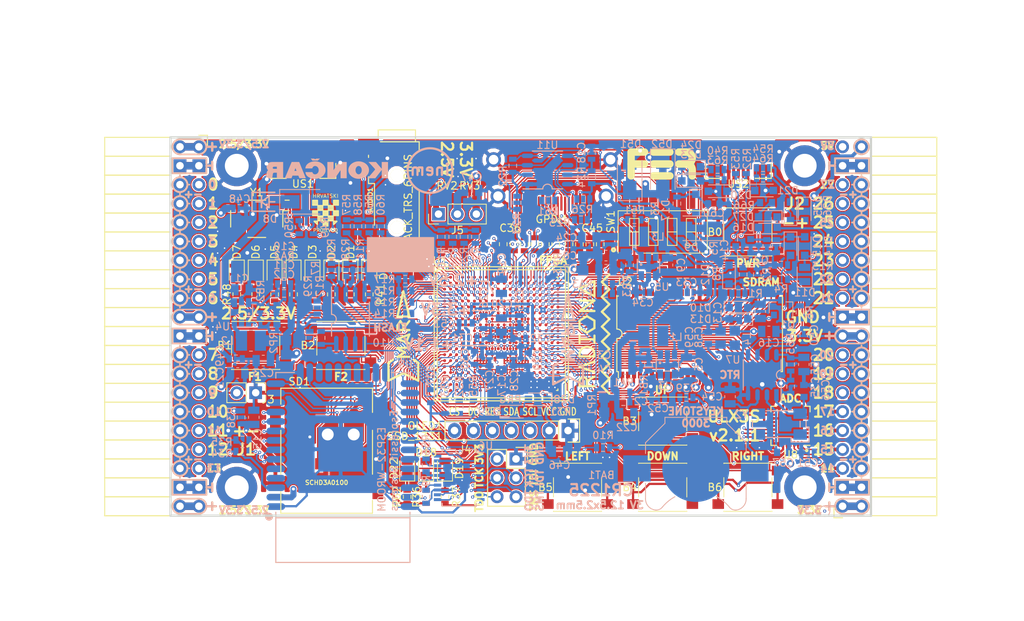
<source format=kicad_pcb>
(kicad_pcb (version 20171130) (host pcbnew 5.0.0+dfsg1-1)
  (layers (0 F.Cu signal) (1 In1.Cu signal) (2 In2.Cu signal) (31 B.Cu signal) (34 B.Paste user) (35 F.Paste user) (36 B.SilkS user) (37 F.SilkS user) (38 B.Mask user) (39 F.Mask user) (44 Edge.Cuts user))
  (net 0 "")
  (net 1 GND)
  (net 2 +5V)
  (net 3 /gpio/IN5V)
  (net 4 /gpio/OUT5V)
  (net 5 +3V3)
  (net 6 BTN_D)
  (net 7 BTN_F1)
  (net 8 BTN_F2)
  (net 9 BTN_L)
  (net 10 BTN_R)
  (net 11 BTN_U)
  (net 12 /power/FB1)
  (net 13 +2V5)
  (net 14 /power/PWREN)
  (net 15 /power/FB3)
  (net 16 /power/FB2)
  (net 17 /power/VBAT)
  (net 18 JTAG_TDI)
  (net 19 JTAG_TCK)
  (net 20 JTAG_TMS)
  (net 21 JTAG_TDO)
  (net 22 /power/WAKEUPn)
  (net 23 /power/WKUP)
  (net 24 /power/SHUT)
  (net 25 /power/WAKE)
  (net 26 /power/HOLD)
  (net 27 /power/WKn)
  (net 28 /power/OSCI_32k)
  (net 29 /power/OSCO_32k)
  (net 30 SHUTDOWN)
  (net 31 GPDI_SDA)
  (net 32 GPDI_SCL)
  (net 33 /gpdi/VREF2)
  (net 34 SD_CMD)
  (net 35 SD_CLK)
  (net 36 SD_D0)
  (net 37 SD_D1)
  (net 38 USB5V)
  (net 39 GPDI_CEC)
  (net 40 nRESET)
  (net 41 FTDI_nDTR)
  (net 42 SDRAM_CKE)
  (net 43 SDRAM_A7)
  (net 44 SDRAM_D15)
  (net 45 SDRAM_BA1)
  (net 46 SDRAM_D7)
  (net 47 SDRAM_A6)
  (net 48 SDRAM_CLK)
  (net 49 SDRAM_D13)
  (net 50 SDRAM_BA0)
  (net 51 SDRAM_D6)
  (net 52 SDRAM_A5)
  (net 53 SDRAM_D14)
  (net 54 SDRAM_A11)
  (net 55 SDRAM_D12)
  (net 56 SDRAM_D5)
  (net 57 SDRAM_A4)
  (net 58 SDRAM_A10)
  (net 59 SDRAM_D11)
  (net 60 SDRAM_A3)
  (net 61 SDRAM_D4)
  (net 62 SDRAM_D10)
  (net 63 SDRAM_D9)
  (net 64 SDRAM_A9)
  (net 65 SDRAM_D3)
  (net 66 SDRAM_D8)
  (net 67 SDRAM_A8)
  (net 68 SDRAM_A2)
  (net 69 SDRAM_A1)
  (net 70 SDRAM_A0)
  (net 71 SDRAM_D2)
  (net 72 SDRAM_D1)
  (net 73 SDRAM_D0)
  (net 74 SDRAM_DQM0)
  (net 75 SDRAM_nCS)
  (net 76 SDRAM_nRAS)
  (net 77 SDRAM_DQM1)
  (net 78 SDRAM_nCAS)
  (net 79 SDRAM_nWE)
  (net 80 /flash/FLASH_nWP)
  (net 81 /flash/FLASH_nHOLD)
  (net 82 /flash/FLASH_MOSI)
  (net 83 /flash/FLASH_MISO)
  (net 84 /flash/FLASH_SCK)
  (net 85 /flash/FLASH_nCS)
  (net 86 /flash/FPGA_PROGRAMN)
  (net 87 /flash/FPGA_DONE)
  (net 88 /flash/FPGA_INITN)
  (net 89 OLED_RES)
  (net 90 OLED_DC)
  (net 91 OLED_CS)
  (net 92 WIFI_EN)
  (net 93 FTDI_nRTS)
  (net 94 FTDI_TXD)
  (net 95 FTDI_RXD)
  (net 96 WIFI_RXD)
  (net 97 WIFI_GPIO0)
  (net 98 WIFI_TXD)
  (net 99 USB_FTDI_D+)
  (net 100 USB_FTDI_D-)
  (net 101 SD_D3)
  (net 102 AUDIO_L3)
  (net 103 AUDIO_L2)
  (net 104 AUDIO_L1)
  (net 105 AUDIO_L0)
  (net 106 AUDIO_R3)
  (net 107 AUDIO_R2)
  (net 108 AUDIO_R1)
  (net 109 AUDIO_R0)
  (net 110 OLED_CLK)
  (net 111 OLED_MOSI)
  (net 112 LED0)
  (net 113 LED1)
  (net 114 LED2)
  (net 115 LED3)
  (net 116 LED4)
  (net 117 LED5)
  (net 118 LED6)
  (net 119 LED7)
  (net 120 BTN_PWRn)
  (net 121 FTDI_nTXLED)
  (net 122 FTDI_nSLEEP)
  (net 123 /blinkey/LED_PWREN)
  (net 124 /blinkey/LED_TXLED)
  (net 125 /sdcard/SD3V3)
  (net 126 SD_D2)
  (net 127 CLK_25MHz)
  (net 128 /blinkey/BTNPUL)
  (net 129 /blinkey/BTNPUR)
  (net 130 USB_FPGA_D+)
  (net 131 /power/FTDI_nSUSPEND)
  (net 132 /blinkey/ALED0)
  (net 133 /blinkey/ALED1)
  (net 134 /blinkey/ALED2)
  (net 135 /blinkey/ALED3)
  (net 136 /blinkey/ALED4)
  (net 137 /blinkey/ALED5)
  (net 138 /blinkey/ALED6)
  (net 139 /blinkey/ALED7)
  (net 140 /usb/FTD-)
  (net 141 /usb/FTD+)
  (net 142 ADC_MISO)
  (net 143 ADC_MOSI)
  (net 144 ADC_CSn)
  (net 145 ADC_SCLK)
  (net 146 SW3)
  (net 147 SW2)
  (net 148 SW1)
  (net 149 USB_FPGA_D-)
  (net 150 /usb/FPD+)
  (net 151 /usb/FPD-)
  (net 152 WIFI_GPIO16)
  (net 153 /usb/ANT_433MHz)
  (net 154 PROG_DONE)
  (net 155 /power/P3V3)
  (net 156 /power/P2V5)
  (net 157 /power/L1)
  (net 158 /power/L3)
  (net 159 /power/L2)
  (net 160 FTDI_TXDEN)
  (net 161 SDRAM_A12)
  (net 162 /analog/AUDIO_V)
  (net 163 AUDIO_V3)
  (net 164 AUDIO_V2)
  (net 165 AUDIO_V1)
  (net 166 AUDIO_V0)
  (net 167 /blinkey/LED_WIFI)
  (net 168 /power/P1V1)
  (net 169 +1V1)
  (net 170 SW4)
  (net 171 /blinkey/SWPU)
  (net 172 /wifi/WIFIEN)
  (net 173 FT2V5)
  (net 174 GN0)
  (net 175 GP0)
  (net 176 GN1)
  (net 177 GP1)
  (net 178 GN2)
  (net 179 GP2)
  (net 180 GN3)
  (net 181 GP3)
  (net 182 GN4)
  (net 183 GP4)
  (net 184 GN5)
  (net 185 GP5)
  (net 186 GN6)
  (net 187 GP6)
  (net 188 GN14)
  (net 189 GP14)
  (net 190 GN15)
  (net 191 GP15)
  (net 192 GN16)
  (net 193 GP16)
  (net 194 GN17)
  (net 195 GP17)
  (net 196 GN18)
  (net 197 GP18)
  (net 198 GN19)
  (net 199 GP19)
  (net 200 GN20)
  (net 201 GP20)
  (net 202 GN21)
  (net 203 GP21)
  (net 204 GN22)
  (net 205 GP22)
  (net 206 GN23)
  (net 207 GP23)
  (net 208 GN24)
  (net 209 GP24)
  (net 210 GN25)
  (net 211 GP25)
  (net 212 GN26)
  (net 213 GP26)
  (net 214 GN27)
  (net 215 GP27)
  (net 216 GN7)
  (net 217 GP7)
  (net 218 GN8)
  (net 219 GP8)
  (net 220 GN9)
  (net 221 GP9)
  (net 222 GN10)
  (net 223 GP10)
  (net 224 GN11)
  (net 225 GP11)
  (net 226 GN12)
  (net 227 GP12)
  (net 228 GN13)
  (net 229 GP13)
  (net 230 WIFI_GPIO5)
  (net 231 WIFI_GPIO17)
  (net 232 USB_FPGA_PULL_D+)
  (net 233 USB_FPGA_PULL_D-)
  (net 234 "Net-(D23-Pad2)")
  (net 235 "Net-(D24-Pad1)")
  (net 236 "Net-(D25-Pad2)")
  (net 237 "Net-(D26-Pad1)")
  (net 238 /gpdi/GPDI_ETH+)
  (net 239 FPDI_ETH+)
  (net 240 /gpdi/GPDI_ETH-)
  (net 241 FPDI_ETH-)
  (net 242 /gpdi/GPDI_D2-)
  (net 243 FPDI_D2-)
  (net 244 /gpdi/GPDI_D1-)
  (net 245 FPDI_D1-)
  (net 246 /gpdi/GPDI_D0-)
  (net 247 FPDI_D0-)
  (net 248 /gpdi/GPDI_CLK-)
  (net 249 FPDI_CLK-)
  (net 250 /gpdi/GPDI_D2+)
  (net 251 FPDI_D2+)
  (net 252 /gpdi/GPDI_D1+)
  (net 253 FPDI_D1+)
  (net 254 /gpdi/GPDI_D0+)
  (net 255 FPDI_D0+)
  (net 256 /gpdi/GPDI_CLK+)
  (net 257 FPDI_CLK+)
  (net 258 FPDI_SDA)
  (net 259 FPDI_SCL)
  (net 260 /gpdi/FPDI_CEC)
  (net 261 2V5_3V3)
  (net 262 /usb/US2VBUS)
  (net 263 /power/SHD)
  (net 264 /power/RTCVDD)
  (net 265 "Net-(D27-Pad2)")
  (net 266 US2_ID)
  (net 267 /analog/AUDIO_L)
  (net 268 /analog/AUDIO_R)
  (net 269 /analog/ADC3V3)
  (net 270 PWRBTn)
  (net 271 USER_PROGRAMN)
  (module lfe5bg381:BGA-381_pitch0.8mm_dia0.4mm (layer F.Cu) (at 138.48 87.8)
    (fp_text reference U1 (at -8.2 -9.8) (layer F.SilkS))
    (fp_text value LFE5U-85F-6BG381C)
    (pad Y19 smd circle (at 6.8 7.6) (size 0.4 0.4) (layers F.Cu F.Paste F.Mask) (net 1 GND))
    (pad Y17 smd circle (at 5.2 7.6) (size 0.4 0.4) (layers F.Cu F.Paste F.Mask) (net 1 GND))
    (pad Y16 smd circle (at 4.4 7.6) (size 0.4 0.4) (layers F.Cu F.Paste F.Mask) (net 1 GND))
    (pad Y15 smd circle (at 3.6 7.6) (size 0.4 0.4) (layers F.Cu F.Paste F.Mask) (net 1 GND))
    (pad Y14 smd circle (at 2.8 7.6) (size 0.4 0.4) (layers F.Cu F.Paste F.Mask) (net 1 GND))
    (pad Y12 smd circle (at 1.2 7.6) (size 0.4 0.4) (layers F.Cu F.Paste F.Mask) (net 1 GND))
    (pad Y11 smd circle (at 0.4 7.6) (size 0.4 0.4) (layers F.Cu F.Paste F.Mask) (net 1 GND))
    (pad Y8 smd circle (at -2 7.6) (size 0.4 0.4) (layers F.Cu F.Paste F.Mask) (net 1 GND))
    (pad Y7 smd circle (at -2.8 7.6) (size 0.4 0.4) (layers F.Cu F.Paste F.Mask) (net 1 GND))
    (pad Y6 smd circle (at -3.6 7.6) (size 0.4 0.4) (layers F.Cu F.Paste F.Mask) (net 1 GND))
    (pad Y5 smd circle (at -4.4 7.6) (size 0.4 0.4) (layers F.Cu F.Paste F.Mask) (net 1 GND))
    (pad Y3 smd circle (at -6 7.6) (size 0.4 0.4) (layers F.Cu F.Paste F.Mask) (net 87 /flash/FPGA_DONE))
    (pad Y2 smd circle (at -6.8 7.6) (size 0.4 0.4) (layers F.Cu F.Paste F.Mask) (net 80 /flash/FLASH_nWP))
    (pad W20 smd circle (at 7.6 6.8) (size 0.4 0.4) (layers F.Cu F.Paste F.Mask) (net 1 GND))
    (pad W19 smd circle (at 6.8 6.8) (size 0.4 0.4) (layers F.Cu F.Paste F.Mask) (net 1 GND))
    (pad W18 smd circle (at 6 6.8) (size 0.4 0.4) (layers F.Cu F.Paste F.Mask))
    (pad W17 smd circle (at 5.2 6.8) (size 0.4 0.4) (layers F.Cu F.Paste F.Mask))
    (pad W16 smd circle (at 4.4 6.8) (size 0.4 0.4) (layers F.Cu F.Paste F.Mask) (net 1 GND))
    (pad W15 smd circle (at 3.6 6.8) (size 0.4 0.4) (layers F.Cu F.Paste F.Mask) (net 1 GND))
    (pad W14 smd circle (at 2.8 6.8) (size 0.4 0.4) (layers F.Cu F.Paste F.Mask))
    (pad W13 smd circle (at 2 6.8) (size 0.4 0.4) (layers F.Cu F.Paste F.Mask))
    (pad W12 smd circle (at 1.2 6.8) (size 0.4 0.4) (layers F.Cu F.Paste F.Mask) (net 1 GND))
    (pad W11 smd circle (at 0.4 6.8) (size 0.4 0.4) (layers F.Cu F.Paste F.Mask))
    (pad W10 smd circle (at -0.4 6.8) (size 0.4 0.4) (layers F.Cu F.Paste F.Mask))
    (pad W9 smd circle (at -1.2 6.8) (size 0.4 0.4) (layers F.Cu F.Paste F.Mask))
    (pad W8 smd circle (at -2 6.8) (size 0.4 0.4) (layers F.Cu F.Paste F.Mask))
    (pad W7 smd circle (at -2.8 6.8) (size 0.4 0.4) (layers F.Cu F.Paste F.Mask) (net 1 GND))
    (pad W6 smd circle (at -3.6 6.8) (size 0.4 0.4) (layers F.Cu F.Paste F.Mask) (net 1 GND))
    (pad W5 smd circle (at -4.4 6.8) (size 0.4 0.4) (layers F.Cu F.Paste F.Mask))
    (pad W4 smd circle (at -5.2 6.8) (size 0.4 0.4) (layers F.Cu F.Paste F.Mask))
    (pad W3 smd circle (at -6 6.8) (size 0.4 0.4) (layers F.Cu F.Paste F.Mask) (net 86 /flash/FPGA_PROGRAMN))
    (pad W2 smd circle (at -6.8 6.8) (size 0.4 0.4) (layers F.Cu F.Paste F.Mask) (net 82 /flash/FLASH_MOSI))
    (pad W1 smd circle (at -7.6 6.8) (size 0.4 0.4) (layers F.Cu F.Paste F.Mask) (net 81 /flash/FLASH_nHOLD))
    (pad V20 smd circle (at 7.6 6) (size 0.4 0.4) (layers F.Cu F.Paste F.Mask) (net 1 GND))
    (pad V19 smd circle (at 6.8 6) (size 0.4 0.4) (layers F.Cu F.Paste F.Mask) (net 1 GND))
    (pad V18 smd circle (at 6 6) (size 0.4 0.4) (layers F.Cu F.Paste F.Mask) (net 1 GND))
    (pad V17 smd circle (at 5.2 6) (size 0.4 0.4) (layers F.Cu F.Paste F.Mask) (net 1 GND))
    (pad V16 smd circle (at 4.4 6) (size 0.4 0.4) (layers F.Cu F.Paste F.Mask) (net 1 GND))
    (pad V15 smd circle (at 3.6 6) (size 0.4 0.4) (layers F.Cu F.Paste F.Mask) (net 1 GND))
    (pad V14 smd circle (at 2.8 6) (size 0.4 0.4) (layers F.Cu F.Paste F.Mask) (net 1 GND))
    (pad V13 smd circle (at 2 6) (size 0.4 0.4) (layers F.Cu F.Paste F.Mask) (net 1 GND))
    (pad V12 smd circle (at 1.2 6) (size 0.4 0.4) (layers F.Cu F.Paste F.Mask) (net 1 GND))
    (pad V11 smd circle (at 0.4 6) (size 0.4 0.4) (layers F.Cu F.Paste F.Mask) (net 1 GND))
    (pad V10 smd circle (at -0.4 6) (size 0.4 0.4) (layers F.Cu F.Paste F.Mask) (net 1 GND))
    (pad V9 smd circle (at -1.2 6) (size 0.4 0.4) (layers F.Cu F.Paste F.Mask) (net 1 GND))
    (pad V8 smd circle (at -2 6) (size 0.4 0.4) (layers F.Cu F.Paste F.Mask) (net 1 GND))
    (pad V7 smd circle (at -2.8 6) (size 0.4 0.4) (layers F.Cu F.Paste F.Mask) (net 1 GND))
    (pad V6 smd circle (at -3.6 6) (size 0.4 0.4) (layers F.Cu F.Paste F.Mask) (net 1 GND))
    (pad V5 smd circle (at -4.4 6) (size 0.4 0.4) (layers F.Cu F.Paste F.Mask) (net 1 GND))
    (pad V4 smd circle (at -5.2 6) (size 0.4 0.4) (layers F.Cu F.Paste F.Mask) (net 21 JTAG_TDO))
    (pad V3 smd circle (at -6 6) (size 0.4 0.4) (layers F.Cu F.Paste F.Mask) (net 88 /flash/FPGA_INITN))
    (pad V2 smd circle (at -6.8 6) (size 0.4 0.4) (layers F.Cu F.Paste F.Mask) (net 83 /flash/FLASH_MISO))
    (pad V1 smd circle (at -7.6 6) (size 0.4 0.4) (layers F.Cu F.Paste F.Mask) (net 6 BTN_D))
    (pad U20 smd circle (at 7.6 5.2) (size 0.4 0.4) (layers F.Cu F.Paste F.Mask) (net 46 SDRAM_D7))
    (pad U19 smd circle (at 6.8 5.2) (size 0.4 0.4) (layers F.Cu F.Paste F.Mask) (net 74 SDRAM_DQM0))
    (pad U18 smd circle (at 6 5.2) (size 0.4 0.4) (layers F.Cu F.Paste F.Mask) (net 189 GP14))
    (pad U17 smd circle (at 5.2 5.2) (size 0.4 0.4) (layers F.Cu F.Paste F.Mask) (net 188 GN14))
    (pad U16 smd circle (at 4.4 5.2) (size 0.4 0.4) (layers F.Cu F.Paste F.Mask) (net 142 ADC_MISO))
    (pad U15 smd circle (at 3.6 5.2) (size 0.4 0.4) (layers F.Cu F.Paste F.Mask) (net 1 GND))
    (pad U14 smd circle (at 2.8 5.2) (size 0.4 0.4) (layers F.Cu F.Paste F.Mask) (net 1 GND))
    (pad U13 smd circle (at 2 5.2) (size 0.4 0.4) (layers F.Cu F.Paste F.Mask) (net 1 GND))
    (pad U12 smd circle (at 1.2 5.2) (size 0.4 0.4) (layers F.Cu F.Paste F.Mask) (net 1 GND))
    (pad U11 smd circle (at 0.4 5.2) (size 0.4 0.4) (layers F.Cu F.Paste F.Mask) (net 1 GND))
    (pad U10 smd circle (at -0.4 5.2) (size 0.4 0.4) (layers F.Cu F.Paste F.Mask) (net 1 GND))
    (pad U9 smd circle (at -1.2 5.2) (size 0.4 0.4) (layers F.Cu F.Paste F.Mask) (net 1 GND))
    (pad U8 smd circle (at -2 5.2) (size 0.4 0.4) (layers F.Cu F.Paste F.Mask) (net 1 GND))
    (pad U7 smd circle (at -2.8 5.2) (size 0.4 0.4) (layers F.Cu F.Paste F.Mask) (net 1 GND))
    (pad U6 smd circle (at -3.6 5.2) (size 0.4 0.4) (layers F.Cu F.Paste F.Mask) (net 1 GND))
    (pad U5 smd circle (at -4.4 5.2) (size 0.4 0.4) (layers F.Cu F.Paste F.Mask) (net 20 JTAG_TMS))
    (pad U4 smd circle (at -5.2 5.2) (size 0.4 0.4) (layers F.Cu F.Paste F.Mask) (net 1 GND))
    (pad U3 smd circle (at -6 5.2) (size 0.4 0.4) (layers F.Cu F.Paste F.Mask) (net 84 /flash/FLASH_SCK))
    (pad U2 smd circle (at -6.8 5.2) (size 0.4 0.4) (layers F.Cu F.Paste F.Mask) (net 5 +3V3))
    (pad U1 smd circle (at -7.6 5.2) (size 0.4 0.4) (layers F.Cu F.Paste F.Mask) (net 9 BTN_L))
    (pad T20 smd circle (at 7.6 4.4) (size 0.4 0.4) (layers F.Cu F.Paste F.Mask) (net 79 SDRAM_nWE))
    (pad T19 smd circle (at 6.8 4.4) (size 0.4 0.4) (layers F.Cu F.Paste F.Mask) (net 78 SDRAM_nCAS))
    (pad T18 smd circle (at 6 4.4) (size 0.4 0.4) (layers F.Cu F.Paste F.Mask) (net 56 SDRAM_D5))
    (pad T17 smd circle (at 5.2 4.4) (size 0.4 0.4) (layers F.Cu F.Paste F.Mask) (net 51 SDRAM_D6))
    (pad T16 smd circle (at 4.4 4.4) (size 0.4 0.4) (layers F.Cu F.Paste F.Mask))
    (pad T15 smd circle (at 3.6 4.4) (size 0.4 0.4) (layers F.Cu F.Paste F.Mask) (net 1 GND))
    (pad T14 smd circle (at 2.8 4.4) (size 0.4 0.4) (layers F.Cu F.Paste F.Mask) (net 1 GND))
    (pad T13 smd circle (at 2 4.4) (size 0.4 0.4) (layers F.Cu F.Paste F.Mask) (net 1 GND))
    (pad T12 smd circle (at 1.2 4.4) (size 0.4 0.4) (layers F.Cu F.Paste F.Mask) (net 1 GND))
    (pad T11 smd circle (at 0.4 4.4) (size 0.4 0.4) (layers F.Cu F.Paste F.Mask) (net 1 GND))
    (pad T10 smd circle (at -0.4 4.4) (size 0.4 0.4) (layers F.Cu F.Paste F.Mask) (net 1 GND))
    (pad T9 smd circle (at -1.2 4.4) (size 0.4 0.4) (layers F.Cu F.Paste F.Mask) (net 1 GND))
    (pad T8 smd circle (at -2 4.4) (size 0.4 0.4) (layers F.Cu F.Paste F.Mask) (net 1 GND))
    (pad T7 smd circle (at -2.8 4.4) (size 0.4 0.4) (layers F.Cu F.Paste F.Mask) (net 1 GND))
    (pad T6 smd circle (at -3.6 4.4) (size 0.4 0.4) (layers F.Cu F.Paste F.Mask) (net 1 GND))
    (pad T5 smd circle (at -4.4 4.4) (size 0.4 0.4) (layers F.Cu F.Paste F.Mask) (net 19 JTAG_TCK))
    (pad T4 smd circle (at -5.2 4.4) (size 0.4 0.4) (layers F.Cu F.Paste F.Mask) (net 5 +3V3))
    (pad T3 smd circle (at -6 4.4) (size 0.4 0.4) (layers F.Cu F.Paste F.Mask) (net 5 +3V3))
    (pad T2 smd circle (at -6.8 4.4) (size 0.4 0.4) (layers F.Cu F.Paste F.Mask) (net 5 +3V3))
    (pad T1 smd circle (at -7.6 4.4) (size 0.4 0.4) (layers F.Cu F.Paste F.Mask) (net 8 BTN_F2))
    (pad R20 smd circle (at 7.6 3.6) (size 0.4 0.4) (layers F.Cu F.Paste F.Mask) (net 76 SDRAM_nRAS))
    (pad R19 smd circle (at 6.8 3.6) (size 0.4 0.4) (layers F.Cu F.Paste F.Mask) (net 1 GND))
    (pad R18 smd circle (at 6 3.6) (size 0.4 0.4) (layers F.Cu F.Paste F.Mask) (net 11 BTN_U))
    (pad R17 smd circle (at 5.2 3.6) (size 0.4 0.4) (layers F.Cu F.Paste F.Mask) (net 144 ADC_CSn))
    (pad R16 smd circle (at 4.4 3.6) (size 0.4 0.4) (layers F.Cu F.Paste F.Mask) (net 143 ADC_MOSI))
    (pad R5 smd circle (at -4.4 3.6) (size 0.4 0.4) (layers F.Cu F.Paste F.Mask) (net 18 JTAG_TDI))
    (pad R4 smd circle (at -5.2 3.6) (size 0.4 0.4) (layers F.Cu F.Paste F.Mask) (net 1 GND))
    (pad R3 smd circle (at -6 3.6) (size 0.4 0.4) (layers F.Cu F.Paste F.Mask))
    (pad R2 smd circle (at -6.8 3.6) (size 0.4 0.4) (layers F.Cu F.Paste F.Mask) (net 85 /flash/FLASH_nCS))
    (pad R1 smd circle (at -7.6 3.6) (size 0.4 0.4) (layers F.Cu F.Paste F.Mask) (net 7 BTN_F1))
    (pad P20 smd circle (at 7.6 2.8) (size 0.4 0.4) (layers F.Cu F.Paste F.Mask) (net 75 SDRAM_nCS))
    (pad P19 smd circle (at 6.8 2.8) (size 0.4 0.4) (layers F.Cu F.Paste F.Mask) (net 50 SDRAM_BA0))
    (pad P18 smd circle (at 6 2.8) (size 0.4 0.4) (layers F.Cu F.Paste F.Mask) (net 61 SDRAM_D4))
    (pad P17 smd circle (at 5.2 2.8) (size 0.4 0.4) (layers F.Cu F.Paste F.Mask) (net 145 ADC_SCLK))
    (pad P16 smd circle (at 4.4 2.8) (size 0.4 0.4) (layers F.Cu F.Paste F.Mask) (net 190 GN15))
    (pad P15 smd circle (at 3.6 2.8) (size 0.4 0.4) (layers F.Cu F.Paste F.Mask) (net 13 +2V5))
    (pad P14 smd circle (at 2.8 2.8) (size 0.4 0.4) (layers F.Cu F.Paste F.Mask) (net 1 GND))
    (pad P13 smd circle (at 2 2.8) (size 0.4 0.4) (layers F.Cu F.Paste F.Mask) (net 1 GND))
    (pad P12 smd circle (at 1.2 2.8) (size 0.4 0.4) (layers F.Cu F.Paste F.Mask) (net 1 GND))
    (pad P11 smd circle (at 0.4 2.8) (size 0.4 0.4) (layers F.Cu F.Paste F.Mask) (net 1 GND))
    (pad P10 smd circle (at -0.4 2.8) (size 0.4 0.4) (layers F.Cu F.Paste F.Mask) (net 5 +3V3))
    (pad P9 smd circle (at -1.2 2.8) (size 0.4 0.4) (layers F.Cu F.Paste F.Mask) (net 5 +3V3))
    (pad P8 smd circle (at -2 2.8) (size 0.4 0.4) (layers F.Cu F.Paste F.Mask) (net 1 GND))
    (pad P7 smd circle (at -2.8 2.8) (size 0.4 0.4) (layers F.Cu F.Paste F.Mask) (net 1 GND))
    (pad P6 smd circle (at -3.6 2.8) (size 0.4 0.4) (layers F.Cu F.Paste F.Mask) (net 13 +2V5))
    (pad P5 smd circle (at -4.4 2.8) (size 0.4 0.4) (layers F.Cu F.Paste F.Mask))
    (pad P4 smd circle (at -5.2 2.8) (size 0.4 0.4) (layers F.Cu F.Paste F.Mask) (net 110 OLED_CLK))
    (pad P3 smd circle (at -6 2.8) (size 0.4 0.4) (layers F.Cu F.Paste F.Mask) (net 111 OLED_MOSI))
    (pad P2 smd circle (at -6.8 2.8) (size 0.4 0.4) (layers F.Cu F.Paste F.Mask) (net 89 OLED_RES))
    (pad P1 smd circle (at -7.6 2.8) (size 0.4 0.4) (layers F.Cu F.Paste F.Mask) (net 90 OLED_DC))
    (pad N20 smd circle (at 7.6 2) (size 0.4 0.4) (layers F.Cu F.Paste F.Mask) (net 45 SDRAM_BA1))
    (pad N19 smd circle (at 6.8 2) (size 0.4 0.4) (layers F.Cu F.Paste F.Mask) (net 58 SDRAM_A10))
    (pad N18 smd circle (at 6 2) (size 0.4 0.4) (layers F.Cu F.Paste F.Mask) (net 65 SDRAM_D3))
    (pad N17 smd circle (at 5.2 2) (size 0.4 0.4) (layers F.Cu F.Paste F.Mask) (net 191 GP15))
    (pad N16 smd circle (at 4.4 2) (size 0.4 0.4) (layers F.Cu F.Paste F.Mask) (net 193 GP16))
    (pad N15 smd circle (at 3.6 2) (size 0.4 0.4) (layers F.Cu F.Paste F.Mask) (net 1 GND))
    (pad N14 smd circle (at 2.8 2) (size 0.4 0.4) (layers F.Cu F.Paste F.Mask) (net 1 GND))
    (pad N13 smd circle (at 2 2) (size 0.4 0.4) (layers F.Cu F.Paste F.Mask) (net 169 +1V1))
    (pad N12 smd circle (at 1.2 2) (size 0.4 0.4) (layers F.Cu F.Paste F.Mask) (net 169 +1V1))
    (pad N11 smd circle (at 0.4 2) (size 0.4 0.4) (layers F.Cu F.Paste F.Mask) (net 169 +1V1))
    (pad N10 smd circle (at -0.4 2) (size 0.4 0.4) (layers F.Cu F.Paste F.Mask) (net 169 +1V1))
    (pad N9 smd circle (at -1.2 2) (size 0.4 0.4) (layers F.Cu F.Paste F.Mask) (net 169 +1V1))
    (pad N8 smd circle (at -2 2) (size 0.4 0.4) (layers F.Cu F.Paste F.Mask) (net 169 +1V1))
    (pad N7 smd circle (at -2.8 2) (size 0.4 0.4) (layers F.Cu F.Paste F.Mask) (net 1 GND))
    (pad N6 smd circle (at -3.6 2) (size 0.4 0.4) (layers F.Cu F.Paste F.Mask) (net 1 GND))
    (pad N5 smd circle (at -4.4 2) (size 0.4 0.4) (layers F.Cu F.Paste F.Mask))
    (pad N4 smd circle (at -5.2 2) (size 0.4 0.4) (layers F.Cu F.Paste F.Mask) (net 230 WIFI_GPIO5))
    (pad N3 smd circle (at -6 2) (size 0.4 0.4) (layers F.Cu F.Paste F.Mask) (net 231 WIFI_GPIO17))
    (pad N2 smd circle (at -6.8 2) (size 0.4 0.4) (layers F.Cu F.Paste F.Mask) (net 91 OLED_CS))
    (pad N1 smd circle (at -7.6 2) (size 0.4 0.4) (layers F.Cu F.Paste F.Mask) (net 41 FTDI_nDTR))
    (pad M20 smd circle (at 7.6 1.2) (size 0.4 0.4) (layers F.Cu F.Paste F.Mask) (net 70 SDRAM_A0))
    (pad M19 smd circle (at 6.8 1.2) (size 0.4 0.4) (layers F.Cu F.Paste F.Mask) (net 69 SDRAM_A1))
    (pad M18 smd circle (at 6 1.2) (size 0.4 0.4) (layers F.Cu F.Paste F.Mask) (net 71 SDRAM_D2))
    (pad M17 smd circle (at 5.2 1.2) (size 0.4 0.4) (layers F.Cu F.Paste F.Mask) (net 192 GN16))
    (pad M16 smd circle (at 4.4 1.2) (size 0.4 0.4) (layers F.Cu F.Paste F.Mask) (net 1 GND))
    (pad M15 smd circle (at 3.6 1.2) (size 0.4 0.4) (layers F.Cu F.Paste F.Mask) (net 5 +3V3))
    (pad M14 smd circle (at 2.8 1.2) (size 0.4 0.4) (layers F.Cu F.Paste F.Mask) (net 1 GND))
    (pad M13 smd circle (at 2 1.2) (size 0.4 0.4) (layers F.Cu F.Paste F.Mask) (net 169 +1V1))
    (pad M12 smd circle (at 1.2 1.2) (size 0.4 0.4) (layers F.Cu F.Paste F.Mask) (net 1 GND))
    (pad M11 smd circle (at 0.4 1.2) (size 0.4 0.4) (layers F.Cu F.Paste F.Mask) (net 1 GND))
    (pad M10 smd circle (at -0.4 1.2) (size 0.4 0.4) (layers F.Cu F.Paste F.Mask) (net 1 GND))
    (pad M9 smd circle (at -1.2 1.2) (size 0.4 0.4) (layers F.Cu F.Paste F.Mask) (net 1 GND))
    (pad M8 smd circle (at -2 1.2) (size 0.4 0.4) (layers F.Cu F.Paste F.Mask) (net 169 +1V1))
    (pad M7 smd circle (at -2.8 1.2) (size 0.4 0.4) (layers F.Cu F.Paste F.Mask) (net 1 GND))
    (pad M6 smd circle (at -3.6 1.2) (size 0.4 0.4) (layers F.Cu F.Paste F.Mask) (net 5 +3V3))
    (pad M5 smd circle (at -4.4 1.2) (size 0.4 0.4) (layers F.Cu F.Paste F.Mask))
    (pad M4 smd circle (at -5.2 1.2) (size 0.4 0.4) (layers F.Cu F.Paste F.Mask) (net 271 USER_PROGRAMN))
    (pad M3 smd circle (at -6 1.2) (size 0.4 0.4) (layers F.Cu F.Paste F.Mask) (net 93 FTDI_nRTS))
    (pad M2 smd circle (at -6.8 1.2) (size 0.4 0.4) (layers F.Cu F.Paste F.Mask) (net 1 GND))
    (pad M1 smd circle (at -7.6 1.2) (size 0.4 0.4) (layers F.Cu F.Paste F.Mask) (net 94 FTDI_TXD))
    (pad L20 smd circle (at 7.6 0.4) (size 0.4 0.4) (layers F.Cu F.Paste F.Mask) (net 68 SDRAM_A2))
    (pad L19 smd circle (at 6.8 0.4) (size 0.4 0.4) (layers F.Cu F.Paste F.Mask) (net 60 SDRAM_A3))
    (pad L18 smd circle (at 6 0.4) (size 0.4 0.4) (layers F.Cu F.Paste F.Mask) (net 72 SDRAM_D1))
    (pad L17 smd circle (at 5.2 0.4) (size 0.4 0.4) (layers F.Cu F.Paste F.Mask) (net 194 GN17))
    (pad L16 smd circle (at 4.4 0.4) (size 0.4 0.4) (layers F.Cu F.Paste F.Mask) (net 195 GP17))
    (pad L15 smd circle (at 3.6 0.4) (size 0.4 0.4) (layers F.Cu F.Paste F.Mask) (net 5 +3V3))
    (pad L14 smd circle (at 2.8 0.4) (size 0.4 0.4) (layers F.Cu F.Paste F.Mask) (net 5 +3V3))
    (pad L13 smd circle (at 2 0.4) (size 0.4 0.4) (layers F.Cu F.Paste F.Mask) (net 169 +1V1))
    (pad L12 smd circle (at 1.2 0.4) (size 0.4 0.4) (layers F.Cu F.Paste F.Mask) (net 1 GND))
    (pad L11 smd circle (at 0.4 0.4) (size 0.4 0.4) (layers F.Cu F.Paste F.Mask) (net 1 GND))
    (pad L10 smd circle (at -0.4 0.4) (size 0.4 0.4) (layers F.Cu F.Paste F.Mask) (net 1 GND))
    (pad L9 smd circle (at -1.2 0.4) (size 0.4 0.4) (layers F.Cu F.Paste F.Mask) (net 1 GND))
    (pad L8 smd circle (at -2 0.4) (size 0.4 0.4) (layers F.Cu F.Paste F.Mask) (net 169 +1V1))
    (pad L7 smd circle (at -2.8 0.4) (size 0.4 0.4) (layers F.Cu F.Paste F.Mask) (net 5 +3V3))
    (pad L6 smd circle (at -3.6 0.4) (size 0.4 0.4) (layers F.Cu F.Paste F.Mask) (net 5 +3V3))
    (pad L5 smd circle (at -4.4 0.4) (size 0.4 0.4) (layers F.Cu F.Paste F.Mask))
    (pad L4 smd circle (at -5.2 0.4) (size 0.4 0.4) (layers F.Cu F.Paste F.Mask) (net 95 FTDI_RXD))
    (pad L3 smd circle (at -6 0.4) (size 0.4 0.4) (layers F.Cu F.Paste F.Mask) (net 160 FTDI_TXDEN))
    (pad L2 smd circle (at -6.8 0.4) (size 0.4 0.4) (layers F.Cu F.Paste F.Mask) (net 97 WIFI_GPIO0))
    (pad L1 smd circle (at -7.6 0.4) (size 0.4 0.4) (layers F.Cu F.Paste F.Mask) (net 152 WIFI_GPIO16))
    (pad K20 smd circle (at 7.6 -0.4) (size 0.4 0.4) (layers F.Cu F.Paste F.Mask) (net 57 SDRAM_A4))
    (pad K19 smd circle (at 6.8 -0.4) (size 0.4 0.4) (layers F.Cu F.Paste F.Mask) (net 52 SDRAM_A5))
    (pad K18 smd circle (at 6 -0.4) (size 0.4 0.4) (layers F.Cu F.Paste F.Mask) (net 47 SDRAM_A6))
    (pad K17 smd circle (at 5.2 -0.4) (size 0.4 0.4) (layers F.Cu F.Paste F.Mask))
    (pad K16 smd circle (at 4.4 -0.4) (size 0.4 0.4) (layers F.Cu F.Paste F.Mask))
    (pad K15 smd circle (at 3.6 -0.4) (size 0.4 0.4) (layers F.Cu F.Paste F.Mask) (net 1 GND))
    (pad K14 smd circle (at 2.8 -0.4) (size 0.4 0.4) (layers F.Cu F.Paste F.Mask) (net 1 GND))
    (pad K13 smd circle (at 2 -0.4) (size 0.4 0.4) (layers F.Cu F.Paste F.Mask) (net 169 +1V1))
    (pad K12 smd circle (at 1.2 -0.4) (size 0.4 0.4) (layers F.Cu F.Paste F.Mask) (net 1 GND))
    (pad K11 smd circle (at 0.4 -0.4) (size 0.4 0.4) (layers F.Cu F.Paste F.Mask) (net 1 GND))
    (pad K10 smd circle (at -0.4 -0.4) (size 0.4 0.4) (layers F.Cu F.Paste F.Mask) (net 1 GND))
    (pad K9 smd circle (at -1.2 -0.4) (size 0.4 0.4) (layers F.Cu F.Paste F.Mask) (net 1 GND))
    (pad K8 smd circle (at -2 -0.4) (size 0.4 0.4) (layers F.Cu F.Paste F.Mask) (net 169 +1V1))
    (pad K7 smd circle (at -2.8 -0.4) (size 0.4 0.4) (layers F.Cu F.Paste F.Mask) (net 1 GND))
    (pad K6 smd circle (at -3.6 -0.4) (size 0.4 0.4) (layers F.Cu F.Paste F.Mask) (net 1 GND))
    (pad K5 smd circle (at -4.4 -0.4) (size 0.4 0.4) (layers F.Cu F.Paste F.Mask))
    (pad K4 smd circle (at -5.2 -0.4) (size 0.4 0.4) (layers F.Cu F.Paste F.Mask) (net 98 WIFI_TXD))
    (pad K3 smd circle (at -6 -0.4) (size 0.4 0.4) (layers F.Cu F.Paste F.Mask) (net 96 WIFI_RXD))
    (pad K2 smd circle (at -6.8 -0.4) (size 0.4 0.4) (layers F.Cu F.Paste F.Mask) (net 101 SD_D3))
    (pad K1 smd circle (at -7.6 -0.4) (size 0.4 0.4) (layers F.Cu F.Paste F.Mask) (net 126 SD_D2))
    (pad J20 smd circle (at 7.6 -1.2) (size 0.4 0.4) (layers F.Cu F.Paste F.Mask) (net 43 SDRAM_A7))
    (pad J19 smd circle (at 6.8 -1.2) (size 0.4 0.4) (layers F.Cu F.Paste F.Mask) (net 67 SDRAM_A8))
    (pad J18 smd circle (at 6 -1.2) (size 0.4 0.4) (layers F.Cu F.Paste F.Mask) (net 53 SDRAM_D14))
    (pad J17 smd circle (at 5.2 -1.2) (size 0.4 0.4) (layers F.Cu F.Paste F.Mask) (net 44 SDRAM_D15))
    (pad J16 smd circle (at 4.4 -1.2) (size 0.4 0.4) (layers F.Cu F.Paste F.Mask) (net 73 SDRAM_D0))
    (pad J15 smd circle (at 3.6 -1.2) (size 0.4 0.4) (layers F.Cu F.Paste F.Mask) (net 5 +3V3))
    (pad J14 smd circle (at 2.8 -1.2) (size 0.4 0.4) (layers F.Cu F.Paste F.Mask) (net 1 GND))
    (pad J13 smd circle (at 2 -1.2) (size 0.4 0.4) (layers F.Cu F.Paste F.Mask) (net 169 +1V1))
    (pad J12 smd circle (at 1.2 -1.2) (size 0.4 0.4) (layers F.Cu F.Paste F.Mask) (net 1 GND))
    (pad J11 smd circle (at 0.4 -1.2) (size 0.4 0.4) (layers F.Cu F.Paste F.Mask) (net 1 GND))
    (pad J10 smd circle (at -0.4 -1.2) (size 0.4 0.4) (layers F.Cu F.Paste F.Mask) (net 1 GND))
    (pad J9 smd circle (at -1.2 -1.2) (size 0.4 0.4) (layers F.Cu F.Paste F.Mask) (net 1 GND))
    (pad J8 smd circle (at -2 -1.2) (size 0.4 0.4) (layers F.Cu F.Paste F.Mask) (net 169 +1V1))
    (pad J7 smd circle (at -2.8 -1.2) (size 0.4 0.4) (layers F.Cu F.Paste F.Mask) (net 1 GND))
    (pad J6 smd circle (at -3.6 -1.2) (size 0.4 0.4) (layers F.Cu F.Paste F.Mask) (net 261 2V5_3V3))
    (pad J5 smd circle (at -4.4 -1.2) (size 0.4 0.4) (layers F.Cu F.Paste F.Mask))
    (pad J4 smd circle (at -5.2 -1.2) (size 0.4 0.4) (layers F.Cu F.Paste F.Mask))
    (pad J3 smd circle (at -6 -1.2) (size 0.4 0.4) (layers F.Cu F.Paste F.Mask) (net 36 SD_D0))
    (pad J2 smd circle (at -6.8 -1.2) (size 0.4 0.4) (layers F.Cu F.Paste F.Mask) (net 1 GND))
    (pad J1 smd circle (at -7.6 -1.2) (size 0.4 0.4) (layers F.Cu F.Paste F.Mask) (net 34 SD_CMD))
    (pad H20 smd circle (at 7.6 -2) (size 0.4 0.4) (layers F.Cu F.Paste F.Mask) (net 64 SDRAM_A9))
    (pad H19 smd circle (at 6.8 -2) (size 0.4 0.4) (layers F.Cu F.Paste F.Mask) (net 1 GND))
    (pad H18 smd circle (at 6 -2) (size 0.4 0.4) (layers F.Cu F.Paste F.Mask) (net 197 GP18))
    (pad H17 smd circle (at 5.2 -2) (size 0.4 0.4) (layers F.Cu F.Paste F.Mask) (net 196 GN18))
    (pad H16 smd circle (at 4.4 -2) (size 0.4 0.4) (layers F.Cu F.Paste F.Mask) (net 10 BTN_R))
    (pad H15 smd circle (at 3.6 -2) (size 0.4 0.4) (layers F.Cu F.Paste F.Mask) (net 5 +3V3))
    (pad H14 smd circle (at 2.8 -2) (size 0.4 0.4) (layers F.Cu F.Paste F.Mask) (net 5 +3V3))
    (pad H13 smd circle (at 2 -2) (size 0.4 0.4) (layers F.Cu F.Paste F.Mask) (net 169 +1V1))
    (pad H12 smd circle (at 1.2 -2) (size 0.4 0.4) (layers F.Cu F.Paste F.Mask) (net 169 +1V1))
    (pad H11 smd circle (at 0.4 -2) (size 0.4 0.4) (layers F.Cu F.Paste F.Mask) (net 169 +1V1))
    (pad H10 smd circle (at -0.4 -2) (size 0.4 0.4) (layers F.Cu F.Paste F.Mask) (net 169 +1V1))
    (pad H9 smd circle (at -1.2 -2) (size 0.4 0.4) (layers F.Cu F.Paste F.Mask) (net 169 +1V1))
    (pad H8 smd circle (at -2 -2) (size 0.4 0.4) (layers F.Cu F.Paste F.Mask) (net 169 +1V1))
    (pad H7 smd circle (at -2.8 -2) (size 0.4 0.4) (layers F.Cu F.Paste F.Mask) (net 261 2V5_3V3))
    (pad H6 smd circle (at -3.6 -2) (size 0.4 0.4) (layers F.Cu F.Paste F.Mask) (net 261 2V5_3V3))
    (pad H5 smd circle (at -4.4 -2) (size 0.4 0.4) (layers F.Cu F.Paste F.Mask) (net 166 AUDIO_V0))
    (pad H4 smd circle (at -5.2 -2) (size 0.4 0.4) (layers F.Cu F.Paste F.Mask) (net 229 GP13))
    (pad H3 smd circle (at -6 -2) (size 0.4 0.4) (layers F.Cu F.Paste F.Mask) (net 119 LED7))
    (pad H2 smd circle (at -6.8 -2) (size 0.4 0.4) (layers F.Cu F.Paste F.Mask) (net 35 SD_CLK))
    (pad H1 smd circle (at -7.6 -2) (size 0.4 0.4) (layers F.Cu F.Paste F.Mask) (net 37 SD_D1))
    (pad G20 smd circle (at 7.6 -2.8) (size 0.4 0.4) (layers F.Cu F.Paste F.Mask) (net 54 SDRAM_A11))
    (pad G19 smd circle (at 6.8 -2.8) (size 0.4 0.4) (layers F.Cu F.Paste F.Mask) (net 161 SDRAM_A12))
    (pad G18 smd circle (at 6 -2.8) (size 0.4 0.4) (layers F.Cu F.Paste F.Mask) (net 198 GN19))
    (pad G17 smd circle (at 5.2 -2.8) (size 0.4 0.4) (layers F.Cu F.Paste F.Mask) (net 1 GND))
    (pad G16 smd circle (at 4.4 -2.8) (size 0.4 0.4) (layers F.Cu F.Paste F.Mask) (net 30 SHUTDOWN))
    (pad G15 smd circle (at 3.6 -2.8) (size 0.4 0.4) (layers F.Cu F.Paste F.Mask) (net 1 GND))
    (pad G14 smd circle (at 2.8 -2.8) (size 0.4 0.4) (layers F.Cu F.Paste F.Mask) (net 1 GND))
    (pad G13 smd circle (at 2 -2.8) (size 0.4 0.4) (layers F.Cu F.Paste F.Mask) (net 1 GND))
    (pad G12 smd circle (at 1.2 -2.8) (size 0.4 0.4) (layers F.Cu F.Paste F.Mask) (net 1 GND))
    (pad G11 smd circle (at 0.4 -2.8) (size 0.4 0.4) (layers F.Cu F.Paste F.Mask) (net 1 GND))
    (pad G10 smd circle (at -0.4 -2.8) (size 0.4 0.4) (layers F.Cu F.Paste F.Mask) (net 1 GND))
    (pad G9 smd circle (at -1.2 -2.8) (size 0.4 0.4) (layers F.Cu F.Paste F.Mask) (net 1 GND))
    (pad G8 smd circle (at -2 -2.8) (size 0.4 0.4) (layers F.Cu F.Paste F.Mask) (net 1 GND))
    (pad G7 smd circle (at -2.8 -2.8) (size 0.4 0.4) (layers F.Cu F.Paste F.Mask) (net 1 GND))
    (pad G6 smd circle (at -3.6 -2.8) (size 0.4 0.4) (layers F.Cu F.Paste F.Mask) (net 1 GND))
    (pad G5 smd circle (at -4.4 -2.8) (size 0.4 0.4) (layers F.Cu F.Paste F.Mask) (net 228 GN13))
    (pad G4 smd circle (at -5.2 -2.8) (size 0.4 0.4) (layers F.Cu F.Paste F.Mask) (net 1 GND))
    (pad G3 smd circle (at -6 -2.8) (size 0.4 0.4) (layers F.Cu F.Paste F.Mask) (net 227 GP12))
    (pad G2 smd circle (at -6.8 -2.8) (size 0.4 0.4) (layers F.Cu F.Paste F.Mask) (net 127 CLK_25MHz))
    (pad G1 smd circle (at -7.6 -2.8) (size 0.4 0.4) (layers F.Cu F.Paste F.Mask) (net 153 /usb/ANT_433MHz))
    (pad F20 smd circle (at 7.6 -3.6) (size 0.4 0.4) (layers F.Cu F.Paste F.Mask) (net 42 SDRAM_CKE))
    (pad F19 smd circle (at 6.8 -3.6) (size 0.4 0.4) (layers F.Cu F.Paste F.Mask) (net 48 SDRAM_CLK))
    (pad F18 smd circle (at 6 -3.6) (size 0.4 0.4) (layers F.Cu F.Paste F.Mask) (net 49 SDRAM_D13))
    (pad F17 smd circle (at 5.2 -3.6) (size 0.4 0.4) (layers F.Cu F.Paste F.Mask) (net 199 GP19))
    (pad F16 smd circle (at 4.4 -3.6) (size 0.4 0.4) (layers F.Cu F.Paste F.Mask) (net 149 USB_FPGA_D-))
    (pad F15 smd circle (at 3.6 -3.6) (size 0.4 0.4) (layers F.Cu F.Paste F.Mask) (net 13 +2V5))
    (pad F14 smd circle (at 2.8 -3.6) (size 0.4 0.4) (layers F.Cu F.Paste F.Mask) (net 1 GND))
    (pad F13 smd circle (at 2 -3.6) (size 0.4 0.4) (layers F.Cu F.Paste F.Mask) (net 1 GND))
    (pad F12 smd circle (at 1.2 -3.6) (size 0.4 0.4) (layers F.Cu F.Paste F.Mask) (net 5 +3V3))
    (pad F11 smd circle (at 0.4 -3.6) (size 0.4 0.4) (layers F.Cu F.Paste F.Mask) (net 5 +3V3))
    (pad F10 smd circle (at -0.4 -3.6) (size 0.4 0.4) (layers F.Cu F.Paste F.Mask) (net 261 2V5_3V3))
    (pad F9 smd circle (at -1.2 -3.6) (size 0.4 0.4) (layers F.Cu F.Paste F.Mask) (net 261 2V5_3V3))
    (pad F8 smd circle (at -2 -3.6) (size 0.4 0.4) (layers F.Cu F.Paste F.Mask) (net 1 GND))
    (pad F7 smd circle (at -2.8 -3.6) (size 0.4 0.4) (layers F.Cu F.Paste F.Mask) (net 1 GND))
    (pad F6 smd circle (at -3.6 -3.6) (size 0.4 0.4) (layers F.Cu F.Paste F.Mask) (net 13 +2V5))
    (pad F5 smd circle (at -4.4 -3.6) (size 0.4 0.4) (layers F.Cu F.Paste F.Mask) (net 164 AUDIO_V2))
    (pad F4 smd circle (at -5.2 -3.6) (size 0.4 0.4) (layers F.Cu F.Paste F.Mask) (net 225 GP11))
    (pad F3 smd circle (at -6 -3.6) (size 0.4 0.4) (layers F.Cu F.Paste F.Mask) (net 226 GN12))
    (pad F2 smd circle (at -6.8 -3.6) (size 0.4 0.4) (layers F.Cu F.Paste F.Mask) (net 165 AUDIO_V1))
    (pad F1 smd circle (at -7.6 -3.6) (size 0.4 0.4) (layers F.Cu F.Paste F.Mask) (net 92 WIFI_EN))
    (pad E20 smd circle (at 7.6 -4.4) (size 0.4 0.4) (layers F.Cu F.Paste F.Mask) (net 77 SDRAM_DQM1))
    (pad E19 smd circle (at 6.8 -4.4) (size 0.4 0.4) (layers F.Cu F.Paste F.Mask) (net 66 SDRAM_D8))
    (pad E18 smd circle (at 6 -4.4) (size 0.4 0.4) (layers F.Cu F.Paste F.Mask) (net 55 SDRAM_D12))
    (pad E17 smd circle (at 5.2 -4.4) (size 0.4 0.4) (layers F.Cu F.Paste F.Mask) (net 200 GN20))
    (pad E16 smd circle (at 4.4 -4.4) (size 0.4 0.4) (layers F.Cu F.Paste F.Mask) (net 130 USB_FPGA_D+))
    (pad E15 smd circle (at 3.6 -4.4) (size 0.4 0.4) (layers F.Cu F.Paste F.Mask) (net 149 USB_FPGA_D-))
    (pad E14 smd circle (at 2.8 -4.4) (size 0.4 0.4) (layers F.Cu F.Paste F.Mask) (net 210 GN25))
    (pad E13 smd circle (at 2 -4.4) (size 0.4 0.4) (layers F.Cu F.Paste F.Mask) (net 214 GN27))
    (pad E12 smd circle (at 1.2 -4.4) (size 0.4 0.4) (layers F.Cu F.Paste F.Mask) (net 259 FPDI_SCL))
    (pad E11 smd circle (at 0.4 -4.4) (size 0.4 0.4) (layers F.Cu F.Paste F.Mask))
    (pad E10 smd circle (at -0.4 -4.4) (size 0.4 0.4) (layers F.Cu F.Paste F.Mask))
    (pad E9 smd circle (at -1.2 -4.4) (size 0.4 0.4) (layers F.Cu F.Paste F.Mask))
    (pad E8 smd circle (at -2 -4.4) (size 0.4 0.4) (layers F.Cu F.Paste F.Mask) (net 148 SW1))
    (pad E7 smd circle (at -2.8 -4.4) (size 0.4 0.4) (layers F.Cu F.Paste F.Mask) (net 170 SW4))
    (pad E6 smd circle (at -3.6 -4.4) (size 0.4 0.4) (layers F.Cu F.Paste F.Mask))
    (pad E5 smd circle (at -4.4 -4.4) (size 0.4 0.4) (layers F.Cu F.Paste F.Mask) (net 163 AUDIO_V3))
    (pad E4 smd circle (at -5.2 -4.4) (size 0.4 0.4) (layers F.Cu F.Paste F.Mask) (net 105 AUDIO_L0))
    (pad E3 smd circle (at -6 -4.4) (size 0.4 0.4) (layers F.Cu F.Paste F.Mask) (net 224 GN11))
    (pad E2 smd circle (at -6.8 -4.4) (size 0.4 0.4) (layers F.Cu F.Paste F.Mask) (net 117 LED5))
    (pad E1 smd circle (at -7.6 -4.4) (size 0.4 0.4) (layers F.Cu F.Paste F.Mask) (net 118 LED6))
    (pad D20 smd circle (at 7.6 -5.2) (size 0.4 0.4) (layers F.Cu F.Paste F.Mask) (net 63 SDRAM_D9))
    (pad D19 smd circle (at 6.8 -5.2) (size 0.4 0.4) (layers F.Cu F.Paste F.Mask) (net 62 SDRAM_D10))
    (pad D18 smd circle (at 6 -5.2) (size 0.4 0.4) (layers F.Cu F.Paste F.Mask) (net 201 GP20))
    (pad D17 smd circle (at 5.2 -5.2) (size 0.4 0.4) (layers F.Cu F.Paste F.Mask) (net 202 GN21))
    (pad D16 smd circle (at 4.4 -5.2) (size 0.4 0.4) (layers F.Cu F.Paste F.Mask) (net 208 GN24))
    (pad D15 smd circle (at 3.6 -5.2) (size 0.4 0.4) (layers F.Cu F.Paste F.Mask) (net 130 USB_FPGA_D+))
    (pad D14 smd circle (at 2.8 -5.2) (size 0.4 0.4) (layers F.Cu F.Paste F.Mask) (net 211 GP25))
    (pad D13 smd circle (at 2 -5.2) (size 0.4 0.4) (layers F.Cu F.Paste F.Mask) (net 215 GP27))
    (pad D12 smd circle (at 1.2 -5.2) (size 0.4 0.4) (layers F.Cu F.Paste F.Mask))
    (pad D11 smd circle (at 0.4 -5.2) (size 0.4 0.4) (layers F.Cu F.Paste F.Mask))
    (pad D10 smd circle (at -0.4 -5.2) (size 0.4 0.4) (layers F.Cu F.Paste F.Mask))
    (pad D9 smd circle (at -1.2 -5.2) (size 0.4 0.4) (layers F.Cu F.Paste F.Mask))
    (pad D8 smd circle (at -2 -5.2) (size 0.4 0.4) (layers F.Cu F.Paste F.Mask) (net 147 SW2))
    (pad D7 smd circle (at -2.8 -5.2) (size 0.4 0.4) (layers F.Cu F.Paste F.Mask) (net 146 SW3))
    (pad D6 smd circle (at -3.6 -5.2) (size 0.4 0.4) (layers F.Cu F.Paste F.Mask) (net 120 BTN_PWRn))
    (pad D5 smd circle (at -4.4 -5.2) (size 0.4 0.4) (layers F.Cu F.Paste F.Mask) (net 107 AUDIO_R2))
    (pad D4 smd circle (at -5.2 -5.2) (size 0.4 0.4) (layers F.Cu F.Paste F.Mask) (net 1 GND))
    (pad D3 smd circle (at -6 -5.2) (size 0.4 0.4) (layers F.Cu F.Paste F.Mask) (net 104 AUDIO_L1))
    (pad D2 smd circle (at -6.8 -5.2) (size 0.4 0.4) (layers F.Cu F.Paste F.Mask) (net 115 LED3))
    (pad D1 smd circle (at -7.6 -5.2) (size 0.4 0.4) (layers F.Cu F.Paste F.Mask) (net 116 LED4))
    (pad C20 smd circle (at 7.6 -6) (size 0.4 0.4) (layers F.Cu F.Paste F.Mask) (net 59 SDRAM_D11))
    (pad C19 smd circle (at 6.8 -6) (size 0.4 0.4) (layers F.Cu F.Paste F.Mask) (net 1 GND))
    (pad C18 smd circle (at 6 -6) (size 0.4 0.4) (layers F.Cu F.Paste F.Mask) (net 203 GP21))
    (pad C17 smd circle (at 5.2 -6) (size 0.4 0.4) (layers F.Cu F.Paste F.Mask) (net 206 GN23))
    (pad C16 smd circle (at 4.4 -6) (size 0.4 0.4) (layers F.Cu F.Paste F.Mask) (net 209 GP24))
    (pad C15 smd circle (at 3.6 -6) (size 0.4 0.4) (layers F.Cu F.Paste F.Mask) (net 204 GN22))
    (pad C14 smd circle (at 2.8 -6) (size 0.4 0.4) (layers F.Cu F.Paste F.Mask) (net 245 FPDI_D1-))
    (pad C13 smd circle (at 2 -6) (size 0.4 0.4) (layers F.Cu F.Paste F.Mask) (net 212 GN26))
    (pad C12 smd circle (at 1.2 -6) (size 0.4 0.4) (layers F.Cu F.Paste F.Mask) (net 233 USB_FPGA_PULL_D-))
    (pad C11 smd circle (at 0.4 -6) (size 0.4 0.4) (layers F.Cu F.Paste F.Mask) (net 174 GN0))
    (pad C10 smd circle (at -0.4 -6) (size 0.4 0.4) (layers F.Cu F.Paste F.Mask) (net 180 GN3))
    (pad C9 smd circle (at -1.2 -6) (size 0.4 0.4) (layers F.Cu F.Paste F.Mask))
    (pad C8 smd circle (at -2 -6) (size 0.4 0.4) (layers F.Cu F.Paste F.Mask) (net 185 GP5))
    (pad C7 smd circle (at -2.8 -6) (size 0.4 0.4) (layers F.Cu F.Paste F.Mask) (net 186 GN6))
    (pad C6 smd circle (at -3.6 -6) (size 0.4 0.4) (layers F.Cu F.Paste F.Mask) (net 187 GP6))
    (pad C5 smd circle (at -4.4 -6) (size 0.4 0.4) (layers F.Cu F.Paste F.Mask) (net 106 AUDIO_R3))
    (pad C4 smd circle (at -5.2 -6) (size 0.4 0.4) (layers F.Cu F.Paste F.Mask) (net 223 GP10))
    (pad C3 smd circle (at -6 -6) (size 0.4 0.4) (layers F.Cu F.Paste F.Mask) (net 103 AUDIO_L2))
    (pad C2 smd circle (at -6.8 -6) (size 0.4 0.4) (layers F.Cu F.Paste F.Mask) (net 113 LED1))
    (pad C1 smd circle (at -7.6 -6) (size 0.4 0.4) (layers F.Cu F.Paste F.Mask) (net 114 LED2))
    (pad B20 smd circle (at 7.6 -6.8) (size 0.4 0.4) (layers F.Cu F.Paste F.Mask) (net 241 FPDI_ETH-))
    (pad B19 smd circle (at 6.8 -6.8) (size 0.4 0.4) (layers F.Cu F.Paste F.Mask) (net 258 FPDI_SDA))
    (pad B18 smd circle (at 6 -6.8) (size 0.4 0.4) (layers F.Cu F.Paste F.Mask) (net 249 FPDI_CLK-))
    (pad B17 smd circle (at 5.2 -6.8) (size 0.4 0.4) (layers F.Cu F.Paste F.Mask) (net 207 GP23))
    (pad B16 smd circle (at 4.4 -6.8) (size 0.4 0.4) (layers F.Cu F.Paste F.Mask) (net 247 FPDI_D0-))
    (pad B15 smd circle (at 3.6 -6.8) (size 0.4 0.4) (layers F.Cu F.Paste F.Mask) (net 205 GP22))
    (pad B14 smd circle (at 2.8 -6.8) (size 0.4 0.4) (layers F.Cu F.Paste F.Mask) (net 1 GND))
    (pad B13 smd circle (at 2 -6.8) (size 0.4 0.4) (layers F.Cu F.Paste F.Mask) (net 213 GP26))
    (pad B12 smd circle (at 1.2 -6.8) (size 0.4 0.4) (layers F.Cu F.Paste F.Mask) (net 232 USB_FPGA_PULL_D+))
    (pad B11 smd circle (at 0.4 -6.8) (size 0.4 0.4) (layers F.Cu F.Paste F.Mask) (net 175 GP0))
    (pad B10 smd circle (at -0.4 -6.8) (size 0.4 0.4) (layers F.Cu F.Paste F.Mask) (net 178 GN2))
    (pad B9 smd circle (at -1.2 -6.8) (size 0.4 0.4) (layers F.Cu F.Paste F.Mask) (net 181 GP3))
    (pad B8 smd circle (at -2 -6.8) (size 0.4 0.4) (layers F.Cu F.Paste F.Mask) (net 184 GN5))
    (pad B7 smd circle (at -2.8 -6.8) (size 0.4 0.4) (layers F.Cu F.Paste F.Mask) (net 1 GND))
    (pad B6 smd circle (at -3.6 -6.8) (size 0.4 0.4) (layers F.Cu F.Paste F.Mask) (net 216 GN7))
    (pad B5 smd circle (at -4.4 -6.8) (size 0.4 0.4) (layers F.Cu F.Paste F.Mask) (net 108 AUDIO_R1))
    (pad B4 smd circle (at -5.2 -6.8) (size 0.4 0.4) (layers F.Cu F.Paste F.Mask) (net 222 GN10))
    (pad B3 smd circle (at -6 -6.8) (size 0.4 0.4) (layers F.Cu F.Paste F.Mask) (net 102 AUDIO_L3))
    (pad B2 smd circle (at -6.8 -6.8) (size 0.4 0.4) (layers F.Cu F.Paste F.Mask) (net 112 LED0))
    (pad B1 smd circle (at -7.6 -6.8) (size 0.4 0.4) (layers F.Cu F.Paste F.Mask) (net 220 GN9))
    (pad A19 smd circle (at 6.8 -7.6) (size 0.4 0.4) (layers F.Cu F.Paste F.Mask) (net 239 FPDI_ETH+))
    (pad A18 smd circle (at 6 -7.6) (size 0.4 0.4) (layers F.Cu F.Paste F.Mask) (net 260 /gpdi/FPDI_CEC))
    (pad A17 smd circle (at 5.2 -7.6) (size 0.4 0.4) (layers F.Cu F.Paste F.Mask) (net 257 FPDI_CLK+))
    (pad A16 smd circle (at 4.4 -7.6) (size 0.4 0.4) (layers F.Cu F.Paste F.Mask) (net 255 FPDI_D0+))
    (pad A15 smd circle (at 3.6 -7.6) (size 0.4 0.4) (layers F.Cu F.Paste F.Mask))
    (pad A14 smd circle (at 2.8 -7.6) (size 0.4 0.4) (layers F.Cu F.Paste F.Mask) (net 253 FPDI_D1+))
    (pad A13 smd circle (at 2 -7.6) (size 0.4 0.4) (layers F.Cu F.Paste F.Mask) (net 243 FPDI_D2-))
    (pad A12 smd circle (at 1.2 -7.6) (size 0.4 0.4) (layers F.Cu F.Paste F.Mask) (net 251 FPDI_D2+))
    (pad A11 smd circle (at 0.4 -7.6) (size 0.4 0.4) (layers F.Cu F.Paste F.Mask) (net 176 GN1))
    (pad A10 smd circle (at -0.4 -7.6) (size 0.4 0.4) (layers F.Cu F.Paste F.Mask) (net 177 GP1))
    (pad A9 smd circle (at -1.2 -7.6) (size 0.4 0.4) (layers F.Cu F.Paste F.Mask) (net 179 GP2))
    (pad A8 smd circle (at -2 -7.6) (size 0.4 0.4) (layers F.Cu F.Paste F.Mask) (net 182 GN4))
    (pad A7 smd circle (at -2.8 -7.6) (size 0.4 0.4) (layers F.Cu F.Paste F.Mask) (net 183 GP4))
    (pad A6 smd circle (at -3.6 -7.6) (size 0.4 0.4) (layers F.Cu F.Paste F.Mask) (net 217 GP7))
    (pad A5 smd circle (at -4.4 -7.6) (size 0.4 0.4) (layers F.Cu F.Paste F.Mask) (net 218 GN8))
    (pad A4 smd circle (at -5.2 -7.6) (size 0.4 0.4) (layers F.Cu F.Paste F.Mask) (net 219 GP8))
    (pad A3 smd circle (at -6 -7.6) (size 0.4 0.4) (layers F.Cu F.Paste F.Mask) (net 109 AUDIO_R0))
    (pad A2 smd circle (at -6.8 -7.6) (size 0.4 0.4) (layers F.Cu F.Paste F.Mask) (net 221 GP9))
  )
  (module conn-fci:CONN-10029449-111RLF (layer F.Cu) (at 145.296 69.312 180)
    (fp_text reference GPDI1 (at 0 -3.1115 180) (layer F.SilkS))
    (fp_text value GPDI-D)
    (pad 19 smd rect (at -4.25 -1 180) (size 0.3 1.9) (layers F.Cu F.Paste F.Mask) (net 240 /gpdi/GPDI_ETH-))
    (pad 18 smd rect (at -3.75 -1 180) (size 0.3 1.9) (layers F.Cu F.Paste F.Mask) (net 2 +5V))
    (pad 17 smd rect (at -3.25 -1 180) (size 0.3 1.9) (layers F.Cu F.Paste F.Mask) (net 1 GND))
    (pad 16 smd rect (at -2.75 -1 180) (size 0.3 1.9) (layers F.Cu F.Paste F.Mask) (net 31 GPDI_SDA))
    (pad 15 smd rect (at -2.25 -1 180) (size 0.3 1.9) (layers F.Cu F.Paste F.Mask) (net 32 GPDI_SCL))
    (pad 14 smd rect (at -1.75 -1 180) (size 0.3 1.9) (layers F.Cu F.Paste F.Mask) (net 238 /gpdi/GPDI_ETH+))
    (pad 13 smd rect (at -1.25 -1 180) (size 0.3 1.9) (layers F.Cu F.Paste F.Mask) (net 39 GPDI_CEC))
    (pad 12 smd rect (at -0.75 -1 180) (size 0.3 1.9) (layers F.Cu F.Paste F.Mask) (net 248 /gpdi/GPDI_CLK-))
    (pad 11 smd rect (at -0.25 -1 180) (size 0.3 1.9) (layers F.Cu F.Paste F.Mask) (net 1 GND))
    (pad 10 smd rect (at 0.25 -1 180) (size 0.3 1.9) (layers F.Cu F.Paste F.Mask) (net 256 /gpdi/GPDI_CLK+))
    (pad 9 smd rect (at 0.75 -1 180) (size 0.3 1.9) (layers F.Cu F.Paste F.Mask) (net 246 /gpdi/GPDI_D0-))
    (pad 8 smd rect (at 1.25 -1 180) (size 0.3 1.9) (layers F.Cu F.Paste F.Mask) (net 1 GND))
    (pad 7 smd rect (at 1.75 -1 180) (size 0.3 1.9) (layers F.Cu F.Paste F.Mask) (net 254 /gpdi/GPDI_D0+))
    (pad 6 smd rect (at 2.25 -1 180) (size 0.3 1.9) (layers F.Cu F.Paste F.Mask) (net 244 /gpdi/GPDI_D1-))
    (pad 5 smd rect (at 2.75 -1 180) (size 0.3 1.9) (layers F.Cu F.Paste F.Mask) (net 1 GND))
    (pad 4 smd rect (at 3.25 -1 180) (size 0.3 1.9) (layers F.Cu F.Paste F.Mask) (net 252 /gpdi/GPDI_D1+))
    (pad 3 smd rect (at 3.75 -1 180) (size 0.3 1.9) (layers F.Cu F.Paste F.Mask) (net 242 /gpdi/GPDI_D2-))
    (pad 2 smd rect (at 4.25 -1 180) (size 0.3 1.9) (layers F.Cu F.Paste F.Mask) (net 1 GND))
    (pad 1 smd rect (at 4.75 -1 180) (size 0.3 1.9) (layers F.Cu F.Paste F.Mask) (net 250 /gpdi/GPDI_D2+))
    (pad 0 thru_hole circle (at -7.25 0 180) (size 2 2) (drill 1.3) (layers *.Cu *.Mask F.Paste) (net 1 GND))
    (pad 0 thru_hole circle (at 7.25 0 180) (size 2 2) (drill 1.3) (layers *.Cu *.Mask F.Paste) (net 1 GND))
    (pad 0 thru_hole circle (at -7.85 4.9 180) (size 2 2) (drill 1.3) (layers *.Cu *.Mask F.Paste) (net 1 GND))
    (pad 0 thru_hole circle (at 7.85 4.9 180) (size 2 2) (drill 1.3) (layers *.Cu *.Mask F.Paste) (net 1 GND))
  )
  (module ESP32:ESP32-WROOM (layer B.Cu) (at 117.23 105.75 180)
    (fp_text reference U9 (at -8.366 13.85 180) (layer B.SilkS) (effects (justify mirror)))
    (fp_text value ESP-WROOM32)
    (fp_text user "Espressif Systems" (at -6.858 0.889 90) (layer B.SilkS) (effects (justify mirror)))
    (fp_text user ESP32-WROOM (at -5.207 -0.254 90) (layer B.SilkS) (effects (justify mirror)))
    (pad 38 smd oval (at -9 -5.25 180) (size 2.5 0.9) (layers B.Cu B.Mask) (net 1 GND))
    (pad 37 smd oval (at -9 -3.98 180) (size 2.5 0.9) (layers B.Cu B.Mask) (net 18 JTAG_TDI))
    (pad 36 smd oval (at -9 -2.71 180) (size 2.5 0.9) (layers B.Cu B.Mask) (net 154 PROG_DONE))
    (pad 35 smd oval (at -9 -1.44 180) (size 2.5 0.9) (layers B.Cu B.Mask) (net 98 WIFI_TXD))
    (pad 34 smd oval (at -9 -0.17 180) (size 2.5 0.9) (layers B.Cu B.Mask) (net 96 WIFI_RXD))
    (pad 33 smd oval (at -9 1.1 180) (size 2.5 0.9) (layers B.Cu B.Mask) (net 20 JTAG_TMS))
    (pad 32 smd oval (at -9 2.37 180) (size 2.5 0.9) (layers B.Cu B.Mask))
    (pad 31 smd oval (at -9 3.64 180) (size 2.5 0.9) (layers B.Cu B.Mask) (net 21 JTAG_TDO))
    (pad 30 smd oval (at -9 4.91 180) (size 2.5 0.9) (layers B.Cu B.Mask) (net 19 JTAG_TCK))
    (pad 29 smd oval (at -9 6.18 180) (size 2.5 0.9) (layers B.Cu B.Mask) (net 230 WIFI_GPIO5))
    (pad 28 smd oval (at -9 7.45 180) (size 2.5 0.9) (layers B.Cu B.Mask) (net 231 WIFI_GPIO17))
    (pad 27 smd oval (at -9 8.72 180) (size 2.5 0.9) (layers B.Cu B.Mask) (net 152 WIFI_GPIO16))
    (pad 26 smd oval (at -9 9.99 180) (size 2.5 0.9) (layers B.Cu B.Mask) (net 37 SD_D1))
    (pad 25 smd oval (at -9 11.26 180) (size 2.5 0.9) (layers B.Cu B.Mask) (net 97 WIFI_GPIO0))
    (pad 24 smd oval (at -5.715 12.75 180) (size 0.9 2.5) (layers B.Cu B.Mask) (net 36 SD_D0))
    (pad 23 smd oval (at -4.445 12.75 180) (size 0.9 2.5) (layers B.Cu B.Mask) (net 34 SD_CMD))
    (pad 22 smd oval (at -3.175 12.75 180) (size 0.9 2.5) (layers B.Cu B.Mask))
    (pad 21 smd oval (at -1.905 12.75 180) (size 0.9 2.5) (layers B.Cu B.Mask))
    (pad 20 smd oval (at -0.635 12.75 180) (size 0.9 2.5) (layers B.Cu B.Mask))
    (pad 19 smd oval (at 0.635 12.75 180) (size 0.9 2.5) (layers B.Cu B.Mask))
    (pad 18 smd oval (at 1.905 12.75 180) (size 0.9 2.5) (layers B.Cu B.Mask))
    (pad 17 smd oval (at 3.175 12.75 180) (size 0.9 2.5) (layers B.Cu B.Mask))
    (pad 16 smd oval (at 4.445 12.75 180) (size 0.9 2.5) (layers B.Cu B.Mask) (net 101 SD_D3))
    (pad 15 smd oval (at 5.715 12.75 180) (size 0.9 2.5) (layers B.Cu B.Mask) (net 1 GND))
    (pad 14 smd oval (at 9 11.26 180) (size 2.5 0.9) (layers B.Cu B.Mask) (net 126 SD_D2))
    (pad 13 smd oval (at 9 9.99 180) (size 2.5 0.9) (layers B.Cu B.Mask) (net 35 SD_CLK))
    (pad 12 smd oval (at 9 8.72 180) (size 2.5 0.9) (layers B.Cu B.Mask))
    (pad 11 smd oval (at 9 7.45 180) (size 2.5 0.9) (layers B.Cu B.Mask) (net 225 GP11))
    (pad 10 smd oval (at 9 6.18 180) (size 2.5 0.9) (layers B.Cu B.Mask) (net 224 GN11))
    (pad 9 smd oval (at 9 4.91 180) (size 2.5 0.9) (layers B.Cu B.Mask) (net 227 GP12))
    (pad 8 smd oval (at 9 3.64 180) (size 2.5 0.9) (layers B.Cu B.Mask) (net 226 GN12))
    (pad 7 smd oval (at 9 2.37 180) (size 2.5 0.9) (layers B.Cu B.Mask) (net 229 GP13))
    (pad 6 smd oval (at 9 1.1 180) (size 2.5 0.9) (layers B.Cu B.Mask) (net 228 GN13))
    (pad 5 smd oval (at 9 -0.17 180) (size 2.5 0.9) (layers B.Cu B.Mask))
    (pad 4 smd oval (at 9 -1.44 180) (size 2.5 0.9) (layers B.Cu B.Mask))
    (pad 3 smd oval (at 9 -2.71 180) (size 2.5 0.9) (layers B.Cu B.Mask) (net 172 /wifi/WIFIEN))
    (pad 2 smd oval (at 9 -3.98 180) (size 2.5 0.9) (layers B.Cu B.Mask) (net 5 +3V3))
    (pad 1 smd oval (at 9 -5.25 180) (size 2.5 0.9) (layers B.Cu B.Mask) (net 1 GND))
    (pad 39 smd rect (at 0.3 2.45 180) (size 6 6) (layers B.Cu B.Mask) (net 1 GND))
  )
  (module Capacitor_SMD:C_0603_1608Metric (layer B.Cu) (at 102.863 91.156)
    (fp_text reference C49 (at -2.159 -0.399 90) (layer B.SilkS) (effects (justify mirror)))
    (fp_text value 22nF)
    (pad 2 smd rect (at 0.875 0) (size 0.67 1) (layers B.Cu B.Paste B.Mask) (net 1 GND))
    (pad 1 smd rect (at -0.875 0) (size 0.67 1) (layers B.Cu B.Paste B.Mask) (net 261 2V5_3V3))
  )
  (module jumper:R_0805_2012Metric_Pad1.29x1.40mm_HandSolder_Jumper_NC (layer B.Cu) (at 149.472 78.311 270)
    (fp_text reference RP3 (at 0 3.414 270) (layer B.SilkS) (effects (justify mirror)))
    (fp_text value 0)
    (fp_line (start -1 0) (end 1 0) (layer B.Cu) (width 1))
    (pad 2 smd rect (at 0.9675 0 270) (size 1.295 1.4) (layers B.Cu B.Mask) (net 5 +3V3))
    (pad 1 smd rect (at -0.9675 0 270) (size 1.295 1.4) (layers B.Cu B.Mask) (net 155 /power/P3V3))
  )
  (module jumper:R_0805_2012Metric_Pad1.29x1.40mm_HandSolder_Jumper_NC (layer B.Cu) (at 109.609 89.632 270)
    (fp_text reference RP2 (at -0.635 1.651 270) (layer B.SilkS) (effects (justify mirror)))
    (fp_text value 0)
    (fp_line (start -1 0) (end 1 0) (layer B.Cu) (width 1))
    (pad 2 smd rect (at 0.9675 0 270) (size 1.295 1.4) (layers B.Cu B.Mask) (net 13 +2V5))
    (pad 1 smd rect (at -0.9675 0 270) (size 1.295 1.4) (layers B.Cu B.Mask) (net 156 /power/P2V5))
  )
  (module jumper:R_0805_2012Metric_Pad1.29x1.40mm_HandSolder_Jumper_NC (layer B.Cu) (at 152.281 97.361 270)
    (fp_text reference RP1 (at 0 1.65 270) (layer B.SilkS) (effects (justify mirror)))
    (fp_text value 0)
    (fp_line (start -1 0) (end 1 0) (layer B.Cu) (width 1))
    (pad 2 smd rect (at 0.9675 0 270) (size 1.295 1.4) (layers B.Cu B.Mask) (net 169 +1V1))
    (pad 1 smd rect (at -0.9675 0 270) (size 1.295 1.4) (layers B.Cu B.Mask) (net 168 /power/P1V1))
  )
  (module jumper:D_SMA_Jumper_NC (layer B.Cu) (at 164.854 73.63 180)
    (fp_text reference D9 (at 0.889 -2.54 180) (layer B.SilkS) (effects (justify mirror)))
    (fp_text value 0)
    (fp_line (start -2 0) (end 2 0) (layer B.Cu) (width 1))
    (pad 2 smd rect (at 2 0 180) (size 2.5 1.8) (layers B.Cu B.Mask) (net 2 +5V))
    (pad 1 smd rect (at -2 0 180) (size 2.5 1.8) (layers B.Cu B.Mask) (net 262 /usb/US2VBUS))
  )
  (module jumper:D_SMA_Jumper_NC (layer B.Cu) (at 160.155 66.391 270)
    (fp_text reference D52 (at -4.064 0.127) (layer B.SilkS) (effects (justify mirror)))
    (fp_text value 0)
    (fp_line (start -2 0) (end 2 0) (layer B.Cu) (width 1))
    (pad 2 smd rect (at 2 0 270) (size 2.5 1.8) (layers B.Cu B.Mask) (net 2 +5V))
    (pad 1 smd rect (at -2 0 270) (size 2.5 1.8) (layers B.Cu B.Mask) (net 4 /gpio/OUT5V))
  )
  (module jumper:D_SMA_Jumper_NC (layer B.Cu) (at 155.71 66.518 90)
    (fp_text reference D51 (at 4.191 0.127 180) (layer B.SilkS) (effects (justify mirror)))
    (fp_text value 0)
    (fp_line (start -2 0) (end 2 0) (layer B.Cu) (width 1))
    (pad 2 smd rect (at 2 0 90) (size 2.5 1.8) (layers B.Cu B.Mask) (net 3 /gpio/IN5V))
    (pad 1 smd rect (at -2 0 90) (size 2.5 1.8) (layers B.Cu B.Mask) (net 2 +5V))
  )
  (module dipswitch:SW_DIP_x4_W8.61mm_Slide_LowProfile (layer F.Cu) (at 160.14 74.12 90)
    (fp_text reference SW1 (at 1.379 -6.97 90) (layer F.SilkS))
    (fp_text value SW_DIP_x04)
    (pad 8 smd rect (at 4.305 -3.81 90) (size 2.44 1.12) (layers F.Cu F.Paste F.Mask) (net 148 SW1))
    (pad 4 smd rect (at -4.305 3.81 90) (size 2.44 1.12) (layers F.Cu F.Paste F.Mask) (net 171 /blinkey/SWPU))
    (pad 7 smd rect (at 4.305 -1.27 90) (size 2.44 1.12) (layers F.Cu F.Paste F.Mask) (net 147 SW2))
    (pad 3 smd rect (at -4.305 1.27 90) (size 2.44 1.12) (layers F.Cu F.Paste F.Mask) (net 171 /blinkey/SWPU))
    (pad 6 smd rect (at 4.305 1.27 90) (size 2.44 1.12) (layers F.Cu F.Paste F.Mask) (net 146 SW3))
    (pad 2 smd rect (at -4.305 -1.27 90) (size 2.44 1.12) (layers F.Cu F.Paste F.Mask) (net 171 /blinkey/SWPU))
    (pad 5 smd rect (at 4.305 3.81 90) (size 2.44 1.12) (layers F.Cu F.Paste F.Mask) (net 170 SW4))
    (pad 1 smd rect (at -4.305 -3.81 90) (size 2.44 1.12) (layers F.Cu F.Paste F.Mask) (net 171 /blinkey/SWPU))
  )
  (module Keystone_3000_1x12mm-CoinCell:Keystone_3000_1x12mm-CoinCell (layer B.Cu) (at 164.585 105.87 90)
    (fp_text reference BAT1 (at -0.907 -12.685 180) (layer B.SilkS) (effects (justify mirror)))
    (fp_text value CR1225)
    (pad 1 smd rect (at 0 7.9 180) (size 3.7 3.5) (layers B.Cu B.Paste B.Mask) (net 17 /power/VBAT) (clearance 0.7))
    (pad 1 smd rect (at 0 -7.9 180) (size 3.7 3.5) (layers B.Cu B.Paste B.Mask) (net 17 /power/VBAT) (clearance 0.7))
    (pad 2 smd circle (at 0 0 180) (size 9 9) (layers B.Cu B.Mask) (net 1 GND))
  )
  (module SM8:SM8 (layer B.Cu) (at 144.68 65.8015 90)
    (fp_text reference U11 (at 3.3475 -0.019 -180) (layer B.SilkS) (effects (justify mirror)))
    (fp_text value PCA9306D)
    (pad 1 smd rect (at -1.905 -2.7) (size 1.55 0.6) (layers B.Cu B.Paste B.Mask) (net 1 GND))
    (pad 2 smd oval (at -0.635 -2.7) (size 1.55 0.6) (layers B.Cu B.Paste B.Mask) (net 13 +2V5))
    (pad 3 smd oval (at 0.635 -2.7) (size 1.55 0.6) (layers B.Cu B.Paste B.Mask) (net 259 FPDI_SCL))
    (pad 4 smd oval (at 1.905 -2.7) (size 1.55 0.6) (layers B.Cu B.Paste B.Mask) (net 258 FPDI_SDA))
    (pad 5 smd oval (at 1.905 2.7) (size 1.55 0.6) (layers B.Cu B.Paste B.Mask) (net 31 GPDI_SDA))
    (pad 6 smd oval (at 0.635 2.7) (size 1.55 0.6) (layers B.Cu B.Paste B.Mask) (net 32 GPDI_SCL))
    (pad 7 smd oval (at -0.635 2.7) (size 1.55 0.6) (layers B.Cu B.Paste B.Mask) (net 33 /gpdi/VREF2))
    (pad 8 smd oval (at -1.905 2.7) (size 1.55 0.6) (layers B.Cu B.Paste B.Mask) (net 5 +3V3))
  )
  (module TSOP54:TSOP54 (layer F.Cu) (at 165.093 87.8 90)
    (fp_text reference U2 (at 6.98 -9.993 180) (layer F.SilkS))
    (fp_text value MT48LC16M16A2TG)
    (pad 28 smd rect (at 5.53 10.4 90) (size 0.9 0.56) (layers F.Cu F.Paste F.Mask) (net 1 GND))
    (pad 1 smd rect (at -5.53 -10.4 90) (size 0.9 0.56) (layers F.Cu F.Paste F.Mask) (net 5 +3V3))
    (pad 2 smd rect (at -5.53 -9.6 90) (size 0.9 0.56) (layers F.Cu F.Paste F.Mask) (net 73 SDRAM_D0))
    (pad 3 smd rect (at -5.53 -8.8 90) (size 0.9 0.56) (layers F.Cu F.Paste F.Mask) (net 5 +3V3))
    (pad 4 smd rect (at -5.53 -8 90) (size 0.9 0.56) (layers F.Cu F.Paste F.Mask) (net 72 SDRAM_D1))
    (pad 5 smd rect (at -5.53 -7.2 90) (size 0.9 0.56) (layers F.Cu F.Paste F.Mask) (net 71 SDRAM_D2))
    (pad 6 smd rect (at -5.53 -6.4 90) (size 0.9 0.56) (layers F.Cu F.Paste F.Mask) (net 1 GND))
    (pad 7 smd rect (at -5.53 -5.6 90) (size 0.9 0.56) (layers F.Cu F.Paste F.Mask) (net 65 SDRAM_D3))
    (pad 8 smd rect (at -5.53 -4.8 90) (size 0.9 0.56) (layers F.Cu F.Paste F.Mask) (net 61 SDRAM_D4))
    (pad 9 smd rect (at -5.53 -4 90) (size 0.9 0.56) (layers F.Cu F.Paste F.Mask) (net 5 +3V3))
    (pad 10 smd rect (at -5.53 -3.2 90) (size 0.9 0.56) (layers F.Cu F.Paste F.Mask) (net 56 SDRAM_D5))
    (pad 11 smd rect (at -5.53 -2.4 90) (size 0.9 0.56) (layers F.Cu F.Paste F.Mask) (net 51 SDRAM_D6))
    (pad 12 smd rect (at -5.53 -1.6 90) (size 0.9 0.56) (layers F.Cu F.Paste F.Mask) (net 1 GND))
    (pad 13 smd rect (at -5.53 -0.8 90) (size 0.9 0.56) (layers F.Cu F.Paste F.Mask) (net 46 SDRAM_D7))
    (pad 14 smd rect (at -5.53 0 90) (size 0.9 0.56) (layers F.Cu F.Paste F.Mask) (net 5 +3V3))
    (pad 15 smd rect (at -5.53 0.8 90) (size 0.9 0.56) (layers F.Cu F.Paste F.Mask) (net 74 SDRAM_DQM0))
    (pad 16 smd rect (at -5.53 1.6 90) (size 0.9 0.56) (layers F.Cu F.Paste F.Mask) (net 79 SDRAM_nWE))
    (pad 17 smd rect (at -5.53 2.4 90) (size 0.9 0.56) (layers F.Cu F.Paste F.Mask) (net 78 SDRAM_nCAS))
    (pad 18 smd rect (at -5.53 3.2 90) (size 0.9 0.56) (layers F.Cu F.Paste F.Mask) (net 76 SDRAM_nRAS))
    (pad 19 smd rect (at -5.53 4 90) (size 0.9 0.56) (layers F.Cu F.Paste F.Mask) (net 75 SDRAM_nCS))
    (pad 20 smd rect (at -5.53 4.8 90) (size 0.9 0.56) (layers F.Cu F.Paste F.Mask) (net 50 SDRAM_BA0))
    (pad 21 smd rect (at -5.53 5.6 90) (size 0.9 0.56) (layers F.Cu F.Paste F.Mask) (net 45 SDRAM_BA1))
    (pad 22 smd rect (at -5.53 6.4 90) (size 0.9 0.56) (layers F.Cu F.Paste F.Mask) (net 58 SDRAM_A10))
    (pad 23 smd rect (at -5.53 7.2 90) (size 0.9 0.56) (layers F.Cu F.Paste F.Mask) (net 70 SDRAM_A0))
    (pad 24 smd rect (at -5.53 8 90) (size 0.9 0.56) (layers F.Cu F.Paste F.Mask) (net 69 SDRAM_A1))
    (pad 25 smd rect (at -5.53 8.8 90) (size 0.9 0.56) (layers F.Cu F.Paste F.Mask) (net 68 SDRAM_A2))
    (pad 26 smd rect (at -5.53 9.6 90) (size 0.9 0.56) (layers F.Cu F.Paste F.Mask) (net 60 SDRAM_A3))
    (pad 27 smd rect (at -5.53 10.4 90) (size 0.9 0.56) (layers F.Cu F.Paste F.Mask) (net 5 +3V3))
    (pad 29 smd rect (at 5.53 9.6 90) (size 0.9 0.56) (layers F.Cu F.Paste F.Mask) (net 57 SDRAM_A4))
    (pad 30 smd rect (at 5.53 8.8 90) (size 0.9 0.56) (layers F.Cu F.Paste F.Mask) (net 52 SDRAM_A5))
    (pad 31 smd rect (at 5.53 8 90) (size 0.9 0.56) (layers F.Cu F.Paste F.Mask) (net 47 SDRAM_A6))
    (pad 32 smd rect (at 5.53 7.2 90) (size 0.9 0.56) (layers F.Cu F.Paste F.Mask) (net 43 SDRAM_A7))
    (pad 33 smd rect (at 5.53 6.4 90) (size 0.9 0.56) (layers F.Cu F.Paste F.Mask) (net 67 SDRAM_A8))
    (pad 34 smd rect (at 5.53 5.6 90) (size 0.9 0.56) (layers F.Cu F.Paste F.Mask) (net 64 SDRAM_A9))
    (pad 35 smd rect (at 5.53 4.8 90) (size 0.9 0.56) (layers F.Cu F.Paste F.Mask) (net 54 SDRAM_A11))
    (pad 36 smd rect (at 5.53 4 90) (size 0.9 0.56) (layers F.Cu F.Paste F.Mask) (net 161 SDRAM_A12))
    (pad 37 smd rect (at 5.53 3.2 90) (size 0.9 0.56) (layers F.Cu F.Paste F.Mask) (net 42 SDRAM_CKE))
    (pad 38 smd rect (at 5.53 2.4 90) (size 0.9 0.56) (layers F.Cu F.Paste F.Mask) (net 48 SDRAM_CLK))
    (pad 39 smd rect (at 5.53 1.6 90) (size 0.9 0.56) (layers F.Cu F.Paste F.Mask) (net 77 SDRAM_DQM1))
    (pad 40 smd rect (at 5.53 0.8 90) (size 0.9 0.56) (layers F.Cu F.Paste F.Mask))
    (pad 41 smd rect (at 5.53 0 90) (size 0.9 0.56) (layers F.Cu F.Paste F.Mask) (net 1 GND))
    (pad 42 smd rect (at 5.53 -0.8 90) (size 0.9 0.56) (layers F.Cu F.Paste F.Mask) (net 66 SDRAM_D8))
    (pad 43 smd rect (at 5.53 -1.6 90) (size 0.9 0.56) (layers F.Cu F.Paste F.Mask) (net 5 +3V3))
    (pad 44 smd rect (at 5.53 -2.4 90) (size 0.9 0.56) (layers F.Cu F.Paste F.Mask) (net 63 SDRAM_D9))
    (pad 45 smd rect (at 5.53 -3.2 90) (size 0.9 0.56) (layers F.Cu F.Paste F.Mask) (net 62 SDRAM_D10))
    (pad 46 smd rect (at 5.53 -4 90) (size 0.9 0.56) (layers F.Cu F.Paste F.Mask) (net 1 GND))
    (pad 47 smd rect (at 5.53 -4.8 90) (size 0.9 0.56) (layers F.Cu F.Paste F.Mask) (net 59 SDRAM_D11))
    (pad 48 smd rect (at 5.53 -5.6 90) (size 0.9 0.56) (layers F.Cu F.Paste F.Mask) (net 55 SDRAM_D12))
    (pad 49 smd rect (at 5.53 -6.4 90) (size 0.9 0.56) (layers F.Cu F.Paste F.Mask) (net 5 +3V3))
    (pad 50 smd rect (at 5.53 -7.2 90) (size 0.9 0.56) (layers F.Cu F.Paste F.Mask) (net 49 SDRAM_D13))
    (pad 51 smd rect (at 5.53 -8 90) (size 0.9 0.56) (layers F.Cu F.Paste F.Mask) (net 53 SDRAM_D14))
    (pad 52 smd rect (at 5.53 -8.8 90) (size 0.9 0.56) (layers F.Cu F.Paste F.Mask) (net 1 GND))
    (pad 53 smd rect (at 5.53 -9.6 90) (size 0.9 0.56) (layers F.Cu F.Paste F.Mask) (net 44 SDRAM_D15))
    (pad 54 smd rect (at 5.53 -10.4 90) (size 0.9 0.56) (layers F.Cu F.Paste F.Mask) (net 1 GND))
  )
  (module SOA008-150mil:SOA008-150-208mil (layer B.Cu) (at 118.245 85.822 270)
    (fp_text reference U10 (at 3.175 -4.445) (layer B.SilkS) (effects (justify mirror)))
    (fp_text value IS25LP128F-JBLE)
    (pad 1 smd rect (at -3.302 1.905 270) (size 2.1 0.6) (layers B.Cu B.Paste B.Mask) (net 85 /flash/FLASH_nCS))
    (pad 2 smd oval (at -3.302 0.635 270) (size 2.1 0.6) (layers B.Cu B.Paste B.Mask) (net 83 /flash/FLASH_MISO))
    (pad 3 smd oval (at -3.302 -0.635 270) (size 2.1 0.6) (layers B.Cu B.Paste B.Mask) (net 80 /flash/FLASH_nWP))
    (pad 4 smd oval (at -3.302 -1.905 270) (size 2.1 0.6) (layers B.Cu B.Paste B.Mask) (net 1 GND))
    (pad 5 smd oval (at 3.302 -1.905 270) (size 2.1 0.6) (layers B.Cu B.Paste B.Mask) (net 82 /flash/FLASH_MOSI))
    (pad 6 smd oval (at 3.302 -0.635 270) (size 2.1 0.6) (layers B.Cu B.Paste B.Mask) (net 84 /flash/FLASH_SCK))
    (pad 7 smd oval (at 3.302 0.635 270) (size 2.1 0.6) (layers B.Cu B.Paste B.Mask) (net 81 /flash/FLASH_nHOLD))
    (pad 8 smd oval (at 3.302 1.905 270) (size 2.1 0.6) (layers B.Cu B.Paste B.Mask) (net 5 +3V3))
  )
  (module SOT96-1:SOT96-1 (layer B.Cu) (at 173.49 93.315 90)
    (fp_text reference U7 (at 2.032 -3.937 180) (layer B.SilkS) (effects (justify mirror)))
    (fp_text value MCP7940NT)
    (pad 1 smd rect (at -2.7 1.905 90) (size 1.55 0.6) (layers B.Cu B.Paste B.Mask) (net 28 /power/OSCI_32k))
    (pad 2 smd oval (at -2.7 0.635 90) (size 1.55 0.6) (layers B.Cu B.Paste B.Mask) (net 29 /power/OSCO_32k))
    (pad 3 smd oval (at -2.7 -0.635 90) (size 1.55 0.6) (layers B.Cu B.Paste B.Mask) (net 17 /power/VBAT))
    (pad 4 smd oval (at -2.7 -1.905 90) (size 1.55 0.6) (layers B.Cu B.Paste B.Mask) (net 1 GND))
    (pad 5 smd oval (at 2.7 -1.905 90) (size 1.55 0.6) (layers B.Cu B.Paste B.Mask) (net 258 FPDI_SDA))
    (pad 6 smd oval (at 2.7 -0.635 90) (size 1.55 0.6) (layers B.Cu B.Paste B.Mask) (net 259 FPDI_SCL))
    (pad 7 smd oval (at 2.7 0.635 90) (size 1.55 0.6) (layers B.Cu B.Paste B.Mask) (net 22 /power/WAKEUPn))
    (pad 8 smd oval (at 2.7 1.905 90) (size 1.55 0.6) (layers B.Cu B.Paste B.Mask) (net 264 /power/RTCVDD))
  )
  (module ft231x:FT231X-SSOP-20_4.4x6.5mm_Pitch0.65mm (layer B.Cu) (at 132.835 107.14 180)
    (fp_text reference U6 (at -3.556 4.318 180) (layer B.SilkS) (effects (justify mirror)))
    (fp_text value FT231XS)
    (pad 20 smd rect (at 2.9 2.925 180) (size 1 0.4) (layers B.Cu B.Paste B.Mask) (net 94 FTDI_TXD))
    (pad 19 smd rect (at 2.9 2.275 180) (size 1 0.4) (layers B.Cu B.Paste B.Mask) (net 122 FTDI_nSLEEP))
    (pad 18 smd rect (at 2.9 1.625 180) (size 1 0.4) (layers B.Cu B.Paste B.Mask) (net 160 FTDI_TXDEN))
    (pad 17 smd rect (at 2.9 0.975 180) (size 1 0.4) (layers B.Cu B.Paste B.Mask))
    (pad 16 smd rect (at 2.9 0.325 180) (size 1 0.4) (layers B.Cu B.Paste B.Mask) (net 1 GND))
    (pad 15 smd rect (at 2.9 -0.325 180) (size 1 0.4) (layers B.Cu B.Paste B.Mask) (net 38 USB5V))
    (pad 14 smd rect (at 2.9 -0.975 180) (size 1 0.4) (layers B.Cu B.Paste B.Mask) (net 40 nRESET))
    (pad 13 smd rect (at 2.9 -1.625 180) (size 1 0.4) (layers B.Cu B.Paste B.Mask) (net 173 FT2V5))
    (pad 12 smd rect (at 2.9 -2.275 180) (size 1 0.4) (layers B.Cu B.Paste B.Mask) (net 100 USB_FTDI_D-))
    (pad 11 smd rect (at 2.9 -2.925 180) (size 1 0.4) (layers B.Cu B.Paste B.Mask) (net 99 USB_FTDI_D+))
    (pad 10 smd rect (at -2.9 -2.925 180) (size 1 0.4) (layers B.Cu B.Paste B.Mask) (net 121 FTDI_nTXLED))
    (pad 9 smd rect (at -2.9 -2.275 180) (size 1 0.4) (layers B.Cu B.Paste B.Mask) (net 21 JTAG_TDO))
    (pad 8 smd rect (at -2.9 -1.625 180) (size 1 0.4) (layers B.Cu B.Paste B.Mask) (net 20 JTAG_TMS))
    (pad 7 smd rect (at -2.9 -0.975 180) (size 1 0.4) (layers B.Cu B.Paste B.Mask) (net 19 JTAG_TCK))
    (pad 6 smd rect (at -2.9 -0.325 180) (size 1 0.4) (layers B.Cu B.Paste B.Mask) (net 1 GND))
    (pad 5 smd rect (at -2.9 0.325 180) (size 1 0.4) (layers B.Cu B.Paste B.Mask) (net 18 JTAG_TDI))
    (pad 4 smd rect (at -2.9 0.975 180) (size 1 0.4) (layers B.Cu B.Paste B.Mask) (net 95 FTDI_RXD))
    (pad 3 smd rect (at -2.9 1.625 180) (size 1 0.4) (layers B.Cu B.Paste B.Mask) (net 173 FT2V5))
    (pad 2 smd rect (at -2.9 2.275 180) (size 1 0.4) (layers B.Cu B.Paste B.Mask) (net 93 FTDI_nRTS))
    (pad 1 smd rect (at -2.9 2.925 180) (size 1 0.4) (layers B.Cu B.Paste B.Mask) (net 41 FTDI_nDTR))
  )
  (module TSOT-25:TSOT-25 (layer B.Cu) (at 158.235 78.692)
    (fp_text reference U5 (at 1.793 2.812) (layer B.SilkS) (effects (justify mirror)))
    (fp_text value TLV62569DBV)
    (pad 1 smd rect (at -0.95 -1.3) (size 0.7 1.2) (layers B.Cu B.Paste B.Mask) (net 14 /power/PWREN))
    (pad 2 smd rect (at 0 -1.3) (size 0.7 1.2) (layers B.Cu B.Paste B.Mask) (net 1 GND))
    (pad 3 smd rect (at 0.95 -1.3) (size 0.7 1.2) (layers B.Cu B.Paste B.Mask) (net 158 /power/L3))
    (pad 4 smd rect (at 0.95 1.3) (size 0.7 1.2) (layers B.Cu B.Paste B.Mask) (net 2 +5V))
    (pad 5 smd rect (at -0.95 1.3) (size 0.7 1.2) (layers B.Cu B.Paste B.Mask) (net 15 /power/FB3))
  )
  (module TSOT-25:TSOT-25 (layer B.Cu) (at 160.775 91.9)
    (fp_text reference U3 (at -0.295 2.9) (layer B.SilkS) (effects (justify mirror)))
    (fp_text value TLV62569DBV)
    (pad 1 smd rect (at -0.95 -1.3) (size 0.7 1.2) (layers B.Cu B.Paste B.Mask) (net 14 /power/PWREN))
    (pad 2 smd rect (at 0 -1.3) (size 0.7 1.2) (layers B.Cu B.Paste B.Mask) (net 1 GND))
    (pad 3 smd rect (at 0.95 -1.3) (size 0.7 1.2) (layers B.Cu B.Paste B.Mask) (net 157 /power/L1))
    (pad 4 smd rect (at 0.95 1.3) (size 0.7 1.2) (layers B.Cu B.Paste B.Mask) (net 2 +5V))
    (pad 5 smd rect (at -0.95 1.3) (size 0.7 1.2) (layers B.Cu B.Paste B.Mask) (net 12 /power/FB1))
  )
  (module TSOT-25:TSOT-25 (layer B.Cu) (at 103.625 84.915 180)
    (fp_text reference U4 (at 2.54 -1.905 180) (layer B.SilkS) (effects (justify mirror)))
    (fp_text value TLV62569DBV)
    (pad 1 smd rect (at -0.95 -1.3 180) (size 0.7 1.2) (layers B.Cu B.Paste B.Mask) (net 14 /power/PWREN))
    (pad 2 smd rect (at 0 -1.3 180) (size 0.7 1.2) (layers B.Cu B.Paste B.Mask) (net 1 GND))
    (pad 3 smd rect (at 0.95 -1.3 180) (size 0.7 1.2) (layers B.Cu B.Paste B.Mask) (net 159 /power/L2))
    (pad 4 smd rect (at 0.95 1.3 180) (size 0.7 1.2) (layers B.Cu B.Paste B.Mask) (net 2 +5V))
    (pad 5 smd rect (at -0.95 1.3 180) (size 0.7 1.2) (layers B.Cu B.Paste B.Mask) (net 16 /power/FB2))
  )
  (module inem:inem (layer B.Cu) (at 128.913 65.883)
    (fp_text reference REF** hide)
    (fp_text value inem hide)
    (fp_text user inem (at 0 -0.1) (layer B.SilkS) (effects (font (size 1.5 1.5) (thickness 0.3)) (justify mirror)))
  )
  (module fer:fer4mm6 (layer F.Cu) (at 159.901 64.994)
    (fp_text reference fer hide)
    (fp_text value fer hide)
  )
  (module Socket_Strips:Socket_Strip_Angled_2x20 (layer F.Cu) (at 97.91 62.69 270)
    (fp_text reference J1 (at 40.64 -6.35) (layer F.SilkS) (effects (font (size 1.5 1.5) (thickness 0.3))))
    (fp_text value CONN_02X20 hide)
    (pad 1 thru_hole oval (at 0 0 270) (size 1.7272 1.7272) (drill 1.016) (layers *.Cu *.Mask) (net 261 2V5_3V3))
    (pad 2 thru_hole oval (at 0 2.54 270) (size 1.7272 1.7272) (drill 1.016) (layers *.Cu *.Mask) (net 261 2V5_3V3))
    (pad 3 thru_hole rect (at 2.54 0 270) (size 1.7272 1.7272) (drill 1.016) (layers *.Cu *.Mask) (net 1 GND))
    (pad 4 thru_hole rect (at 2.54 2.54 270) (size 1.7272 1.7272) (drill 1.016) (layers *.Cu *.Mask) (net 1 GND))
    (pad 5 thru_hole oval (at 5.08 0 270) (size 1.7272 1.7272) (drill 1.016) (layers *.Cu *.Mask) (net 174 GN0))
    (pad 6 thru_hole oval (at 5.08 2.54 270) (size 1.7272 1.7272) (drill 1.016) (layers *.Cu *.Mask) (net 175 GP0))
    (pad 7 thru_hole oval (at 7.62 0 270) (size 1.7272 1.7272) (drill 1.016) (layers *.Cu *.Mask) (net 176 GN1))
    (pad 8 thru_hole oval (at 7.62 2.54 270) (size 1.7272 1.7272) (drill 1.016) (layers *.Cu *.Mask) (net 177 GP1))
    (pad 9 thru_hole oval (at 10.16 0 270) (size 1.7272 1.7272) (drill 1.016) (layers *.Cu *.Mask) (net 178 GN2))
    (pad 10 thru_hole oval (at 10.16 2.54 270) (size 1.7272 1.7272) (drill 1.016) (layers *.Cu *.Mask) (net 179 GP2))
    (pad 11 thru_hole oval (at 12.7 0 270) (size 1.7272 1.7272) (drill 1.016) (layers *.Cu *.Mask) (net 180 GN3))
    (pad 12 thru_hole oval (at 12.7 2.54 270) (size 1.7272 1.7272) (drill 1.016) (layers *.Cu *.Mask) (net 181 GP3))
    (pad 13 thru_hole oval (at 15.24 0 270) (size 1.7272 1.7272) (drill 1.016) (layers *.Cu *.Mask) (net 182 GN4))
    (pad 14 thru_hole oval (at 15.24 2.54 270) (size 1.7272 1.7272) (drill 1.016) (layers *.Cu *.Mask) (net 183 GP4))
    (pad 15 thru_hole oval (at 17.78 0 270) (size 1.7272 1.7272) (drill 1.016) (layers *.Cu *.Mask) (net 184 GN5))
    (pad 16 thru_hole oval (at 17.78 2.54 270) (size 1.7272 1.7272) (drill 1.016) (layers *.Cu *.Mask) (net 185 GP5))
    (pad 17 thru_hole oval (at 20.32 0 270) (size 1.7272 1.7272) (drill 1.016) (layers *.Cu *.Mask) (net 186 GN6))
    (pad 18 thru_hole oval (at 20.32 2.54 270) (size 1.7272 1.7272) (drill 1.016) (layers *.Cu *.Mask) (net 187 GP6))
    (pad 19 thru_hole oval (at 22.86 0 270) (size 1.7272 1.7272) (drill 1.016) (layers *.Cu *.Mask) (net 261 2V5_3V3))
    (pad 20 thru_hole oval (at 22.86 2.54 270) (size 1.7272 1.7272) (drill 1.016) (layers *.Cu *.Mask) (net 261 2V5_3V3))
    (pad 21 thru_hole rect (at 25.4 0 270) (size 1.7272 1.7272) (drill 1.016) (layers *.Cu *.Mask) (net 1 GND))
    (pad 22 thru_hole rect (at 25.4 2.54 270) (size 1.7272 1.7272) (drill 1.016) (layers *.Cu *.Mask) (net 1 GND))
    (pad 23 thru_hole oval (at 27.94 0 270) (size 1.7272 1.7272) (drill 1.016) (layers *.Cu *.Mask) (net 216 GN7))
    (pad 24 thru_hole oval (at 27.94 2.54 270) (size 1.7272 1.7272) (drill 1.016) (layers *.Cu *.Mask) (net 217 GP7))
    (pad 25 thru_hole oval (at 30.48 0 270) (size 1.7272 1.7272) (drill 1.016) (layers *.Cu *.Mask) (net 218 GN8))
    (pad 26 thru_hole oval (at 30.48 2.54 270) (size 1.7272 1.7272) (drill 1.016) (layers *.Cu *.Mask) (net 219 GP8))
    (pad 27 thru_hole oval (at 33.02 0 270) (size 1.7272 1.7272) (drill 1.016) (layers *.Cu *.Mask) (net 220 GN9))
    (pad 28 thru_hole oval (at 33.02 2.54 270) (size 1.7272 1.7272) (drill 1.016) (layers *.Cu *.Mask) (net 221 GP9))
    (pad 29 thru_hole oval (at 35.56 0 270) (size 1.7272 1.7272) (drill 1.016) (layers *.Cu *.Mask) (net 222 GN10))
    (pad 30 thru_hole oval (at 35.56 2.54 270) (size 1.7272 1.7272) (drill 1.016) (layers *.Cu *.Mask) (net 223 GP10))
    (pad 31 thru_hole oval (at 38.1 0 270) (size 1.7272 1.7272) (drill 1.016) (layers *.Cu *.Mask) (net 224 GN11))
    (pad 32 thru_hole oval (at 38.1 2.54 270) (size 1.7272 1.7272) (drill 1.016) (layers *.Cu *.Mask) (net 225 GP11))
    (pad 33 thru_hole oval (at 40.64 0 270) (size 1.7272 1.7272) (drill 1.016) (layers *.Cu *.Mask) (net 226 GN12))
    (pad 34 thru_hole oval (at 40.64 2.54 270) (size 1.7272 1.7272) (drill 1.016) (layers *.Cu *.Mask) (net 227 GP12))
    (pad 35 thru_hole oval (at 43.18 0 270) (size 1.7272 1.7272) (drill 1.016) (layers *.Cu *.Mask) (net 228 GN13))
    (pad 36 thru_hole oval (at 43.18 2.54 270) (size 1.7272 1.7272) (drill 1.016) (layers *.Cu *.Mask) (net 229 GP13))
    (pad 37 thru_hole rect (at 45.72 0 270) (size 1.7272 1.7272) (drill 1.016) (layers *.Cu *.Mask) (net 1 GND))
    (pad 38 thru_hole rect (at 45.72 2.54 270) (size 1.7272 1.7272) (drill 1.016) (layers *.Cu *.Mask) (net 1 GND))
    (pad 39 thru_hole oval (at 48.26 0 270) (size 1.7272 1.7272) (drill 1.016) (layers *.Cu *.Mask) (net 261 2V5_3V3))
    (pad 40 thru_hole oval (at 48.26 2.54 270) (size 1.7272 1.7272) (drill 1.016) (layers *.Cu *.Mask) (net 261 2V5_3V3))
  )
  (module Socket_Strips:Socket_Strip_Angled_2x20 (layer F.Cu) (at 184.27 110.95 90)
    (fp_text reference J2 (at 40.64 -6.35 180) (layer F.SilkS) (effects (font (size 1.5 1.5) (thickness 0.3))))
    (fp_text value CONN_02X20 hide)
    (pad 1 thru_hole oval (at 0 0 90) (size 1.7272 1.7272) (drill 1.016) (layers *.Cu *.Mask) (net 5 +3V3))
    (pad 2 thru_hole oval (at 0 2.54 90) (size 1.7272 1.7272) (drill 1.016) (layers *.Cu *.Mask) (net 5 +3V3))
    (pad 3 thru_hole rect (at 2.54 0 90) (size 1.7272 1.7272) (drill 1.016) (layers *.Cu *.Mask) (net 1 GND))
    (pad 4 thru_hole rect (at 2.54 2.54 90) (size 1.7272 1.7272) (drill 1.016) (layers *.Cu *.Mask) (net 1 GND))
    (pad 5 thru_hole oval (at 5.08 0 90) (size 1.7272 1.7272) (drill 1.016) (layers *.Cu *.Mask) (net 188 GN14))
    (pad 6 thru_hole oval (at 5.08 2.54 90) (size 1.7272 1.7272) (drill 1.016) (layers *.Cu *.Mask) (net 189 GP14))
    (pad 7 thru_hole oval (at 7.62 0 90) (size 1.7272 1.7272) (drill 1.016) (layers *.Cu *.Mask) (net 190 GN15))
    (pad 8 thru_hole oval (at 7.62 2.54 90) (size 1.7272 1.7272) (drill 1.016) (layers *.Cu *.Mask) (net 191 GP15))
    (pad 9 thru_hole oval (at 10.16 0 90) (size 1.7272 1.7272) (drill 1.016) (layers *.Cu *.Mask) (net 192 GN16))
    (pad 10 thru_hole oval (at 10.16 2.54 90) (size 1.7272 1.7272) (drill 1.016) (layers *.Cu *.Mask) (net 193 GP16))
    (pad 11 thru_hole oval (at 12.7 0 90) (size 1.7272 1.7272) (drill 1.016) (layers *.Cu *.Mask) (net 194 GN17))
    (pad 12 thru_hole oval (at 12.7 2.54 90) (size 1.7272 1.7272) (drill 1.016) (layers *.Cu *.Mask) (net 195 GP17))
    (pad 13 thru_hole oval (at 15.24 0 90) (size 1.7272 1.7272) (drill 1.016) (layers *.Cu *.Mask) (net 196 GN18))
    (pad 14 thru_hole oval (at 15.24 2.54 90) (size 1.7272 1.7272) (drill 1.016) (layers *.Cu *.Mask) (net 197 GP18))
    (pad 15 thru_hole oval (at 17.78 0 90) (size 1.7272 1.7272) (drill 1.016) (layers *.Cu *.Mask) (net 198 GN19))
    (pad 16 thru_hole oval (at 17.78 2.54 90) (size 1.7272 1.7272) (drill 1.016) (layers *.Cu *.Mask) (net 199 GP19))
    (pad 17 thru_hole oval (at 20.32 0 90) (size 1.7272 1.7272) (drill 1.016) (layers *.Cu *.Mask) (net 200 GN20))
    (pad 18 thru_hole oval (at 20.32 2.54 90) (size 1.7272 1.7272) (drill 1.016) (layers *.Cu *.Mask) (net 201 GP20))
    (pad 19 thru_hole oval (at 22.86 0 90) (size 1.7272 1.7272) (drill 1.016) (layers *.Cu *.Mask) (net 5 +3V3))
    (pad 20 thru_hole oval (at 22.86 2.54 90) (size 1.7272 1.7272) (drill 1.016) (layers *.Cu *.Mask) (net 5 +3V3))
    (pad 21 thru_hole rect (at 25.4 0 90) (size 1.7272 1.7272) (drill 1.016) (layers *.Cu *.Mask) (net 1 GND))
    (pad 22 thru_hole rect (at 25.4 2.54 90) (size 1.7272 1.7272) (drill 1.016) (layers *.Cu *.Mask) (net 1 GND))
    (pad 23 thru_hole oval (at 27.94 0 90) (size 1.7272 1.7272) (drill 1.016) (layers *.Cu *.Mask) (net 202 GN21))
    (pad 24 thru_hole oval (at 27.94 2.54 90) (size 1.7272 1.7272) (drill 1.016) (layers *.Cu *.Mask) (net 203 GP21))
    (pad 25 thru_hole oval (at 30.48 0 90) (size 1.7272 1.7272) (drill 1.016) (layers *.Cu *.Mask) (net 204 GN22))
    (pad 26 thru_hole oval (at 30.48 2.54 90) (size 1.7272 1.7272) (drill 1.016) (layers *.Cu *.Mask) (net 205 GP22))
    (pad 27 thru_hole oval (at 33.02 0 90) (size 1.7272 1.7272) (drill 1.016) (layers *.Cu *.Mask) (net 206 GN23))
    (pad 28 thru_hole oval (at 33.02 2.54 90) (size 1.7272 1.7272) (drill 1.016) (layers *.Cu *.Mask) (net 207 GP23))
    (pad 29 thru_hole oval (at 35.56 0 90) (size 1.7272 1.7272) (drill 1.016) (layers *.Cu *.Mask) (net 208 GN24))
    (pad 30 thru_hole oval (at 35.56 2.54 90) (size 1.7272 1.7272) (drill 1.016) (layers *.Cu *.Mask) (net 209 GP24))
    (pad 31 thru_hole oval (at 38.1 0 90) (size 1.7272 1.7272) (drill 1.016) (layers *.Cu *.Mask) (net 210 GN25))
    (pad 32 thru_hole oval (at 38.1 2.54 90) (size 1.7272 1.7272) (drill 1.016) (layers *.Cu *.Mask) (net 211 GP25))
    (pad 33 thru_hole oval (at 40.64 0 90) (size 1.7272 1.7272) (drill 1.016) (layers *.Cu *.Mask) (net 212 GN26))
    (pad 34 thru_hole oval (at 40.64 2.54 90) (size 1.7272 1.7272) (drill 1.016) (layers *.Cu *.Mask) (net 213 GP26))
    (pad 35 thru_hole oval (at 43.18 0 90) (size 1.7272 1.7272) (drill 1.016) (layers *.Cu *.Mask) (net 214 GN27))
    (pad 36 thru_hole oval (at 43.18 2.54 90) (size 1.7272 1.7272) (drill 1.016) (layers *.Cu *.Mask) (net 215 GP27))
    (pad 37 thru_hole rect (at 45.72 0 90) (size 1.7272 1.7272) (drill 1.016) (layers *.Cu *.Mask) (net 1 GND))
    (pad 38 thru_hole rect (at 45.72 2.54 90) (size 1.7272 1.7272) (drill 1.016) (layers *.Cu *.Mask) (net 1 GND))
    (pad 39 thru_hole oval (at 48.26 0 90) (size 1.7272 1.7272) (drill 1.016) (layers *.Cu *.Mask) (net 3 /gpio/IN5V))
    (pad 40 thru_hole oval (at 48.26 2.54 90) (size 1.7272 1.7272) (drill 1.016) (layers *.Cu *.Mask) (net 4 /gpio/OUT5V))
  )
  (module Mounting_Holes:MountingHole_3.2mm_M3_ISO14580_Pad (layer F.Cu) (at 102.99 108.41)
    (fp_text reference H1 hide)
    (fp_text value HOLE hide)
    (pad 1 thru_hole circle (at 0 0) (size 5.5 5.5) (drill 3.2) (layers *.Cu *.Mask) (net 1 GND))
  )
  (module Mounting_Holes:MountingHole_3.2mm_M3_ISO14580_Pad (layer F.Cu) (at 179.19 108.41)
    (fp_text reference H2 hide)
    (fp_text value HOLE hide)
    (pad 1 thru_hole circle (at 0 0) (size 5.5 5.5) (drill 3.2) (layers *.Cu *.Mask) (net 1 GND))
  )
  (module Mounting_Holes:MountingHole_3.2mm_M3_ISO14580_Pad (layer F.Cu) (at 179.19 65.23)
    (fp_text reference H3 hide)
    (fp_text value HOLE hide)
    (pad 1 thru_hole circle (at 0 0) (size 5.5 5.5) (drill 3.2) (layers *.Cu *.Mask) (net 1 GND))
  )
  (module Mounting_Holes:MountingHole_3.2mm_M3_ISO14580_Pad (layer F.Cu) (at 102.99 65.23)
    (fp_text reference H4 hide)
    (fp_text value HOLE hide)
    (pad 1 thru_hole circle (at 0 0) (size 5.5 5.5) (drill 3.2) (layers *.Cu *.Mask) (net 1 GND))
  )
  (module Socket_Strips:Socket_Strip_Straight_2x03 (layer F.Cu) (at 140.455 104.6 270)
    (fp_text reference J4 (at -1.252 6.843) (layer F.SilkS))
    (fp_text value CONN_02X03 hide)
    (pad 1 thru_hole rect (at 0 0 270) (size 1.7272 1.7272) (drill 1.016) (layers *.Cu *.Mask) (net 1 GND))
    (pad 2 thru_hole oval (at 0 2.54 270) (size 1.7272 1.7272) (drill 1.016) (layers *.Cu *.Mask) (net 5 +3V3))
    (pad 3 thru_hole oval (at 2.54 0 270) (size 1.7272 1.7272) (drill 1.016) (layers *.Cu *.Mask) (net 18 JTAG_TDI))
    (pad 4 thru_hole oval (at 2.54 2.54 270) (size 1.7272 1.7272) (drill 1.016) (layers *.Cu *.Mask) (net 19 JTAG_TCK))
    (pad 5 thru_hole oval (at 5.08 0 270) (size 1.7272 1.7272) (drill 1.016) (layers *.Cu *.Mask) (net 20 JTAG_TMS))
    (pad 6 thru_hole oval (at 5.08 2.54 270) (size 1.7272 1.7272) (drill 1.016) (layers *.Cu *.Mask) (net 21 JTAG_TDO))
  )
  (module Housings_DFN_QFN:QFN-28-1EP_5x5mm_Pitch0.5mm (layer F.Cu) (at 177.285 100.155 180)
    (fp_text reference U8 (at 0 -3.875 180) (layer F.SilkS))
    (fp_text value MAX11125)
    (pad 1 smd oval (at -2.45 -1.5 180) (size 0.85 0.3) (layers F.Cu F.Paste F.Mask) (net 191 GP15))
    (pad 2 smd oval (at -2.45 -1 180) (size 0.85 0.3) (layers F.Cu F.Paste F.Mask) (net 192 GN16))
    (pad 3 smd oval (at -2.45 -0.5 180) (size 0.85 0.3) (layers F.Cu F.Paste F.Mask) (net 193 GP16))
    (pad 4 smd oval (at -2.45 0 180) (size 0.85 0.3) (layers F.Cu F.Paste F.Mask) (net 194 GN17))
    (pad 5 smd oval (at -2.45 0.5 180) (size 0.85 0.3) (layers F.Cu F.Paste F.Mask) (net 195 GP17))
    (pad 6 smd oval (at -2.45 1 180) (size 0.85 0.3) (layers F.Cu F.Paste F.Mask) (net 1 GND))
    (pad 7 smd oval (at -2.45 1.5 180) (size 0.85 0.3) (layers F.Cu F.Paste F.Mask) (net 1 GND))
    (pad 8 smd oval (at -1.5 2.45 270) (size 0.85 0.3) (layers F.Cu F.Paste F.Mask) (net 1 GND))
    (pad 9 smd oval (at -1 2.45 270) (size 0.85 0.3) (layers F.Cu F.Paste F.Mask) (net 1 GND))
    (pad 10 smd oval (at -0.5 2.45 270) (size 0.85 0.3) (layers F.Cu F.Paste F.Mask) (net 1 GND))
    (pad 11 smd oval (at 0 2.45 270) (size 0.85 0.3) (layers F.Cu F.Paste F.Mask) (net 1 GND))
    (pad 12 smd oval (at 0.5 2.45 270) (size 0.85 0.3) (layers F.Cu F.Paste F.Mask))
    (pad 13 smd oval (at 1 2.45 270) (size 0.85 0.3) (layers F.Cu F.Paste F.Mask) (net 1 GND))
    (pad 14 smd oval (at 1.5 2.45 270) (size 0.85 0.3) (layers F.Cu F.Paste F.Mask) (net 1 GND))
    (pad 15 smd oval (at 2.45 1.5 180) (size 0.85 0.3) (layers F.Cu F.Paste F.Mask) (net 269 /analog/ADC3V3))
    (pad 16 smd oval (at 2.45 1 180) (size 0.85 0.3) (layers F.Cu F.Paste F.Mask) (net 1 GND))
    (pad 17 smd oval (at 2.45 0.5 180) (size 0.85 0.3) (layers F.Cu F.Paste F.Mask) (net 269 /analog/ADC3V3))
    (pad 18 smd oval (at 2.45 0 180) (size 0.85 0.3) (layers F.Cu F.Paste F.Mask) (net 269 /analog/ADC3V3))
    (pad 19 smd oval (at 2.45 -0.5 180) (size 0.85 0.3) (layers F.Cu F.Paste F.Mask) (net 145 ADC_SCLK))
    (pad 20 smd oval (at 2.45 -1 180) (size 0.85 0.3) (layers F.Cu F.Paste F.Mask) (net 144 ADC_CSn))
    (pad 21 smd oval (at 2.45 -1.5 180) (size 0.85 0.3) (layers F.Cu F.Paste F.Mask) (net 143 ADC_MOSI))
    (pad 22 smd oval (at 1.5 -2.45 270) (size 0.85 0.3) (layers F.Cu F.Paste F.Mask) (net 1 GND))
    (pad 23 smd oval (at 1 -2.45 270) (size 0.85 0.3) (layers F.Cu F.Paste F.Mask) (net 269 /analog/ADC3V3))
    (pad 24 smd oval (at 0.5 -2.45 270) (size 0.85 0.3) (layers F.Cu F.Paste F.Mask) (net 142 ADC_MISO))
    (pad 25 smd oval (at 0 -2.45 270) (size 0.85 0.3) (layers F.Cu F.Paste F.Mask))
    (pad 26 smd oval (at -0.5 -2.45 270) (size 0.85 0.3) (layers F.Cu F.Paste F.Mask) (net 188 GN14))
    (pad 27 smd oval (at -1 -2.45 270) (size 0.85 0.3) (layers F.Cu F.Paste F.Mask) (net 189 GP14))
    (pad 28 smd oval (at -1.5 -2.45 270) (size 0.85 0.3) (layers F.Cu F.Paste F.Mask) (net 190 GN15))
    (pad 29 smd rect (at 0.8375 0.8375 180) (size 1.675 1.675) (layers F.Cu F.Paste F.Mask) (net 1 GND))
    (pad 29 smd rect (at 0.8375 -0.8375 180) (size 1.675 1.675) (layers F.Cu F.Paste F.Mask) (net 1 GND))
    (pad 29 smd rect (at -0.8375 0.8375 180) (size 1.675 1.675) (layers F.Cu F.Paste F.Mask) (net 1 GND))
    (pad 29 smd rect (at -0.8375 -0.8375 180) (size 1.675 1.675) (layers F.Cu F.Paste F.Mask) (net 1 GND))
  )
  (module oled:oled_13xx (layer F.Cu) (at 139.82 100.79 180)
    (fp_text reference OLED1 (at 11.557 0.635 180) (layer F.SilkS))
    (fp_text value SSD_1331 (at 12.954 -0.762 180) (layer F.SilkS))
    (fp_text user CS (at 7.62 2.54 180) (layer F.SilkS) (effects (font (size 1 0.75))))
    (fp_text user DC (at 5.08 2.54 180) (layer F.SilkS) (effects (font (size 1 0.75))))
    (fp_text user RES (at 2.54 2.54 180) (layer F.SilkS) (effects (font (size 1 0.75))))
    (fp_text user SDA (at 0 2.54 180) (layer F.SilkS) (effects (font (size 1 0.75))))
    (fp_text user SCL (at -2.54 2.54 180) (layer F.SilkS) (effects (font (size 1 0.75))))
    (fp_text user VCC (at -5.08 2.54 180) (layer F.SilkS) (effects (font (size 1 0.75))))
    (fp_text user GND (at -7.62 2.54 180) (layer F.SilkS) (effects (font (size 1 0.75))))
    (pad 1 thru_hole rect (at -7.62 0 180) (size 1.7272 2.032) (drill 1.016) (layers *.Cu *.Mask) (net 1 GND))
    (pad 2 thru_hole oval (at -5.08 0 180) (size 1.7272 2.032) (drill 1.016) (layers *.Cu *.Mask) (net 5 +3V3))
    (pad 3 thru_hole oval (at -2.54 0 180) (size 1.7272 2.032) (drill 1.016) (layers *.Cu *.Mask) (net 110 OLED_CLK))
    (pad 4 thru_hole oval (at 0 0 180) (size 1.7272 2.032) (drill 1.016) (layers *.Cu *.Mask) (net 111 OLED_MOSI))
    (pad 5 thru_hole oval (at 2.54 0 180) (size 1.7272 2.032) (drill 1.016) (layers *.Cu *.Mask) (net 89 OLED_RES))
    (pad 6 thru_hole oval (at 5.08 0 180) (size 1.7272 2.032) (drill 1.016) (layers *.Cu *.Mask) (net 90 OLED_DC))
    (pad 7 thru_hole oval (at 7.62 0 180) (size 1.7272 2.032) (drill 1.016) (layers *.Cu *.Mask) (net 91 OLED_CS))
  )
  (module radiona:radiona (layer F.Cu) (at 149.98 87.836 90)
    (fp_text reference radiona hide)
    (fp_text value radiona hide)
  )
  (module audio-jack:CUI_SJ-43516-SMT (layer F.Cu) (at 124.468 69.518)
    (fp_text reference AUDIO1 (at -3.560502 0.28335 270) (layer F.SilkS) (effects (font (size 0.6096 0.6096) (thickness 0.1524))))
    (fp_text value JACK_TRS_6PINS (at 1.519498 0.28335 270) (layer F.SilkS))
    (pad 1 smd rect (at -3.8 -6.9 270) (size 2 2.8) (layers F.Cu F.Paste F.Mask) (net 1 GND))
    (pad 4 smd rect (at -3.8 -4.1 270) (size 2.2 2.8) (layers F.Cu F.Paste F.Mask) (net 162 /analog/AUDIO_V))
    (pad 2 smd rect (at -3.8 5.3 270) (size 2.8 2.8) (layers F.Cu F.Paste F.Mask) (net 267 /analog/AUDIO_L))
    (pad 5 smd rect (at 0.75 9.4 270) (size 2.8 2.8) (layers F.Cu F.Paste F.Mask))
    (pad 3 smd rect (at 3.8 -2.2 270) (size 2.2 2.8) (layers F.Cu F.Paste F.Mask) (net 268 /analog/AUDIO_R))
    (pad 6 smd rect (at 3.8 -5 270) (size 2 2.8) (layers F.Cu F.Paste F.Mask))
    (pad "" np_thru_hole circle (at 0 -3 270) (size 1.7 1.7) (drill 1.7) (layers *.Cu *.Mask F.SilkS) (clearance 0.4))
    (pad "" np_thru_hole circle (at 0 4 270) (size 1.7 1.7) (drill 1.7) (layers *.Cu *.Mask F.SilkS) (clearance 0.4))
  )
  (module abs25:Crystal_SMD_ABS25 (layer B.Cu) (at 175.776 99.922 180)
    (fp_text reference Y2 (at 5.08 1.273 180) (layer B.SilkS) (effects (justify mirror)))
    (fp_text value 32768Hz)
    (pad 4 smd rect (at -2.8 1.4 180) (size 1.8 1.4) (layers B.Cu B.Paste B.Mask) (net 28 /power/OSCI_32k))
    (pad 3 smd rect (at 2.8 1.4 180) (size 1.8 1.4) (layers B.Cu B.Paste B.Mask))
    (pad 2 smd rect (at 2.8 -1.4 180) (size 1.8 1.4) (layers B.Cu B.Paste B.Mask))
    (pad 1 smd rect (at -2.8 -1.4 180) (size 1.8 1.4) (layers B.Cu B.Paste B.Mask) (net 29 /power/OSCO_32k))
  )
  (module micro-sd-schd3a0100:SCHD3A100 (layer F.Cu) (at 115.05 103.5 270)
    (fp_text reference SD1 (at -9.296 3.663 180) (layer F.SilkS))
    (fp_text value SCHD3A0100 (at 4.28 0) (layer F.SilkS) (effects (font (size 0.59944 0.59944) (thickness 0.12446))))
    (pad 1 smd rect (at 1.75 -3.2) (size 0.7 1.5) (layers F.Cu F.Paste F.Mask) (net 126 SD_D2))
    (pad 2 smd rect (at 1.75 -2.1) (size 0.7 1.5) (layers F.Cu F.Paste F.Mask) (net 101 SD_D3))
    (pad 3 smd rect (at 1.75 -1) (size 0.7 1.5) (layers F.Cu F.Paste F.Mask) (net 34 SD_CMD))
    (pad 4 smd rect (at 1.75 0.1) (size 0.7 1.5) (layers F.Cu F.Paste F.Mask) (net 125 /sdcard/SD3V3))
    (pad 5 smd rect (at 1.75 1.2) (size 0.7 1.5) (layers F.Cu F.Paste F.Mask) (net 35 SD_CLK))
    (pad 6 smd rect (at 1.75 2.3) (size 0.7 1.5) (layers F.Cu F.Paste F.Mask) (net 1 GND))
    (pad 7 smd rect (at 1.75 3.4) (size 0.7 1.5) (layers F.Cu F.Paste F.Mask) (net 36 SD_D0))
    (pad 8 smd rect (at 1.75 4.5) (size 0.7 1.5) (layers F.Cu F.Paste F.Mask) (net 37 SD_D1))
    (pad 10 smd rect (at 6.05 -6.875) (size 1.45 0.9) (layers F.Cu F.Paste F.Mask) (net 1 GND))
    (pad 11 smd rect (at -5.65 6.875 90) (size 0.9 1.45) (layers F.Cu F.Paste F.Mask) (net 1 GND))
    (pad 9 smd rect (at 4.35 6.875) (size 1.45 2) (layers F.Cu F.Paste F.Mask) (net 1 GND))
    (pad 9 smd rect (at 4.35 -6.875) (size 1.45 2) (layers F.Cu F.Paste F.Mask) (net 1 GND))
    (pad 9 smd rect (at -3.95 -6.875) (size 1.45 2) (layers F.Cu F.Paste F.Mask) (net 1 GND))
    (pad 9 smd rect (at -3.95 6.875) (size 1.45 2) (layers F.Cu F.Paste F.Mask) (net 1 GND))
  )
  (module oscxo:Crystal_SMD_7050_4Pads (layer F.Cu) (at 105.672 72.36 180)
    (fp_text reference Y1 (at 0 3.556 180) (layer F.SilkS))
    (fp_text value FNETHE025 hide)
    (pad 1 smd rect (at -2.54 2.2 180) (size 2.2 1.8) (layers F.Cu F.Paste F.Mask) (net 5 +3V3))
    (pad 2 smd rect (at 2.54 2.2 180) (size 2.2 1.8) (layers F.Cu F.Paste F.Mask) (net 1 GND))
    (pad 3 smd rect (at 2.54 -2.2 180) (size 2.2 1.8) (layers F.Cu F.Paste F.Mask) (net 127 CLK_25MHz))
    (pad 4 smd rect (at -2.54 -2.2 180) (size 2.2 1.8) (layers F.Cu F.Paste F.Mask) (net 5 +3V3))
  )
  (module emard:emard12mm (layer B.Cu) (at 147.44 88.979 90)
    (fp_text reference REF** hide)
    (fp_text value emard12mm hide)
  )
  (module emard:emard12mm (layer F.Cu) (at 125.342 88.489 90)
    (fp_text reference REF** hide)
    (fp_text value emard12mm hide)
  )
  (module hrvatski_proizvod_veci:hrvatski (layer F.Cu) (at 114.9 71.598)
    (fp_text reference HR hide)
    (fp_text value HR hide)
    (fp_text user PROIZVOD (at 0 2.3) (layer F.SilkS) (effects (font (size 0.45 0.45) (thickness 0.075))))
    (fp_text user HRVATSKI (at 0 -2.3) (layer F.SilkS) (effects (font (size 0.5 0.5) (thickness 0.075))))
  )
  (module Capacitor_SMD:C_0805_2012Metric (layer B.Cu) (at 134.501 68.55)
    (fp_text reference C47 (at 0 -1.778) (layer B.SilkS) (effects (justify mirror)))
    (fp_text value 2.2uF)
    (pad 1 smd rect (at -0.955 0) (size 0.97 1.5) (layers B.Cu B.Paste B.Mask) (net 261 2V5_3V3))
    (pad 2 smd rect (at 0.955 0) (size 0.97 1.5) (layers B.Cu B.Paste B.Mask) (net 1 GND))
  )
  (module Capacitor_SMD:C_0805_2012Metric (layer B.Cu) (at 103.7035 81.885)
    (fp_text reference C1 (at -0.0635 -1.524) (layer B.SilkS) (effects (justify mirror)))
    (fp_text value 22uF)
    (pad 1 smd rect (at -0.955 0) (size 0.97 1.5) (layers B.Cu B.Paste B.Mask) (net 2 +5V))
    (pad 2 smd rect (at 0.955 0) (size 0.97 1.5) (layers B.Cu B.Paste B.Mask) (net 1 GND))
  )
  (module Capacitor_SMD:C_0603_1608Metric (layer B.Cu) (at 154.86 96.91)
    (fp_text reference C2 (at 2.374 -0.039) (layer B.SilkS) (effects (justify mirror)))
    (fp_text value 470pF)
    (pad 1 smd rect (at -0.875 0) (size 0.67 1) (layers B.Cu B.Paste B.Mask) (net 168 /power/P1V1))
    (pad 2 smd rect (at 0.875 0) (size 0.67 1) (layers B.Cu B.Paste B.Mask) (net 12 /power/FB1))
  )
  (module Capacitor_SMD:C_0805_2012Metric (layer B.Cu) (at 155.06 90.63)
    (fp_text reference C3 (at -2.78 0.018) (layer B.SilkS) (effects (justify mirror)))
    (fp_text value 22uF)
    (pad 2 smd rect (at 0.955 0) (size 0.97 1.5) (layers B.Cu B.Paste B.Mask) (net 1 GND))
    (pad 1 smd rect (at -0.955 0) (size 0.97 1.5) (layers B.Cu B.Paste B.Mask) (net 168 /power/P1V1))
  )
  (module Capacitor_SMD:C_0805_2012Metric (layer B.Cu) (at 155.06 92.535)
    (fp_text reference C4 (at -2.78 0.065) (layer B.SilkS) (effects (justify mirror)))
    (fp_text value 22uF)
    (pad 1 smd rect (at -0.955 0) (size 0.97 1.5) (layers B.Cu B.Paste B.Mask) (net 168 /power/P1V1))
    (pad 2 smd rect (at 0.955 0) (size 0.97 1.5) (layers B.Cu B.Paste B.Mask) (net 1 GND))
  )
  (module Capacitor_SMD:C_0805_2012Metric (layer B.Cu) (at 163.315 91.9 90)
    (fp_text reference C5 (at 0 1.666 90) (layer B.SilkS) (effects (justify mirror)))
    (fp_text value 22uF)
    (pad 2 smd rect (at 0.955 0 90) (size 0.97 1.5) (layers B.Cu B.Paste B.Mask) (net 1 GND))
    (pad 1 smd rect (at -0.955 0 90) (size 0.97 1.5) (layers B.Cu B.Paste B.Mask) (net 2 +5V))
  )
  (module Capacitor_SMD:C_0603_1608Metric (layer B.Cu) (at 152.52 82.375)
    (fp_text reference C6 (at -2.779 0.018) (layer B.SilkS) (effects (justify mirror)))
    (fp_text value 470pF)
    (pad 1 smd rect (at -0.875 0) (size 0.67 1) (layers B.Cu B.Paste B.Mask) (net 155 /power/P3V3))
    (pad 2 smd rect (at 0.875 0) (size 0.67 1) (layers B.Cu B.Paste B.Mask) (net 15 /power/FB3))
  )
  (module Capacitor_SMD:C_0805_2012Metric (layer B.Cu) (at 152.52 79.2)
    (fp_text reference C7 (at -4.811 -0.109) (layer B.SilkS) (effects (justify mirror)))
    (fp_text value 22uF)
    (pad 2 smd rect (at 0.955 0) (size 0.97 1.5) (layers B.Cu B.Paste B.Mask) (net 1 GND))
    (pad 1 smd rect (at -0.955 0) (size 0.97 1.5) (layers B.Cu B.Paste B.Mask) (net 155 /power/P3V3))
  )
  (module Capacitor_SMD:C_0805_2012Metric (layer B.Cu) (at 152.52 77.295)
    (fp_text reference C8 (at -4.811 0.018) (layer B.SilkS) (effects (justify mirror)))
    (fp_text value 22uF)
    (pad 2 smd rect (at 0.955 0) (size 0.97 1.5) (layers B.Cu B.Paste B.Mask) (net 1 GND))
    (pad 1 smd rect (at -0.955 0) (size 0.97 1.5) (layers B.Cu B.Paste B.Mask) (net 155 /power/P3V3))
  )
  (module Capacitor_SMD:C_0805_2012Metric (layer B.Cu) (at 160.775 78.565 90)
    (fp_text reference C9 (at 0 1.85 90) (layer B.SilkS) (effects (justify mirror)))
    (fp_text value 22uF)
    (pad 1 smd rect (at -0.955 0 90) (size 0.97 1.5) (layers B.Cu B.Paste B.Mask) (net 2 +5V))
    (pad 2 smd rect (at 0.955 0 90) (size 0.97 1.5) (layers B.Cu B.Paste B.Mask) (net 1 GND))
  )
  (module Capacitor_SMD:C_0603_1608Metric (layer B.Cu) (at 109.34 81.105 180)
    (fp_text reference C10 (at -0.015 5.062 180) (layer B.SilkS) (effects (justify mirror)))
    (fp_text value 470pF)
    (pad 2 smd rect (at 0.875 0 180) (size 0.67 1) (layers B.Cu B.Paste B.Mask) (net 16 /power/FB2))
    (pad 1 smd rect (at -0.875 0 180) (size 0.67 1) (layers B.Cu B.Paste B.Mask) (net 156 /power/P2V5))
  )
  (module Capacitor_SMD:C_0805_2012Metric (layer B.Cu) (at 109.34 84.28 180)
    (fp_text reference C11 (at -0.015 5.697 180) (layer B.SilkS) (effects (justify mirror)))
    (fp_text value 22uF)
    (pad 2 smd rect (at 0.955 0 180) (size 0.97 1.5) (layers B.Cu B.Paste B.Mask) (net 1 GND))
    (pad 1 smd rect (at -0.955 0 180) (size 0.97 1.5) (layers B.Cu B.Paste B.Mask) (net 156 /power/P2V5))
  )
  (module Capacitor_SMD:C_0805_2012Metric (layer B.Cu) (at 109.34 86.185 180)
    (fp_text reference C12 (at -0.015 6.332 180) (layer B.SilkS) (effects (justify mirror)))
    (fp_text value 22uF)
    (pad 1 smd rect (at -0.955 0 180) (size 0.97 1.5) (layers B.Cu B.Paste B.Mask) (net 156 /power/P2V5))
    (pad 2 smd rect (at 0.955 0 180) (size 0.97 1.5) (layers B.Cu B.Paste B.Mask) (net 1 GND))
  )
  (module Capacitor_SMD:C_0805_2012Metric (layer B.Cu) (at 173.221 84.788 90)
    (fp_text reference C13 (at -0.145 -5.7 270) (layer B.SilkS) (effects (justify mirror)))
    (fp_text value 2.2uF)
    (pad 2 smd rect (at 0.955 0 90) (size 0.97 1.5) (layers B.Cu B.Paste B.Mask) (net 23 /power/WKUP))
    (pad 1 smd rect (at -0.955 0 90) (size 0.97 1.5) (layers B.Cu B.Paste B.Mask) (net 2 +5V))
  )
  (module Capacitor_SMD:C_0603_1608Metric (layer B.Cu) (at 175.38 76.025 270)
    (fp_text reference C14 (at 0.526 6.97 270) (layer B.SilkS) (effects (justify mirror)))
    (fp_text value 220nF)
    (pad 2 smd rect (at 0.875 0 270) (size 0.67 1) (layers B.Cu B.Paste B.Mask) (net 1 GND))
    (pad 1 smd rect (at -0.875 0 270) (size 0.67 1) (layers B.Cu B.Paste B.Mask) (net 24 /power/SHUT))
  )
  (module Capacitor_SMD:C_0805_2012Metric (layer B.Cu) (at 105.276 99.012 90)
    (fp_text reference C15 (at -2.921 0.508 90) (layer B.SilkS) (effects (justify mirror)))
    (fp_text value 22uF)
    (pad 1 smd rect (at -0.955 0 90) (size 0.97 1.5) (layers B.Cu B.Paste B.Mask) (net 125 /sdcard/SD3V3))
    (pad 2 smd rect (at 0.955 0 90) (size 0.97 1.5) (layers B.Cu B.Paste B.Mask) (net 1 GND))
  )
  (module Capacitor_SMD:C_0805_2012Metric (layer B.Cu) (at 174.379 87.473)
    (fp_text reference C16 (at 0 1.524 180) (layer B.SilkS) (effects (justify mirror)))
    (fp_text value 2.2uF)
    (pad 1 smd rect (at -0.955 0) (size 0.97 1.5) (layers B.Cu B.Paste B.Mask) (net 5 +3V3))
    (pad 2 smd rect (at 0.955 0) (size 0.97 1.5) (layers B.Cu B.Paste B.Mask) (net 1 GND))
  )
  (module Capacitor_SMD:C_0805_2012Metric (layer B.Cu) (at 138.5 91.62 270)
    (fp_text reference C17 (at 3.074 -0.05 270) (layer B.SilkS) (effects (justify mirror)))
    (fp_text value 2.2uF)
    (pad 1 smd rect (at -0.955 0 270) (size 0.97 1.5) (layers B.Cu B.Paste B.Mask) (net 169 +1V1))
    (pad 2 smd rect (at 0.955 0 270) (size 0.97 1.5) (layers B.Cu B.Paste B.Mask) (net 1 GND))
  )
  (module Capacitor_SMD:C_0603_1608Metric (layer B.Cu) (at 150.5896 63.484 90)
    (fp_text reference C18 (at 0.014 -1.3566 90) (layer B.SilkS) (effects (justify mirror)))
    (fp_text value 470pF)
    (pad 1 smd rect (at -0.875 0 90) (size 0.67 1) (layers B.Cu B.Paste B.Mask) (net 33 /gpdi/VREF2))
    (pad 2 smd rect (at 0.875 0 90) (size 0.67 1) (layers B.Cu B.Paste B.Mask) (net 1 GND))
  )
  (module Capacitor_SMD:C_0805_2012Metric (layer B.Cu) (at 138.5 81.42 90)
    (fp_text reference C19 (at 3.091 0.065 90) (layer B.SilkS) (effects (justify mirror)))
    (fp_text value 2.2uF)
    (pad 1 smd rect (at -0.955 0 90) (size 0.97 1.5) (layers B.Cu B.Paste B.Mask) (net 13 +2V5))
    (pad 2 smd rect (at 0.955 0 90) (size 0.97 1.5) (layers B.Cu B.Paste B.Mask) (net 1 GND))
  )
  (module Capacitor_SMD:C_0805_2012Metric (layer B.Cu) (at 138.5 86.62 270)
    (fp_text reference C20 (at -2.83 -0.065) (layer B.SilkS) (effects (justify mirror)))
    (fp_text value 2.2uF)
    (pad 2 smd rect (at 0.955 0 270) (size 0.97 1.5) (layers B.Cu B.Paste B.Mask) (net 1 GND))
    (pad 1 smd rect (at -0.955 0 270) (size 0.97 1.5) (layers B.Cu B.Paste B.Mask) (net 5 +3V3))
  )
  (module Capacitor_SMD:C_0805_2012Metric (layer B.Cu) (at 103.117 93.061)
    (fp_text reference C21 (at -2.413 0.635 90) (layer B.SilkS) (effects (justify mirror)))
    (fp_text value 22uF)
    (pad 2 smd rect (at 0.955 0) (size 0.97 1.5) (layers B.Cu B.Paste B.Mask) (net 1 GND))
    (pad 1 smd rect (at -0.955 0) (size 0.97 1.5) (layers B.Cu B.Paste B.Mask) (net 5 +3V3))
  )
  (module Capacitor_SMD:C_0805_2012Metric (layer B.Cu) (at 155.314 98.504)
    (fp_text reference C22 (at 0 1.85) (layer B.SilkS) (effects (justify mirror)))
    (fp_text value 2.2uF)
    (pad 1 smd rect (at -0.955 0) (size 0.97 1.5) (layers B.Cu B.Paste B.Mask) (net 168 /power/P1V1))
    (pad 2 smd rect (at 0.955 0) (size 0.97 1.5) (layers B.Cu B.Paste B.Mask) (net 1 GND))
  )
  (module Capacitor_SMD:C_0805_2012Metric (layer B.Cu) (at 106.546 91.392 180)
    (fp_text reference C23 (at 0 -1.669 180) (layer B.SilkS) (effects (justify mirror)))
    (fp_text value 2.2uF)
    (pad 2 smd rect (at 0.955 0 180) (size 0.97 1.5) (layers B.Cu B.Paste B.Mask) (net 1 GND))
    (pad 1 smd rect (at -0.955 0 180) (size 0.97 1.5) (layers B.Cu B.Paste B.Mask) (net 156 /power/P2V5))
  )
  (module Capacitor_SMD:C_0805_2012Metric (layer B.Cu) (at 150.234 74.882 180)
    (fp_text reference C24 (at 2.9822 -0.018 180) (layer B.SilkS) (effects (justify mirror)))
    (fp_text value 2.2uF)
    (pad 1 smd rect (at -0.955 0 180) (size 0.97 1.5) (layers B.Cu B.Paste B.Mask) (net 155 /power/P3V3))
    (pad 2 smd rect (at 0.955 0 180) (size 0.97 1.5) (layers B.Cu B.Paste B.Mask) (net 1 GND))
  )
  (module Capacitor_SMD:C_0603_1608Metric (layer B.Cu) (at 140.9 86.22 270)
    (fp_text reference C25 (at -2.938 -0.078 270) (layer B.SilkS) (effects (justify mirror)))
    (fp_text value 22nF)
    (pad 2 smd rect (at 0.875 0 270) (size 0.67 1) (layers B.Cu B.Paste B.Mask) (net 1 GND))
    (pad 1 smd rect (at -0.875 0 270) (size 0.67 1) (layers B.Cu B.Paste B.Mask) (net 5 +3V3))
  )
  (module Capacitor_SMD:C_0603_1608Metric (layer B.Cu) (at 136.1 86.22 270)
    (fp_text reference C26 (at -3.319 -0.052 270) (layer B.SilkS) (effects (justify mirror)))
    (fp_text value 22nF)
    (pad 2 smd rect (at 0.875 0 270) (size 0.67 1) (layers B.Cu B.Paste B.Mask) (net 1 GND))
    (pad 1 smd rect (at -0.875 0 270) (size 0.67 1) (layers B.Cu B.Paste B.Mask) (net 261 2V5_3V3))
  )
  (module Capacitor_SMD:C_0603_1608Metric (layer B.Cu) (at 136.9 91.22 270)
    (fp_text reference C27 (at 2.857 -0.014 270) (layer B.SilkS) (effects (justify mirror)))
    (fp_text value 22nF)
    (pad 2 smd rect (at 0.875 0 270) (size 0.67 1) (layers B.Cu B.Paste B.Mask) (net 1 GND))
    (pad 1 smd rect (at -0.875 0 270) (size 0.67 1) (layers B.Cu B.Paste B.Mask) (net 169 +1V1))
  )
  (module Capacitor_SMD:C_0603_1608Metric (layer B.Cu) (at 140.1 91.22 270)
    (fp_text reference C28 (at 2.857 -0.116 270) (layer B.SilkS) (effects (justify mirror)))
    (fp_text value 22nF)
    (pad 1 smd rect (at -0.875 0 270) (size 0.67 1) (layers B.Cu B.Paste B.Mask) (net 169 +1V1))
    (pad 2 smd rect (at 0.875 0 270) (size 0.67 1) (layers B.Cu B.Paste B.Mask) (net 1 GND))
  )
  (module Capacitor_SMD:C_0603_1608Metric (layer B.Cu) (at 142.1 91.22 270)
    (fp_text reference C29 (at 0.063 -1.291 270) (layer B.SilkS) (effects (justify mirror)))
    (fp_text value 22nF)
    (pad 2 smd rect (at 0.875 0 270) (size 0.67 1) (layers B.Cu B.Paste B.Mask) (net 1 GND))
    (pad 1 smd rect (at -0.875 0 270) (size 0.67 1) (layers B.Cu B.Paste B.Mask) (net 13 +2V5))
  )
  (module Capacitor_SMD:C_0603_1608Metric (layer B.Cu) (at 134.9 91.02 270)
    (fp_text reference C30 (at 0.136 1.288 270) (layer B.SilkS) (effects (justify mirror)))
    (fp_text value 22nF)
    (pad 1 smd rect (at -0.875 0 270) (size 0.67 1) (layers B.Cu B.Paste B.Mask) (net 13 +2V5))
    (pad 2 smd rect (at 0.875 0 270) (size 0.67 1) (layers B.Cu B.Paste B.Mask) (net 1 GND))
  )
  (module Capacitor_SMD:C_0603_1608Metric (layer B.Cu) (at 136.1 88.42)
    (fp_text reference C31 (at -2.869 -0.058) (layer B.SilkS) (effects (justify mirror)))
    (fp_text value 22nF)
    (pad 1 smd rect (at -0.875 0) (size 0.67 1) (layers B.Cu B.Paste B.Mask) (net 5 +3V3))
    (pad 2 smd rect (at 0.875 0) (size 0.67 1) (layers B.Cu B.Paste B.Mask) (net 1 GND))
  )
  (module Capacitor_SMD:C_0603_1608Metric (layer B.Cu) (at 140.9 88.42 180)
    (fp_text reference C32 (at -2.857 0.0125 180) (layer B.SilkS) (effects (justify mirror)))
    (fp_text value 22nF)
    (pad 2 smd rect (at 0.875 0 180) (size 0.67 1) (layers B.Cu B.Paste B.Mask) (net 1 GND))
    (pad 1 smd rect (at -0.875 0 180) (size 0.67 1) (layers B.Cu B.Paste B.Mask) (net 5 +3V3))
  )
  (module Capacitor_SMD:C_0603_1608Metric (layer B.Cu) (at 164.3 82.22)
    (fp_text reference C33 (at -0.97 -1.351) (layer B.SilkS) (effects (justify mirror)))
    (fp_text value 22nF)
    (pad 1 smd rect (at -0.875 0) (size 0.67 1) (layers B.Cu B.Paste B.Mask) (net 5 +3V3))
    (pad 2 smd rect (at 0.875 0) (size 0.67 1) (layers B.Cu B.Paste B.Mask) (net 1 GND))
  )
  (module Capacitor_SMD:C_0603_1608Metric (layer B.Cu) (at 157.5 82.22 180)
    (fp_text reference C34 (at 0.02 -1.38 180) (layer B.SilkS) (effects (justify mirror)))
    (fp_text value 22nF)
    (pad 1 smd rect (at -0.875 0 180) (size 0.67 1) (layers B.Cu B.Paste B.Mask) (net 5 +3V3))
    (pad 2 smd rect (at 0.875 0 180) (size 0.67 1) (layers B.Cu B.Paste B.Mask) (net 1 GND))
  )
  (module Capacitor_SMD:C_0603_1608Metric (layer B.Cu) (at 177.3 94.9 270)
    (fp_text reference C35 (at 0.066 -3.302 270) (layer B.SilkS) (effects (justify mirror)))
    (fp_text value 22nF)
    (pad 1 smd rect (at -0.875 0 270) (size 0.67 1) (layers B.Cu B.Paste B.Mask) (net 5 +3V3))
    (pad 2 smd rect (at 0.875 0 270) (size 0.67 1) (layers B.Cu B.Paste B.Mask) (net 1 GND))
  )
  (module Capacitor_SMD:C_0603_1608Metric (layer F.Cu) (at 150.361 75.771 90)
    (fp_text reference C36 (at 2.171 -10.681 180) (layer F.SilkS))
    (fp_text value 220nF)
    (pad 1 smd rect (at -0.875 0 90) (size 0.67 1) (layers F.Cu F.Paste F.Mask) (net 239 FPDI_ETH+))
    (pad 2 smd rect (at 0.875 0 90) (size 0.67 1) (layers F.Cu F.Paste F.Mask) (net 238 /gpdi/GPDI_ETH+))
  )
  (module Capacitor_SMD:C_0603_1608Metric (layer F.Cu) (at 151.758 75.771 90)
    (fp_text reference C37 hide)
    (fp_text value 220nF)
    (pad 2 smd rect (at 0.875 0 90) (size 0.67 1) (layers F.Cu F.Paste F.Mask) (net 240 /gpdi/GPDI_ETH-))
    (pad 1 smd rect (at -0.875 0 90) (size 0.67 1) (layers F.Cu F.Paste F.Mask) (net 241 FPDI_ETH-))
  )
  (module Capacitor_SMD:C_0603_1608Metric (layer F.Cu) (at 140.201 75.771 90)
    (fp_text reference C38 hide)
    (fp_text value 220nF)
    (pad 2 smd rect (at 0.875 0 90) (size 0.67 1) (layers F.Cu F.Paste F.Mask) (net 242 /gpdi/GPDI_D2-))
    (pad 1 smd rect (at -0.875 0 90) (size 0.67 1) (layers F.Cu F.Paste F.Mask) (net 243 FPDI_D2-))
  )
  (module Capacitor_SMD:C_0603_1608Metric (layer F.Cu) (at 142.995 75.771 90)
    (fp_text reference C39 hide)
    (fp_text value 220nF)
    (pad 1 smd rect (at -0.875 0 90) (size 0.67 1) (layers F.Cu F.Paste F.Mask) (net 245 FPDI_D1-))
    (pad 2 smd rect (at 0.875 0 90) (size 0.67 1) (layers F.Cu F.Paste F.Mask) (net 244 /gpdi/GPDI_D1-))
  )
  (module Capacitor_SMD:C_0603_1608Metric (layer F.Cu) (at 145.789 75.771 90)
    (fp_text reference C40 hide)
    (fp_text value 220nF)
    (pad 1 smd rect (at -0.875 0 90) (size 0.67 1) (layers F.Cu F.Paste F.Mask) (net 247 FPDI_D0-))
    (pad 2 smd rect (at 0.875 0 90) (size 0.67 1) (layers F.Cu F.Paste F.Mask) (net 246 /gpdi/GPDI_D0-))
  )
  (module Capacitor_SMD:C_0603_1608Metric (layer F.Cu) (at 148.964 75.771 90)
    (fp_text reference C41 hide)
    (fp_text value 220nF)
    (pad 2 smd rect (at 0.875 0 90) (size 0.67 1) (layers F.Cu F.Paste F.Mask) (net 248 /gpdi/GPDI_CLK-))
    (pad 1 smd rect (at -0.875 0 90) (size 0.67 1) (layers F.Cu F.Paste F.Mask) (net 249 FPDI_CLK-))
  )
  (module Capacitor_SMD:C_0603_1608Metric (layer F.Cu) (at 138.7428 75.7636 90)
    (fp_text reference C42 hide)
    (fp_text value 220nF)
    (pad 1 smd rect (at -0.875 0 90) (size 0.67 1) (layers F.Cu F.Paste F.Mask) (net 251 FPDI_D2+))
    (pad 2 smd rect (at 0.875 0 90) (size 0.67 1) (layers F.Cu F.Paste F.Mask) (net 250 /gpdi/GPDI_D2+))
  )
  (module Capacitor_SMD:C_0603_1608Metric (layer F.Cu) (at 141.598 75.771 90)
    (fp_text reference C43 hide)
    (fp_text value 220nF)
    (pad 2 smd rect (at 0.875 0 90) (size 0.67 1) (layers F.Cu F.Paste F.Mask) (net 252 /gpdi/GPDI_D1+))
    (pad 1 smd rect (at -0.875 0 90) (size 0.67 1) (layers F.Cu F.Paste F.Mask) (net 253 FPDI_D1+))
  )
  (module Capacitor_SMD:C_0603_1608Metric (layer F.Cu) (at 144.392 75.771 90)
    (fp_text reference C44 hide)
    (fp_text value 220nF)
    (pad 2 smd rect (at 0.875 0 90) (size 0.67 1) (layers F.Cu F.Paste F.Mask) (net 254 /gpdi/GPDI_D0+))
    (pad 1 smd rect (at -0.875 0 90) (size 0.67 1) (layers F.Cu F.Paste F.Mask) (net 255 FPDI_D0+))
  )
  (module Capacitor_SMD:C_0603_1608Metric (layer F.Cu) (at 147.567 75.759 90)
    (fp_text reference C45 (at 2.159 3.113 180) (layer F.SilkS))
    (fp_text value 220nF)
    (pad 1 smd rect (at -0.875 0 90) (size 0.67 1) (layers F.Cu F.Paste F.Mask) (net 257 FPDI_CLK+))
    (pad 2 smd rect (at 0.875 0 90) (size 0.67 1) (layers F.Cu F.Paste F.Mask) (net 256 /gpdi/GPDI_CLK+))
  )
  (module Capacitor_SMD:C_0805_2012Metric (layer B.Cu) (at 146.297 103.584)
    (fp_text reference C46 (at 0 1.85) (layer B.SilkS) (effects (justify mirror)))
    (fp_text value 2.2uF)
    (pad 1 smd rect (at -0.955 0) (size 0.97 1.5) (layers B.Cu B.Paste B.Mask) (net 5 +3V3))
    (pad 2 smd rect (at 0.955 0) (size 0.97 1.5) (layers B.Cu B.Paste B.Mask) (net 1 GND))
  )
  (module Capacitor_SMD:C_0603_1608Metric (layer B.Cu) (at 103.371 70.963)
    (fp_text reference C48 (at 0.012 -1.27) (layer B.SilkS) (effects (justify mirror)))
    (fp_text value 22nF)
    (pad 2 smd rect (at 0.875 0) (size 0.67 1) (layers B.Cu B.Paste B.Mask) (net 1 GND))
    (pad 1 smd rect (at -0.875 0) (size 0.67 1) (layers B.Cu B.Paste B.Mask) (net 261 2V5_3V3))
  )
  (module Capacitor_SMD:C_0603_1608Metric (layer B.Cu) (at 179.063 87.981 90)
    (fp_text reference C50 (at 0 1.397 90) (layer B.SilkS) (effects (justify mirror)))
    (fp_text value 22nF)
    (pad 1 smd rect (at -0.875 0 90) (size 0.67 1) (layers B.Cu B.Paste B.Mask) (net 5 +3V3))
    (pad 2 smd rect (at 0.875 0 90) (size 0.67 1) (layers B.Cu B.Paste B.Mask) (net 1 GND))
  )
  (module Capacitor_SMD:C_0603_1608Metric (layer B.Cu) (at 179.598 103.711 180)
    (fp_text reference C51 (at 0.012 -1.397 180) (layer B.SilkS) (effects (justify mirror)))
    (fp_text value 22nF)
    (pad 1 smd rect (at -0.875 0 180) (size 0.67 1) (layers B.Cu B.Paste B.Mask) (net 5 +3V3))
    (pad 2 smd rect (at 0.875 0 180) (size 0.67 1) (layers B.Cu B.Paste B.Mask) (net 1 GND))
  )
  (module Capacitor_SMD:C_0603_1608Metric (layer B.Cu) (at 159.52 96.49 180)
    (fp_text reference C52 (at 0 -1.31 180) (layer B.SilkS) (effects (justify mirror)))
    (fp_text value 22nF)
    (pad 2 smd rect (at 0.875 0 180) (size 0.67 1) (layers B.Cu B.Paste B.Mask) (net 1 GND))
    (pad 1 smd rect (at -0.875 0 180) (size 0.67 1) (layers B.Cu B.Paste B.Mask) (net 5 +3V3))
  )
  (module Capacitor_SMD:C_0603_1608Metric (layer B.Cu) (at 133.7022 86.33 180)
    (fp_text reference C53 (at 2.8842 -0.127 180) (layer B.SilkS) (effects (justify mirror)))
    (fp_text value 22nF)
    (pad 2 smd rect (at 0.875 0 180) (size 0.67 1) (layers B.Cu B.Paste B.Mask) (net 1 GND))
    (pad 1 smd rect (at -0.875 0 180) (size 0.67 1) (layers B.Cu B.Paste B.Mask) (net 261 2V5_3V3))
  )
  (module Capacitor_SMD:C_0805_2012Metric (layer B.Cu) (at 169.172 96.236 90)
    (fp_text reference C54 (at 0 -2.413) (layer B.SilkS) (effects (justify mirror)))
    (fp_text value 22uF)
    (pad 2 smd rect (at 0.955 0 90) (size 0.97 1.5) (layers B.Cu B.Paste B.Mask) (net 1 GND))
    (pad 1 smd rect (at -0.955 0 90) (size 0.97 1.5) (layers B.Cu B.Paste B.Mask) (net 17 /power/VBAT))
  )
  (module LED_SMD:LED_0805_2012Metric (layer F.Cu) (at 130.93 105.87 90)
    (fp_text reference D19 (at 0 1.92 90) (layer F.SilkS))
    (fp_text value RED)
    (pad 1 smd rect (at -0.955 0 90) (size 0.97 1.5) (layers F.Cu F.Paste F.Mask) (net 124 /blinkey/LED_TXLED))
    (pad 2 smd rect (at 0.955 0 90) (size 0.97 1.5) (layers F.Cu F.Paste F.Mask) (net 173 FT2V5))
  )
  (module LED_SMD:LED_0805_2012Metric (layer F.Cu) (at 120.77 79.599 270)
    (fp_text reference D0 (at 0 -1.92 270) (layer F.SilkS))
    (fp_text value RED)
    (pad 1 smd rect (at -0.955 0 270) (size 0.97 1.5) (layers F.Cu F.Paste F.Mask) (net 1 GND))
    (pad 2 smd rect (at 0.955 0 270) (size 0.97 1.5) (layers F.Cu F.Paste F.Mask) (net 132 /blinkey/ALED0))
  )
  (module LED_SMD:LED_0805_2012Metric (layer F.Cu) (at 118.23 79.599 270)
    (fp_text reference D1 (at -2.794 -0.015 270) (layer F.SilkS))
    (fp_text value ORANGE)
    (pad 2 smd rect (at 0.955 0 270) (size 0.97 1.5) (layers F.Cu F.Paste F.Mask) (net 133 /blinkey/ALED1))
    (pad 1 smd rect (at -0.955 0 270) (size 0.97 1.5) (layers F.Cu F.Paste F.Mask) (net 1 GND))
  )
  (module LED_SMD:LED_0805_2012Metric (layer F.Cu) (at 115.69 79.599 270)
    (fp_text reference D2 (at -2.794 -0.015 270) (layer F.SilkS))
    (fp_text value GREEN)
    (pad 1 smd rect (at -0.955 0 270) (size 0.97 1.5) (layers F.Cu F.Paste F.Mask) (net 1 GND))
    (pad 2 smd rect (at 0.955 0 270) (size 0.97 1.5) (layers F.Cu F.Paste F.Mask) (net 134 /blinkey/ALED2))
  )
  (module LED_SMD:LED_0805_2012Metric (layer F.Cu) (at 113.15 79.599 270)
    (fp_text reference D3 (at -2.794 -0.015 270) (layer F.SilkS))
    (fp_text value BLUE)
    (pad 1 smd rect (at -0.955 0 270) (size 0.97 1.5) (layers F.Cu F.Paste F.Mask) (net 1 GND))
    (pad 2 smd rect (at 0.955 0 270) (size 0.97 1.5) (layers F.Cu F.Paste F.Mask) (net 135 /blinkey/ALED3))
  )
  (module LED_SMD:LED_0805_2012Metric (layer F.Cu) (at 110.61 79.599 270)
    (fp_text reference D4 (at -2.794 -0.015 270) (layer F.SilkS))
    (fp_text value RED)
    (pad 2 smd rect (at 0.955 0 270) (size 0.97 1.5) (layers F.Cu F.Paste F.Mask) (net 136 /blinkey/ALED4))
    (pad 1 smd rect (at -0.955 0 270) (size 0.97 1.5) (layers F.Cu F.Paste F.Mask) (net 1 GND))
  )
  (module LED_SMD:LED_0805_2012Metric (layer F.Cu) (at 108.07 79.599 270)
    (fp_text reference D5 (at -2.794 -0.015 270) (layer F.SilkS))
    (fp_text value ORANGE)
    (pad 2 smd rect (at 0.955 0 270) (size 0.97 1.5) (layers F.Cu F.Paste F.Mask) (net 137 /blinkey/ALED5))
    (pad 1 smd rect (at -0.955 0 270) (size 0.97 1.5) (layers F.Cu F.Paste F.Mask) (net 1 GND))
  )
  (module LED_SMD:LED_0805_2012Metric (layer F.Cu) (at 105.545 79.599 270)
    (fp_text reference D6 (at -2.794 0 270) (layer F.SilkS))
    (fp_text value GREEN)
    (pad 1 smd rect (at -0.955 0 270) (size 0.97 1.5) (layers F.Cu F.Paste F.Mask) (net 1 GND))
    (pad 2 smd rect (at 0.955 0 270) (size 0.97 1.5) (layers F.Cu F.Paste F.Mask) (net 138 /blinkey/ALED6))
  )
  (module LED_SMD:LED_0805_2012Metric (layer F.Cu) (at 102.99 79.599 270)
    (fp_text reference D7 (at -2.794 -0.015 270) (layer F.SilkS))
    (fp_text value BLUE)
    (pad 2 smd rect (at 0.955 0 270) (size 0.97 1.5) (layers F.Cu F.Paste F.Mask) (net 139 /blinkey/ALED7))
    (pad 1 smd rect (at -0.955 0 270) (size 0.97 1.5) (layers F.Cu F.Paste F.Mask) (net 1 GND))
  )
  (module LED_SMD:LED_0805_2012Metric (layer B.Cu) (at 179.19 79.835 90)
    (fp_text reference D11 (at -2.431 0.015 180) (layer B.SilkS) (effects (justify mirror)))
    (fp_text value RED)
    (pad 1 smd rect (at -0.955 0 90) (size 0.97 1.5) (layers B.Cu B.Paste B.Mask) (net 26 /power/HOLD))
    (pad 2 smd rect (at 0.955 0 90) (size 0.97 1.5) (layers B.Cu B.Paste B.Mask) (net 5 +3V3))
  )
  (module LED_SMD:LED_0805_2012Metric (layer F.Cu) (at 128.39 105.87 90)
    (fp_text reference D18 (at 2.141 0.015 180) (layer F.SilkS))
    (fp_text value GREEN)
    (pad 1 smd rect (at -0.955 0 90) (size 0.97 1.5) (layers F.Cu F.Paste F.Mask) (net 123 /blinkey/LED_PWREN))
    (pad 2 smd rect (at 0.955 0 90) (size 0.97 1.5) (layers F.Cu F.Paste F.Mask) (net 122 FTDI_nSLEEP))
  )
  (module LED_SMD:LED_0805_2012Metric (layer F.Cu) (at 125.85 105.87 90)
    (fp_text reference D22 (at -0.018 -1.763 90) (layer F.SilkS))
    (fp_text value BLUE)
    (pad 2 smd rect (at 0.955 0 90) (size 0.97 1.5) (layers F.Cu F.Paste F.Mask) (net 230 WIFI_GPIO5))
    (pad 1 smd rect (at -0.955 0 90) (size 0.97 1.5) (layers F.Cu F.Paste F.Mask) (net 167 /blinkey/LED_WIFI))
  )
  (module Resistor_SMD:R_0603_1608Metric (layer F.Cu) (at 120.77 82.502 90)
    (fp_text reference R41 (at 0 1.539 90) (layer F.SilkS))
    (fp_text value 680)
    (pad 1 smd rect (at -0.875 0 90) (size 0.67 1) (layers F.Cu F.Paste F.Mask) (net 112 LED0))
    (pad 2 smd rect (at 0.875 0 90) (size 0.67 1) (layers F.Cu F.Paste F.Mask) (net 132 /blinkey/ALED0))
  )
  (module Resistor_SMD:R_0603_1608Metric (layer F.Cu) (at 118.23 82.502 90)
    (fp_text reference R42 hide)
    (fp_text value 680)
    (pad 2 smd rect (at 0.875 0 90) (size 0.67 1) (layers F.Cu F.Paste F.Mask) (net 133 /blinkey/ALED1))
    (pad 1 smd rect (at -0.875 0 90) (size 0.67 1) (layers F.Cu F.Paste F.Mask) (net 113 LED1))
  )
  (module Resistor_SMD:R_0603_1608Metric (layer F.Cu) (at 115.69 82.502 90)
    (fp_text reference R43 hide)
    (fp_text value 680)
    (pad 1 smd rect (at -0.875 0 90) (size 0.67 1) (layers F.Cu F.Paste F.Mask) (net 114 LED2))
    (pad 2 smd rect (at 0.875 0 90) (size 0.67 1) (layers F.Cu F.Paste F.Mask) (net 134 /blinkey/ALED2))
  )
  (module Resistor_SMD:R_0603_1608Metric (layer F.Cu) (at 113.15 82.502 90)
    (fp_text reference R44 hide)
    (fp_text value 680)
    (pad 2 smd rect (at 0.875 0 90) (size 0.67 1) (layers F.Cu F.Paste F.Mask) (net 135 /blinkey/ALED3))
    (pad 1 smd rect (at -0.875 0 90) (size 0.67 1) (layers F.Cu F.Paste F.Mask) (net 115 LED3))
  )
  (module Resistor_SMD:R_0603_1608Metric (layer F.Cu) (at 110.61 82.502 90)
    (fp_text reference R45 hide)
    (fp_text value 680)
    (pad 2 smd rect (at 0.875 0 90) (size 0.67 1) (layers F.Cu F.Paste F.Mask) (net 136 /blinkey/ALED4))
    (pad 1 smd rect (at -0.875 0 90) (size 0.67 1) (layers F.Cu F.Paste F.Mask) (net 116 LED4))
  )
  (module Resistor_SMD:R_0603_1608Metric (layer F.Cu) (at 108.07 82.502 90)
    (fp_text reference R46 hide)
    (fp_text value 680)
    (pad 1 smd rect (at -0.875 0 90) (size 0.67 1) (layers F.Cu F.Paste F.Mask) (net 117 LED5))
    (pad 2 smd rect (at 0.875 0 90) (size 0.67 1) (layers F.Cu F.Paste F.Mask) (net 137 /blinkey/ALED5))
  )
  (module Resistor_SMD:R_0603_1608Metric (layer F.Cu) (at 105.53 82.502 90)
    (fp_text reference R47 hide)
    (fp_text value 680)
    (pad 2 smd rect (at 0.875 0 90) (size 0.67 1) (layers F.Cu F.Paste F.Mask) (net 138 /blinkey/ALED6))
    (pad 1 smd rect (at -0.875 0 90) (size 0.67 1) (layers F.Cu F.Paste F.Mask) (net 118 LED6))
  )
  (module Resistor_SMD:R_0603_1608Metric (layer F.Cu) (at 102.99 82.502 90)
    (fp_text reference R48 (at 0 -1.31 90) (layer F.SilkS))
    (fp_text value 680)
    (pad 1 smd rect (at -0.875 0 90) (size 0.67 1) (layers F.Cu F.Paste F.Mask) (net 119 LED7))
    (pad 2 smd rect (at 0.875 0 90) (size 0.67 1) (layers F.Cu F.Paste F.Mask) (net 139 /blinkey/ALED7))
  )
  (module Resistor_SMD:R_0603_1608Metric (layer F.Cu) (at 128.39 109.68 270)
    (fp_text reference R36 (at 0.018 1.255 90) (layer F.SilkS))
    (fp_text value 680)
    (pad 2 smd rect (at 0.875 0 270) (size 0.67 1) (layers F.Cu F.Paste F.Mask) (net 1 GND))
    (pad 1 smd rect (at -0.875 0 270) (size 0.67 1) (layers F.Cu F.Paste F.Mask) (net 123 /blinkey/LED_PWREN))
  )
  (module Resistor_SMD:R_0603_1608Metric (layer F.Cu) (at 130.93 109.68 90)
    (fp_text reference R37 (at 0 1.539 90) (layer F.SilkS))
    (fp_text value 680)
    (pad 1 smd rect (at -0.875 0 90) (size 0.67 1) (layers F.Cu F.Paste F.Mask) (net 121 FTDI_nTXLED))
    (pad 2 smd rect (at 0.875 0 90) (size 0.67 1) (layers F.Cu F.Paste F.Mask) (net 124 /blinkey/LED_TXLED))
  )
  (module Resistor_SMD:R_0603_1608Metric (layer F.Cu) (at 125.85 109.68 270)
    (fp_text reference R62 (at 0.018 1.382 270) (layer F.SilkS))
    (fp_text value 680)
    (pad 1 smd rect (at -0.875 0 270) (size 0.67 1) (layers F.Cu F.Paste F.Mask) (net 167 /blinkey/LED_WIFI))
    (pad 2 smd rect (at 0.875 0 270) (size 0.67 1) (layers F.Cu F.Paste F.Mask) (net 1 GND))
  )
  (module Diode_SMD:D_SOD-323_HandSoldering (layer B.Cu) (at 170.3 84.28)
    (fp_text reference D10 (at -5.065 0.018) (layer B.SilkS) (effects (justify mirror)))
    (fp_text value 1N4148)
    (pad 1 smd rect (at -1.25 0) (size 1 1) (layers B.Cu B.Paste B.Mask) (net 25 /power/WAKE))
    (pad 2 smd rect (at 1.25 0) (size 1 1) (layers B.Cu B.Paste B.Mask) (net 23 /power/WKUP))
  )
  (module Diode_SMD:D_SOD-323_HandSoldering (layer B.Cu) (at 169.03 79.835 90)
    (fp_text reference D12 (at -0.018 -3.16 90) (layer B.SilkS) (effects (justify mirror)))
    (fp_text value BAT54W)
    (pad 2 smd rect (at 1.25 0 90) (size 1 1) (layers B.Cu B.Paste B.Mask) (net 131 /power/FTDI_nSUSPEND))
    (pad 1 smd rect (at -1.25 0 90) (size 1 1) (layers B.Cu B.Paste B.Mask) (net 14 /power/PWREN))
  )
  (module Diode_SMD:D_SOD-323_HandSoldering (layer B.Cu) (at 170.3 85.804 180)
    (fp_text reference D13 (at 5.065 -0.018 180) (layer B.SilkS) (effects (justify mirror)))
    (fp_text value 1N4148)
    (pad 1 smd rect (at -1.25 0 180) (size 1 1) (layers B.Cu B.Paste B.Mask) (net 23 /power/WKUP))
    (pad 2 smd rect (at 1.25 0 180) (size 1 1) (layers B.Cu B.Paste B.Mask) (net 1 GND))
  )
  (module Diode_SMD:D_SOD-323_HandSoldering (layer B.Cu) (at 179.19 76.025 90)
    (fp_text reference D14 (at -0.018 3.19 270) (layer B.SilkS) (effects (justify mirror)))
    (fp_text value 1N4148)
    (pad 2 smd rect (at 1.25 0 90) (size 1 1) (layers B.Cu B.Paste B.Mask) (net 24 /power/SHUT))
    (pad 1 smd rect (at -1.25 0 90) (size 1 1) (layers B.Cu B.Paste B.Mask) (net 5 +3V3))
  )
  (module Diode_SMD:D_SOD-323_HandSoldering (layer B.Cu) (at 177.285 76.025 270)
    (fp_text reference D15 (at 0.018 -3.571 90) (layer B.SilkS) (effects (justify mirror)))
    (fp_text value BAT54W)
    (pad 2 smd rect (at 1.25 0 270) (size 1 1) (layers B.Cu B.Paste B.Mask) (net 30 SHUTDOWN))
    (pad 1 smd rect (at -1.25 0 270) (size 1 1) (layers B.Cu B.Paste B.Mask) (net 24 /power/SHUT))
  )
  (module Diode_SMD:D_SOD-323_HandSoldering (layer B.Cu) (at 174.237 73.503)
    (fp_text reference D16 (at -3.287 0) (layer B.SilkS) (effects (justify mirror)))
    (fp_text value 1N4148)
    (pad 1 smd rect (at -1.25 0) (size 1 1) (layers B.Cu B.Paste B.Mask) (net 270 PWRBTn))
    (pad 2 smd rect (at 1.25 0) (size 1 1) (layers B.Cu B.Paste B.Mask) (net 22 /power/WAKEUPn))
  )
  (module Diode_SMD:D_SOD-323_HandSoldering (layer B.Cu) (at 164.585 70.31 270)
    (fp_text reference D17 (at 0.907 4.049 270) (layer B.SilkS) (effects (justify mirror)))
    (fp_text value 1N4148)
    (pad 1 smd rect (at -1.25 0 270) (size 1 1) (layers B.Cu B.Paste B.Mask) (net 270 PWRBTn))
    (pad 2 smd rect (at 1.25 0 270) (size 1 1) (layers B.Cu B.Paste B.Mask) (net 120 BTN_PWRn))
  )
  (module Diode_SMD:D_SOD-323_HandSoldering (layer B.Cu) (at 167.506 68.659 180)
    (fp_text reference D20 (at -3.175 -0.508) (layer B.SilkS) (effects (justify mirror)))
    (fp_text value 3.6V)
    (pad 1 smd rect (at -1.25 0 180) (size 1 1) (layers B.Cu B.Paste B.Mask) (net 130 USB_FPGA_D+))
    (pad 2 smd rect (at 1.25 0 180) (size 1 1) (layers B.Cu B.Paste B.Mask) (net 1 GND))
  )
  (module Diode_SMD:D_SOD-323_HandSoldering (layer B.Cu) (at 173.729 68.55)
    (fp_text reference D21 (at 3.19 0 180) (layer B.SilkS) (effects (justify mirror)))
    (fp_text value 3.6V)
    (pad 2 smd rect (at 1.25 0) (size 1 1) (layers B.Cu B.Paste B.Mask) (net 1 GND))
    (pad 1 smd rect (at -1.25 0) (size 1 1) (layers B.Cu B.Paste B.Mask) (net 149 USB_FPGA_D-))
  )
  (module Diode_SMD:D_SOD-323_HandSoldering (layer B.Cu) (at 163.95 67.262)
    (fp_text reference D23 (at 0 -3.538) (layer B.SilkS) (effects (justify mirror)))
    (fp_text value 1N4148)
    (pad 2 smd rect (at 1.25 0) (size 1 1) (layers B.Cu B.Paste B.Mask) (net 234 "Net-(D23-Pad2)"))
    (pad 1 smd rect (at -1.25 0) (size 1 1) (layers B.Cu B.Paste B.Mask) (net 232 USB_FPGA_PULL_D+))
  )
  (module Diode_SMD:D_SOD-323_HandSoldering (layer B.Cu) (at 163.95 65.357 180)
    (fp_text reference D24 (at 0 2.903 180) (layer B.SilkS) (effects (justify mirror)))
    (fp_text value 1N4148)
    (pad 2 smd rect (at 1.25 0 180) (size 1 1) (layers B.Cu B.Paste B.Mask) (net 232 USB_FPGA_PULL_D+))
    (pad 1 smd rect (at -1.25 0 180) (size 1 1) (layers B.Cu B.Paste B.Mask) (net 235 "Net-(D24-Pad1)"))
  )
  (module Diode_SMD:D_SOD-323_HandSoldering (layer B.Cu) (at 177.285 71.344 90)
    (fp_text reference D25 (at 0.744 3.698 270) (layer B.SilkS) (effects (justify mirror)))
    (fp_text value 1N4148)
    (pad 1 smd rect (at -1.25 0 90) (size 1 1) (layers B.Cu B.Paste B.Mask) (net 233 USB_FPGA_PULL_D-))
    (pad 2 smd rect (at 1.25 0 90) (size 1 1) (layers B.Cu B.Paste B.Mask) (net 236 "Net-(D25-Pad2)"))
  )
  (module Diode_SMD:D_SOD-323_HandSoldering (layer B.Cu) (at 179.19 71.344 270)
    (fp_text reference D26 (at -0.744 -3.063 90) (layer B.SilkS) (effects (justify mirror)))
    (fp_text value 1N4148)
    (pad 1 smd rect (at -1.25 0 270) (size 1 1) (layers B.Cu B.Paste B.Mask) (net 237 "Net-(D26-Pad1)"))
    (pad 2 smd rect (at 1.25 0 270) (size 1 1) (layers B.Cu B.Paste B.Mask) (net 233 USB_FPGA_PULL_D-))
  )
  (module TestPoint:TestPoint_Pad_D1.0mm (layer B.Cu) (at 181.872 111.603)
    (fp_text reference AE1 hide)
    (fp_text value 433MHz)
    (pad 1 smd circle (at 0 0) (size 0.3 0.3) (layers B.Cu B.Mask) (net 153 /usb/ANT_433MHz))
  )
  (module Resistor_SMD:R_0603_1608Metric (layer B.Cu) (at 113.277 73.485 90)
    (fp_text reference R49 (at -0.018 1.539 90) (layer B.SilkS) (effects (justify mirror)))
    (fp_text value 27)
    (pad 1 smd rect (at -0.875 0 90) (size 0.67 1) (layers B.Cu B.Paste B.Mask) (net 100 USB_FTDI_D-))
    (pad 2 smd rect (at 0.875 0 90) (size 0.67 1) (layers B.Cu B.Paste B.Mask) (net 140 /usb/FTD-))
  )
  (module Resistor_SMD:R_0603_1608Metric (layer B.Cu) (at 111.372 73.485 90)
    (fp_text reference R50 (at -0.018 -1.382 90) (layer B.SilkS) (effects (justify mirror)))
    (fp_text value 27)
    (pad 2 smd rect (at 0.875 0 90) (size 0.67 1) (layers B.Cu B.Paste B.Mask) (net 141 /usb/FTD+))
    (pad 1 smd rect (at -0.875 0 90) (size 0.67 1) (layers B.Cu B.Paste B.Mask) (net 99 USB_FTDI_D+))
  )
  (module Resistor_SMD:R_0603_1608Metric (layer B.Cu) (at 156.33 72.487 180)
    (fp_text reference R51 (at -0.015 1.27 180) (layer B.SilkS) (effects (justify mirror)))
    (fp_text value 150)
    (pad 2 smd rect (at 0.875 0 180) (size 0.67 1) (layers B.Cu B.Paste B.Mask) (net 171 /blinkey/SWPU))
    (pad 1 smd rect (at -0.875 0 180) (size 0.67 1) (layers B.Cu B.Paste B.Mask) (net 261 2V5_3V3))
  )
  (module Resistor_SMD:R_0603_1608Metric (layer B.Cu) (at 171.331 67.153 90)
    (fp_text reference R52 (at 2.86 0.142 90) (layer B.SilkS) (effects (justify mirror)))
    (fp_text value 27)
    (pad 2 smd rect (at 0.875 0 90) (size 0.67 1) (layers B.Cu B.Paste B.Mask) (net 151 /usb/FPD-))
    (pad 1 smd rect (at -0.875 0 90) (size 0.67 1) (layers B.Cu B.Paste B.Mask) (net 149 USB_FPGA_D-))
  )
  (module Resistor_SMD:R_0603_1608Metric (layer B.Cu) (at 169.919 67.153 90)
    (fp_text reference R53 (at 2.86 0.015 90) (layer B.SilkS) (effects (justify mirror)))
    (fp_text value 27)
    (pad 1 smd rect (at -0.875 0 90) (size 0.67 1) (layers B.Cu B.Paste B.Mask) (net 130 USB_FPGA_D+))
    (pad 2 smd rect (at 0.875 0 90) (size 0.67 1) (layers B.Cu B.Paste B.Mask) (net 150 /usb/FPD+))
  )
  (module Resistor_SMD:R_0603_1608Metric (layer B.Cu) (at 173.602 65.502)
    (fp_text reference R54 (at 0 -2.522) (layer B.SilkS) (effects (justify mirror)))
    (fp_text value 1.2k)
    (pad 2 smd rect (at 0.875 0) (size 0.67 1) (layers B.Cu B.Paste B.Mask) (net 237 "Net-(D26-Pad1)"))
    (pad 1 smd rect (at -0.875 0) (size 0.67 1) (layers B.Cu B.Paste B.Mask) (net 149 USB_FPGA_D-))
  )
  (module Resistor_SMD:R_0603_1608Metric (layer B.Cu) (at 128.39 105.446 90)
    (fp_text reference R56 (at 2.733 0.015 90) (layer B.SilkS) (effects (justify mirror)))
    (fp_text value 0)
    (pad 1 smd rect (at -0.875 0 90) (size 0.67 1) (layers B.Cu B.Paste B.Mask) (net 1 GND))
    (pad 2 smd rect (at 0.875 0 90) (size 0.67 1) (layers B.Cu B.Paste B.Mask) (net 160 FTDI_TXDEN))
  )
  (module Resistor_SMD:R_0603_1608Metric (layer B.Cu) (at 117.722 73.358 90)
    (fp_text reference R57 (at 2.903 0.015 90) (layer B.SilkS) (effects (justify mirror)))
    (fp_text value 1.2k)
    (pad 2 smd rect (at 0.875 0 90) (size 0.67 1) (layers B.Cu B.Paste B.Mask) (net 162 /analog/AUDIO_V))
    (pad 1 smd rect (at -0.875 0 90) (size 0.67 1) (layers B.Cu B.Paste B.Mask) (net 166 AUDIO_V0))
  )
  (module Resistor_SMD:R_0603_1608Metric (layer B.Cu) (at 119.246 73.358 90)
    (fp_text reference R58 (at 2.903 0.015 90) (layer B.SilkS) (effects (justify mirror)))
    (fp_text value 680)
    (pad 1 smd rect (at -0.875 0 90) (size 0.67 1) (layers B.Cu B.Paste B.Mask) (net 165 AUDIO_V1))
    (pad 2 smd rect (at 0.875 0 90) (size 0.67 1) (layers B.Cu B.Paste B.Mask) (net 162 /analog/AUDIO_V))
  )
  (module Resistor_SMD:R_0603_1608Metric (layer B.Cu) (at 120.77 73.358 90)
    (fp_text reference R59 (at 2.903 0.015 90) (layer B.SilkS) (effects (justify mirror)))
    (fp_text value 330)
    (pad 2 smd rect (at 0.875 0 90) (size 0.67 1) (layers B.Cu B.Paste B.Mask) (net 162 /analog/AUDIO_V))
    (pad 1 smd rect (at -0.875 0 90) (size 0.67 1) (layers B.Cu B.Paste B.Mask) (net 164 AUDIO_V2))
  )
  (module Resistor_SMD:R_0603_1608Metric (layer B.Cu) (at 122.294 73.358 90)
    (fp_text reference R60 (at 2.903 0.015 90) (layer B.SilkS) (effects (justify mirror)))
    (fp_text value 150)
    (pad 1 smd rect (at -0.875 0 90) (size 0.67 1) (layers B.Cu B.Paste B.Mask) (net 163 AUDIO_V3))
    (pad 2 smd rect (at 0.875 0 90) (size 0.67 1) (layers B.Cu B.Paste B.Mask) (net 162 /analog/AUDIO_V))
  )
  (module Resistor_SMD:R_0603_1608Metric (layer B.Cu) (at 144.78 69.9 180)
    (fp_text reference R61 (at -0.008 -1.444 180) (layer B.SilkS) (effects (justify mirror)))
    (fp_text value 680)
    (pad 1 smd rect (at -0.875 0 180) (size 0.67 1) (layers B.Cu B.Paste B.Mask) (net 39 GPDI_CEC))
    (pad 2 smd rect (at 0.875 0 180) (size 0.67 1) (layers B.Cu B.Paste B.Mask) (net 260 /gpdi/FPDI_CEC))
  )
  (module Connector_PinHeader_2.54mm:PinHeader_1x02_P2.54mm_Vertical (layer F.Cu) (at 105.53 95.71 270)
    (fp_text reference J3 (at 0.907 -1.666) (layer F.SilkS))
    (fp_text value WIFI_OFF)
    (pad 1 thru_hole rect (at 0 0 270) (size 1.7 1.7) (drill 1) (layers *.Cu *.Mask) (net 1 GND))
    (pad 2 thru_hole oval (at 0 2.54 270) (size 1.7 1.7) (drill 1) (layers *.Cu *.Mask) (net 172 /wifi/WIFIEN))
  )
  (module Connector_PinHeader_2.54mm:PinHeader_1x03_P2.54mm_Vertical (layer F.Cu) (at 130.056 71.725 90)
    (fp_text reference J5 (at -2.159 2.54 180) (layer F.SilkS))
    (fp_text value VJ1)
    (pad 1 thru_hole rect (at 0 0 90) (size 1.7 1.7) (drill 1) (layers *.Cu *.Mask) (net 13 +2V5))
    (pad 2 thru_hole oval (at 0 2.54 90) (size 1.7 1.7) (drill 1) (layers *.Cu *.Mask) (net 261 2V5_3V3))
    (pad 3 thru_hole oval (at 0 5.08 90) (size 1.7 1.7) (drill 1) (layers *.Cu *.Mask) (net 5 +3V3))
  )
  (module Resistor_SMD:R_0603_1608Metric (layer B.Cu) (at 167.506 65.738)
    (fp_text reference R40 (at 0.015 -2.522) (layer B.SilkS) (effects (justify mirror)))
    (fp_text value 1.2k)
    (pad 1 smd rect (at -0.875 0) (size 0.67 1) (layers B.Cu B.Paste B.Mask) (net 235 "Net-(D24-Pad1)"))
    (pad 2 smd rect (at 0.875 0) (size 0.67 1) (layers B.Cu B.Paste B.Mask) (net 130 USB_FPGA_D+))
  )
  (module Resistor_SMD:R_0603_1608Metric (layer B.Cu) (at 134.74 97.615 270)
    (fp_text reference R55 (at -2.794 0 270) (layer B.SilkS) (effects (justify mirror)))
    (fp_text value 15k)
    (pad 1 smd rect (at -0.875 0 270) (size 0.67 1) (layers B.Cu B.Paste B.Mask) (net 87 /flash/FPGA_DONE))
    (pad 2 smd rect (at 0.875 0 270) (size 0.67 1) (layers B.Cu B.Paste B.Mask) (net 154 PROG_DONE))
  )
  (module Capacitor_SMD:C_0805_2012Metric (layer B.Cu) (at 179.078 91.918 270)
    (fp_text reference C55 (at 0 -1.524 270) (layer B.SilkS) (effects (justify mirror)))
    (fp_text value 22uF)
    (pad 1 smd rect (at -0.955 0 270) (size 0.97 1.5) (layers B.Cu B.Paste B.Mask) (net 264 /power/RTCVDD))
    (pad 2 smd rect (at 0.955 0 270) (size 0.97 1.5) (layers B.Cu B.Paste B.Mask) (net 1 GND))
  )
  (module Resistor_SMD:R_0603_1608Metric (layer B.Cu) (at 177.3 91.918 90)
    (fp_text reference R65 (at 2.794 0 90) (layer B.SilkS) (effects (justify mirror)))
    (fp_text value 680)
    (pad 1 smd rect (at -0.875 0 90) (size 0.67 1) (layers B.Cu B.Paste B.Mask) (net 5 +3V3))
    (pad 2 smd rect (at 0.875 0 90) (size 0.67 1) (layers B.Cu B.Paste B.Mask) (net 264 /power/RTCVDD))
  )
  (module L_1008_1210:L_1008_1210 (layer B.Cu) (at 158.87 88.09 180)
    (fp_text reference L1 (at -3.063 -0.145 180) (layer B.SilkS) (effects (justify mirror)))
    (fp_text value 2.2uH)
    (pad 1 smd rect (at -1.27 0 180) (size 1.5 2.7) (layers B.Cu B.Paste B.Mask) (net 157 /power/L1))
    (pad 2 smd rect (at 1.27 0 180) (size 1.5 2.7) (layers B.Cu B.Paste B.Mask) (net 168 /power/P1V1))
  )
  (module L_1008_1210:L_1008_1210 (layer B.Cu) (at 104.895 88.725)
    (fp_text reference L2 (at -3.16 0.018) (layer B.SilkS) (effects (justify mirror)))
    (fp_text value 2.2uH)
    (pad 1 smd rect (at -1.27 0) (size 1.5 2.7) (layers B.Cu B.Paste B.Mask) (net 159 /power/L2))
    (pad 2 smd rect (at 1.27 0) (size 1.5 2.7) (layers B.Cu B.Paste B.Mask) (net 156 /power/P2V5))
  )
  (module L_1008_1210:L_1008_1210 (layer B.Cu) (at 156.33 74.755 180)
    (fp_text reference L3 (at -3.19 -0.018 180) (layer B.SilkS) (effects (justify mirror)))
    (fp_text value 2.2uH)
    (pad 2 smd rect (at 1.27 0 180) (size 1.5 2.7) (layers B.Cu B.Paste B.Mask) (net 155 /power/P3V3))
    (pad 1 smd rect (at -1.27 0 180) (size 1.5 2.7) (layers B.Cu B.Paste B.Mask) (net 158 /power/L3))
  )
  (module Resistor_SMD:R_0603_1608Metric (layer B.Cu) (at 170.3 82.375)
    (fp_text reference R1 (at 2.301 0.018) (layer B.SilkS) (effects (justify mirror)))
    (fp_text value 4.7k)
    (pad 2 smd rect (at 0.875 0) (size 0.67 1) (layers B.Cu B.Paste B.Mask) (net 14 /power/PWREN))
    (pad 1 smd rect (at -0.875 0) (size 0.67 1) (layers B.Cu B.Paste B.Mask) (net 25 /power/WAKE))
  )
  (module Resistor_SMD:R_0603_1608Metric (layer B.Cu) (at 172.84 79.835 90)
    (fp_text reference R2 (at 0 1.285 90) (layer B.SilkS) (effects (justify mirror)))
    (fp_text value 18k)
    (pad 2 smd rect (at 0.875 0 90) (size 0.67 1) (layers B.Cu B.Paste B.Mask) (net 1 GND))
    (pad 1 smd rect (at -0.875 0 90) (size 0.67 1) (layers B.Cu B.Paste B.Mask) (net 14 /power/PWREN))
  )
  (module Resistor_SMD:R_0603_1608Metric (layer B.Cu) (at 162.045 70.31 90)
    (fp_text reference R3 (at -0.653 -2.906 90) (layer B.SilkS) (effects (justify mirror)))
    (fp_text value 4.7k)
    (pad 1 smd rect (at -0.875 0 90) (size 0.67 1) (layers B.Cu B.Paste B.Mask) (net 2 +5V))
    (pad 2 smd rect (at 0.875 0 90) (size 0.67 1) (layers B.Cu B.Paste B.Mask) (net 270 PWRBTn))
  )
  (module Resistor_SMD:R_0603_1608Metric (layer B.Cu) (at 176.015 80.47 180)
    (fp_text reference R4 (at -0.015 -1.288 180) (layer B.SilkS) (effects (justify mirror)))
    (fp_text value 4.7k)
    (pad 1 smd rect (at -0.875 0 180) (size 0.67 1) (layers B.Cu B.Paste B.Mask) (net 26 /power/HOLD))
    (pad 2 smd rect (at 0.875 0 180) (size 0.67 1) (layers B.Cu B.Paste B.Mask) (net 14 /power/PWREN))
  )
  (module Resistor_SMD:R_0603_1608Metric (layer B.Cu) (at 174.11 76.025 270)
    (fp_text reference R5 (at 0.272 7.097 270) (layer B.SilkS) (effects (justify mirror)))
    (fp_text value 2.2M)
    (pad 1 smd rect (at -0.875 0 270) (size 0.67 1) (layers B.Cu B.Paste B.Mask) (net 24 /power/SHUT))
    (pad 2 smd rect (at 0.875 0 270) (size 0.67 1) (layers B.Cu B.Paste B.Mask) (net 1 GND))
  )
  (module Resistor_SMD:R_0603_1608Metric (layer B.Cu) (at 178.555 84.915 270)
    (fp_text reference R6 (at 0.018 -1.285 270) (layer B.SilkS) (effects (justify mirror)))
    (fp_text value 1.2k)
    (pad 2 smd rect (at 0.875 0 270) (size 0.67 1) (layers B.Cu B.Paste B.Mask) (net 22 /power/WAKEUPn))
    (pad 1 smd rect (at -0.875 0 270) (size 0.67 1) (layers B.Cu B.Paste B.Mask) (net 27 /power/WKn))
  )
  (module Resistor_SMD:R_0603_1608Metric (layer B.Cu) (at 113.785 84.28 270)
    (fp_text reference R7 (at -5.316 0.239 270) (layer B.SilkS) (effects (justify mirror)))
    (fp_text value 150)
    (pad 2 smd rect (at 0.875 0 270) (size 0.67 1) (layers B.Cu B.Paste B.Mask) (net 128 /blinkey/BTNPUL))
    (pad 1 smd rect (at -0.875 0 270) (size 0.67 1) (layers B.Cu B.Paste B.Mask) (net 5 +3V3))
  )
  (module Resistor_SMD:R_0603_1608Metric (layer B.Cu) (at 170.935 79.835 90)
    (fp_text reference R8 (at 0.109 -3.541 90) (layer B.SilkS) (effects (justify mirror)))
    (fp_text value 1.2k)
    (pad 1 smd rect (at -0.875 0 90) (size 0.67 1) (layers B.Cu B.Paste B.Mask) (net 14 /power/PWREN))
    (pad 2 smd rect (at 0.875 0 90) (size 0.67 1) (layers B.Cu B.Paste B.Mask) (net 263 /power/SHD))
  )
  (module Resistor_SMD:R_0603_1608Metric (layer B.Cu) (at 128.39 109.68 270)
    (fp_text reference R9 (at -2.141 -0.015 90) (layer B.SilkS) (effects (font (size 1 0.75)) (justify mirror)))
    (fp_text value 15k)
    (pad 2 smd rect (at 0.875 0 270) (size 0.67 1) (layers B.Cu B.Paste B.Mask) (net 173 FT2V5))
    (pad 1 smd rect (at -0.875 0 270) (size 0.67 1) (layers B.Cu B.Paste B.Mask) (net 40 nRESET))
  )
  (module Resistor_SMD:R_0603_1608Metric (layer B.Cu) (at 152.139 103.076 180)
    (fp_text reference R10 (at 0 1.65 180) (layer B.SilkS) (effects (justify mirror)))
    (fp_text value 150)
    (pad 2 smd rect (at 0.875 0 180) (size 0.67 1) (layers B.Cu B.Paste B.Mask) (net 122 FTDI_nSLEEP))
    (pad 1 smd rect (at -0.875 0 180) (size 0.67 1) (layers B.Cu B.Paste B.Mask) (net 131 /power/FTDI_nSUSPEND))
  )
  (module Resistor_SMD:R_0603_1608Metric (layer B.Cu) (at 119.515 79.218 270)
    (fp_text reference R11 (at -2.776 -0.015 270) (layer B.SilkS) (effects (justify mirror)))
    (fp_text value 15k)
    (pad 2 smd rect (at 0.875 0 270) (size 0.67 1) (layers B.Cu B.Paste B.Mask) (net 80 /flash/FLASH_nWP))
    (pad 1 smd rect (at -0.875 0 270) (size 0.67 1) (layers B.Cu B.Paste B.Mask) (net 5 +3V3))
  )
  (module Resistor_SMD:R_0603_1608Metric (layer B.Cu) (at 114.308 88.344 90)
    (fp_text reference R12 (at 6.967 -0.1755 90) (layer B.SilkS) (effects (justify mirror)))
    (fp_text value 15k)
    (pad 1 smd rect (at -0.875 0 90) (size 0.67 1) (layers B.Cu B.Paste B.Mask) (net 5 +3V3))
    (pad 2 smd rect (at 0.875 0 90) (size 0.67 1) (layers B.Cu B.Paste B.Mask) (net 81 /flash/FLASH_nHOLD))
  )
  (module Resistor_SMD:R_0603_1608Metric (layer B.Cu) (at 176.015 78.565 180)
    (fp_text reference R13 (at -5.603 -0.145 180) (layer B.SilkS) (effects (justify mirror)))
    (fp_text value 15k)
    (pad 2 smd rect (at 0.875 0 180) (size 0.67 1) (layers B.Cu B.Paste B.Mask) (net 1 GND))
    (pad 1 smd rect (at -0.875 0 180) (size 0.67 1) (layers B.Cu B.Paste B.Mask) (net 30 SHUTDOWN))
  )
  (module Resistor_SMD:R_0603_1608Metric (layer B.Cu) (at 125.596 85.06 180)
    (fp_text reference R14 (at 2.779 0 180) (layer B.SilkS) (effects (justify mirror)))
    (fp_text value 1.2k)
    (pad 2 smd rect (at 0.875 0 180) (size 0.67 1) (layers B.Cu B.Paste B.Mask) (net 267 /analog/AUDIO_L))
    (pad 1 smd rect (at -0.875 0 180) (size 0.67 1) (layers B.Cu B.Paste B.Mask) (net 105 AUDIO_L0))
  )
  (module Resistor_SMD:R_0603_1608Metric (layer B.Cu) (at 125.596 83.536 180)
    (fp_text reference R15 (at 2.779 0 180) (layer B.SilkS) (effects (justify mirror)))
    (fp_text value 680)
    (pad 1 smd rect (at -0.875 0 180) (size 0.67 1) (layers B.Cu B.Paste B.Mask) (net 104 AUDIO_L1))
    (pad 2 smd rect (at 0.875 0 180) (size 0.67 1) (layers B.Cu B.Paste B.Mask) (net 267 /analog/AUDIO_L))
  )
  (module Resistor_SMD:R_0603_1608Metric (layer B.Cu) (at 125.596 82.012 180)
    (fp_text reference R16 (at 2.779 0 180) (layer B.SilkS) (effects (justify mirror)))
    (fp_text value 330)
    (pad 2 smd rect (at 0.875 0 180) (size 0.67 1) (layers B.Cu B.Paste B.Mask) (net 267 /analog/AUDIO_L))
    (pad 1 smd rect (at -0.875 0 180) (size 0.67 1) (layers B.Cu B.Paste B.Mask) (net 103 AUDIO_L2))
  )
  (module Resistor_SMD:R_0603_1608Metric (layer B.Cu) (at 125.596 80.47 180)
    (fp_text reference R17 (at 2.779 -0.018 180) (layer B.SilkS) (effects (justify mirror)))
    (fp_text value 150)
    (pad 1 smd rect (at -0.875 0 180) (size 0.67 1) (layers B.Cu B.Paste B.Mask) (net 102 AUDIO_L3))
    (pad 2 smd rect (at 0.875 0 180) (size 0.67 1) (layers B.Cu B.Paste B.Mask) (net 267 /analog/AUDIO_L))
  )
  (module Resistor_SMD:R_0603_1608Metric (layer B.Cu) (at 130.422 74.773 90)
    (fp_text reference R18 (at -2.794 0.015 90) (layer B.SilkS) (effects (justify mirror)))
    (fp_text value 1.2k)
    (pad 2 smd rect (at 0.875 0 90) (size 0.67 1) (layers B.Cu B.Paste B.Mask) (net 268 /analog/AUDIO_R))
    (pad 1 smd rect (at -0.875 0 90) (size 0.67 1) (layers B.Cu B.Paste B.Mask) (net 109 AUDIO_R0))
  )
  (module Resistor_SMD:R_0603_1608Metric (layer B.Cu) (at 131.961 74.773 90)
    (fp_text reference R19 (at -2.794 0 90) (layer B.SilkS) (effects (justify mirror)))
    (fp_text value 680)
    (pad 2 smd rect (at 0.875 0 90) (size 0.67 1) (layers B.Cu B.Paste B.Mask) (net 268 /analog/AUDIO_R))
    (pad 1 smd rect (at -0.875 0 90) (size 0.67 1) (layers B.Cu B.Paste B.Mask) (net 108 AUDIO_R1))
  )
  (module Resistor_SMD:R_0603_1608Metric (layer B.Cu) (at 133.485 74.773 90)
    (fp_text reference R20 (at -2.794 0 90) (layer B.SilkS) (effects (justify mirror)))
    (fp_text value 330)
    (pad 2 smd rect (at 0.875 0 90) (size 0.67 1) (layers B.Cu B.Paste B.Mask) (net 268 /analog/AUDIO_R))
    (pad 1 smd rect (at -0.875 0 90) (size 0.67 1) (layers B.Cu B.Paste B.Mask) (net 107 AUDIO_R2))
  )
  (module Resistor_SMD:R_0603_1608Metric (layer B.Cu) (at 135.009 74.773 90)
    (fp_text reference R21 (at -2.794 0.127 90) (layer B.SilkS) (effects (justify mirror)))
    (fp_text value 150)
    (pad 1 smd rect (at -0.875 0 90) (size 0.67 1) (layers B.Cu B.Paste B.Mask) (net 106 AUDIO_R3))
    (pad 2 smd rect (at 0.875 0 90) (size 0.67 1) (layers B.Cu B.Paste B.Mask) (net 268 /analog/AUDIO_R))
  )
  (module Resistor_SMD:R_0603_1608Metric (layer B.Cu) (at 140.0255 65.23 90)
    (fp_text reference R22 (at -1.415 -1.3335 90) (layer B.SilkS) (effects (justify mirror)))
    (fp_text value 3.3k)
    (pad 1 smd rect (at -0.875 0 90) (size 0.67 1) (layers B.Cu B.Paste B.Mask) (net 13 +2V5))
    (pad 2 smd rect (at 0.875 0 90) (size 0.67 1) (layers B.Cu B.Paste B.Mask) (net 258 FPDI_SDA))
  )
  (module Resistor_SMD:R_0603_1608Metric (layer B.Cu) (at 140.597 70.201 270)
    (fp_text reference R23 (at 2.794 0 270) (layer B.SilkS) (effects (justify mirror)))
    (fp_text value 3.3k)
    (pad 2 smd rect (at 0.875 0 270) (size 0.67 1) (layers B.Cu B.Paste B.Mask) (net 259 FPDI_SCL))
    (pad 1 smd rect (at -0.875 0 270) (size 0.67 1) (layers B.Cu B.Paste B.Mask) (net 13 +2V5))
  )
  (module Resistor_SMD:R_0603_1608Metric (layer B.Cu) (at 150.615 66.772 90)
    (fp_text reference R24 (at 0 -1.382 90) (layer B.SilkS) (effects (justify mirror)))
    (fp_text value 100k)
    (pad 1 smd rect (at -0.875 0 90) (size 0.67 1) (layers B.Cu B.Paste B.Mask) (net 2 +5V))
    (pad 2 smd rect (at 0.875 0 90) (size 0.67 1) (layers B.Cu B.Paste B.Mask) (net 33 /gpdi/VREF2))
  )
  (module Resistor_SMD:R_0603_1608Metric (layer B.Cu) (at 149.175 72.487 180)
    (fp_text reference R25 (at 2.863 -0.381 180) (layer B.SilkS) (effects (justify mirror)))
    (fp_text value 4.7k)
    (pad 2 smd rect (at 0.875 0 180) (size 0.67 1) (layers B.Cu B.Paste B.Mask) (net 32 GPDI_SCL))
    (pad 1 smd rect (at -0.875 0 180) (size 0.67 1) (layers B.Cu B.Paste B.Mask) (net 2 +5V))
  )
  (module Resistor_SMD:R_0603_1608Metric (layer B.Cu) (at 149.487 69.693 180)
    (fp_text reference R26 (at 0.127 -1.397 180) (layer B.SilkS) (effects (justify mirror)))
    (fp_text value 4.7k)
    (pad 1 smd rect (at -0.875 0 180) (size 0.67 1) (layers B.Cu B.Paste B.Mask) (net 2 +5V))
    (pad 2 smd rect (at 0.875 0 180) (size 0.67 1) (layers B.Cu B.Paste B.Mask) (net 31 GPDI_SDA))
  )
  (module Resistor_SMD:R_0603_1608Metric (layer B.Cu) (at 129.025 96.175 90)
    (fp_text reference R27 (at 2.86 0.015 90) (layer B.SilkS) (effects (justify mirror)))
    (fp_text value 15k)
    (pad 2 smd rect (at 0.875 0 90) (size 0.67 1) (layers B.Cu B.Paste B.Mask) (net 82 /flash/FLASH_MOSI))
    (pad 1 smd rect (at -0.875 0 90) (size 0.67 1) (layers B.Cu B.Paste B.Mask) (net 5 +3V3))
  )
  (module Resistor_SMD:R_0603_1608Metric (layer B.Cu) (at 117.595 79.218 270)
    (fp_text reference R28 (at -2.776 -0.015 270) (layer B.SilkS) (effects (justify mirror)))
    (fp_text value 15k)
    (pad 1 smd rect (at -0.875 0 270) (size 0.67 1) (layers B.Cu B.Paste B.Mask) (net 5 +3V3))
    (pad 2 smd rect (at 0.875 0 270) (size 0.67 1) (layers B.Cu B.Paste B.Mask) (net 83 /flash/FLASH_MISO))
  )
  (module Resistor_SMD:R_0603_1608Metric (layer B.Cu) (at 112.784 88.344 90)
    (fp_text reference R29 (at 6.967 -0.239 90) (layer B.SilkS) (effects (justify mirror)))
    (fp_text value 1.2k)
    (pad 1 smd rect (at -0.875 0 90) (size 0.67 1) (layers B.Cu B.Paste B.Mask) (net 5 +3V3))
    (pad 2 smd rect (at 0.875 0 90) (size 0.67 1) (layers B.Cu B.Paste B.Mask) (net 84 /flash/FLASH_SCK))
  )
  (module Resistor_SMD:R_0603_1608Metric (layer B.Cu) (at 115.69 79.218 270)
    (fp_text reference R30 (at -2.776 -0.015 270) (layer B.SilkS) (effects (justify mirror)))
    (fp_text value 4.7k)
    (pad 1 smd rect (at -0.875 0 270) (size 0.67 1) (layers B.Cu B.Paste B.Mask) (net 5 +3V3))
    (pad 2 smd rect (at 0.875 0 270) (size 0.67 1) (layers B.Cu B.Paste B.Mask) (net 85 /flash/FLASH_nCS))
  )
  (module Resistor_SMD:R_0603_1608Metric (layer B.Cu) (at 143.63 98.25 180)
    (fp_text reference R31 (at -2.794 0 180) (layer B.SilkS) (effects (justify mirror)))
    (fp_text value 15k)
    (pad 2 smd rect (at 0.875 0 180) (size 0.67 1) (layers B.Cu B.Paste B.Mask) (net 86 /flash/FPGA_PROGRAMN))
    (pad 1 smd rect (at -0.875 0 180) (size 0.67 1) (layers B.Cu B.Paste B.Mask) (net 5 +3V3))
  )
  (module Resistor_SMD:R_0603_1608Metric (layer B.Cu) (at 132.835 97.615 90)
    (fp_text reference R32 (at 2.776 0.015 90) (layer B.SilkS) (effects (justify mirror)))
    (fp_text value 15k)
    (pad 1 smd rect (at -0.875 0 90) (size 0.67 1) (layers B.Cu B.Paste B.Mask) (net 5 +3V3))
    (pad 2 smd rect (at 0.875 0 90) (size 0.67 1) (layers B.Cu B.Paste B.Mask) (net 87 /flash/FPGA_DONE))
  )
  (module Resistor_SMD:R_0603_1608Metric (layer B.Cu) (at 130.93 97.615 90)
    (fp_text reference R33 (at 2.776 0.015 90) (layer B.SilkS) (effects (justify mirror)))
    (fp_text value 15k)
    (pad 2 smd rect (at 0.875 0 90) (size 0.67 1) (layers B.Cu B.Paste B.Mask) (net 88 /flash/FPGA_INITN))
    (pad 1 smd rect (at -0.875 0 90) (size 0.67 1) (layers B.Cu B.Paste B.Mask) (net 5 +3V3))
  )
  (module Resistor_SMD:R_0603_1608Metric (layer B.Cu) (at 103.752 103.6)
    (fp_text reference R34 (at -2.779 0.256) (layer B.SilkS) (effects (justify mirror)))
    (fp_text value 15k)
    (pad 1 smd rect (at -0.875 0) (size 0.67 1) (layers B.Cu B.Paste B.Mask) (net 5 +3V3))
    (pad 2 smd rect (at 0.875 0) (size 0.67 1) (layers B.Cu B.Paste B.Mask) (net 92 WIFI_EN))
  )
  (module Resistor_SMD:R_0603_1608Metric (layer B.Cu) (at 103.752 102.06 180)
    (fp_text reference R35 (at 2.779 -0.272 180) (layer B.SilkS) (effects (justify mirror)))
    (fp_text value 680)
    (pad 2 smd rect (at 0.875 0 180) (size 0.67 1) (layers B.Cu B.Paste B.Mask) (net 172 /wifi/WIFIEN))
    (pad 1 smd rect (at -0.875 0 180) (size 0.67 1) (layers B.Cu B.Paste B.Mask) (net 92 WIFI_EN))
  )
  (module Resistor_SMD:R_0603_1608Metric (layer B.Cu) (at 103.5765 99.03 90)
    (fp_text reference R38 (at 0 -1.3335 90) (layer B.SilkS) (effects (justify mirror)))
    (fp_text value 0.47)
    (pad 1 smd rect (at -0.875 0 90) (size 0.67 1) (layers B.Cu B.Paste B.Mask) (net 125 /sdcard/SD3V3))
    (pad 2 smd rect (at 0.875 0 90) (size 0.67 1) (layers B.Cu B.Paste B.Mask) (net 5 +3V3))
  )
  (module Resistor_SMD:R_0603_1608Metric (layer B.Cu) (at 163.315 96.345 180)
    (fp_text reference R39 (at -0.015 1.252 180) (layer B.SilkS) (effects (justify mirror)))
    (fp_text value 150)
    (pad 1 smd rect (at -0.875 0 180) (size 0.67 1) (layers B.Cu B.Paste B.Mask) (net 5 +3V3))
    (pad 2 smd rect (at 0.875 0 180) (size 0.67 1) (layers B.Cu B.Paste B.Mask) (net 129 /blinkey/BTNPUR))
  )
  (module Resistor_SMD:R_0603_1608Metric (layer B.Cu) (at 167.506 67.135)
    (fp_text reference R63 (at 0.015 -2.649) (layer B.SilkS) (effects (justify mirror)))
    (fp_text value 15k)
    (pad 2 smd rect (at 0.875 0) (size 0.67 1) (layers B.Cu B.Paste B.Mask) (net 130 USB_FPGA_D+))
    (pad 1 smd rect (at -0.875 0) (size 0.67 1) (layers B.Cu B.Paste B.Mask) (net 234 "Net-(D23-Pad2)"))
  )
  (module Resistor_SMD:R_0603_1608Metric (layer B.Cu) (at 173.6 66.899 180)
    (fp_text reference R64 (at 0 2.634 180) (layer B.SilkS) (effects (justify mirror)))
    (fp_text value 15k)
    (pad 1 smd rect (at -0.875 0 180) (size 0.67 1) (layers B.Cu B.Paste B.Mask) (net 236 "Net-(D25-Pad2)"))
    (pad 2 smd rect (at 0.875 0 180) (size 0.67 1) (layers B.Cu B.Paste B.Mask) (net 149 USB_FPGA_D-))
  )
  (module Resistor_SMD:R_0603_1608Metric (layer B.Cu) (at 154.86 95.64)
    (fp_text reference RA1 (at 0 -1.309) (layer B.SilkS) (effects (justify mirror)))
    (fp_text value 15k)
    (pad 1 smd rect (at -0.875 0) (size 0.67 1) (layers B.Cu B.Paste B.Mask) (net 168 /power/P1V1))
    (pad 2 smd rect (at 0.875 0) (size 0.67 1) (layers B.Cu B.Paste B.Mask) (net 12 /power/FB1))
  )
  (module Resistor_SMD:R_0603_1608Metric (layer B.Cu) (at 109.34 82.375 180)
    (fp_text reference RA2 (at -0.015 5.062 180) (layer B.SilkS) (effects (justify mirror)))
    (fp_text value 15k)
    (pad 1 smd rect (at -0.875 0 180) (size 0.67 1) (layers B.Cu B.Paste B.Mask) (net 156 /power/P2V5))
    (pad 2 smd rect (at 0.875 0 180) (size 0.67 1) (layers B.Cu B.Paste B.Mask) (net 16 /power/FB2))
  )
  (module Resistor_SMD:R_0603_1608Metric (layer B.Cu) (at 152.52 81.105)
    (fp_text reference RA3 (at -3.16 0.018) (layer B.SilkS) (effects (justify mirror)))
    (fp_text value 15k)
    (pad 1 smd rect (at -0.875 0) (size 0.67 1) (layers B.Cu B.Paste B.Mask) (net 155 /power/P3V3))
    (pad 2 smd rect (at 0.875 0) (size 0.67 1) (layers B.Cu B.Paste B.Mask) (net 15 /power/FB3))
  )
  (module Resistor_SMD:R_0603_1608Metric (layer B.Cu) (at 158.235 91.9 270)
    (fp_text reference RB1 (at 2.812 0.62 270) (layer B.SilkS) (effects (justify mirror)))
    (fp_text value 18k)
    (pad 2 smd rect (at 0.875 0 270) (size 0.67 1) (layers B.Cu B.Paste B.Mask) (net 12 /power/FB1))
    (pad 1 smd rect (at -0.875 0 270) (size 0.67 1) (layers B.Cu B.Paste B.Mask) (net 1 GND))
  )
  (module Resistor_SMD:R_0603_1608Metric (layer B.Cu) (at 106.165 84.915 90)
    (fp_text reference RB2 (at 2.903 0.015 90) (layer B.SilkS) (effects (justify mirror)))
    (fp_text value 4.7k)
    (pad 1 smd rect (at -0.875 0 90) (size 0.67 1) (layers B.Cu B.Paste B.Mask) (net 1 GND))
    (pad 2 smd rect (at 0.875 0 90) (size 0.67 1) (layers B.Cu B.Paste B.Mask) (net 16 /power/FB2))
  )
  (module Resistor_SMD:R_0603_1608Metric (layer B.Cu) (at 155.695 78.565 270)
    (fp_text reference RB3 (at 2.812 0.366 270) (layer B.SilkS) (effects (justify mirror)))
    (fp_text value 3.3k)
    (pad 2 smd rect (at 0.875 0 270) (size 0.67 1) (layers B.Cu B.Paste B.Mask) (net 15 /power/FB3))
    (pad 1 smd rect (at -0.875 0 270) (size 0.67 1) (layers B.Cu B.Paste B.Mask) (net 1 GND))
  )
  (module Resistor_SMD:R_0805_2012Metric_Pad1.29x1.40mm_HandSolder (layer F.Cu) (at 130.564 69.566)
    (fp_text reference RV2 (at 0.635 -1.651) (layer F.SilkS))
    (fp_text value 0)
    (pad 2 smd rect (at 0.9675 0) (size 1.295 1.4) (layers F.Cu F.Paste F.Mask) (net 261 2V5_3V3))
    (pad 1 smd rect (at -0.9675 0) (size 1.295 1.4) (layers F.Cu F.Paste F.Mask) (net 13 +2V5))
  )
  (module Resistor_SMD:R_0805_2012Metric_Pad1.29x1.40mm_HandSolder (layer F.Cu) (at 134.247 69.566)
    (fp_text reference RV3 (at 0 -1.65) (layer F.SilkS))
    (fp_text value 0)
    (pad 1 smd rect (at -0.9675 0) (size 1.295 1.4) (layers F.Cu F.Paste F.Mask) (net 261 2V5_3V3))
    (pad 2 smd rect (at 0.9675 0) (size 1.295 1.4) (layers F.Cu F.Paste F.Mask) (net 5 +3V3))
  )
  (module Diode_SMD:D_SMA (layer B.Cu) (at 112.149 70.074)
    (fp_text reference D8 (at -4.699 2.286) (layer B.SilkS) (effects (justify mirror)))
    (fp_text value STPS2L30AF)
    (pad 1 smd rect (at -2 0) (size 2.5 1.8) (layers B.Cu B.Paste B.Mask) (net 2 +5V))
    (pad 2 smd rect (at 2 0) (size 2.5 1.8) (layers B.Cu B.Paste B.Mask) (net 38 USB5V))
  )
  (module Package_TO_SOT_SMD:SOT-23 (layer B.Cu) (at 176.015 84.28 90)
    (fp_text reference Q1 (at -2.304 0.889 180) (layer B.SilkS) (effects (justify mirror)))
    (fp_text value BC857)
    (pad 3 smd rect (at 1 0 90) (size 0.9 0.8) (layers B.Cu B.Paste B.Mask) (net 23 /power/WKUP))
    (pad 2 smd rect (at -1 -0.95 90) (size 0.9 0.8) (layers B.Cu B.Paste B.Mask) (net 2 +5V))
    (pad 1 smd rect (at -1 0.95 90) (size 0.9 0.8) (layers B.Cu B.Paste B.Mask) (net 27 /power/WKn))
  )
  (module Package_TO_SOT_SMD:SOT-23 (layer B.Cu) (at 170.935 76.025 180)
    (fp_text reference Q2 (at -2.428 -1.923 180) (layer B.SilkS) (effects (justify mirror)))
    (fp_text value 2N7002)
    (pad 1 smd rect (at -1 0.95 180) (size 0.9 0.8) (layers B.Cu B.Paste B.Mask) (net 24 /power/SHUT))
    (pad 2 smd rect (at -1 -0.95 180) (size 0.9 0.8) (layers B.Cu B.Paste B.Mask) (net 1 GND))
    (pad 3 smd rect (at 1 0 180) (size 0.9 0.8) (layers B.Cu B.Paste B.Mask) (net 263 /power/SHD))
  )
  (module usb_otg:USB-MICRO-B-FCI-10118192-0001LF (layer F.Cu) (at 111.88 63.325 180)
    (fp_text reference US1 (at 0 -4.336 180) (layer F.SilkS))
    (fp_text value MICRO_USB hide)
    (pad 6 smd rect (at 3.8 0 180) (size 1.8 1.9) (layers F.Cu F.Paste F.Mask) (net 1 GND))
    (pad 6 smd rect (at -3.8 0 180) (size 1.8 1.9) (layers F.Cu F.Paste F.Mask) (net 1 GND))
    (pad 5 smd rect (at 1.3 -2.675 180) (size 0.4 1.35) (layers F.Cu F.Paste F.Mask) (net 1 GND))
    (pad 4 smd rect (at 0.65 -2.675 180) (size 0.4 1.35) (layers F.Cu F.Paste F.Mask))
    (pad 3 smd rect (at 0 -2.675 180) (size 0.4 1.35) (layers F.Cu F.Paste F.Mask) (net 141 /usb/FTD+))
    (pad 2 smd rect (at -0.65 -2.675 180) (size 0.4 1.35) (layers F.Cu F.Paste F.Mask) (net 140 /usb/FTD-))
    (pad 1 smd rect (at -1.3 -2.675 180) (size 0.4 1.35) (layers F.Cu F.Paste F.Mask) (net 38 USB5V))
    (pad 6 smd rect (at 1.2 0 180) (size 1.9 1.9) (layers F.Cu F.Paste F.Mask) (net 1 GND))
    (pad 6 smd rect (at -1.2 0 180) (size 1.9 1.9) (layers F.Cu F.Paste F.Mask) (net 1 GND))
    (pad 6 smd rect (at 3.1 -2.55 180) (size 2.1 1.6) (layers F.Cu F.Paste F.Mask) (net 1 GND))
    (pad 6 smd rect (at -3.1 -2.55 180) (size 2.1 1.6) (layers F.Cu F.Paste F.Mask) (net 1 GND))
  )
  (module usb_otg:USB-MICRO-B-FCI-10118192-0001LF (layer F.Cu) (at 170.3 63.325 180)
    (fp_text reference US2 (at 0 -4.336 180) (layer F.SilkS))
    (fp_text value MICRO_USB hide)
    (pad 6 smd rect (at -3.1 -2.55 180) (size 2.1 1.6) (layers F.Cu F.Paste F.Mask) (net 1 GND))
    (pad 6 smd rect (at 3.1 -2.55 180) (size 2.1 1.6) (layers F.Cu F.Paste F.Mask) (net 1 GND))
    (pad 6 smd rect (at -1.2 0 180) (size 1.9 1.9) (layers F.Cu F.Paste F.Mask) (net 1 GND))
    (pad 6 smd rect (at 1.2 0 180) (size 1.9 1.9) (layers F.Cu F.Paste F.Mask) (net 1 GND))
    (pad 1 smd rect (at -1.3 -2.675 180) (size 0.4 1.35) (layers F.Cu F.Paste F.Mask) (net 262 /usb/US2VBUS))
    (pad 2 smd rect (at -0.65 -2.675 180) (size 0.4 1.35) (layers F.Cu F.Paste F.Mask) (net 151 /usb/FPD-))
    (pad 3 smd rect (at 0 -2.675 180) (size 0.4 1.35) (layers F.Cu F.Paste F.Mask) (net 150 /usb/FPD+))
    (pad 4 smd rect (at 0.65 -2.675 180) (size 0.4 1.35) (layers F.Cu F.Paste F.Mask) (net 266 US2_ID))
    (pad 5 smd rect (at 1.3 -2.675 180) (size 0.4 1.35) (layers F.Cu F.Paste F.Mask) (net 1 GND))
    (pad 6 smd rect (at -3.8 0 180) (size 1.8 1.9) (layers F.Cu F.Paste F.Mask) (net 1 GND))
    (pad 6 smd rect (at 3.8 0 180) (size 1.8 1.9) (layers F.Cu F.Paste F.Mask) (net 1 GND))
  )
  (module koncar:koncar (layer B.Cu) (at 115.07 65.629 180)
    (fp_text reference svg2mod hide)
    (fp_text value G*** hide)
  )
  (module Diode_SMD:D_SOD-323_HandSoldering (layer B.Cu) (at 174.252 72.106 180)
    (fp_text reference D27 (at 3.302 0 180) (layer B.SilkS) (effects (justify mirror)))
    (fp_text value 1N4148)
    (pad 1 smd rect (at -1.25 0 180) (size 1 1) (layers B.Cu B.Paste B.Mask) (net 22 /power/WAKEUPn))
    (pad 2 smd rect (at 1.25 0 180) (size 1 1) (layers B.Cu B.Paste B.Mask) (net 265 "Net-(D27-Pad2)"))
  )
  (module Resistor_SMD:R_0603_1608Metric (layer B.Cu) (at 173.998 70.201)
    (fp_text reference R66 (at -2.936 0.363) (layer B.SilkS) (effects (justify mirror)))
    (fp_text value 1.2k)
    (pad 1 smd rect (at -0.8 0) (size 0.82 1) (layers B.Cu B.Paste B.Mask) (net 266 US2_ID))
    (pad 2 smd rect (at 0.8 0) (size 0.82 1) (layers B.Cu B.Paste B.Mask) (net 265 "Net-(D27-Pad2)"))
  )
  (module Capacitor_SMD:C_0603_1608Metric (layer B.Cu) (at 179.078 95.474 270)
    (fp_text reference C56 (at -0.127 -2.921 270) (layer B.SilkS) (effects (justify mirror)))
    (fp_text value 3.3pF)
    (pad 2 smd rect (at 0.8 0 270) (size 0.82 1) (layers B.Cu B.Paste B.Mask) (net 28 /power/OSCI_32k))
    (pad 1 smd rect (at -0.8 0 270) (size 0.82 1) (layers B.Cu B.Paste B.Mask) (net 1 GND))
  )
  (module Capacitor_SMD:C_0603_1608Metric (layer B.Cu) (at 176.284 103.711 180)
    (fp_text reference C57 (at 0 -1.397 180) (layer B.SilkS) (effects (justify mirror)))
    (fp_text value 3.3pF)
    (pad 1 smd rect (at -0.8 0 180) (size 0.82 1) (layers B.Cu B.Paste B.Mask) (net 1 GND))
    (pad 2 smd rect (at 0.8 0 180) (size 0.82 1) (layers B.Cu B.Paste B.Mask) (net 29 /power/OSCO_32k))
  )
  (module Capacitor_SMD:C_0805_2012Metric (layer B.Cu) (at 167.902 88.362 90)
    (fp_text reference C58 (at 0.127 -2.921 90) (layer B.SilkS) (effects (justify mirror)))
    (fp_text value 22uF)
    (pad 1 smd rect (at -0.88 0 90) (size 1.12 1.4) (layers B.Cu B.Paste B.Mask) (net 269 /analog/ADC3V3))
    (pad 2 smd rect (at 0.88 0 90) (size 1.12 1.4) (layers B.Cu B.Paste B.Mask) (net 1 GND))
  )
  (module Capacitor_SMD:C_0603_1608Metric (layer B.Cu) (at 166.251 88.362 90)
    (fp_text reference C59 (at 0.127 -2.54 90) (layer B.SilkS) (effects (justify mirror)))
    (fp_text value 220nF)
    (pad 1 smd rect (at -0.8 0 90) (size 0.82 1) (layers B.Cu B.Paste B.Mask) (net 269 /analog/ADC3V3))
    (pad 2 smd rect (at 0.8 0 90) (size 0.82 1) (layers B.Cu B.Paste B.Mask) (net 1 GND))
  )
  (module Inductor_SMD:L_0805_2012Metric_Pad1.29x1.40mm_HandSolder (layer B.Cu) (at 169.807 88.362 270)
    (fp_text reference L4 (at 0.127 -1.651 270) (layer B.SilkS) (effects (justify mirror)))
    (fp_text value 33uH)
    (pad 1 smd rect (at -0.9675 0 270) (size 1.295 1.4) (layers B.Cu B.Paste B.Mask) (net 5 +3V3))
    (pad 2 smd rect (at 0.9675 0 270) (size 1.295 1.4) (layers B.Cu B.Paste B.Mask) (net 269 /analog/ADC3V3))
  )
  (module Button_Switch_SMD:SW_SPST_PTS645 (layer F.Cu) (at 171.57 74.12 180)
    (fp_text reference B0 (at 4.43 -0.018 180) (layer F.SilkS))
    (fp_text value PTS645)
    (pad 2 smd rect (at -3.98 2.25 180) (size 1.55 1.3) (layers F.Cu F.Paste F.Mask) (net 1 GND))
    (pad 1 smd rect (at -3.98 -2.25 180) (size 1.55 1.3) (layers F.Cu F.Paste F.Mask) (net 270 PWRBTn))
    (pad 1 smd rect (at 3.98 -2.25 180) (size 1.55 1.3) (layers F.Cu F.Paste F.Mask) (net 270 PWRBTn))
    (pad 2 smd rect (at 3.98 2.25 180) (size 1.55 1.3) (layers F.Cu F.Paste F.Mask) (net 1 GND))
  )
  (module Button_Switch_SMD:SW_SPST_PTS645 (layer F.Cu) (at 105.53 89.36)
    (fp_text reference B1 (at -4.176 0) (layer F.SilkS))
    (fp_text value PTS645)
    (pad 2 smd rect (at 3.98 2.25) (size 1.55 1.3) (layers F.Cu F.Paste F.Mask) (net 7 BTN_F1))
    (pad 1 smd rect (at 3.98 -2.25) (size 1.55 1.3) (layers F.Cu F.Paste F.Mask) (net 128 /blinkey/BTNPUL))
    (pad 1 smd rect (at -3.98 -2.25) (size 1.55 1.3) (layers F.Cu F.Paste F.Mask) (net 128 /blinkey/BTNPUL))
    (pad 2 smd rect (at -3.98 2.25) (size 1.55 1.3) (layers F.Cu F.Paste F.Mask) (net 7 BTN_F1))
  )
  (module Button_Switch_SMD:SW_SPST_PTS645 (layer F.Cu) (at 116.96 89.36)
    (fp_text reference B2 (at -4.43 0) (layer F.SilkS))
    (fp_text value PTS645)
    (pad 2 smd rect (at -3.98 2.25) (size 1.55 1.3) (layers F.Cu F.Paste F.Mask) (net 8 BTN_F2))
    (pad 1 smd rect (at -3.98 -2.25) (size 1.55 1.3) (layers F.Cu F.Paste F.Mask) (net 128 /blinkey/BTNPUL))
    (pad 1 smd rect (at 3.98 -2.25) (size 1.55 1.3) (layers F.Cu F.Paste F.Mask) (net 128 /blinkey/BTNPUL))
    (pad 2 smd rect (at 3.98 2.25) (size 1.55 1.3) (layers F.Cu F.Paste F.Mask) (net 8 BTN_F2))
  )
  (module Button_Switch_SMD:SW_SPST_PTS645 (layer F.Cu) (at 160.14 99.52)
    (fp_text reference B3 (at -4.43 0) (layer F.SilkS))
    (fp_text value PTS645)
    (pad 2 smd rect (at 3.98 2.25) (size 1.55 1.3) (layers F.Cu F.Paste F.Mask) (net 11 BTN_U))
    (pad 1 smd rect (at 3.98 -2.25) (size 1.55 1.3) (layers F.Cu F.Paste F.Mask) (net 129 /blinkey/BTNPUR))
    (pad 1 smd rect (at -3.98 -2.25) (size 1.55 1.3) (layers F.Cu F.Paste F.Mask) (net 129 /blinkey/BTNPUR))
    (pad 2 smd rect (at -3.98 2.25) (size 1.55 1.3) (layers F.Cu F.Paste F.Mask) (net 11 BTN_U))
  )
  (module Button_Switch_SMD:SW_SPST_PTS645 (layer F.Cu) (at 160.14 108.41 180)
    (fp_text reference B4 (at 4.43 0 180) (layer F.SilkS))
    (fp_text value PTS645)
    (pad 2 smd rect (at -3.98 2.25 180) (size 1.55 1.3) (layers F.Cu F.Paste F.Mask) (net 6 BTN_D))
    (pad 1 smd rect (at -3.98 -2.25 180) (size 1.55 1.3) (layers F.Cu F.Paste F.Mask) (net 129 /blinkey/BTNPUR))
    (pad 1 smd rect (at 3.98 -2.25 180) (size 1.55 1.3) (layers F.Cu F.Paste F.Mask) (net 129 /blinkey/BTNPUR))
    (pad 2 smd rect (at 3.98 2.25 180) (size 1.55 1.3) (layers F.Cu F.Paste F.Mask) (net 6 BTN_D))
  )
  (module Button_Switch_SMD:SW_SPST_PTS645 (layer F.Cu) (at 148.71 108.41 180)
    (fp_text reference B5 (at 4.303 0 180) (layer F.SilkS))
    (fp_text value PTS645)
    (pad 2 smd rect (at 3.98 2.25 180) (size 1.55 1.3) (layers F.Cu F.Paste F.Mask) (net 9 BTN_L))
    (pad 1 smd rect (at 3.98 -2.25 180) (size 1.55 1.3) (layers F.Cu F.Paste F.Mask) (net 129 /blinkey/BTNPUR))
    (pad 1 smd rect (at -3.98 -2.25 180) (size 1.55 1.3) (layers F.Cu F.Paste F.Mask) (net 129 /blinkey/BTNPUR))
    (pad 2 smd rect (at -3.98 2.25 180) (size 1.55 1.3) (layers F.Cu F.Paste F.Mask) (net 9 BTN_L))
  )
  (module Button_Switch_SMD:SW_SPST_PTS645 (layer F.Cu) (at 171.57 108.41 180)
    (fp_text reference B6 (at 4.43 0 180) (layer F.SilkS))
    (fp_text value PTS645)
    (pad 2 smd rect (at -3.98 2.25 180) (size 1.55 1.3) (layers F.Cu F.Paste F.Mask) (net 10 BTN_R))
    (pad 1 smd rect (at -3.98 -2.25 180) (size 1.55 1.3) (layers F.Cu F.Paste F.Mask) (net 129 /blinkey/BTNPUR))
    (pad 1 smd rect (at 3.98 -2.25 180) (size 1.55 1.3) (layers F.Cu F.Paste F.Mask) (net 129 /blinkey/BTNPUR))
    (pad 2 smd rect (at 3.98 2.25 180) (size 1.55 1.3) (layers F.Cu F.Paste F.Mask) (net 10 BTN_R))
  )
  (module Diode_SMD:D_SOD-323_HandSoldering (layer B.Cu) (at 143.376 96.599 180)
    (fp_text reference D28 (at -3.556 0 180) (layer B.SilkS) (effects (justify mirror)))
    (fp_text value 1N4148)
    (pad 1 smd rect (at -1.25 0 180) (size 1 1) (layers B.Cu B.Paste B.Mask) (net 270 PWRBTn))
    (pad 2 smd rect (at 1.25 0 180) (size 1 1) (layers B.Cu B.Paste B.Mask) (net 86 /flash/FPGA_PROGRAMN))
  )
  (module Diode_SMD:D_SOD-323_HandSoldering (layer B.Cu) (at 140.201 98.25)
    (fp_text reference D29 (at -3.409 0) (layer B.SilkS) (effects (justify mirror)))
    (fp_text value 1N4148)
    (pad 1 smd rect (at -1.25 0) (size 1 1) (layers B.Cu B.Paste B.Mask) (net 271 USER_PROGRAMN))
    (pad 2 smd rect (at 1.25 0) (size 1 1) (layers B.Cu B.Paste B.Mask) (net 86 /flash/FPGA_PROGRAMN))
  )
  (module Capacitor_SMD:C_0603_1608Metric (layer B.Cu) (at 166.998 70.31)
    (fp_text reference C60 (at 0 1.27) (layer B.SilkS) (effects (justify mirror)))
    (fp_text value 220nF)
    (pad 1 smd roundrect (at -0.7875 0) (size 0.875 0.95) (layers B.Cu B.Paste B.Mask) (net 270 PWRBTn))
    (pad 2 smd roundrect (at 0.7875 0) (size 0.875 0.95) (layers B.Cu B.Paste B.Mask) (net 1 GND))
  )
  (gr_poly (pts (xy 129.406 74.882) (xy 120.516 74.882) (xy 120.516 79.454) (xy 129.406 79.454)) (layer B.SilkS) (width 0.15))
  (gr_line (start 185.54 72.85) (end 185.794 72.85) (layer B.SilkS) (width 0.2))
  (gr_text PRG (at 139.693 96.599) (layer B.SilkS) (effects (font (size 1 1)) (justify mirror)))
  (gr_text F2 (at 116.975 93.569) (layer F.SilkS) (effects (font (size 1 1) (thickness 0.25))))
  (gr_text F1 (at 105.418 93.569) (layer F.SilkS) (effects (font (size 1 1) (thickness 0.25))))
  (gr_text RIGHT (at 171.57 104.237) (layer F.SilkS) (effects (font (size 1 1) (thickness 0.25))))
  (gr_text UP (at 160.14 95.347) (layer F.SilkS) (effects (font (size 1 1) (thickness 0.25))))
  (gr_text DOWN (at 160.14 104.237) (layer F.SilkS) (effects (font (size 1 1) (thickness 0.25))))
  (gr_text LEFT (at 148.71 104.237) (layer F.SilkS) (effects (font (size 1 1) (thickness 0.25))))
  (gr_text PWR (at 171.585 78.329) (layer F.SilkS) (effects (font (size 1 1) (thickness 0.25))))
  (gr_line (start 136.66 80.742) (end 135.644 80.742) (layer B.SilkS) (width 0.2))
  (gr_line (start 137.422 82.393) (end 136.66 80.742) (layer B.SilkS) (width 0.2))
  (gr_line (start 138.057 84.679) (end 134.628 84.679) (layer B.SilkS) (width 0.2))
  (gr_line (start 138.311 84.933) (end 138.057 84.679) (layer B.SilkS) (width 0.2))
  (gr_line (start 138.057 89.378) (end 138.438 89.886) (layer B.SilkS) (width 0.2))
  (gr_line (start 132.342 89.378) (end 138.057 89.378) (layer B.SilkS) (width 0.2))
  (gr_circle (center 179.459 103.475) (end 179.586 103.475) (layer F.SilkS) (width 0.2))
  (gr_text 9 (at 99.703 95.728) (layer B.SilkS) (effects (font (size 1 1) (thickness 0.25)) (justify mirror)))
  (gr_text 11 (at 99.957 100.808) (layer B.SilkS) (effects (font (size 1 1) (thickness 0.25)) (justify mirror)))
  (gr_line (start 105.037 68.804) (end 108.085 68.804) (layer B.SilkS) (width 0.2))
  (gr_line (start 105.037 71.344) (end 105.037 68.804) (layer B.SilkS) (width 0.2))
  (gr_line (start 108.085 71.344) (end 105.037 71.344) (layer B.SilkS) (width 0.2))
  (gr_line (start 107.323 70.074) (end 108.085 70.074) (layer B.SilkS) (width 0.2))
  (gr_line (start 106.307 70.074) (end 105.545 70.074) (layer B.SilkS) (width 0.2))
  (gr_line (start 106.307 70.836) (end 106.307 70.074) (layer B.SilkS) (width 0.2))
  (gr_line (start 106.307 69.312) (end 106.307 70.836) (layer B.SilkS) (width 0.2))
  (gr_line (start 107.323 69.312) (end 107.323 70.836) (layer B.SilkS) (width 0.2))
  (gr_line (start 106.307 70.074) (end 107.323 69.312) (layer B.SilkS) (width 0.2))
  (gr_line (start 107.323 70.836) (end 106.307 70.074) (layer B.SilkS) (width 0.2))
  (gr_text 25 (at 182.126 72.868) (layer B.SilkS) (effects (font (size 1 1) (thickness 0.25)) (justify mirror)))
  (gr_text 22 (at 182.126 80.488) (layer B.SilkS) (effects (font (size 1 1) (thickness 0.25)) (justify mirror)))
  (gr_text 21 (at 182.126 83.028) (layer B.SilkS) (effects (font (size 1 1) (thickness 0.25)) (justify mirror)))
  (gr_text 20 (at 182.126 90.648) (layer B.SilkS) (effects (font (size 1 1) (thickness 0.25)) (justify mirror)))
  (gr_text 19 (at 182.126 93.188) (layer B.SilkS) (effects (font (size 1 1) (thickness 0.25)) (justify mirror)))
  (gr_text FLASH (at 123.579 86.965) (layer B.SilkS) (effects (font (size 1 1) (thickness 0.25)) (justify mirror)))
  (gr_text "3V 12.5x2.5mm" (at 151.68 110.8) (layer B.SilkS) (effects (font (size 1 1) (thickness 0.25)) (justify mirror)))
  (gr_text 3.3V (at 133.739 64.359 270) (layer F.SilkS) (effects (font (size 1.5 1.5) (thickness 0.3))))
  (gr_text 2.5V (at 131.199 64.359 270) (layer F.SilkS) (effects (font (size 1.5 1.5) (thickness 0.3))))
  (gr_text +- (at 104.26 100.79) (layer F.SilkS) (effects (font (size 1.5 1.5) (thickness 0.3))))
  (gr_text v2.1.1 (at 169.807 101.443) (layer F.SilkS) (effects (font (size 1.5 1.5) (thickness 0.3))))
  (gr_text "KEYSTONE\n3000" (at 164.585 99) (layer B.SilkS) (effects (font (size 1 1) (thickness 0.25)) (justify mirror)))
  (gr_line (start 182.492 87.582) (end 182.492 88.598) (layer F.SilkS) (width 0.3))
  (gr_line (start 181.984 88.09) (end 183.254 88.09) (layer F.SilkS) (width 0.3))
  (gr_line (start 182.492 87.582) (end 182.492 88.598) (layer B.SilkS) (width 0.3))
  (gr_line (start 183.254 88.09) (end 181.984 88.09) (layer B.SilkS) (width 0.3))
  (gr_line (start 182.492 110.442) (end 182.492 111.458) (layer B.SilkS) (width 0.3))
  (gr_line (start 183.254 110.95) (end 181.984 110.95) (layer B.SilkS) (width 0.3))
  (gr_line (start 182.492 110.442) (end 182.492 111.458) (layer F.SilkS) (width 0.3))
  (gr_line (start 183.254 110.95) (end 181.984 110.95) (layer F.SilkS) (width 0.3))
  (gr_line (start 99.688 110.442) (end 99.688 111.458) (layer F.SilkS) (width 0.3))
  (gr_line (start 98.926 110.95) (end 100.196 110.95) (layer F.SilkS) (width 0.3))
  (gr_line (start 99.688 62.182) (end 99.688 63.198) (layer B.SilkS) (width 0.3))
  (gr_line (start 98.926 62.69) (end 100.196 62.69) (layer B.SilkS) (width 0.3))
  (gr_line (start 99.688 110.442) (end 99.688 111.458) (layer B.SilkS) (width 0.3))
  (gr_line (start 98.926 110.95) (end 100.196 110.95) (layer B.SilkS) (width 0.3))
  (gr_line (start 99.688 85.042) (end 99.688 86.058) (layer B.SilkS) (width 0.3))
  (gr_line (start 98.926 85.55) (end 100.196 85.55) (layer B.SilkS) (width 0.3))
  (gr_line (start 99.688 62.182) (end 99.688 63.198) (layer F.SilkS) (width 0.3))
  (gr_line (start 98.926 62.69) (end 100.196 62.69) (layer F.SilkS) (width 0.3))
  (gr_line (start 99.688 85.042) (end 99.688 86.058) (layer F.SilkS) (width 0.3))
  (gr_line (start 98.926 85.55) (end 100.196 85.55) (layer F.SilkS) (width 0.3))
  (gr_arc (start 97.91 62.69) (end 97.91 61.674) (angle 180) (layer F.SilkS) (width 0.2))
  (gr_circle (center 186.81 62.69) (end 186.81 63.706) (layer B.SilkS) (width 0.2))
  (gr_line (start 184.27 87.074) (end 186.81 87.074) (layer B.SilkS) (width 0.2))
  (gr_line (start 184.27 89.106) (end 186.81 89.106) (layer B.SilkS) (width 0.2))
  (gr_arc (start 184.27 88.09) (end 184.27 89.106) (angle 180) (layer B.SilkS) (width 0.2))
  (gr_arc (start 186.81 88.09) (end 186.81 87.074) (angle 180) (layer B.SilkS) (width 0.2))
  (gr_arc (start 184.27 110.95) (end 184.27 111.966) (angle 180) (layer F.SilkS) (width 0.2))
  (gr_line (start 184.27 111.966) (end 186.81 111.966) (layer B.SilkS) (width 0.2))
  (gr_line (start 184.27 109.934) (end 186.81 109.934) (layer B.SilkS) (width 0.2))
  (gr_arc (start 184.27 110.95) (end 184.27 111.966) (angle 180) (layer B.SilkS) (width 0.2))
  (gr_arc (start 186.81 110.95) (end 186.81 109.934) (angle 180) (layer B.SilkS) (width 0.2))
  (gr_arc (start 97.91 62.69) (end 97.91 61.674) (angle 180) (layer B.SilkS) (width 0.2))
  (gr_line (start 95.37 61.674) (end 97.91 61.674) (layer B.SilkS) (width 0.2))
  (gr_line (start 95.37 63.706) (end 97.91 63.706) (layer B.SilkS) (width 0.2))
  (gr_arc (start 95.37 62.69) (end 95.37 63.706) (angle 180) (layer B.SilkS) (width 0.2))
  (gr_line (start 95.37 86.566) (end 97.91 86.566) (layer B.SilkS) (width 0.2))
  (gr_line (start 95.37 84.534) (end 97.91 84.534) (layer B.SilkS) (width 0.2))
  (gr_arc (start 95.37 85.55) (end 95.37 86.566) (angle 180) (layer B.SilkS) (width 0.2))
  (gr_arc (start 97.91 85.55) (end 97.91 84.534) (angle 180) (layer B.SilkS) (width 0.2))
  (gr_line (start 95.37 111.966) (end 97.91 111.966) (layer B.SilkS) (width 0.2))
  (gr_line (start 95.37 109.934) (end 97.91 109.934) (layer B.SilkS) (width 0.2))
  (gr_arc (start 95.37 110.95) (end 95.37 111.966) (angle 180) (layer B.SilkS) (width 0.2))
  (gr_arc (start 97.91 110.95) (end 97.91 109.934) (angle 180) (layer B.SilkS) (width 0.2))
  (gr_line (start 95.37 111.966) (end 97.91 111.966) (layer F.SilkS) (width 0.2))
  (gr_line (start 95.37 109.934) (end 97.91 109.934) (layer F.SilkS) (width 0.2))
  (gr_arc (start 97.91 110.95) (end 97.91 109.934) (angle 180) (layer F.SilkS) (width 0.2))
  (gr_arc (start 95.37 110.95) (end 95.37 111.966) (angle 180) (layer F.SilkS) (width 0.2))
  (gr_line (start 95.37 61.674) (end 97.91 61.674) (layer F.SilkS) (width 0.2))
  (gr_line (start 95.37 63.706) (end 97.91 63.706) (layer F.SilkS) (width 0.2))
  (gr_arc (start 95.37 62.69) (end 95.37 63.706) (angle 180) (layer F.SilkS) (width 0.2))
  (gr_line (start 95.37 84.534) (end 97.91 84.534) (layer F.SilkS) (width 0.2))
  (gr_line (start 95.37 86.566) (end 97.91 86.566) (layer F.SilkS) (width 0.2))
  (gr_arc (start 95.37 85.55) (end 95.37 86.566) (angle 180) (layer F.SilkS) (width 0.2))
  (gr_arc (start 97.91 85.55) (end 97.91 84.534) (angle 180) (layer F.SilkS) (width 0.2))
  (gr_circle (center 186.81 62.69) (end 187.826 62.69) (layer F.SilkS) (width 0.2))
  (gr_line (start 184.27 89.106) (end 186.81 89.106) (layer F.SilkS) (width 0.2))
  (gr_line (start 184.27 87.074) (end 186.81 87.074) (layer F.SilkS) (width 0.2))
  (gr_arc (start 184.27 88.09) (end 184.27 89.106) (angle 180) (layer F.SilkS) (width 0.2))
  (gr_arc (start 186.81 88.09) (end 186.81 87.074) (angle 180) (layer F.SilkS) (width 0.2))
  (gr_line (start 186.81 111.966) (end 184.27 111.966) (layer F.SilkS) (width 0.2))
  (gr_line (start 186.81 109.934) (end 184.27 109.934) (layer F.SilkS) (width 0.2))
  (gr_arc (start 186.81 110.95) (end 186.81 109.934) (angle 180) (layer F.SilkS) (width 0.2))
  (gr_line (start 98.926 107.394) (end 94.354 107.394) (layer B.SilkS) (width 0.2))
  (gr_line (start 98.926 109.426) (end 98.926 107.394) (layer B.SilkS) (width 0.2))
  (gr_line (start 94.354 109.426) (end 98.926 109.426) (layer B.SilkS) (width 0.2))
  (gr_line (start 94.354 107.394) (end 94.354 109.426) (layer B.SilkS) (width 0.2))
  (gr_line (start 187.826 107.394) (end 183.254 107.394) (layer B.SilkS) (width 0.2))
  (gr_line (start 187.826 109.426) (end 187.826 107.394) (layer B.SilkS) (width 0.2))
  (gr_line (start 183.254 109.426) (end 187.826 109.426) (layer B.SilkS) (width 0.2))
  (gr_line (start 183.254 107.394) (end 183.254 109.426) (layer B.SilkS) (width 0.2))
  (gr_line (start 187.826 84.534) (end 183.254 84.534) (layer B.SilkS) (width 0.2))
  (gr_line (start 187.826 86.566) (end 187.826 84.534) (layer B.SilkS) (width 0.2))
  (gr_line (start 183.254 86.566) (end 187.826 86.566) (layer B.SilkS) (width 0.2))
  (gr_line (start 183.254 84.534) (end 183.254 86.566) (layer B.SilkS) (width 0.2))
  (gr_line (start 187.826 64.214) (end 183.254 64.214) (layer B.SilkS) (width 0.2))
  (gr_line (start 187.826 66.246) (end 187.826 64.214) (layer B.SilkS) (width 0.2))
  (gr_line (start 183.254 66.246) (end 187.826 66.246) (layer B.SilkS) (width 0.2))
  (gr_line (start 183.254 64.214) (end 183.254 66.246) (layer B.SilkS) (width 0.2))
  (gr_line (start 98.926 64.214) (end 94.354 64.214) (layer B.SilkS) (width 0.2))
  (gr_line (start 98.926 66.246) (end 98.926 64.214) (layer B.SilkS) (width 0.2))
  (gr_line (start 94.354 66.246) (end 98.926 66.246) (layer B.SilkS) (width 0.2))
  (gr_line (start 94.354 64.214) (end 94.354 66.246) (layer B.SilkS) (width 0.2))
  (gr_line (start 98.926 87.074) (end 94.354 87.074) (layer B.SilkS) (width 0.2))
  (gr_line (start 98.926 89.106) (end 98.926 87.074) (layer B.SilkS) (width 0.2))
  (gr_line (start 94.354 89.106) (end 98.926 89.106) (layer B.SilkS) (width 0.2))
  (gr_line (start 94.354 87.074) (end 94.354 89.106) (layer B.SilkS) (width 0.2))
  (gr_line (start 94.354 66.246) (end 94.354 64.214) (layer F.SilkS) (width 0.2))
  (gr_line (start 98.926 66.246) (end 94.354 66.246) (layer F.SilkS) (width 0.2))
  (gr_line (start 98.926 64.214) (end 98.926 66.246) (layer F.SilkS) (width 0.2))
  (gr_line (start 94.354 64.214) (end 98.926 64.214) (layer F.SilkS) (width 0.2))
  (gr_line (start 94.354 87.074) (end 98.926 87.074) (layer F.SilkS) (width 0.2))
  (gr_line (start 94.354 89.106) (end 94.354 87.074) (layer F.SilkS) (width 0.2))
  (gr_line (start 98.926 89.106) (end 94.354 89.106) (layer F.SilkS) (width 0.2))
  (gr_line (start 98.926 87.074) (end 98.926 89.106) (layer F.SilkS) (width 0.2))
  (gr_line (start 94.354 109.426) (end 98.926 109.426) (layer F.SilkS) (width 0.2))
  (gr_line (start 94.354 107.394) (end 94.354 109.426) (layer F.SilkS) (width 0.2))
  (gr_line (start 98.926 107.394) (end 94.354 107.394) (layer F.SilkS) (width 0.2))
  (gr_line (start 98.926 109.426) (end 98.926 107.394) (layer F.SilkS) (width 0.2))
  (gr_line (start 183.254 109.426) (end 187.826 109.426) (layer F.SilkS) (width 0.2))
  (gr_line (start 183.254 107.394) (end 183.254 109.426) (layer F.SilkS) (width 0.2))
  (gr_line (start 187.826 107.394) (end 187.826 109.426) (layer F.SilkS) (width 0.2))
  (gr_line (start 183.254 107.394) (end 187.826 107.394) (layer F.SilkS) (width 0.2))
  (gr_line (start 183.254 66.246) (end 187.826 66.246) (layer F.SilkS) (width 0.2))
  (gr_line (start 183.254 64.214) (end 183.254 66.246) (layer F.SilkS) (width 0.2))
  (gr_line (start 187.826 64.214) (end 183.254 64.214) (layer F.SilkS) (width 0.2))
  (gr_line (start 187.826 66.246) (end 187.826 64.214) (layer F.SilkS) (width 0.2))
  (gr_line (start 183.254 84.534) (end 187.826 84.534) (layer F.SilkS) (width 0.2))
  (gr_line (start 183.254 86.566) (end 183.254 84.534) (layer F.SilkS) (width 0.2))
  (gr_line (start 187.826 86.566) (end 183.254 86.566) (layer F.SilkS) (width 0.2))
  (gr_line (start 187.826 84.534) (end 187.826 86.566) (layer F.SilkS) (width 0.2))
  (gr_text +- (at 185.032 91.9) (layer B.SilkS) (effects (font (size 1 1) (thickness 0.25)) (justify mirror)))
  (gr_text +- (at 185.032 69.04) (layer B.SilkS) (effects (font (size 1 1) (thickness 0.25)) (justify mirror)))
  (gr_text +- (at 185.032 81.74) (layer B.SilkS) (effects (font (size 1 1) (thickness 0.25)) (justify mirror)))
  (gr_text +- (at 185.032 104.6) (layer B.SilkS) (effects (font (size 1 1) (thickness 0.25)) (justify mirror)))
  (gr_text -+ (at 97.148 104.6) (layer B.SilkS) (effects (font (size 1 1) (thickness 0.25)) (justify mirror)))
  (gr_text -+ (at 97.148 91.9) (layer B.SilkS) (effects (font (size 1 1) (thickness 0.25)) (justify mirror)))
  (gr_text -+ (at 97.148 81.74) (layer B.SilkS) (effects (font (size 1 1) (thickness 0.25)) (justify mirror)))
  (gr_text -+ (at 97.148 69.04) (layer B.SilkS) (effects (font (size 1 1) (thickness 0.25)) (justify mirror)))
  (gr_text +- (at 97.148 69.04) (layer F.SilkS) (effects (font (size 1 1) (thickness 0.25))))
  (gr_text +- (at 97.148 81.74) (layer F.SilkS) (effects (font (size 1 1) (thickness 0.25))))
  (gr_text +- (at 97.148 91.9) (layer F.SilkS) (effects (font (size 1 1) (thickness 0.25))))
  (gr_text +- (at 97.148 104.6) (layer F.SilkS) (effects (font (size 1 1) (thickness 0.25))))
  (gr_text -+ (at 185.032 104.6) (layer F.SilkS) (effects (font (size 1 1) (thickness 0.25))))
  (gr_text -+ (at 185.032 91.9) (layer F.SilkS) (effects (font (size 1 1) (thickness 0.25))))
  (gr_text -+ (at 185.032 81.74) (layer F.SilkS) (effects (font (size 1 1) (thickness 0.25))))
  (gr_text -+ (at 185.032 69.04) (layer F.SilkS) (effects (font (size 1 1) (thickness 0.25))))
  (gr_line (start 182.492 107.902) (end 182.492 108.918) (layer B.SilkS) (width 0.3))
  (gr_line (start 183.254 108.41) (end 182.492 108.41) (layer B.SilkS) (width 0.3))
  (gr_line (start 95.37 96.726) (end 95.37 97.234) (layer B.SilkS) (width 0.2))
  (gr_line (start 96.386 95.71) (end 96.64 95.71) (layer B.SilkS) (width 0.2))
  (gr_line (start 94.354 95.71) (end 94.1 95.71) (layer B.SilkS) (width 0.2))
  (gr_line (start 187.826 98.25) (end 188.08 98.25) (layer B.SilkS) (width 0.2))
  (gr_line (start 187.826 83.01) (end 188.08 83.01) (layer B.SilkS) (width 0.2))
  (gr_text -+ (at 177.92 72.85) (layer F.SilkS) (effects (font (size 1.5 1.5) (thickness 0.3))))
  (gr_line (start 95.37 107.14) (end 95.37 106.886) (layer B.SilkS) (width 0.2))
  (gr_line (start 96.386 105.87) (end 96.64 105.87) (layer B.SilkS) (width 0.2))
  (gr_line (start 94.354 105.87) (end 94.1 105.87) (layer B.SilkS) (width 0.2))
  (gr_line (start 94.354 103.33) (end 94.1 103.33) (layer B.SilkS) (width 0.2))
  (gr_line (start 95.37 104.346) (end 95.37 104.854) (layer B.SilkS) (width 0.2))
  (gr_line (start 96.386 103.33) (end 96.64 103.33) (layer B.SilkS) (width 0.2))
  (gr_line (start 94.354 100.79) (end 94.1 100.79) (layer B.SilkS) (width 0.2))
  (gr_line (start 95.37 102.314) (end 95.37 101.806) (layer B.SilkS) (width 0.2))
  (gr_line (start 96.386 100.79) (end 96.64 100.79) (layer B.SilkS) (width 0.2))
  (gr_line (start 95.37 99.266) (end 95.37 99.774) (layer B.SilkS) (width 0.2))
  (gr_line (start 94.354 98.25) (end 94.1 98.25) (layer B.SilkS) (width 0.2))
  (gr_line (start 96.386 98.25) (end 96.64 98.25) (layer B.SilkS) (width 0.2))
  (gr_line (start 95.37 94.186) (end 95.37 94.694) (layer B.SilkS) (width 0.2))
  (gr_line (start 96.386 93.17) (end 96.64 93.17) (layer B.SilkS) (width 0.2))
  (gr_line (start 94.354 93.17) (end 94.1 93.17) (layer B.SilkS) (width 0.2))
  (gr_line (start 94.354 90.63) (end 94.1 90.63) (layer B.SilkS) (width 0.2))
  (gr_line (start 95.37 91.646) (end 95.37 92.154) (layer B.SilkS) (width 0.2))
  (gr_line (start 96.64 90.63) (end 96.386 90.63) (layer B.SilkS) (width 0.2))
  (gr_line (start 95.37 89.36) (end 95.37 89.614) (layer B.SilkS) (width 0.2))
  (gr_line (start 94.354 83.01) (end 94.1 83.01) (layer B.SilkS) (width 0.2))
  (gr_line (start 95.37 84.28) (end 95.37 84.026) (layer B.SilkS) (width 0.2))
  (gr_line (start 96.386 83.01) (end 96.64 83.01) (layer B.SilkS) (width 0.2))
  (gr_line (start 95.37 81.486) (end 95.37 81.994) (layer B.SilkS) (width 0.2))
  (gr_line (start 94.354 80.47) (end 94.1 80.47) (layer B.SilkS) (width 0.2))
  (gr_line (start 96.64 80.47) (end 96.386 80.47) (layer B.SilkS) (width 0.2))
  (gr_line (start 95.37 78.946) (end 95.37 79.454) (layer B.SilkS) (width 0.2))
  (gr_line (start 96.386 77.93) (end 96.64 77.93) (layer B.SilkS) (width 0.2))
  (gr_line (start 94.354 77.93) (end 94.1 77.93) (layer B.SilkS) (width 0.2))
  (gr_line (start 95.37 76.406) (end 95.37 76.914) (layer B.SilkS) (width 0.2))
  (gr_line (start 94.354 75.39) (end 94.1 75.39) (layer B.SilkS) (width 0.2))
  (gr_line (start 96.386 75.39) (end 96.64 75.39) (layer B.SilkS) (width 0.2))
  (gr_line (start 95.37 73.866) (end 95.37 74.374) (layer B.SilkS) (width 0.2))
  (gr_line (start 96.386 72.85) (end 96.64 72.85) (layer B.SilkS) (width 0.2))
  (gr_line (start 94.1 72.85) (end 94.354 72.85) (layer B.SilkS) (width 0.2))
  (gr_line (start 94.354 70.31) (end 94.1 70.31) (layer B.SilkS) (width 0.2))
  (gr_line (start 96.64 70.31) (end 96.386 70.31) (layer B.SilkS) (width 0.2))
  (gr_line (start 95.37 71.326) (end 95.37 71.834) (layer B.SilkS) (width 0.2))
  (gr_line (start 95.37 68.786) (end 95.37 69.294) (layer B.SilkS) (width 0.2))
  (gr_line (start 96.386 67.77) (end 96.64 67.77) (layer B.SilkS) (width 0.2))
  (gr_line (start 94.354 67.77) (end 94.1 67.77) (layer B.SilkS) (width 0.2))
  (gr_line (start 95.37 66.5) (end 95.37 66.754) (layer B.SilkS) (width 0.2))
  (gr_line (start 187.826 105.87) (end 188.08 105.87) (layer B.SilkS) (width 0.2))
  (gr_line (start 186.81 107.14) (end 186.81 106.886) (layer B.SilkS) (width 0.2))
  (gr_line (start 185.54 105.87) (end 185.794 105.87) (layer B.SilkS) (width 0.2))
  (gr_line (start 186.81 104.346) (end 186.81 104.854) (layer B.SilkS) (width 0.2))
  (gr_line (start 187.826 103.33) (end 188.08 103.33) (layer B.SilkS) (width 0.2))
  (gr_line (start 185.54 103.33) (end 185.794 103.33) (layer B.SilkS) (width 0.2))
  (gr_line (start 186.81 101.806) (end 186.81 102.314) (layer B.SilkS) (width 0.2))
  (gr_line (start 187.826 100.79) (end 188.08 100.79) (layer B.SilkS) (width 0.2))
  (gr_line (start 185.54 100.79) (end 185.794 100.79) (layer B.SilkS) (width 0.2))
  (gr_line (start 186.81 99.266) (end 186.81 99.774) (layer B.SilkS) (width 0.2))
  (gr_line (start 185.54 98.25) (end 185.794 98.25) (layer B.SilkS) (width 0.2))
  (gr_line (start 186.81 97.234) (end 186.81 96.726) (layer B.SilkS) (width 0.2))
  (gr_line (start 187.826 95.71) (end 188.08 95.71) (layer B.SilkS) (width 0.2))
  (gr_line (start 185.54 95.71) (end 185.794 95.71) (layer B.SilkS) (width 0.2))
  (gr_line (start 186.81 94.694) (end 186.81 94.186) (layer B.SilkS) (width 0.2))
  (gr_line (start 187.826 93.17) (end 188.08 93.17) (layer B.SilkS) (width 0.2))
  (gr_line (start 185.54 93.17) (end 185.794 93.17) (layer B.SilkS) (width 0.2))
  (gr_line (start 186.81 92.154) (end 186.81 91.646) (layer B.SilkS) (width 0.2))
  (gr_line (start 187.826 90.63) (end 188.08 90.63) (layer B.SilkS) (width 0.2))
  (gr_line (start 185.54 90.63) (end 185.794 90.63) (layer B.SilkS) (width 0.2))
  (gr_line (start 186.81 89.36) (end 186.81 89.614) (layer B.SilkS) (width 0.2))
  (gr_line (start 186.81 84.28) (end 186.81 84.026) (layer B.SilkS) (width 0.2))
  (gr_line (start 185.54 83.01) (end 185.794 83.01) (layer B.SilkS) (width 0.2))
  (gr_line (start 186.81 81.994) (end 186.81 81.486) (layer B.SilkS) (width 0.2))
  (gr_line (start 185.794 80.47) (end 185.54 80.47) (layer B.SilkS) (width 0.2))
  (gr_line (start 187.826 80.47) (end 188.08 80.47) (layer B.SilkS) (width 0.2))
  (gr_line (start 186.81 78.946) (end 186.81 79.454) (layer B.SilkS) (width 0.2))
  (gr_line (start 185.794 77.93) (end 185.54 77.93) (layer B.SilkS) (width 0.2))
  (gr_line (start 187.826 77.93) (end 188.08 77.93) (layer B.SilkS) (width 0.2))
  (gr_line (start 186.81 76.406) (end 186.81 76.914) (layer B.SilkS) (width 0.2))
  (gr_line (start 186.81 73.866) (end 186.81 74.374) (layer B.SilkS) (width 0.2))
  (gr_line (start 185.794 75.39) (end 185.54 75.39) (layer B.SilkS) (width 0.2))
  (gr_line (start 187.826 75.39) (end 188.08 75.39) (layer B.SilkS) (width 0.2))
  (gr_line (start 187.826 72.85) (end 188.08 72.85) (layer B.SilkS) (width 0.2))
  (gr_line (start 186.81 71.834) (end 186.81 71.326) (layer B.SilkS) (width 0.2))
  (gr_line (start 187.826 70.31) (end 188.08 70.31) (layer B.SilkS) (width 0.2))
  (gr_line (start 185.54 70.31) (end 185.794 70.31) (layer B.SilkS) (width 0.2))
  (gr_line (start 187.826 67.77) (end 188.08 67.77) (layer B.SilkS) (width 0.2))
  (gr_line (start 186.81 68.786) (end 186.81 69.294) (layer B.SilkS) (width 0.2))
  (gr_line (start 185.54 67.77) (end 185.794 67.77) (layer B.SilkS) (width 0.2))
  (gr_line (start 186.81 66.5) (end 186.81 66.754) (layer B.SilkS) (width 0.2))
  (gr_circle (center 186.81 67.77) (end 187.826 67.77) (layer B.SilkS) (width 0.2))
  (gr_circle (center 186.81 70.31) (end 187.826 70.31) (layer B.SilkS) (width 0.2))
  (gr_circle (center 186.81 72.85) (end 187.826 72.85) (layer B.SilkS) (width 0.2))
  (gr_circle (center 186.81 75.39) (end 187.826 75.39) (layer B.SilkS) (width 0.2))
  (gr_circle (center 186.81 77.93) (end 187.826 77.93) (layer B.SilkS) (width 0.2))
  (gr_circle (center 186.81 80.47) (end 187.826 80.47) (layer B.SilkS) (width 0.2))
  (gr_circle (center 186.81 83.01) (end 187.826 83.01) (layer B.SilkS) (width 0.2))
  (gr_circle (center 186.81 90.63) (end 187.826 90.63) (layer B.SilkS) (width 0.2))
  (gr_circle (center 186.81 93.17) (end 187.826 93.17) (layer B.SilkS) (width 0.2))
  (gr_circle (center 186.81 95.71) (end 187.826 95.71) (layer B.SilkS) (width 0.2))
  (gr_circle (center 186.81 98.25) (end 187.826 98.25) (layer B.SilkS) (width 0.2))
  (gr_circle (center 186.81 100.79) (end 187.826 100.79) (layer B.SilkS) (width 0.2))
  (gr_circle (center 186.81 103.33) (end 187.826 103.33) (layer B.SilkS) (width 0.2))
  (gr_circle (center 186.81 105.87) (end 187.826 105.87) (layer B.SilkS) (width 0.2))
  (gr_circle (center 186.81 67.77) (end 187.826 67.77) (layer F.SilkS) (width 0.2))
  (gr_circle (center 186.81 70.31) (end 187.826 70.31) (layer F.SilkS) (width 0.2))
  (gr_circle (center 186.81 72.85) (end 187.826 72.85) (layer F.SilkS) (width 0.2))
  (gr_circle (center 186.81 75.39) (end 187.826 75.39) (layer F.SilkS) (width 0.2))
  (gr_circle (center 186.81 77.93) (end 187.826 77.93) (layer F.SilkS) (width 0.2))
  (gr_circle (center 186.81 80.47) (end 187.826 80.47) (layer F.SilkS) (width 0.2))
  (gr_circle (center 186.81 83.01) (end 187.826 83.01) (layer F.SilkS) (width 0.2))
  (gr_circle (center 186.81 90.63) (end 187.826 90.63) (layer F.SilkS) (width 0.2))
  (gr_circle (center 186.81 93.17) (end 187.826 93.17) (layer F.SilkS) (width 0.2))
  (gr_circle (center 186.81 95.71) (end 187.826 95.71) (layer F.SilkS) (width 0.2))
  (gr_circle (center 186.81 98.25) (end 187.826 98.25) (layer F.SilkS) (width 0.2))
  (gr_circle (center 186.81 100.79) (end 187.826 100.79) (layer F.SilkS) (width 0.2))
  (gr_circle (center 186.81 103.33) (end 187.826 103.33) (layer F.SilkS) (width 0.2))
  (gr_circle (center 186.81 105.87) (end 187.826 105.87) (layer F.SilkS) (width 0.2))
  (gr_circle (center 95.37 105.87) (end 96.386 105.87) (layer F.SilkS) (width 0.2))
  (gr_circle (center 95.37 103.33) (end 96.386 103.33) (layer F.SilkS) (width 0.2))
  (gr_circle (center 95.37 100.79) (end 96.386 100.79) (layer F.SilkS) (width 0.2))
  (gr_circle (center 95.37 98.25) (end 96.386 98.25) (layer F.SilkS) (width 0.2))
  (gr_circle (center 95.37 95.71) (end 96.386 95.71) (layer F.SilkS) (width 0.2))
  (gr_circle (center 95.37 93.17) (end 96.386 93.17) (layer F.SilkS) (width 0.2))
  (gr_circle (center 95.37 90.63) (end 96.386 90.63) (layer F.SilkS) (width 0.2))
  (gr_circle (center 95.37 83.01) (end 96.386 83.01) (layer F.SilkS) (width 0.2))
  (gr_circle (center 95.37 80.47) (end 96.386 80.47) (layer F.SilkS) (width 0.2))
  (gr_circle (center 95.37 77.93) (end 96.386 77.93) (layer F.SilkS) (width 0.2))
  (gr_circle (center 95.37 75.39) (end 96.386 75.39) (layer F.SilkS) (width 0.2))
  (gr_circle (center 95.37 72.85) (end 96.386 72.85) (layer F.SilkS) (width 0.2))
  (gr_circle (center 95.37 70.31) (end 96.386 70.31) (layer F.SilkS) (width 0.2))
  (gr_circle (center 95.37 67.77) (end 96.386 67.77) (layer F.SilkS) (width 0.2))
  (gr_circle (center 95.37 105.87) (end 96.386 105.87) (layer B.SilkS) (width 0.2))
  (gr_circle (center 95.37 103.33) (end 96.386 103.33) (layer B.SilkS) (width 0.2))
  (gr_circle (center 95.37 100.79) (end 96.386 100.79) (layer B.SilkS) (width 0.2))
  (gr_circle (center 95.37 98.25) (end 96.386 98.25) (layer B.SilkS) (width 0.2))
  (gr_circle (center 95.37 95.71) (end 96.386 95.71) (layer B.SilkS) (width 0.2))
  (gr_circle (center 95.37 93.17) (end 96.386 93.17) (layer B.SilkS) (width 0.2))
  (gr_circle (center 95.37 90.63) (end 96.386 90.63) (layer B.SilkS) (width 0.2))
  (gr_circle (center 95.37 83.01) (end 96.386 83.01) (layer B.SilkS) (width 0.2))
  (gr_circle (center 95.37 80.47) (end 96.386 80.47) (layer B.SilkS) (width 0.2))
  (gr_circle (center 95.37 77.93) (end 96.386 77.93) (layer B.SilkS) (width 0.2))
  (gr_circle (center 95.37 75.39) (end 96.386 75.39) (layer B.SilkS) (width 0.2))
  (gr_circle (center 95.37 72.85) (end 96.386 72.85) (layer B.SilkS) (width 0.2))
  (gr_circle (center 95.37 70.31) (end 96.386 70.31) (layer B.SilkS) (width 0.2))
  (gr_circle (center 95.37 67.77) (end 96.386 67.77) (layer B.SilkS) (width 0.2))
  (gr_text 5V (at 182.238 62.563) (layer B.SilkS) (effects (font (size 1 1) (thickness 0.25)) (justify mirror)))
  (gr_line (start 182.492 64.722) (end 182.492 65.738) (layer B.SilkS) (width 0.3))
  (gr_line (start 183.254 65.23) (end 182.492 65.23) (layer B.SilkS) (width 0.3))
  (gr_text 27 (at 182.238 67.77) (layer B.SilkS) (effects (font (size 1 1) (thickness 0.25)) (justify mirror)))
  (gr_line (start 182.492 85.042) (end 182.492 86.058) (layer B.SilkS) (width 0.3))
  (gr_line (start 183.254 85.55) (end 182.492 85.55) (layer B.SilkS) (width 0.3))
  (gr_text 17 (at 182.238 98.25) (layer B.SilkS) (effects (font (size 1 1) (thickness 0.25)) (justify mirror)))
  (gr_text 16 (at 182.238 100.79) (layer B.SilkS) (effects (font (size 1 1) (thickness 0.25)) (justify mirror)))
  (gr_text 15 (at 182.238 103.33) (layer B.SilkS) (effects (font (size 1 1) (thickness 0.25)) (justify mirror)))
  (gr_text 14 (at 182.238 105.87) (layer B.SilkS) (effects (font (size 1 1) (thickness 0.25)) (justify mirror)))
  (gr_text 3.3V (at 181.618 111.476) (layer B.SilkS) (effects (font (size 1 1) (thickness 0.25)) (justify left mirror)))
  (gr_line (start 99.688 108.918) (end 99.688 107.902) (layer B.SilkS) (width 0.3))
  (gr_line (start 98.926 108.41) (end 99.688 108.41) (layer B.SilkS) (width 0.3))
  (gr_line (start 99.688 88.598) (end 99.688 87.582) (layer B.SilkS) (width 0.3))
  (gr_line (start 98.926 88.09) (end 99.688 88.09) (layer B.SilkS) (width 0.3))
  (gr_line (start 99.688 64.722) (end 99.688 65.738) (layer B.SilkS) (width 0.3))
  (gr_line (start 98.926 65.23) (end 99.688 65.23) (layer B.SilkS) (width 0.3))
  (gr_text 2.5/3.3V (at 100.465 111.476) (layer B.SilkS) (effects (font (size 1 1) (thickness 0.25)) (justify right mirror)))
  (gr_text 13 (at 99.942 105.87) (layer B.SilkS) (effects (font (size 1 1) (thickness 0.25)) (justify mirror)))
  (gr_text 10 (at 99.957 98.268) (layer B.SilkS) (effects (font (size 1 1) (thickness 0.25)) (justify mirror)))
  (gr_text 6 (at 99.703 83.01) (layer B.SilkS) (effects (font (size 1 1) (thickness 0.25)) (justify mirror)))
  (gr_text 5 (at 99.703 80.47) (layer B.SilkS) (effects (font (size 1 1) (thickness 0.25)) (justify mirror)))
  (gr_text 4 (at 99.703 77.93) (layer B.SilkS) (effects (font (size 1 1) (thickness 0.25)) (justify mirror)))
  (gr_text 3 (at 99.688 75.39) (layer B.SilkS) (effects (font (size 1 1) (thickness 0.25)) (justify mirror)))
  (gr_text 2 (at 99.688 72.85) (layer B.SilkS) (effects (font (size 1 1) (thickness 0.25)) (justify mirror)))
  (gr_text 1 (at 99.688 70.31) (layer B.SilkS) (effects (font (size 1 1) (thickness 0.25)) (justify mirror)))
  (gr_text 0 (at 99.703 67.77) (layer B.SilkS) (effects (font (size 1 1) (thickness 0.25)) (justify mirror)))
  (gr_text 2.5/3.3V (at 100.465 62.327) (layer B.SilkS) (effects (font (size 1 1) (thickness 0.25)) (justify right mirror)))
  (gr_text GND (at 178.936 85.55) (layer F.SilkS) (effects (font (size 1.5 1.5) (thickness 0.3))))
  (gr_line (start 182.492 86.058) (end 182.492 85.042) (layer F.SilkS) (width 0.3))
  (gr_line (start 183.254 85.55) (end 182.492 85.55) (layer F.SilkS) (width 0.3))
  (gr_line (start 182.492 107.902) (end 182.492 108.918) (layer F.SilkS) (width 0.3))
  (gr_line (start 182.492 108.41) (end 183.254 108.41) (layer F.SilkS) (width 0.3))
  (gr_text 14 (at 182.238 105.87) (layer F.SilkS) (effects (font (size 1 1) (thickness 0.25))))
  (gr_text 27 (at 182.238 67.77) (layer F.SilkS) (effects (font (size 1 1) (thickness 0.25))))
  (gr_line (start 182.492 64.722) (end 182.492 65.738) (layer F.SilkS) (width 0.3))
  (gr_line (start 182.492 65.23) (end 183.254 65.23) (layer F.SilkS) (width 0.3))
  (gr_line (start 99.688 107.902) (end 99.688 108.918) (layer F.SilkS) (width 0.3))
  (gr_line (start 98.926 108.41) (end 99.688 108.41) (layer F.SilkS) (width 0.3))
  (gr_text 3 (at 99.815 75.39) (layer F.SilkS) (effects (font (size 1.5 1.5) (thickness 0.3))))
  (gr_text 4 (at 99.815 77.93) (layer F.SilkS) (effects (font (size 1.5 1.5) (thickness 0.3))))
  (gr_text 5 (at 99.815 80.47) (layer F.SilkS) (effects (font (size 1.5 1.5) (thickness 0.3))))
  (gr_text 13 (at 99.942 105.87) (layer F.SilkS) (effects (font (size 1 1) (thickness 0.25))))
  (gr_text 7 (at 99.815 90.63) (layer F.SilkS) (effects (font (size 1.5 1.5) (thickness 0.3))))
  (gr_line (start 99.688 87.582) (end 99.688 88.598) (layer F.SilkS) (width 0.3))
  (gr_line (start 98.926 88.09) (end 99.688 88.09) (layer F.SilkS) (width 0.3))
  (gr_line (start 99.688 64.722) (end 99.688 65.738) (layer F.SilkS) (width 0.3))
  (gr_line (start 98.926 65.23) (end 99.688 65.23) (layer F.SilkS) (width 0.3))
  (gr_text 2.5/3.3V (at 100.465 62.327) (layer F.SilkS) (effects (font (size 1 1) (thickness 0.25)) (justify left)))
  (gr_text 3.3V (at 181.618 111.458) (layer F.SilkS) (effects (font (size 1 1) (thickness 0.25)) (justify right)))
  (gr_text 2.5/3.3V (at 100.719 85.06) (layer F.SilkS) (effects (font (size 1.5 1.5) (thickness 0.3)) (justify left)))
  (gr_text 2.5/3.3V (at 100.465 111.476) (layer F.SilkS) (effects (font (size 1 1) (thickness 0.25)) (justify left)))
  (gr_text 5V (at 182.238 62.563) (layer F.SilkS) (effects (font (size 1 1) (thickness 0.25))))
  (gr_text 26 (at 181.73 70.31) (layer F.SilkS) (effects (font (size 1.5 1.5) (thickness 0.3))))
  (gr_text 25 (at 181.73 72.85) (layer F.SilkS) (effects (font (size 1.5 1.5) (thickness 0.3))))
  (gr_text 24 (at 181.73 75.39) (layer F.SilkS) (effects (font (size 1.5 1.5) (thickness 0.3))))
  (gr_text 23 (at 181.73 77.93) (layer F.SilkS) (effects (font (size 1.5 1.5) (thickness 0.3))))
  (gr_text 22 (at 181.73 80.47) (layer F.SilkS) (effects (font (size 1.5 1.5) (thickness 0.3))))
  (gr_text 21 (at 181.73 83.01) (layer F.SilkS) (effects (font (size 1.5 1.5) (thickness 0.3))))
  (gr_text 3.3V (at 179.19 88.09) (layer F.SilkS) (effects (font (size 1.5 1.5) (thickness 0.3))))
  (gr_text 20 (at 181.73 90.63) (layer F.SilkS) (effects (font (size 1.5 1.5) (thickness 0.3))))
  (gr_text 19 (at 181.73 93.17) (layer F.SilkS) (effects (font (size 1.5 1.5) (thickness 0.3))))
  (gr_text 18 (at 181.73 95.71) (layer F.SilkS) (effects (font (size 1.5 1.5) (thickness 0.3))))
  (gr_text 17 (at 181.73 98.25) (layer F.SilkS) (effects (font (size 1.5 1.5) (thickness 0.3))))
  (gr_text 16 (at 181.73 100.79) (layer F.SilkS) (effects (font (size 1.5 1.5) (thickness 0.3))))
  (gr_text 15 (at 181.73 103.33) (layer F.SilkS) (effects (font (size 1.5 1.5) (thickness 0.3))))
  (gr_line (start 186.81 66.5) (end 186.81 66.754) (layer F.SilkS) (width 0.2))
  (gr_line (start 187.826 67.77) (end 188.08 67.77) (layer F.SilkS) (width 0.2))
  (gr_line (start 185.54 67.77) (end 185.794 67.77) (layer F.SilkS) (width 0.2))
  (gr_line (start 186.81 69.294) (end 186.81 68.786) (layer F.SilkS) (width 0.2))
  (gr_line (start 187.826 70.31) (end 188.08 70.31) (layer F.SilkS) (width 0.2))
  (gr_line (start 185.54 70.31) (end 185.794 70.31) (layer F.SilkS) (width 0.2))
  (gr_line (start 186.81 71.326) (end 186.81 71.834) (layer F.SilkS) (width 0.2))
  (gr_line (start 187.826 72.85) (end 188.08 72.85) (layer F.SilkS) (width 0.2))
  (gr_line (start 185.54 72.85) (end 185.794 72.85) (layer F.SilkS) (width 0.2))
  (gr_line (start 186.81 73.866) (end 186.81 74.374) (layer F.SilkS) (width 0.2))
  (gr_line (start 187.826 75.39) (end 188.08 75.39) (layer F.SilkS) (width 0.2))
  (gr_line (start 185.54 75.39) (end 185.794 75.39) (layer F.SilkS) (width 0.2))
  (gr_line (start 186.81 76.406) (end 186.81 76.914) (layer F.SilkS) (width 0.2))
  (gr_line (start 187.826 77.93) (end 188.08 77.93) (layer F.SilkS) (width 0.2))
  (gr_line (start 185.54 77.93) (end 185.794 77.93) (layer F.SilkS) (width 0.2))
  (gr_line (start 186.81 79.454) (end 186.81 78.946) (layer F.SilkS) (width 0.2))
  (gr_line (start 187.826 80.47) (end 188.08 80.47) (layer F.SilkS) (width 0.2))
  (gr_line (start 185.54 80.47) (end 185.794 80.47) (layer F.SilkS) (width 0.2))
  (gr_line (start 186.81 81.994) (end 186.81 81.486) (layer F.SilkS) (width 0.2))
  (gr_line (start 187.826 83.01) (end 188.08 83.01) (layer F.SilkS) (width 0.2))
  (gr_line (start 185.54 83.01) (end 185.794 83.01) (layer F.SilkS) (width 0.2))
  (gr_line (start 186.81 84.026) (end 186.81 84.28) (layer F.SilkS) (width 0.2))
  (gr_line (start 186.81 89.36) (end 186.81 89.614) (layer F.SilkS) (width 0.2))
  (gr_line (start 187.826 90.63) (end 188.08 90.63) (layer F.SilkS) (width 0.2))
  (gr_line (start 185.54 90.63) (end 185.794 90.63) (layer F.SilkS) (width 0.2))
  (gr_line (start 186.81 91.646) (end 186.81 92.154) (layer F.SilkS) (width 0.2))
  (gr_line (start 187.826 93.17) (end 188.08 93.17) (layer F.SilkS) (width 0.2))
  (gr_line (start 185.54 93.17) (end 185.794 93.17) (layer F.SilkS) (width 0.2))
  (gr_line (start 186.81 94.186) (end 186.81 94.694) (layer F.SilkS) (width 0.2))
  (gr_line (start 187.826 95.71) (end 188.08 95.71) (layer F.SilkS) (width 0.2))
  (gr_line (start 185.54 95.71) (end 185.794 95.71) (layer F.SilkS) (width 0.2))
  (gr_line (start 186.81 97.234) (end 186.81 96.726) (layer F.SilkS) (width 0.2))
  (gr_line (start 187.826 98.25) (end 188.08 98.25) (layer F.SilkS) (width 0.2))
  (gr_line (start 185.54 98.25) (end 185.794 98.25) (layer F.SilkS) (width 0.2))
  (gr_line (start 187.826 100.79) (end 188.08 100.79) (layer F.SilkS) (width 0.2))
  (gr_line (start 185.54 100.79) (end 185.794 100.79) (layer F.SilkS) (width 0.2))
  (gr_line (start 186.81 99.266) (end 186.81 99.774) (layer F.SilkS) (width 0.2))
  (gr_line (start 186.81 102.314) (end 186.81 101.806) (layer F.SilkS) (width 0.2))
  (gr_line (start 187.826 103.33) (end 188.08 103.33) (layer F.SilkS) (width 0.2))
  (gr_line (start 185.54 103.33) (end 185.794 103.33) (layer F.SilkS) (width 0.2))
  (gr_line (start 186.81 104.346) (end 186.81 104.854) (layer F.SilkS) (width 0.2))
  (gr_line (start 185.54 105.87) (end 185.794 105.87) (layer F.SilkS) (width 0.2))
  (gr_line (start 187.826 105.87) (end 188.08 105.87) (layer F.SilkS) (width 0.2))
  (gr_line (start 186.81 106.886) (end 186.81 107.14) (layer F.SilkS) (width 0.2))
  (gr_line (start 95.37 66.754) (end 95.37 66.5) (layer F.SilkS) (width 0.2))
  (gr_line (start 96.386 67.77) (end 96.64 67.77) (layer F.SilkS) (width 0.2))
  (gr_line (start 94.1 67.77) (end 94.354 67.77) (layer F.SilkS) (width 0.2))
  (gr_line (start 95.37 68.786) (end 95.37 69.294) (layer F.SilkS) (width 0.2))
  (gr_line (start 96.386 70.31) (end 96.64 70.31) (layer F.SilkS) (width 0.2))
  (gr_line (start 94.1 70.31) (end 94.354 70.31) (layer F.SilkS) (width 0.2))
  (gr_line (start 95.37 71.326) (end 95.37 71.834) (layer F.SilkS) (width 0.2))
  (gr_line (start 96.386 72.85) (end 96.64 72.85) (layer F.SilkS) (width 0.2))
  (gr_line (start 94.1 72.85) (end 94.354 72.85) (layer F.SilkS) (width 0.2))
  (gr_line (start 95.37 73.866) (end 95.37 74.374) (layer F.SilkS) (width 0.2))
  (gr_line (start 96.386 75.39) (end 96.64 75.39) (layer F.SilkS) (width 0.2))
  (gr_line (start 95.37 76.406) (end 95.37 76.914) (layer F.SilkS) (width 0.2))
  (gr_line (start 96.386 77.93) (end 96.64 77.93) (layer F.SilkS) (width 0.2))
  (gr_line (start 94.1 77.93) (end 94.354 77.93) (layer F.SilkS) (width 0.2))
  (gr_line (start 95.37 79.454) (end 95.37 78.946) (layer F.SilkS) (width 0.2))
  (gr_line (start 96.386 80.47) (end 96.64 80.47) (layer F.SilkS) (width 0.2))
  (gr_line (start 94.1 80.47) (end 94.354 80.47) (layer F.SilkS) (width 0.2))
  (gr_line (start 95.37 81.486) (end 95.37 81.994) (layer F.SilkS) (width 0.2))
  (gr_line (start 96.386 83.01) (end 96.64 83.01) (layer F.SilkS) (width 0.2))
  (gr_line (start 95.37 84.026) (end 95.37 84.28) (layer F.SilkS) (width 0.2))
  (gr_line (start 94.1 83.01) (end 94.354 83.01) (layer F.SilkS) (width 0.2))
  (gr_line (start 95.37 106.886) (end 95.37 107.14) (layer F.SilkS) (width 0.2))
  (gr_line (start 95.37 89.36) (end 95.37 89.614) (layer F.SilkS) (width 0.2))
  (gr_line (start 96.386 93.17) (end 96.64 93.17) (layer F.SilkS) (width 0.2))
  (gr_line (start 94.1 93.17) (end 94.354 93.17) (layer F.SilkS) (width 0.2))
  (gr_line (start 95.37 94.186) (end 95.37 94.694) (layer F.SilkS) (width 0.2))
  (gr_line (start 94.1 90.63) (end 94.354 90.63) (layer F.SilkS) (width 0.2))
  (gr_line (start 96.386 90.63) (end 96.64 90.63) (layer F.SilkS) (width 0.2))
  (gr_line (start 95.37 92.154) (end 95.37 91.646) (layer F.SilkS) (width 0.2))
  (gr_line (start 96.386 95.71) (end 96.64 95.71) (layer F.SilkS) (width 0.2))
  (gr_line (start 94.1 95.71) (end 94.354 95.71) (layer F.SilkS) (width 0.2))
  (gr_line (start 96.386 98.25) (end 96.64 98.25) (layer F.SilkS) (width 0.2))
  (gr_line (start 94.354 98.25) (end 94.1 98.25) (layer F.SilkS) (width 0.2))
  (gr_line (start 95.37 96.726) (end 95.37 97.234) (layer F.SilkS) (width 0.2))
  (gr_line (start 95.37 99.266) (end 95.37 99.774) (layer F.SilkS) (width 0.2))
  (gr_line (start 94.1 100.79) (end 94.354 100.79) (layer F.SilkS) (width 0.2))
  (gr_line (start 96.386 100.79) (end 96.64 100.79) (layer F.SilkS) (width 0.2))
  (gr_line (start 94.1 103.33) (end 94.354 103.33) (layer F.SilkS) (width 0.2))
  (gr_line (start 96.386 103.33) (end 96.64 103.33) (layer F.SilkS) (width 0.2))
  (gr_line (start 95.37 101.806) (end 95.37 102.314) (layer F.SilkS) (width 0.2))
  (gr_line (start 95.37 104.346) (end 95.37 104.854) (layer F.SilkS) (width 0.2))
  (gr_line (start 96.386 105.87) (end 96.64 105.87) (layer F.SilkS) (width 0.2))
  (gr_line (start 94.1 105.87) (end 94.354 105.87) (layer F.SilkS) (width 0.2))
  (gr_text 12 (at 100.45 103.33) (layer F.SilkS) (effects (font (size 1.5 1.5) (thickness 0.3))))
  (gr_text 11 (at 100.45 100.79) (layer F.SilkS) (effects (font (size 1.5 1.5) (thickness 0.3))))
  (gr_text 10 (at 100.45 98.25) (layer F.SilkS) (effects (font (size 1.5 1.5) (thickness 0.3))))
  (gr_text 9 (at 99.815 95.71) (layer F.SilkS) (effects (font (size 1.5 1.5) (thickness 0.3))))
  (gr_text 8 (at 99.815 93.17) (layer F.SilkS) (effects (font (size 1.5 1.5) (thickness 0.3))))
  (gr_text 6 (at 99.815 83.01) (layer F.SilkS) (effects (font (size 1.5 1.5) (thickness 0.3))))
  (gr_text 2 (at 99.815 72.85) (layer F.SilkS) (effects (font (size 1.5 1.5) (thickness 0.3))))
  (gr_text 1 (at 99.815 70.31) (layer F.SilkS) (effects (font (size 1.5 1.5) (thickness 0.3))))
  (gr_text 0 (at 99.815 67.77) (layer F.SilkS) (effects (font (size 1.5 1.5) (thickness 0.3))))
  (gr_text CR1225 (at 151.885 108.8) (layer B.SilkS) (effects (font (size 1.5 1.5) (thickness 0.3)) (justify mirror)))
  (gr_text +2.5V (at 132.088 80.615) (layer B.SilkS) (effects (font (size 1.5 1.5) (thickness 0.3)) (justify mirror)))
  (gr_text +3.3V (at 131.072 84.552) (layer B.SilkS) (effects (font (size 1.5 1.5) (thickness 0.3)) (justify mirror)))
  (gr_text +1.1V (at 128.786 89.251) (layer B.SilkS) (effects (font (size 1.5 1.5) (thickness 0.3)) (justify mirror)))
  (gr_text TCK (at 142.233 107.14 90) (layer B.SilkS) (effects (font (size 1 1) (thickness 0.25)) (justify mirror)))
  (gr_text 3V3 (at 142.233 103.965 90) (layer B.SilkS) (effects (font (size 1 1) (thickness 0.25)) (justify mirror)))
  (gr_text TDO (at 142.233 110.188 90) (layer B.SilkS) (effects (font (size 1 1) (thickness 0.25)) (justify mirror)))
  (gr_text GND (at 143.63 103.838 90) (layer B.SilkS) (effects (font (size 1 1) (thickness 0.25)) (justify mirror)))
  (gr_text TDI (at 143.63 107.14 90) (layer B.SilkS) (effects (font (size 1 1) (thickness 0.25)) (justify mirror)))
  (gr_text TMS (at 143.63 110.188 90) (layer B.SilkS) (effects (font (size 1 1) (thickness 0.25)) (justify mirror)))
  (gr_text RTC (at 169.172 93.315) (layer B.SilkS) (effects (font (size 1 1) (thickness 0.25)) (justify mirror)))
  (gr_text ULX3S (at 169.68 98.903) (layer F.SilkS) (effects (font (size 1.5 1.5) (thickness 0.3))))
  (gr_text FPGA (at 145.423 77.948) (layer F.SilkS) (effects (font (size 1 1) (thickness 0.25))))
  (gr_text SDRAM (at 173.363 80.869) (layer F.SilkS) (effects (font (size 1 1) (thickness 0.25))))
  (gr_text ADC (at 177.3 96.49) (layer F.SilkS) (effects (font (size 1 1) (thickness 0.25))))
  (gr_text TMS (at 142.883 110.188 90) (layer F.SilkS) (effects (font (size 1 1) (thickness 0.25))))
  (gr_text TDI (at 142.883 107.14 90) (layer F.SilkS) (effects (font (size 1 1) (thickness 0.25))))
  (gr_text GND (at 142.883 103.965 90) (layer F.SilkS) (effects (font (size 1 1) (thickness 0.25))))
  (gr_text TDO (at 135.517 110.315 90) (layer F.SilkS) (effects (font (size 1 1) (thickness 0.25))))
  (gr_text TCK (at 135.517 107.14 90) (layer F.SilkS) (effects (font (size 1 1) (thickness 0.25))))
  (gr_text 3V3 (at 135.517 103.965 90) (layer F.SilkS) (effects (font (size 1 1) (thickness 0.25))))
  (gr_line (start 94.1 61.42) (end 94.1 112.22) (layer Edge.Cuts) (width 0.3))
  (gr_line (start 188.08 61.42) (end 94.1 61.42) (layer Edge.Cuts) (width 0.3))
  (gr_line (start 188.08 112.22) (end 188.08 61.42) (layer Edge.Cuts) (width 0.3))
  (gr_line (start 94.1 112.22) (end 188.08 112.22) (layer Edge.Cuts) (width 0.3))
  (via (at 118.6895 101.316) (size 2) (drill 1.6) (layers F.Cu B.Cu) (net 1))
  (segment (start 153.146 64.412) (end 151.466 64.412) (width 0.3) (layer F.Cu) (net 1))
  (segment (start 151.466 64.412) (end 151.392 64.486) (width 0.3) (layer F.Cu) (net 1))
  (segment (start 125.85 110.555) (end 125.02 110.555) (width 0.3) (layer F.Cu) (net 1))
  (segment (start 125.02 110.555) (end 123.437 108.972) (width 0.3) (layer F.Cu) (net 1))
  (segment (start 128.39 110.555) (end 125.85 110.555) (width 0.3) (layer F.Cu) (net 1))
  (segment (start 118.23 78.644) (end 120.77 78.644) (width 0.3) (layer F.Cu) (net 1))
  (segment (start 115.69 78.644) (end 118.23 78.644) (width 0.3) (layer F.Cu) (net 1))
  (segment (start 113.15 78.644) (end 115.69 78.644) (width 0.3) (layer F.Cu) (net 1))
  (segment (start 110.61 78.644) (end 113.15 78.644) (width 0.3) (layer F.Cu) (net 1))
  (segment (start 108.07 78.644) (end 110.61 78.644) (width 0.3) (layer F.Cu) (net 1))
  (segment (start 105.545 78.644) (end 108.07 78.644) (width 0.3) (layer F.Cu) (net 1))
  (segment (start 102.99 78.644) (end 105.545 78.644) (width 0.3) (layer F.Cu) (net 1))
  (segment (start 152.154 69.704) (end 152.154 70.610213) (width 0.3) (layer B.Cu) (net 1))
  (segment (start 152.154 70.610213) (end 152.408 70.864213) (width 0.3) (layer B.Cu) (net 1))
  (segment (start 152.408 70.864213) (end 152.408 72.1695) (width 0.3) (layer B.Cu) (net 1))
  (via (at 152.408 72.1695) (size 0.419) (drill 0.2) (layers F.Cu B.Cu) (net 1))
  (segment (start 148.4075 68.3595) (end 148.598 68.55) (width 0.3) (layer F.Cu) (net 1))
  (segment (start 144.046 70.312) (end 144.046 68.951) (width 0.3) (layer F.Cu) (net 1))
  (segment (start 145.546 70.312) (end 145.546 69.062) (width 0.3) (layer F.Cu) (net 1))
  (segment (start 145.546 69.062) (end 145.55 69.058) (width 0.3) (layer F.Cu) (net 1))
  (segment (start 142.5655 69.3755) (end 142.5655 69.058) (width 0.3) (layer F.Cu) (net 1))
  (segment (start 142.546 70.312) (end 142.546 69.395) (width 0.3) (layer F.Cu) (net 1))
  (segment (start 142.546 69.395) (end 142.5655 69.3755) (width 0.3) (layer F.Cu) (net 1))
  (segment (start 152.903398 83.282) (end 152.510125 82.888727) (width 0.3) (layer B.Cu) (net 1))
  (segment (start 154.588 83.282) (end 152.903398 83.282) (width 0.3) (layer B.Cu) (net 1))
  (segment (start 152.510125 82.888727) (end 152.510125 82.119493) (width 0.3) (layer B.Cu) (net 1))
  (segment (start 155.65 82.22) (end 154.588 83.282) (width 0.3) (layer B.Cu) (net 1))
  (segment (start 156.262773 81.349374) (end 156.262773 81.932773) (width 0.3) (layer B.Cu) (net 1))
  (segment (start 156.55 82.22) (end 155.65 82.22) (width 0.3) (layer B.Cu) (net 1))
  (segment (start 156.262773 81.932773) (end 156.55 82.22) (width 0.3) (layer B.Cu) (net 1))
  (segment (start 152.510125 82.119493) (end 152.510125 81.695229) (width 0.3) (layer B.Cu) (net 1))
  (via (at 140.08 92.6) (size 0.419) (drill 0.2) (layers F.Cu B.Cu) (net 1))
  (segment (start 140.08 92.2) (end 140.08 92.6) (width 0.19) (layer F.Cu) (net 1))
  (segment (start 135.28 87) (end 136.07 87) (width 0.3) (layer B.Cu) (net 1))
  (segment (start 136.07 87) (end 136.1 86.97) (width 0.3) (layer B.Cu) (net 1))
  (via (at 135.28 87) (size 0.419) (drill 0.2) (layers F.Cu B.Cu) (net 1))
  (segment (start 133.68 91) (end 132.88 91.8) (width 0.3) (layer B.Cu) (net 1))
  (segment (start 134.45 91.77) (end 133.68 91) (width 0.3) (layer B.Cu) (net 1))
  (segment (start 134.9 91.77) (end 134.45 91.77) (width 0.3) (layer B.Cu) (net 1))
  (segment (start 177.3 95.85) (end 177.3 96.766645) (width 0.3) (layer B.Cu) (net 1))
  (segment (start 177.3 96.766645) (end 177.287984 96.778661) (width 0.3) (layer B.Cu) (net 1))
  (segment (start 177.285 96.781645) (end 177.287984 96.778661) (width 0.3) (layer F.Cu) (net 1))
  (segment (start 177.285 97.705) (end 177.285 96.781645) (width 0.3) (layer F.Cu) (net 1))
  (via (at 177.287984 96.778661) (size 0.419) (drill 0.2) (layers F.Cu B.Cu) (net 1))
  (segment (start 184.23 85.55) (end 182.920003 84.240003) (width 0.5) (layer F.Cu) (net 1))
  (segment (start 182.920003 84.240003) (end 182.920003 84.225534) (width 0.5) (layer F.Cu) (net 1))
  (segment (start 184.27 85.55) (end 184.23 85.55) (width 0.3) (layer F.Cu) (net 1))
  (segment (start 184.27 85.61) (end 182.952738 86.927262) (width 0.5) (layer F.Cu) (net 1))
  (segment (start 182.952738 86.927262) (end 182.916738 86.927262) (width 0.5) (layer F.Cu) (net 1))
  (segment (start 184.27 85.55) (end 184.27 85.61) (width 0.3) (layer F.Cu) (net 1))
  (segment (start 97.91 88.09) (end 99.203955 86.796045) (width 0.5) (layer F.Cu) (net 1))
  (segment (start 99.203955 86.796045) (end 99.203955 86.791266) (width 0.5) (layer F.Cu) (net 1))
  (via (at 152.510125 81.695229) (size 0.6) (drill 0.3) (layers F.Cu B.Cu) (net 1))
  (segment (start 139.16386 75.537864) (end 137.472985 77.228739) (width 0.3) (layer B.Cu) (net 1))
  (segment (start 139.16386 73.73386) (end 139.16386 75.537864) (width 0.3) (layer B.Cu) (net 1))
  (segment (start 137.472985 77.228739) (end 137.472985 78.092985) (width 0.3) (layer B.Cu) (net 1))
  (segment (start 137.68 71.55) (end 137.68 72.25) (width 0.3) (layer B.Cu) (net 1))
  (segment (start 137.68 72.25) (end 139.16386 73.73386) (width 0.3) (layer B.Cu) (net 1))
  (segment (start 138.5 79.12) (end 138.5 80.17) (width 0.3) (layer B.Cu) (net 1))
  (segment (start 137.472985 78.092985) (end 138.5 79.12) (width 0.3) (layer B.Cu) (net 1))
  (segment (start 105.276 97.762) (end 105.276 95.964) (width 0.3) (layer B.Cu) (net 1))
  (segment (start 105.276 95.964) (end 105.53 95.71) (width 0.3) (layer B.Cu) (net 1))
  (segment (start 138.5 87.87) (end 137.137029 87.87) (width 0.3) (layer B.Cu) (net 1))
  (segment (start 137.137029 87.87) (end 136.979988 88.027041) (width 0.3) (layer B.Cu) (net 1))
  (segment (start 136.979988 88.027041) (end 136.85 88.027041) (width 0.3) (layer B.Cu) (net 1))
  (segment (start 139.28 88.6) (end 139.23 88.6) (width 0.3) (layer B.Cu) (net 1))
  (segment (start 137.68 88.6) (end 137.77 88.6) (width 0.3) (layer B.Cu) (net 1))
  (segment (start 147.547 103.584) (end 147.547 100.897) (width 1) (layer B.Cu) (net 1))
  (segment (start 147.547 100.897) (end 147.44 100.79) (width 0.3) (layer B.Cu) (net 1))
  (segment (start 139.543386 87) (end 139.28 87) (width 0.3) (layer B.Cu) (net 1))
  (segment (start 137.68 87) (end 137.68 87.05) (width 0.3) (layer B.Cu) (net 1))
  (segment (start 137.68 87.05) (end 138.5 87.87) (width 0.3) (layer B.Cu) (net 1))
  (segment (start 139.28 87) (end 139.28 87.09) (width 0.3) (layer B.Cu) (net 1))
  (segment (start 139.28 87.09) (end 138.5 87.87) (width 0.3) (layer B.Cu) (net 1))
  (segment (start 136.85 88.128789) (end 136.85 88.42) (width 0.3) (layer B.Cu) (net 1))
  (segment (start 136.11099 86.995403) (end 136.11099 87.288031) (width 0.3) (layer B.Cu) (net 1))
  (segment (start 136.85 88.027041) (end 136.85 88.42) (width 0.3) (layer B.Cu) (net 1))
  (segment (start 137.675403 86.995403) (end 137.68 87) (width 0.3) (layer B.Cu) (net 1))
  (segment (start 136.795 88.6) (end 137.397158 88.6) (width 0.3) (layer B.Cu) (net 1))
  (segment (start 137.397158 88.6) (end 137.68 88.6) (width 0.3) (layer B.Cu) (net 1))
  (segment (start 177.252609 82.281349) (end 177.658444 82.281349) (width 0.3) (layer F.Cu) (net 1))
  (segment (start 177.24126 82.27) (end 177.252609 82.281349) (width 0.3) (layer F.Cu) (net 1))
  (via (at 177.658444 82.281349) (size 1) (drill 0.5) (layers F.Cu B.Cu) (net 1))
  (segment (start 121.925 107.45) (end 121.925 109.15) (width 0.3) (layer F.Cu) (net 1))
  (via (at 163.203 94.966) (size 1) (drill 0.5) (layers F.Cu B.Cu) (net 1))
  (via (at 158.539988 94.868772) (size 1) (drill 0.5) (layers F.Cu B.Cu) (net 1))
  (via (at 156.262773 81.349374) (size 0.6) (drill 0.3) (layers F.Cu B.Cu) (net 1))
  (segment (start 156.28 82.27) (end 156.28 81.366601) (width 0.3) (layer F.Cu) (net 1))
  (segment (start 156.28 81.366601) (end 156.262773 81.349374) (width 0.3) (layer F.Cu) (net 1))
  (segment (start 175.48 82.27) (end 177.24126 82.27) (width 0.5) (layer F.Cu) (net 1))
  (segment (start 133.415999 107.664999) (end 133.216 107.465) (width 0.3) (layer B.Cu) (net 1))
  (segment (start 133.612013 107.861013) (end 133.415999 107.664999) (width 0.3) (layer B.Cu) (net 1))
  (segment (start 131.991648 111.780338) (end 133.612013 110.159973) (width 0.3) (layer B.Cu) (net 1))
  (segment (start 127.810434 111.780338) (end 131.991648 111.780338) (width 0.3) (layer B.Cu) (net 1))
  (segment (start 133.612013 110.159973) (end 133.612013 107.861013) (width 0.3) (layer B.Cu) (net 1))
  (segment (start 127.060434 111.030338) (end 127.810434 111.780338) (width 0.3) (layer B.Cu) (net 1))
  (segment (start 126.260434 111.030338) (end 127.060434 111.030338) (width 0.3) (layer B.Cu) (net 1))
  (segment (start 121.93 107.465) (end 123.437 108.972) (width 0.3) (layer F.Cu) (net 1))
  (via (at 123.437 108.972) (size 0.6) (drill 0.3) (layers F.Cu B.Cu) (net 1))
  (segment (start 184.27 108.41) (end 186.81 108.41) (width 1) (layer B.Cu) (net 1))
  (segment (start 184.27 85.55) (end 186.81 85.55) (width 1) (layer B.Cu) (net 1))
  (segment (start 184.27 65.23) (end 186.81 65.23) (width 1) (layer B.Cu) (net 1))
  (segment (start 95.37 65.23) (end 97.91 65.23) (width 1) (layer B.Cu) (net 1))
  (segment (start 95.37 88.09) (end 97.91 88.09) (width 1) (layer B.Cu) (net 1))
  (segment (start 95.37 108.41) (end 97.91 108.41) (width 1) (layer B.Cu) (net 1))
  (segment (start 184.27 65.23) (end 186.81 65.23) (width 1) (layer F.Cu) (net 1))
  (segment (start 184.27 85.55) (end 186.81 85.55) (width 1) (layer F.Cu) (net 1))
  (segment (start 184.27 108.41) (end 186.81 108.41) (width 1) (layer F.Cu) (net 1))
  (segment (start 95.37 108.41) (end 97.91 108.41) (width 1) (layer F.Cu) (net 1))
  (segment (start 97.91 88.09) (end 99.01359 89.19359) (width 0.5) (layer F.Cu) (net 1))
  (segment (start 99.01359 89.19359) (end 99.060056 89.19359) (width 0.3) (layer F.Cu) (net 1))
  (segment (start 95.37 88.09) (end 97.91 88.09) (width 1) (layer F.Cu) (net 1))
  (segment (start 95.37 65.23) (end 97.91 65.23) (width 1) (layer F.Cu) (net 1))
  (segment (start 108.260434 111.030338) (end 109.060434 111.030338) (width 0.3) (layer B.Cu) (net 1))
  (segment (start 109.060434 111.030338) (end 109.140772 110.95) (width 0.3) (layer B.Cu) (net 1))
  (segment (start 110.957617 110.95) (end 112.38 109.527617) (width 0.3) (layer B.Cu) (net 1))
  (segment (start 109.140772 110.95) (end 110.957617 110.95) (width 0.3) (layer B.Cu) (net 1))
  (segment (start 112.38 109.527617) (end 112.38 107.854384) (width 0.3) (layer B.Cu) (net 1))
  (segment (start 112.38 107.854384) (end 116.904046 103.330338) (width 0.3) (layer B.Cu) (net 1))
  (segment (start 116.904046 103.330338) (end 116.960434 103.330338) (width 0.3) (layer B.Cu) (net 1))
  (via (at 170.309539 85.441529) (size 0.419) (drill 0.2) (layers F.Cu B.Cu) (net 1))
  (segment (start 133.216 107.465) (end 132.214478 107.465) (width 0.3) (layer B.Cu) (net 1))
  (segment (start 135.735 107.465) (end 133.216 107.465) (width 0.3) (layer B.Cu) (net 1))
  (via (at 133.216 107.465) (size 0.419) (drill 0.2) (layers F.Cu B.Cu) (net 1))
  (segment (start 132.214478 107.465) (end 131.572496 106.823018) (width 0.3) (layer B.Cu) (net 1))
  (segment (start 131.572496 106.823018) (end 129.919874 106.823018) (width 0.3) (layer B.Cu) (net 1))
  (segment (start 126.260434 111.030338) (end 124.660659 111.030338) (width 0.3) (layer B.Cu) (net 1))
  (segment (start 124.660659 111.030338) (end 116.960659 103.330338) (width 0.3) (layer B.Cu) (net 1))
  (segment (start 116.960659 103.330338) (end 116.960434 103.330338) (width 0.3) (layer B.Cu) (net 1))
  (via (at 137.68 88.6) (size 0.419) (drill 0.2) (layers F.Cu B.Cu) (net 1))
  (via (at 142.48 95) (size 0.419) (drill 0.2) (layers F.Cu B.Cu) (net 1))
  (segment (start 142.48 94.6) (end 142.48 95) (width 0.19) (layer F.Cu) (net 1))
  (via (at 141.68 92.6) (size 0.419) (drill 0.2) (layers F.Cu B.Cu) (net 1))
  (segment (start 141.68 92.2) (end 141.68 92.6) (width 0.19) (layer F.Cu) (net 1))
  (segment (start 143.590561 93.8) (end 143.68 93.8) (width 0.3) (layer F.Cu) (net 1))
  (segment (start 129.935 106.815) (end 128.659 106.815) (width 0.3) (layer B.Cu) (net 1))
  (segment (start 128.659 106.815) (end 128.39 106.546) (width 0.3) (layer B.Cu) (net 1))
  (segment (start 128.39 106.546) (end 128.558 106.546) (width 0.3) (layer B.Cu) (net 1))
  (segment (start 136.88 92.6) (end 137.68 93.4) (width 0.3) (layer B.Cu) (net 1))
  (segment (start 138.55 92.769) (end 138.649 92.769) (width 0.3) (layer B.Cu) (net 1))
  (segment (start 138.55 92.769) (end 138.311 92.769) (width 0.3) (layer B.Cu) (net 1))
  (via (at 116.880503 64.80294) (size 1) (drill 0.5) (layers F.Cu B.Cu) (net 1))
  (via (at 106.974809 64.953974) (size 1) (drill 0.5) (layers F.Cu B.Cu) (net 1))
  (segment (start 175.495631 72.230631) (end 175.495631 71.740274) (width 0.3) (layer F.Cu) (net 1))
  (segment (start 175.535 72.27) (end 175.495631 72.230631) (width 0.3) (layer F.Cu) (net 1))
  (segment (start 178.785 97.705) (end 178.785 98.655) (width 0.3) (layer F.Cu) (net 1))
  (segment (start 178.785 98.655) (end 178.1225 99.3175) (width 0.3) (layer F.Cu) (net 1))
  (segment (start 176.285 97.705) (end 175.785 97.705) (width 0.3) (layer F.Cu) (net 1))
  (segment (start 175.785 102.605) (end 175.785 101.655) (width 0.3) (layer F.Cu) (net 1))
  (segment (start 175.785 101.655) (end 176.4475 100.9925) (width 0.3) (layer F.Cu) (net 1))
  (segment (start 178.1225 99.3175) (end 178.1225 100.9925) (width 0.3) (layer F.Cu) (net 1))
  (segment (start 176.4475 99.3175) (end 178.1225 99.3175) (width 0.3) (layer F.Cu) (net 1))
  (segment (start 176.4475 100.9925) (end 178.1225 100.9925) (width 0.3) (layer F.Cu) (net 1))
  (segment (start 178.1225 99.3175) (end 178.285 99.155) (width 0.3) (layer F.Cu) (net 1))
  (segment (start 178.285 99.155) (end 179.735 99.155) (width 0.3) (layer F.Cu) (net 1))
  (segment (start 179.735 98.655) (end 179.735 99.155) (width 0.3) (layer F.Cu) (net 1))
  (segment (start 177.785 97.705) (end 177.92 97.705) (width 0.3) (layer F.Cu) (net 1))
  (segment (start 177.92 97.705) (end 178.285 97.705) (width 0.3) (layer F.Cu) (net 1))
  (segment (start 178.285 97.705) (end 178.785 97.705) (width 0.3) (layer F.Cu) (net 1))
  (segment (start 177.285 97.705) (end 177.785 97.705) (width 0.3) (layer F.Cu) (net 1))
  (segment (start 175.785 97.705) (end 175.785 98.655) (width 0.3) (layer F.Cu) (net 1))
  (segment (start 175.785 98.655) (end 176.4475 99.3175) (width 0.3) (layer F.Cu) (net 1))
  (segment (start 174.835 99.155) (end 176.285 99.155) (width 0.3) (layer F.Cu) (net 1))
  (segment (start 176.285 99.155) (end 176.4475 99.3175) (width 0.3) (layer F.Cu) (net 1))
  (segment (start 103.625 86.215) (end 103.625 84.915) (width 0.3) (layer B.Cu) (net 1))
  (segment (start 174.11 77.125) (end 174.745 77.125) (width 0.3) (layer B.Cu) (net 1))
  (segment (start 174.745 77.125) (end 175.23 77.125) (width 0.3) (layer B.Cu) (net 1))
  (segment (start 174.915 78.565) (end 174.915 77.295) (width 0.3) (layer B.Cu) (net 1))
  (segment (start 174.915 77.295) (end 174.745 77.125) (width 0.3) (layer B.Cu) (net 1))
  (segment (start 175.23 77.125) (end 175.38 76.975) (width 0.3) (layer B.Cu) (net 1))
  (segment (start 173.96 76.975) (end 174.11 77.125) (width 0.3) (layer B.Cu) (net 1))
  (via (at 142.48 94.2) (size 0.419) (drill 0.2) (layers F.Cu B.Cu) (net 1))
  (segment (start 142.48 93.8) (end 142.48 94.2) (width 0.19) (layer F.Cu) (net 1))
  (via (at 140.88 93.4) (size 0.419) (drill 0.2) (layers F.Cu B.Cu) (net 1))
  (segment (start 140.88 93) (end 140.88 93.4) (width 0.19) (layer F.Cu) (net 1))
  (via (at 139.28 93.4) (size 0.419) (drill 0.2) (layers F.Cu B.Cu) (net 1))
  (segment (start 139.28 93) (end 139.28 93.4) (width 0.19) (layer F.Cu) (net 1))
  (via (at 137.68 93.4) (size 0.419) (drill 0.2) (layers F.Cu B.Cu) (net 1))
  (segment (start 137.68 93) (end 137.68 93.4) (width 0.19) (layer F.Cu) (net 1))
  (via (at 135.28 92.6) (size 0.419) (drill 0.2) (layers F.Cu B.Cu) (net 1))
  (segment (start 133.28 91.4) (end 132.88 91.8) (width 0.127) (layer F.Cu) (net 1))
  (via (at 132.88 91.8) (size 0.419) (drill 0.2) (layers F.Cu B.Cu) (net 1))
  (via (at 132.88 93.4) (size 0.419) (drill 0.2) (layers F.Cu B.Cu) (net 1))
  (segment (start 133.28 93) (end 132.88 93.4) (width 0.127) (layer F.Cu) (net 1))
  (segment (start 158.235 77.235) (end 158.235 78.365) (width 0.3) (layer B.Cu) (net 1))
  (segment (start 163.315 90.65) (end 163.315 90.834602) (width 0.3) (layer B.Cu) (net 1))
  (segment (start 163.315 90.834602) (end 162.249602 91.9) (width 0.3) (layer B.Cu) (net 1))
  (segment (start 162.249602 91.9) (end 160.775 91.9) (width 0.3) (layer B.Cu) (net 1))
  (segment (start 106.165 85.944374) (end 106.165 86.015) (width 0.3) (layer B.Cu) (net 1))
  (segment (start 160.775 90.6) (end 160.775 91.9) (width 0.3) (layer B.Cu) (net 1))
  (segment (start 108.09 84.28) (end 108.09 86.185) (width 0.3) (layer B.Cu) (net 1))
  (segment (start 108.07 84.26) (end 108.09 84.28) (width 0.3) (layer B.Cu) (net 1))
  (via (at 139.28 87) (size 0.419) (drill 0.2) (layers F.Cu B.Cu) (net 1))
  (via (at 137.68 87) (size 0.419) (drill 0.2) (layers F.Cu B.Cu) (net 1))
  (via (at 136.08 84.6) (size 0.419) (drill 0.2) (layers F.Cu B.Cu) (net 1))
  (via (at 139.28 88.6) (size 0.419) (drill 0.2) (layers F.Cu B.Cu) (net 1))
  (segment (start 103.625 82.9795) (end 103.625 84.915) (width 0.3) (layer B.Cu) (net 1))
  (segment (start 104.6585 81.885) (end 104.6585 81.946) (width 0.3) (layer B.Cu) (net 1))
  (segment (start 104.6585 81.946) (end 103.625 82.9795) (width 0.3) (layer B.Cu) (net 1))
  (segment (start 109.555 66) (end 109.28 65.725) (width 0.3) (layer F.Cu) (net 1))
  (segment (start 110.58 66) (end 109.555 66) (width 0.3) (layer F.Cu) (net 1))
  (segment (start 167.975 66) (end 167.7 65.725) (width 0.3) (layer F.Cu) (net 1))
  (segment (start 169 66) (end 167.975 66) (width 0.3) (layer F.Cu) (net 1))
  (segment (start 172.84 77.087) (end 172.728 76.975) (width 0.3) (layer B.Cu) (net 1))
  (segment (start 172.84 78.96) (end 172.84 77.087) (width 0.3) (layer B.Cu) (net 1))
  (segment (start 172.435 76.975) (end 172.728 76.975) (width 0.3) (layer B.Cu) (net 1))
  (segment (start 172.728 76.975) (end 173.96 76.975) (width 0.3) (layer B.Cu) (net 1))
  (via (at 175.776 63.343) (size 1) (drill 0.5) (layers F.Cu B.Cu) (net 1))
  (segment (start 175.068894 63.343) (end 164.854 63.343) (width 0.3) (layer B.Cu) (net 1))
  (segment (start 175.776 63.343) (end 175.068894 63.343) (width 0.3) (layer B.Cu) (net 1))
  (via (at 164.854 63.343) (size 1) (drill 0.5) (layers F.Cu B.Cu) (net 1))
  (segment (start 158.645 96.49) (end 158.645 98.635) (width 0.3) (layer B.Cu) (net 1))
  (via (at 158.645 98.635) (size 1) (drill 0.5) (layers F.Cu B.Cu) (net 1))
  (via (at 104.402 76.932) (size 1) (drill 0.5) (layers F.Cu B.Cu) (net 1))
  (via (at 123.198 64.232) (size 1) (drill 0.5) (layers F.Cu B.Cu) (net 1))
  (via (at 167.267 68.677) (size 0.8) (drill 0.4) (layers F.Cu B.Cu) (net 1))
  (via (at 170.061 103.094) (size 0.419) (drill 0.2) (layers F.Cu B.Cu) (net 1))
  (via (at 173.109 103.094) (size 0.419) (drill 0.2) (layers F.Cu B.Cu) (net 1))
  (via (at 166.632 96.363) (size 1) (drill 0.5) (layers F.Cu B.Cu) (net 1))
  (via (at 173.49 94.585) (size 1) (drill 0.6) (layers F.Cu B.Cu) (net 1))
  (via (at 176.411 86.838) (size 0.8) (drill 0.4) (layers F.Cu B.Cu) (net 1))
  (via (at 122.944 67.788) (size 0.419) (drill 0.2) (layers F.Cu B.Cu) (net 1))
  (via (at 118.245 67.534) (size 1) (drill 0.5) (layers F.Cu B.Cu) (net 1))
  (via (at 114.181 76.678) (size 0.419) (drill 0.2) (layers F.Cu B.Cu) (net 1))
  (via (at 111.006 76.551) (size 0.419) (drill 0.2) (layers F.Cu B.Cu) (net 1))
  (via (at 106.815 76.424) (size 0.419) (drill 0.2) (layers F.Cu B.Cu) (net 1))
  (via (at 101.354 76.297) (size 0.419) (drill 0.2) (layers F.Cu B.Cu) (net 1))
  (via (at 121.674 104.618) (size 1) (drill 0.5) (layers F.Cu B.Cu) (net 1))
  (via (at 108.339 71.852) (size 1) (drill 0.5) (layers F.Cu B.Cu) (net 1))
  (via (at 147.455 107.031) (size 1) (drill 0.5) (layers F.Cu B.Cu) (net 1))
  (via (at 149.741 108.809) (size 1) (drill 0.5) (layers F.Cu B.Cu) (net 1))
  (via (at 152.408 92.9975) (size 0.6) (drill 0.3) (layers F.Cu B.Cu) (net 1))
  (via (at 173.9345 68.55) (size 1) (drill 0.5) (layers F.Cu B.Cu) (net 1))
  (via (at 180.221 94.712) (size 1) (drill 0.4) (layers F.Cu B.Cu) (net 1))
  (segment (start 161.08 82.27) (end 161.044 82.234) (width 0.3) (layer F.Cu) (net 1))
  (via (at 115.197 101.316) (size 2) (drill 1.6) (layers F.Cu B.Cu) (net 1))
  (segment (start 153.117 64.412) (end 153.146 64.412) (width 0.3) (layer F.Cu) (net 1))
  (segment (start 153.146 64.412) (end 152.99 64.412) (width 0.3) (layer F.Cu) (net 1))
  (segment (start 152.99 64.412) (end 152.154 65.248) (width 0.3) (layer F.Cu) (net 1))
  (segment (start 152.154 65.248) (end 152.027 65.375) (width 0.3) (layer F.Cu) (net 1))
  (segment (start 152.027 65.375) (end 151.519 65.375) (width 0.3) (layer F.Cu) (net 1))
  (segment (start 103.738 91.156) (end 103.008 91.156) (width 0.3) (layer B.Cu) (net 1))
  (segment (start 103.008 91.156) (end 102.863 91.011) (width 0.3) (layer B.Cu) (net 1))
  (via (at 180.46 74.374) (size 0.419) (drill 0.2) (layers F.Cu B.Cu) (net 1))
  (via (at 116.452 74.247) (size 0.419) (drill 0.2) (layers F.Cu B.Cu) (net 1))
  (via (at 100.45 103.838) (size 0.419) (drill 0.2) (layers F.Cu B.Cu) (net 1))
  (segment (start 107.99 85.79) (end 108.385 86.185) (width 0.3) (layer B.Cu) (net 1))
  (segment (start 106.165 85.79) (end 107.99 85.79) (width 0.3) (layer B.Cu) (net 1))
  (segment (start 105.355 91.156) (end 105.591 91.392) (width 0.3) (layer B.Cu) (net 1))
  (segment (start 103.738 91.156) (end 104.5775 91.156) (width 0.3) (layer B.Cu) (net 1))
  (segment (start 104.5775 91.156) (end 105.355 91.156) (width 0.3) (layer B.Cu) (net 1))
  (segment (start 104.5775 91.773) (end 104.5775 91.156) (width 0.3) (layer B.Cu) (net 1))
  (segment (start 104.072 93.061) (end 104.072 92.2785) (width 0.3) (layer B.Cu) (net 1))
  (segment (start 104.072 92.2785) (end 104.5775 91.773) (width 0.3) (layer B.Cu) (net 1))
  (segment (start 154.567 77.295) (end 155.525 77.295) (width 1) (layer B.Cu) (net 1))
  (segment (start 153.77 79.2) (end 153.4725 78.9025) (width 1) (layer B.Cu) (net 1))
  (segment (start 153.4725 77.295) (end 154.567 77.295) (width 1) (layer B.Cu) (net 1))
  (segment (start 153.4725 78.9025) (end 153.4725 77.295) (width 1) (layer B.Cu) (net 1))
  (segment (start 156.0252 92.2502) (end 156.31 92.535) (width 1) (layer B.Cu) (net 1))
  (segment (start 156.0252 90.9148) (end 156.0252 92.2502) (width 1) (layer B.Cu) (net 1))
  (segment (start 158.235 90.8) (end 157.9986 91.0364) (width 0.7) (layer B.Cu) (net 1))
  (segment (start 156.3808 91.0364) (end 156.0252 90.6808) (width 0.7) (layer B.Cu) (net 1))
  (segment (start 157.9986 91.0364) (end 156.3808 91.0364) (width 0.7) (layer B.Cu) (net 1))
  (segment (start 167.252 68.692) (end 167.267 68.677) (width 0.3) (layer B.Cu) (net 1))
  (segment (start 167.267 68.928) (end 167.267 68.677) (width 0.3) (layer B.Cu) (net 1))
  (segment (start 131.28 89.4) (end 131.68 89) (width 0.127) (layer F.Cu) (net 1))
  (via (at 131.28 89.4) (size 0.419) (drill 0.2) (layers F.Cu B.Cu) (net 1))
  (segment (start 131.28 86.2) (end 131.68 86.6) (width 0.127) (layer F.Cu) (net 1))
  (via (at 131.28 86.2) (size 0.419) (drill 0.2) (layers F.Cu B.Cu) (net 1))
  (segment (start 132.88 82.2) (end 133.28 82.6) (width 0.127) (layer F.Cu) (net 1))
  (via (at 132.88 82.2) (size 0.419) (drill 0.2) (layers F.Cu B.Cu) (net 1))
  (segment (start 135.28 80.6) (end 135.68 81) (width 0.127) (layer F.Cu) (net 1))
  (via (at 135.28 80.6) (size 0.419) (drill 0.2) (layers F.Cu B.Cu) (net 1))
  (segment (start 132.88 84.6) (end 133.28 85) (width 0.127) (layer F.Cu) (net 1))
  (via (at 132.88 84.6) (size 0.419) (drill 0.2) (layers F.Cu B.Cu) (net 1))
  (via (at 134.48 94.2) (size 0.419) (drill 0.2) (layers F.Cu B.Cu) (net 1))
  (via (at 135.28 94.2) (size 0.419) (drill 0.2) (layers F.Cu B.Cu) (net 1))
  (segment (start 135.28 94.2) (end 135.288625 94.191375) (width 0.3) (layer F.Cu) (net 1))
  (via (at 135.28 95) (size 0.419) (drill 0.2) (layers F.Cu B.Cu) (net 1))
  (segment (start 135.28 95) (end 135.284627 95.004627) (width 0.3) (layer F.Cu) (net 1))
  (segment (start 136.095958 93.015958) (end 136.08 93) (width 0.127) (layer F.Cu) (net 1))
  (segment (start 136.08 93.4) (end 137.68 93.4) (width 0.3) (layer B.Cu) (net 1))
  (via (at 136.08 93.4) (size 0.419) (drill 0.2) (layers F.Cu B.Cu) (net 1))
  (segment (start 136.08 93.4) (end 135.28 92.6) (width 0.3) (layer B.Cu) (net 1))
  (segment (start 136.08 93.4) (end 136.88 92.6) (width 0.3) (layer B.Cu) (net 1))
  (segment (start 136.095958 93.384042) (end 136.095958 93.015958) (width 0.19) (layer F.Cu) (net 1))
  (segment (start 136.08 93.4) (end 136.095958 93.384042) (width 0.3) (layer F.Cu) (net 1))
  (via (at 145.68 94.2) (size 0.419) (drill 0.2) (layers F.Cu B.Cu) (net 1))
  (segment (start 145.68 94.2) (end 145.691238 94.188762) (width 0.3) (layer F.Cu) (net 1))
  (segment (start 145.68 85.4) (end 145.28 85.8) (width 0.127) (layer F.Cu) (net 1))
  (via (at 145.68 85.4) (size 0.419) (drill 0.2) (layers F.Cu B.Cu) (net 1))
  (segment (start 145.68 81.4) (end 145.28 81.8) (width 0.127) (layer F.Cu) (net 1))
  (via (at 145.68 81.4) (size 0.419) (drill 0.2) (layers F.Cu B.Cu) (net 1))
  (segment (start 144.08 84.6) (end 143.68 85) (width 0.127) (layer F.Cu) (net 1))
  (via (at 144.08 84.6) (size 0.419) (drill 0.2) (layers F.Cu B.Cu) (net 1))
  (via (at 140.88 81.4) (size 0.419) (drill 0.2) (layers F.Cu B.Cu) (net 1))
  (segment (start 140.88 81.4) (end 141.28 81) (width 0.127) (layer F.Cu) (net 1))
  (segment (start 145.68 91) (end 145.28 91.4) (width 0.127) (layer F.Cu) (net 1))
  (via (at 145.68 91) (size 0.419) (drill 0.2) (layers F.Cu B.Cu) (net 1))
  (via (at 140.88 84.6) (size 0.419) (drill 0.2) (layers F.Cu B.Cu) (net 1))
  (segment (start 139.28 91.8) (end 139.264636 91.784636) (width 0.3) (layer F.Cu) (net 1))
  (segment (start 139.28 91.8) (end 139.93 91.8) (width 0.3) (layer B.Cu) (net 1))
  (segment (start 139.28 91.8) (end 139.264636 91.815364) (width 0.3) (layer B.Cu) (net 1))
  (via (at 139.28 91.8) (size 0.419) (drill 0.2) (layers F.Cu B.Cu) (net 1))
  (segment (start 139.93 91.8) (end 140.1 91.97) (width 0.3) (layer B.Cu) (net 1))
  (segment (start 139.264636 91.815364) (end 139.264636 92.054364) (width 0.3) (layer B.Cu) (net 1))
  (segment (start 139.264636 92.054364) (end 138.55 92.769) (width 0.3) (layer B.Cu) (net 1))
  (segment (start 140.48 90.6) (end 140.48 91) (width 0.127) (layer F.Cu) (net 1))
  (segment (start 139.68 91) (end 139.28 91) (width 0.19) (layer F.Cu) (net 1))
  (segment (start 139.68 90.6) (end 139.68 91) (width 0.127) (layer F.Cu) (net 1))
  (segment (start 140.88 91.4) (end 140.48 91.4) (width 0.19) (layer F.Cu) (net 1))
  (via (at 140.88 91.4) (size 0.419) (drill 0.2) (layers F.Cu B.Cu) (net 1))
  (via (at 141.48 68.8) (size 0.419) (drill 0.2) (layers F.Cu B.Cu) (net 1))
  (segment (start 141.28 68.828) (end 141.046 69.062) (width 0.3) (layer F.Cu) (net 1))
  (segment (start 141.046 69.062) (end 141.046 70.312) (width 0.3) (layer F.Cu) (net 1))
  (segment (start 141.48 68.8) (end 141.28 68.8) (width 0.3) (layer F.Cu) (net 1))
  (segment (start 141.28 68.8) (end 141.28 68.828) (width 0.3) (layer F.Cu) (net 1))
  (segment (start 145.546 69.062) (end 145.546 68.534) (width 0.3) (layer F.Cu) (net 1))
  (segment (start 145.546 68.534) (end 145.966502 68.113498) (width 0.3) (layer F.Cu) (net 1))
  (segment (start 148.161498 68.113498) (end 148.4075 68.3595) (width 0.3) (layer F.Cu) (net 1))
  (segment (start 145.966502 68.113498) (end 148.161498 68.113498) (width 0.3) (layer F.Cu) (net 1))
  (segment (start 148.546 69.062) (end 148.546 70.312) (width 0.3) (layer F.Cu) (net 1))
  (segment (start 148.546 68.602) (end 148.546 69.062) (width 0.3) (layer F.Cu) (net 1))
  (segment (start 148.598 68.55) (end 148.546 68.602) (width 0.3) (layer F.Cu) (net 1))
  (segment (start 148.948 68.2) (end 148.598 68.55) (width 0.3) (layer F.Cu) (net 1))
  (segment (start 152.546 69.312) (end 151.434 68.2) (width 0.3) (layer F.Cu) (net 1))
  (segment (start 151.434 68.2) (end 148.948 68.2) (width 0.3) (layer F.Cu) (net 1))
  (via (at 174.313117 71.127457) (size 0.419) (drill 0.2) (layers F.Cu B.Cu) (net 1))
  (segment (start 175.55 71.87) (end 174.475 71.87) (width 0.3) (layer F.Cu) (net 1))
  (segment (start 174.313117 71.423734) (end 174.313117 71.127457) (width 0.3) (layer F.Cu) (net 1))
  (segment (start 174.475 71.87) (end 174.313117 71.708117) (width 0.3) (layer F.Cu) (net 1))
  (segment (start 174.313117 71.708117) (end 174.313117 71.423734) (width 0.3) (layer F.Cu) (net 1))
  (via (at 180.435 70.61) (size 0.6) (drill 0.3) (layers F.Cu B.Cu) (net 1))
  (segment (start 169.947068 85.804) (end 170.309539 85.441529) (width 0.3) (layer B.Cu) (net 1))
  (segment (start 169.05 85.804) (end 169.947068 85.804) (width 0.3) (layer B.Cu) (net 1))
  (via (at 105.149 71.72701) (size 1) (drill 0.5) (layers F.Cu B.Cu) (net 1))
  (via (at 180.714 91.9) (size 1) (drill 0.5) (layers F.Cu B.Cu) (net 1))
  (via (at 154.567 79.178521) (size 0.6) (drill 0.3) (layers F.Cu B.Cu) (net 1))
  (segment (start 156.205 81.92) (end 156.205 82.786602) (width 0.3) (layer F.Cu) (net 1))
  (segment (start 156.205 82.786602) (end 155.977635 83.013967) (width 0.3) (layer F.Cu) (net 1))
  (segment (start 155.977635 83.013967) (end 153.828863 83.013967) (width 0.3) (layer F.Cu) (net 1))
  (segment (start 153.828863 83.013967) (end 152.810124 81.995228) (width 0.3) (layer F.Cu) (net 1))
  (segment (start 152.810124 81.995228) (end 152.510125 81.695229) (width 0.3) (layer F.Cu) (net 1))
  (via (at 101.847 100.79) (size 1) (drill 0.5) (layers F.Cu B.Cu) (net 1))
  (via (at 164.331 81.232) (size 0.8) (drill 0.4) (layers F.Cu B.Cu) (net 1))
  (via (at 181.705 85.596) (size 1) (drill 0.5) (layers F.Cu B.Cu) (net 1))
  (via (at 159.266 72.205935) (size 1) (drill 0.5) (layers F.Cu B.Cu) (net 1))
  (segment (start 160.775 75.52) (end 159.266 74.011) (width 0.3) (layer B.Cu) (net 1))
  (segment (start 159.266 72.913041) (end 159.266 72.205935) (width 0.3) (layer B.Cu) (net 1))
  (segment (start 160.775 77.61) (end 160.775 75.52) (width 0.3) (layer B.Cu) (net 1))
  (segment (start 159.266 74.011) (end 159.266 72.913041) (width 0.3) (layer B.Cu) (net 1))
  (via (at 173.0305 77.212479) (size 1) (drill 0.5) (layers F.Cu B.Cu) (net 1))
  (via (at 112.794578 101.644078) (size 0.8) (drill 0.4) (layers F.Cu B.Cu) (net 1))
  (segment (start 112.75 101.688656) (end 112.794578 101.644078) (width 0.7) (layer F.Cu) (net 1))
  (segment (start 112.75 105.25) (end 112.75 101.688656) (width 0.7) (layer F.Cu) (net 1))
  (via (at 101.974 88.7885) (size 0.419) (drill 0.2) (layers F.Cu B.Cu) (net 1))
  (via (at 100.0055 79.962) (size 0.419) (drill 0.2) (layers F.Cu B.Cu) (net 1))
  (segment (start 142.48 95) (end 142.88 95) (width 0.19) (layer F.Cu) (net 1))
  (segment (start 142.88 95.4) (end 142.88 95) (width 0.127) (layer F.Cu) (net 1))
  (segment (start 142.48 95) (end 142.08 95) (width 0.19) (layer F.Cu) (net 1))
  (segment (start 142.08 95.4) (end 142.08 95) (width 0.127) (layer F.Cu) (net 1))
  (segment (start 142.48 94.2) (end 142.88 94.2) (width 0.19) (layer F.Cu) (net 1))
  (segment (start 142.88 94.2) (end 142.88 93.8) (width 0.127) (layer F.Cu) (net 1))
  (segment (start 142.48 94.2) (end 142.08 94.2) (width 0.19) (layer F.Cu) (net 1))
  (segment (start 142.48 94.2) (end 142.48 94.6) (width 0.19) (layer F.Cu) (net 1))
  (segment (start 135.28 92.6) (end 135.28 92.2) (width 0.19) (layer F.Cu) (net 1))
  (segment (start 135.28 92.6) (end 135.68 92.6) (width 0.19) (layer F.Cu) (net 1))
  (segment (start 135.68 92.6) (end 135.68 93) (width 0.127) (layer F.Cu) (net 1))
  (segment (start 135.28 92.6) (end 134.88 92.6) (width 0.19) (layer F.Cu) (net 1))
  (segment (start 134.88 92.6) (end 134.88 93) (width 0.127) (layer F.Cu) (net 1))
  (segment (start 136.88 92.6) (end 136.88 92.2) (width 0.19) (layer F.Cu) (net 1))
  (segment (start 136.88 92.6) (end 137.28 92.6) (width 0.19) (layer F.Cu) (net 1))
  (segment (start 136.88 92.6) (end 136.48 92.6) (width 0.19) (layer F.Cu) (net 1))
  (segment (start 136.48 92.6) (end 136.48 93) (width 0.127) (layer F.Cu) (net 1))
  (segment (start 138.48 92.6) (end 138.48 93) (width 0.19) (layer F.Cu) (net 1))
  (segment (start 138.48 92.6) (end 138.88 92.6) (width 0.19) (layer F.Cu) (net 1))
  (segment (start 138.88 92.6) (end 138.88 93) (width 0.127) (layer F.Cu) (net 1))
  (segment (start 138.48 92.6) (end 138.08 92.6) (width 0.19) (layer F.Cu) (net 1))
  (segment (start 138.08 92.2) (end 138.08 92.6) (width 0.127) (layer F.Cu) (net 1))
  (segment (start 138.08 92.6) (end 138.08 93) (width 0.127) (layer F.Cu) (net 1))
  (segment (start 139.28 91.8) (end 139.28 92.2) (width 0.19) (layer F.Cu) (net 1))
  (segment (start 139.28 91.8) (end 139.68 91.8) (width 0.19) (layer F.Cu) (net 1))
  (segment (start 139.68 91.8) (end 139.68 92.2) (width 0.127) (layer F.Cu) (net 1))
  (segment (start 140.08 92.6) (end 140.48 92.6) (width 0.19) (layer F.Cu) (net 1))
  (segment (start 140.48 93) (end 140.48 92.6) (width 0.127) (layer F.Cu) (net 1))
  (segment (start 140.08 92.6) (end 139.68 92.6) (width 0.19) (layer F.Cu) (net 1))
  (segment (start 139.68 92.6) (end 139.68 93) (width 0.127) (layer F.Cu) (net 1))
  (segment (start 140.88 93.4) (end 140.48 93.4) (width 0.19) (layer F.Cu) (net 1))
  (segment (start 140.88 93.4) (end 141.28 93.4) (width 0.19) (layer F.Cu) (net 1))
  (segment (start 141.28 93.4) (end 141.28 93.8) (width 0.127) (layer F.Cu) (net 1))
  (segment (start 140.88 93.4) (end 140.88 93.8) (width 0.19) (layer F.Cu) (net 1))
  (segment (start 141.68 92.6) (end 142.08 92.6) (width 0.19) (layer F.Cu) (net 1))
  (segment (start 142.08 92.6) (end 142.08 93) (width 0.127) (layer F.Cu) (net 1))
  (segment (start 141.28 93) (end 141.28 92.6) (width 0.127) (layer F.Cu) (net 1))
  (segment (start 141.68 92.6) (end 141.28 92.6) (width 0.19) (layer F.Cu) (net 1))
  (segment (start 140.48 85) (end 140.48 84.6) (width 0.127) (layer F.Cu) (net 1))
  (segment (start 140.88 84.6) (end 140.48 84.6) (width 0.19) (layer F.Cu) (net 1))
  (segment (start 140.48 84.6) (end 140.48 84.2) (width 0.127) (layer F.Cu) (net 1))
  (segment (start 140.88 84.6) (end 140.88 85) (width 0.19) (layer F.Cu) (net 1))
  (segment (start 135.68 84.2) (end 135.68 85) (width 0.127) (layer F.Cu) (net 1))
  (segment (start 136.08 84.6) (end 136.08 85) (width 0.19) (layer F.Cu) (net 1))
  (segment (start 136.08 84.6) (end 136.48 84.6) (width 0.19) (layer F.Cu) (net 1))
  (segment (start 136.48 84.2) (end 136.48 84.6) (width 0.127) (layer F.Cu) (net 1))
  (segment (start 136.08 84.6) (end 135.68 84.6) (width 0.19) (layer F.Cu) (net 1))
  (segment (start 141.293479 86.986521) (end 141.28 87) (width 0.127) (layer F.Cu) (net 1))
  (segment (start 141.28 86.6) (end 141.28 87) (width 0.127) (layer F.Cu) (net 1))
  (segment (start 141.28 87) (end 141.28 87.4) (width 0.127) (layer F.Cu) (net 1))
  (via (at 135.28 89.4) (size 0.419) (drill 0.2) (layers F.Cu B.Cu) (net 1))
  (segment (start 135.28 89.4) (end 135.28 89.8) (width 0.19) (layer F.Cu) (net 1))
  (segment (start 135.28 89.4) (end 135.68 89.4) (width 0.19) (layer F.Cu) (net 1))
  (segment (start 135.68 89) (end 135.68 89.4) (width 0.127) (layer F.Cu) (net 1))
  (segment (start 135.68 89.4) (end 135.68 89.8) (width 0.127) (layer F.Cu) (net 1))
  (segment (start 135.68 87.4) (end 135.68 87) (width 0.127) (layer F.Cu) (net 1))
  (segment (start 135.68 87) (end 135.68 86.6) (width 0.127) (layer F.Cu) (net 1))
  (segment (start 137.68 87) (end 137.28 87) (width 0.19) (layer F.Cu) (net 1))
  (segment (start 137.28 86.6) (end 137.28 87) (width 0.127) (layer F.Cu) (net 1))
  (segment (start 137.68 87) (end 138.08 87) (width 0.19) (layer F.Cu) (net 1))
  (segment (start 138.08 87) (end 138.08 86.6) (width 0.127) (layer F.Cu) (net 1))
  (segment (start 138.88 86.6) (end 138.88 87) (width 0.127) (layer F.Cu) (net 1))
  (segment (start 138.48 87) (end 138.88 87) (width 0.19) (layer F.Cu) (net 1))
  (segment (start 138.08 87) (end 138.48 87) (width 0.19) (layer F.Cu) (net 1))
  (segment (start 138.48 87) (end 138.48 87.4) (width 0.127) (layer F.Cu) (net 1))
  (segment (start 139.28 87) (end 138.88 87) (width 0.19) (layer F.Cu) (net 1))
  (segment (start 139.28 87) (end 139.68 87) (width 0.19) (layer F.Cu) (net 1))
  (segment (start 139.28 87) (end 139.28 87.4) (width 0.19) (layer F.Cu) (net 1))
  (segment (start 138.88 87.4) (end 139.28 87.4) (width 0.127) (layer F.Cu) (net 1))
  (segment (start 139.28 87.4) (end 139.68 87.4) (width 0.127) (layer F.Cu) (net 1))
  (segment (start 137.28 87.4) (end 137.68 87.4) (width 0.127) (layer F.Cu) (net 1))
  (segment (start 137.68 87.4) (end 138.08 87.4) (width 0.127) (layer F.Cu) (net 1))
  (segment (start 137.68 87.8) (end 138.08 87.8) (width 0.19) (layer F.Cu) (net 1))
  (segment (start 137.68 87.2) (end 137.68 87.4) (width 0.19) (layer F.Cu) (net 1))
  (segment (start 137.68 87) (end 137.68 87.2) (width 0.127) (layer F.Cu) (net 1))
  (segment (start 138.48 87.4) (end 138.48 87.8) (width 0.127) (layer F.Cu) (net 1))
  (segment (start 138.08 87.8) (end 138.48 87.8) (width 0.127) (layer F.Cu) (net 1))
  (segment (start 138.48 87.8) (end 138.88 87.8) (width 0.127) (layer F.Cu) (net 1))
  (segment (start 138.48 87.8) (end 138.48 88.2) (width 0.127) (layer F.Cu) (net 1))
  (segment (start 139.28 87.4) (end 139.28 87.8) (width 0.19) (layer F.Cu) (net 1))
  (segment (start 139.28 87.8) (end 139.28 88.2) (width 0.19) (layer F.Cu) (net 1))
  (segment (start 137.68 88.6) (end 137.68 88.2) (width 0.19) (layer F.Cu) (net 1))
  (segment (start 137.68 88.6) (end 137.28 88.6) (width 0.19) (layer F.Cu) (net 1))
  (segment (start 137.68 88.6) (end 138.08 88.6) (width 0.19) (layer F.Cu) (net 1))
  (segment (start 138.08 89) (end 138.08 88.6) (width 0.127) (layer F.Cu) (net 1))
  (segment (start 138.08 88.6) (end 138.48 88.6) (width 0.19) (layer F.Cu) (net 1))
  (segment (start 138.88 88.6) (end 138.88 89) (width 0.127) (layer F.Cu) (net 1))
  (segment (start 138.48 88.2) (end 138.48 88.6) (width 0.127) (layer F.Cu) (net 1))
  (segment (start 139.28 88.6) (end 139.28 88.2) (width 0.19) (layer F.Cu) (net 1))
  (segment (start 139.28 88.6) (end 138.88 88.6) (width 0.19) (layer F.Cu) (net 1))
  (segment (start 139.28 88.6) (end 139.68 88.6) (width 0.19) (layer F.Cu) (net 1))
  (segment (start 145.68 94.2) (end 145.68 94.6) (width 0.19) (layer F.Cu) (net 1))
  (segment (start 145.28 94.2) (end 145.68 94.2) (width 0.19) (layer F.Cu) (net 1))
  (segment (start 145.28 93.8) (end 145.28 94.2) (width 0.127) (layer F.Cu) (net 1))
  (segment (start 145.68 94.2) (end 146.08 94.2) (width 0.19) (layer F.Cu) (net 1))
  (segment (start 146.08 94.2) (end 146.08 93.8) (width 0.127) (layer F.Cu) (net 1))
  (segment (start 142.88 95) (end 143.28 95) (width 0.19) (layer F.Cu) (net 1))
  (segment (start 141.68 95) (end 142.08 95) (width 0.127) (layer F.Cu) (net 1))
  (segment (start 140.88 95) (end 140.88 95.4) (width 0.127) (layer F.Cu) (net 1))
  (segment (start 140.08 95) (end 140.08 95.4) (width 0.127) (layer F.Cu) (net 1))
  (segment (start 139.68 95) (end 140.08 95) (width 0.127) (layer F.Cu) (net 1))
  (segment (start 139.68 94.2) (end 140.08 94.2) (width 0.127) (layer F.Cu) (net 1))
  (segment (start 140.08 95) (end 140.08 94.2) (width 0.127) (layer F.Cu) (net 1))
  (segment (start 139.68 94.2) (end 139.68 94.6) (width 0.127) (layer F.Cu) (net 1))
  (segment (start 134.48 94.2) (end 134.88 94.2) (width 0.19) (layer F.Cu) (net 1))
  (segment (start 135.28 94.2) (end 135.28 94.6) (width 0.19) (layer F.Cu) (net 1))
  (segment (start 135.28 94.2) (end 134.88 94.2) (width 0.19) (layer F.Cu) (net 1))
  (segment (start 135.28 94.2) (end 135.68 94.2) (width 0.19) (layer F.Cu) (net 1))
  (segment (start 135.28 94.6) (end 135.28 95) (width 0.19) (layer F.Cu) (net 1))
  (segment (start 135.28 95) (end 134.88 95) (width 0.19) (layer F.Cu) (net 1))
  (segment (start 134.88 95) (end 134.88 95.4) (width 0.127) (layer F.Cu) (net 1))
  (segment (start 135.28 95) (end 135.68 95) (width 0.19) (layer F.Cu) (net 1))
  (segment (start 135.68 95.4) (end 135.68 95) (width 0.127) (layer F.Cu) (net 1))
  (segment (start 134.48 95) (end 134.88 95) (width 0.19) (layer F.Cu) (net 1))
  (segment (start 135.28 84.6) (end 135.68 84.6) (width 0.127) (layer F.Cu) (net 1))
  (segment (start 136.48 84.6) (end 136.88 84.6) (width 0.127) (layer F.Cu) (net 1))
  (segment (start 140.08 84.6) (end 140.48 84.6) (width 0.19) (layer F.Cu) (net 1))
  (segment (start 137.68 95) (end 137.68 95.4) (width 0.19) (layer F.Cu) (net 1))
  (segment (start 135.68 95) (end 136.08 95) (width 0.127) (layer F.Cu) (net 1))
  (segment (start 139.28 95) (end 139.68 95) (width 0.127) (layer F.Cu) (net 1))
  (segment (start 137.28 95) (end 137.28 95.4) (width 0.127) (layer F.Cu) (net 1))
  (segment (start 136.88 95.4) (end 137.28 95.4) (width 0.127) (layer F.Cu) (net 1))
  (segment (start 137.28 95.4) (end 137.68 95.4) (width 0.127) (layer F.Cu) (net 1))
  (segment (start 137.28 95) (end 137.68 95) (width 0.127) (layer F.Cu) (net 1))
  (segment (start 136.88 95) (end 137.28 95) (width 0.127) (layer F.Cu) (net 1))
  (segment (start 138.08 95) (end 138.08 95.4) (width 0.127) (layer F.Cu) (net 1))
  (segment (start 137.68 95.4) (end 138.08 95.4) (width 0.127) (layer F.Cu) (net 1))
  (segment (start 138.08 95) (end 138.48 95) (width 0.127) (layer F.Cu) (net 1))
  (segment (start 138.08 95.4) (end 138.48 95.4) (width 0.127) (layer F.Cu) (net 1))
  (segment (start 137.68 95) (end 138.08 95) (width 0.127) (layer F.Cu) (net 1))
  (segment (start 140.48 95) (end 140.48 95.4) (width 0.127) (layer F.Cu) (net 1))
  (segment (start 140.48 95.4) (end 140.88 95.4) (width 0.127) (layer F.Cu) (net 1))
  (segment (start 140.08 95.4) (end 140.48 95.4) (width 0.127) (layer F.Cu) (net 1))
  (segment (start 140.48 95) (end 140.88 95) (width 0.127) (layer F.Cu) (net 1))
  (segment (start 140.08 95) (end 140.48 95) (width 0.127) (layer F.Cu) (net 1))
  (segment (start 140.48 91) (end 140.88 91) (width 0.19) (layer F.Cu) (net 1))
  (segment (start 140.48 91) (end 140.48 91.4) (width 0.19) (layer F.Cu) (net 1))
  (segment (start 139.68 91.62047) (end 139.68 91.8) (width 0.19) (layer F.Cu) (net 1))
  (segment (start 140.08 91) (end 140.48 91) (width 0.19) (layer F.Cu) (net 1))
  (segment (start 139.68 91) (end 140.08 91) (width 0.19) (layer F.Cu) (net 1))
  (segment (start 140.88 84.6) (end 141.25953 84.6) (width 0.19) (layer F.Cu) (net 1))
  (segment (start 141.28 84.57953) (end 141.28 84.2) (width 0.127) (layer F.Cu) (net 1))
  (segment (start 141.25953 84.6) (end 141.28 84.57953) (width 0.127) (layer F.Cu) (net 1))
  (segment (start 141.28 84.62047) (end 141.28 85) (width 0.127) (layer F.Cu) (net 1))
  (segment (start 141.25953 84.6) (end 141.28 84.62047) (width 0.127) (layer F.Cu) (net 1))
  (segment (start 141.25953 84.6) (end 141.68 84.6) (width 0.127) (layer F.Cu) (net 1))
  (segment (start 136.08 93.4) (end 136.08 93.8) (width 0.19) (layer F.Cu) (net 1))
  (segment (start 136.45953 93.4) (end 136.48 93.42047) (width 0.127) (layer F.Cu) (net 1))
  (segment (start 136.08 93.4) (end 136.45953 93.4) (width 0.19) (layer F.Cu) (net 1))
  (segment (start 136.48 93.42047) (end 136.48 93.8) (width 0.127) (layer F.Cu) (net 1))
  (segment (start 137.68 93.4) (end 137.68 93.8) (width 0.19) (layer F.Cu) (net 1))
  (segment (start 137.68 93.4) (end 137.28 93.4) (width 0.19) (layer F.Cu) (net 1))
  (segment (start 137.28 93.8) (end 137.28 93.4) (width 0.127) (layer F.Cu) (net 1))
  (segment (start 138.08 93.8) (end 138.08 93.4) (width 0.127) (layer F.Cu) (net 1))
  (segment (start 137.68 93.4) (end 138.08 93.4) (width 0.19) (layer F.Cu) (net 1))
  (segment (start 139.28 93.4) (end 138.88 93.4) (width 0.19) (layer F.Cu) (net 1))
  (segment (start 138.88 93.4) (end 138.88 93.8) (width 0.127) (layer F.Cu) (net 1))
  (segment (start 139.28 93.4) (end 139.28 93.8) (width 0.19) (layer F.Cu) (net 1))
  (segment (start 139.28 93.4) (end 139.68 93.4) (width 0.19) (layer F.Cu) (net 1))
  (segment (start 139.68 93.8) (end 139.68 93.4) (width 0.127) (layer F.Cu) (net 1))
  (segment (start 135.28 87) (end 135.68 87) (width 0.19) (layer F.Cu) (net 1))
  (segment (start 135.68 91.4) (end 136.48 91.4) (width 0.19) (layer F.Cu) (net 1))
  (segment (start 140.88 91.4) (end 140.88 91) (width 0.19) (layer F.Cu) (net 1))
  (segment (start 138.48 88.6) (end 138.88 88.6) (width 0.19) (layer F.Cu) (net 1))
  (via (at 138.48 88.6) (size 0.419) (drill 0.2) (layers F.Cu B.Cu) (net 1))
  (via (at 161.0925 81.232) (size 0.8) (drill 0.4) (layers F.Cu B.Cu) (net 1))
  (via (at 169.2205 79.6445) (size 0.6) (drill 0.3) (layers F.Cu B.Cu) (net 1))
  (via (at 172.84 79.6445) (size 0.6) (drill 0.3) (layers F.Cu B.Cu) (net 1))
  (via (at 174.11 79.2635) (size 0.6) (drill 0.3) (layers F.Cu B.Cu) (net 1))
  (via (at 135.28 84.6) (size 0.419) (drill 0.2) (layers F.Cu B.Cu) (net 1))
  (via (at 136.88 84.6) (size 0.419) (drill 0.2) (layers F.Cu B.Cu) (net 1))
  (via (at 140.08 84.6) (size 0.419) (drill 0.2) (layers F.Cu B.Cu) (net 1))
  (via (at 141.68 84.6) (size 0.419) (drill 0.2) (layers F.Cu B.Cu) (net 1))
  (via (at 138.48 87) (size 0.419) (drill 0.2) (layers F.Cu B.Cu) (net 1))
  (via (at 137.68 87.8) (size 0.419) (drill 0.2) (layers F.Cu B.Cu) (net 1))
  (via (at 139.28 87.8) (size 0.419) (drill 0.2) (layers F.Cu B.Cu) (net 1))
  (via (at 141.68 89.4) (size 0.419) (drill 0.2) (layers F.Cu B.Cu) (net 1))
  (segment (start 141.7 89.42) (end 141.7 89.8) (width 0.19) (layer F.Cu) (net 1))
  (via (at 134.48 95) (size 0.419) (drill 0.2) (layers F.Cu B.Cu) (net 1))
  (via (at 136.88 95) (size 0.419) (drill 0.2) (layers F.Cu B.Cu) (net 1))
  (segment (start 138.48 95) (end 138.526247 95) (width 0.127) (layer F.Cu) (net 1))
  (via (at 137.68 95) (size 0.419) (drill 0.2) (layers F.Cu B.Cu) (net 1))
  (via (at 138.48 95) (size 0.419) (drill 0.2) (layers F.Cu B.Cu) (net 1))
  (segment (start 138.48 95) (end 138.48 95.4) (width 0.19) (layer F.Cu) (net 1))
  (via (at 139.28 95) (size 0.419) (drill 0.2) (layers F.Cu B.Cu) (net 1))
  (via (at 140.08 95) (size 0.419) (drill 0.2) (layers F.Cu B.Cu) (net 1))
  (via (at 143.28 95) (size 0.419) (drill 0.2) (layers F.Cu B.Cu) (net 1))
  (segment (start 145.68 94.6) (end 145.68 95) (width 0.19) (layer F.Cu) (net 1))
  (via (at 145.68 95) (size 0.419) (drill 0.2) (layers F.Cu B.Cu) (net 1))
  (segment (start 145.68 95) (end 145.28 95) (width 0.19) (layer F.Cu) (net 1))
  (segment (start 145.28 95) (end 145.28 95.4) (width 0.127) (layer F.Cu) (net 1))
  (segment (start 134.48 94.2) (end 134.48 94.6) (width 0.127) (layer F.Cu) (net 1))
  (segment (start 134.48 94.6) (end 134.48 95) (width 0.127) (layer F.Cu) (net 1))
  (segment (start 142.88 94.2) (end 143.28 94.2) (width 0.19) (layer F.Cu) (net 1))
  (segment (start 144.88 94.2) (end 145.28 94.2) (width 0.19) (layer F.Cu) (net 1))
  (via (at 144.88 94.2) (size 0.419) (drill 0.2) (layers F.Cu B.Cu) (net 1))
  (segment (start 144.88 94.2) (end 144.88 94.6) (width 0.127) (layer F.Cu) (net 1))
  (via (at 144.88 95) (size 0.419) (drill 0.2) (layers F.Cu B.Cu) (net 1))
  (segment (start 144.88 94.6) (end 144.88 95) (width 0.127) (layer F.Cu) (net 1))
  (segment (start 145.28 95) (end 144.88 95) (width 0.19) (layer F.Cu) (net 1))
  (segment (start 141.7 89.42) (end 142.08 89.42) (width 0.127) (layer F.Cu) (net 1))
  (segment (start 142.46 89.42) (end 142.88 89) (width 0.127) (layer F.Cu) (net 1))
  (segment (start 142.08 89.42) (end 142.46 89.42) (width 0.127) (layer F.Cu) (net 1))
  (segment (start 147.44 100.6376) (end 147.44 100.79) (width 0.127) (layer B.Cu) (net 1))
  (via (at 143.28 94.2) (size 0.419) (drill 0.2) (layers F.Cu B.Cu) (net 1))
  (segment (start 144.08 94.2) (end 144.08 95) (width 0.127) (layer F.Cu) (net 1))
  (segment (start 144.08 95) (end 144.08 95.4) (width 0.127) (layer F.Cu) (net 1))
  (segment (start 144.88 95) (end 144.88 95.4) (width 0.19) (layer F.Cu) (net 1))
  (segment (start 136.88 84.6) (end 136.88 85) (width 0.127) (layer F.Cu) (net 1))
  (segment (start 138.48 92.6) (end 138.48 92.6) (width 0.19) (layer F.Cu) (net 1))
  (via (at 138.48 92.6) (size 0.419) (drill 0.2) (layers F.Cu B.Cu) (net 1))
  (segment (start 135.68 94.2) (end 136.08 94.2) (width 0.127) (layer F.Cu) (net 1))
  (segment (start 136.88 95) (end 136.88 94.2) (width 0.127) (layer F.Cu) (net 1))
  (segment (start 137.68 95) (end 137.68 94.2) (width 0.127) (layer F.Cu) (net 1))
  (segment (start 137.68 94.2) (end 137.68 93.8) (width 0.127) (layer F.Cu) (net 1))
  (segment (start 138.48 95) (end 138.48 94.2) (width 0.127) (layer F.Cu) (net 1))
  (segment (start 139.28 95) (end 139.28 94.2) (width 0.127) (layer F.Cu) (net 1))
  (segment (start 139.28 94.2) (end 139.28 93.8) (width 0.127) (layer F.Cu) (net 1))
  (segment (start 139.28 94.2) (end 139.68 94.2) (width 0.127) (layer F.Cu) (net 1))
  (segment (start 140.88 95) (end 140.88 94.2) (width 0.127) (layer F.Cu) (net 1))
  (segment (start 140.88 94.2) (end 140.88 93.8) (width 0.127) (layer F.Cu) (net 1))
  (segment (start 141.68 94.2) (end 141.68 95) (width 0.127) (layer F.Cu) (net 1))
  (segment (start 141.68 94.2) (end 142.08 94.2) (width 0.127) (layer F.Cu) (net 1))
  (segment (start 136.08 94.2) (end 136.48 94.2) (width 0.127) (layer F.Cu) (net 1))
  (segment (start 136.48 94.2) (end 136.88 94.2) (width 0.127) (layer F.Cu) (net 1))
  (segment (start 136.88 94.2) (end 137.28 94.2) (width 0.127) (layer F.Cu) (net 1))
  (segment (start 137.28 94.2) (end 137.68 94.2) (width 0.127) (layer F.Cu) (net 1))
  (segment (start 138.08 93.8) (end 138.08 94.2) (width 0.127) (layer F.Cu) (net 1))
  (segment (start 137.68 94.2) (end 138.08 94.2) (width 0.127) (layer F.Cu) (net 1))
  (segment (start 138.08 94.2) (end 138.48 94.2) (width 0.127) (layer F.Cu) (net 1))
  (segment (start 138.48 94.2) (end 138.88 94.2) (width 0.127) (layer F.Cu) (net 1))
  (segment (start 138.88 94.2) (end 139.28 94.2) (width 0.127) (layer F.Cu) (net 1))
  (segment (start 140.08 94.2) (end 140.48 94.2) (width 0.127) (layer F.Cu) (net 1))
  (segment (start 140.48 94.2) (end 140.88 94.2) (width 0.127) (layer F.Cu) (net 1))
  (segment (start 140.88 94.2) (end 141.28 94.2) (width 0.127) (layer F.Cu) (net 1))
  (segment (start 141.28 94.2) (end 141.68 94.2) (width 0.127) (layer F.Cu) (net 1))
  (segment (start 136.08 95) (end 136.48 95) (width 0.127) (layer F.Cu) (net 1))
  (segment (start 136.48 95) (end 136.88 95) (width 0.127) (layer F.Cu) (net 1))
  (segment (start 138.48 95) (end 138.88 95) (width 0.127) (layer F.Cu) (net 1))
  (segment (start 138.88 95) (end 139.28 95) (width 0.127) (layer F.Cu) (net 1))
  (segment (start 139.68 95.4) (end 139.68 95) (width 0.127) (layer F.Cu) (net 1))
  (segment (start 141.28 95.4) (end 141.28 95) (width 0.127) (layer F.Cu) (net 1))
  (segment (start 140.88 95) (end 141.28 95) (width 0.127) (layer F.Cu) (net 1))
  (segment (start 141.28 95) (end 141.68 95) (width 0.127) (layer F.Cu) (net 1))
  (segment (start 143.68 95.4) (end 143.68 95) (width 0.127) (layer F.Cu) (net 1))
  (segment (start 143.28 95) (end 143.68 95) (width 0.127) (layer F.Cu) (net 1))
  (segment (start 143.68 95) (end 144.08 95) (width 0.127) (layer F.Cu) (net 1))
  (segment (start 143.68 93.8) (end 143.68 94.2) (width 0.127) (layer F.Cu) (net 1))
  (segment (start 143.28 94.2) (end 143.68 94.2) (width 0.127) (layer F.Cu) (net 1))
  (segment (start 144.48 93.8) (end 144.48 94.2) (width 0.127) (layer F.Cu) (net 1))
  (segment (start 143.68 94.2) (end 144.48 94.2) (width 0.127) (layer F.Cu) (net 1))
  (segment (start 144.48 94.2) (end 144.88 94.2) (width 0.127) (layer F.Cu) (net 1))
  (segment (start 144.08 95.4) (end 144.48 95.4) (width 0.127) (layer F.Cu) (net 1))
  (segment (start 144.48 95) (end 144.88 95) (width 0.127) (layer F.Cu) (net 1))
  (segment (start 144.48 95) (end 144.48 95.4) (width 0.127) (layer F.Cu) (net 1))
  (segment (start 144.48 95.4) (end 144.88 95.4) (width 0.127) (layer F.Cu) (net 1))
  (segment (start 144.08 95) (end 144.48 95) (width 0.127) (layer F.Cu) (net 1))
  (segment (start 136.08 95) (end 136.08 94.6) (width 0.127) (layer F.Cu) (net 1))
  (segment (start 136.08 94.6) (end 136.08 93.8) (width 0.127) (layer F.Cu) (net 1))
  (segment (start 139.28 87.8) (end 138.88 87.8) (width 0.19) (layer F.Cu) (net 1))
  (segment (start 137.68 87.8) (end 137.68 87.4) (width 0.19) (layer F.Cu) (net 1))
  (segment (start 137.68 87.8) (end 137.68 88.2) (width 0.19) (layer F.Cu) (net 1))
  (segment (start 135.28 89.4) (end 134.88 89.4) (width 0.127) (layer F.Cu) (net 1))
  (segment (start 134.88 89.4) (end 134.88 89.8) (width 0.127) (layer F.Cu) (net 1))
  (segment (start 134.88 87.4) (end 134.88 87) (width 0.127) (layer F.Cu) (net 1))
  (segment (start 134.88 87) (end 135.28 87) (width 0.127) (layer F.Cu) (net 1))
  (segment (start 134.88 85) (end 134.88 84.6) (width 0.127) (layer F.Cu) (net 1))
  (segment (start 134.88 84.6) (end 135.28 84.6) (width 0.127) (layer F.Cu) (net 1))
  (segment (start 141.68 84.6) (end 142.08 84.6) (width 0.127) (layer F.Cu) (net 1))
  (segment (start 142.08 84.6) (end 142.08 85) (width 0.127) (layer F.Cu) (net 1))
  (segment (start 135.28 89.8) (end 135.28 90.2) (width 0.19) (layer F.Cu) (net 1))
  (segment (start 140.778941 87) (end 141.383723 87) (width 0.3) (layer B.Cu) (net 1))
  (segment (start 140.773938 86.994997) (end 140.778941 87) (width 0.3) (layer B.Cu) (net 1))
  (via (at 141.68 87) (size 0.419) (drill 0.2) (layers F.Cu B.Cu) (net 1))
  (segment (start 141.306958 87) (end 141.383723 87) (width 0.19) (layer F.Cu) (net 1))
  (segment (start 141.675979 87.004021) (end 141.68 87) (width 0.3) (layer F.Cu) (net 1))
  (segment (start 141.383723 87) (end 141.68 87) (width 0.19) (layer F.Cu) (net 1))
  (segment (start 141.383723 87) (end 141.68 87) (width 0.3) (layer B.Cu) (net 1))
  (segment (start 141.293479 86.986521) (end 141.306958 87) (width 0.19) (layer F.Cu) (net 1))
  (segment (start 141.68 87) (end 142.08 87) (width 0.127) (layer F.Cu) (net 1))
  (segment (start 142.08 87) (end 142.08 87.4) (width 0.127) (layer F.Cu) (net 1))
  (segment (start 141.7 89.8) (end 141.7 90.18) (width 0.19) (layer F.Cu) (net 1))
  (segment (start 141.68 90.2) (end 141.28 90.2) (width 0.19) (layer F.Cu) (net 1))
  (segment (start 141.7 90.18) (end 142.06 90.18) (width 0.127) (layer F.Cu) (net 1))
  (segment (start 142.08 90.16) (end 142.08 89.8) (width 0.127) (layer F.Cu) (net 1))
  (segment (start 142.06 90.18) (end 142.08 90.16) (width 0.127) (layer F.Cu) (net 1))
  (segment (start 134.08 95.4) (end 134.08 95) (width 0.127) (layer F.Cu) (net 1))
  (segment (start 134.08 95) (end 134.48 95) (width 0.127) (layer F.Cu) (net 1))
  (segment (start 143.28 94.2) (end 143.28 94.6) (width 0.127) (layer F.Cu) (net 1))
  (segment (start 143.28 94.6) (end 143.28 95) (width 0.127) (layer F.Cu) (net 1))
  (segment (start 135.68 91) (end 136.08 91) (width 0.19) (layer F.Cu) (net 1))
  (segment (start 136.08 91) (end 136.08 90.6) (width 0.19) (layer F.Cu) (net 1))
  (segment (start 135.68 91) (end 135.68 91.4) (width 0.19) (layer F.Cu) (net 1))
  (segment (start 136.08 91) (end 136.48 91) (width 0.19) (layer F.Cu) (net 1))
  (segment (start 136.08 91.8) (end 136.08 91) (width 0.19) (layer F.Cu) (net 1))
  (segment (start 135.68 91.8) (end 136.08 91.8) (width 0.19) (layer F.Cu) (net 1))
  (segment (start 135.68 91.8) (end 135.68 92.2) (width 0.127) (layer F.Cu) (net 1))
  (segment (start 135.68 91.4) (end 135.68 91.8) (width 0.19) (layer F.Cu) (net 1))
  (segment (start 136.08 91.8) (end 136.48 91.8) (width 0.19) (layer F.Cu) (net 1))
  (segment (start 136.48 91.4) (end 136.48 91.8) (width 0.19) (layer F.Cu) (net 1))
  (segment (start 136.48 91.8) (end 136.48 92.2) (width 0.127) (layer F.Cu) (net 1))
  (segment (start 140.08 91.4) (end 140.08 91.62047) (width 0.19) (layer F.Cu) (net 1))
  (segment (start 139.68 91.4) (end 139.68 91.62047) (width 0.19) (layer F.Cu) (net 1))
  (segment (start 139.68 91.4) (end 140.08 91.4) (width 0.19) (layer F.Cu) (net 1))
  (segment (start 140.08 91) (end 140.08 91.4) (width 0.19) (layer F.Cu) (net 1))
  (segment (start 139.68 91) (end 139.68 91.4) (width 0.19) (layer F.Cu) (net 1))
  (segment (start 140.08 91.4) (end 140.48 91.4) (width 0.19) (layer F.Cu) (net 1))
  (segment (start 139.68 91.8) (end 140.08 91.8) (width 0.19) (layer F.Cu) (net 1))
  (segment (start 140.08 91.62047) (end 140.08 91.8) (width 0.19) (layer F.Cu) (net 1))
  (segment (start 140.08 91.8) (end 140.08 92.2) (width 0.19) (layer F.Cu) (net 1))
  (segment (start 140.08 91.8) (end 140.48 91.8) (width 0.19) (layer F.Cu) (net 1))
  (segment (start 140.48 91.8) (end 140.48 92.2) (width 0.127) (layer F.Cu) (net 1))
  (segment (start 136.48 91) (end 136.48 91.4) (width 0.19) (layer F.Cu) (net 1))
  (segment (start 140.48 91.4) (end 140.48 91.8) (width 0.19) (layer F.Cu) (net 1))
  (segment (start 138.88 90.6) (end 138.88 91) (width 0.127) (layer F.Cu) (net 1))
  (segment (start 138.88 91) (end 139.28 91) (width 0.19) (layer F.Cu) (net 1))
  (segment (start 140.88 91) (end 141.28 91) (width 0.19) (layer F.Cu) (net 1))
  (segment (start 141.28 91) (end 141.28 90.6) (width 0.127) (layer F.Cu) (net 1))
  (segment (start 135.28 90.2) (end 135.28 90.6) (width 0.127) (layer F.Cu) (net 1))
  (segment (start 141.68 90.2) (end 141.7 90.18) (width 0.127) (layer F.Cu) (net 1))
  (segment (start 141.68 90.6) (end 141.68 90.2) (width 0.127) (layer F.Cu) (net 1))
  (segment (start 141.28 91) (end 141.68 91) (width 0.19) (layer F.Cu) (net 1))
  (segment (start 141.68 91) (end 141.68 90.6) (width 0.127) (layer F.Cu) (net 1))
  (segment (start 135.28 92.275) (end 134.9 91.895) (width 0.3) (layer B.Cu) (net 1))
  (segment (start 135.28 92.6) (end 135.28 92.275) (width 0.3) (layer B.Cu) (net 1))
  (segment (start 136.68 92.8) (end 136.88 92.6) (width 0.3) (layer B.Cu) (net 1))
  (segment (start 135.28 92.6) (end 135.48 92.8) (width 0.3) (layer B.Cu) (net 1))
  (segment (start 135.48 92.8) (end 136.68 92.8) (width 0.3) (layer B.Cu) (net 1))
  (segment (start 138.519 92.8) (end 138.55 92.769) (width 0.3) (layer B.Cu) (net 1))
  (segment (start 136.88 92.6) (end 137.08 92.8) (width 0.3) (layer B.Cu) (net 1))
  (segment (start 137.08 88.315) (end 136.975 88.42) (width 0.127) (layer B.Cu) (net 1))
  (segment (start 137.08 86.995403) (end 137.675403 86.995403) (width 0.3) (layer B.Cu) (net 1))
  (segment (start 137.08 86.995403) (end 137.08 88.315) (width 0.3) (layer B.Cu) (net 1))
  (segment (start 136.11099 86.995403) (end 137.08 86.995403) (width 0.3) (layer B.Cu) (net 1))
  (segment (start 139.88 88.275) (end 140.025 88.42) (width 0.127) (layer B.Cu) (net 1))
  (segment (start 139.88 87) (end 141.68 87) (width 0.3) (layer B.Cu) (net 1))
  (segment (start 139.28 87) (end 139.88 87) (width 0.3) (layer B.Cu) (net 1))
  (segment (start 139.88 87) (end 139.88 87.8) (width 0.3) (layer B.Cu) (net 1))
  (segment (start 139.28 87.8) (end 139.88 87.8) (width 0.3) (layer B.Cu) (net 1))
  (segment (start 139.88 87.8) (end 139.88 88.275) (width 0.3) (layer B.Cu) (net 1))
  (segment (start 140.33 88.6) (end 139.28 88.6) (width 0.3) (layer B.Cu) (net 1))
  (segment (start 132.88 93.4) (end 133.68 94.2) (width 0.127) (layer B.Cu) (net 1))
  (segment (start 132.88 93.4) (end 132.48 93) (width 0.127) (layer B.Cu) (net 1))
  (segment (start 132.48 93) (end 132.48 92.2) (width 0.127) (layer B.Cu) (net 1))
  (segment (start 132.48 92.2) (end 132.88 91.8) (width 0.127) (layer B.Cu) (net 1))
  (segment (start 132.88 93.4) (end 133.28 93) (width 0.127) (layer B.Cu) (net 1))
  (segment (start 133.28 93) (end 133.28 92.2) (width 0.127) (layer B.Cu) (net 1))
  (segment (start 133.28 92.2) (end 132.88 91.8) (width 0.127) (layer B.Cu) (net 1))
  (segment (start 108.385 84.015) (end 109.3 83.1) (width 0.3) (layer B.Cu) (net 1))
  (segment (start 108.385 84.28) (end 108.385 84.015) (width 0.3) (layer B.Cu) (net 1))
  (segment (start 134.88 92.2) (end 134.88 91.8) (width 0.127) (layer F.Cu) (net 1))
  (segment (start 135.28 91.8) (end 135.28 92.2) (width 0.127) (layer F.Cu) (net 1))
  (segment (start 135.28 91.8) (end 135.68 91.8) (width 0.19) (layer F.Cu) (net 1))
  (segment (start 134.88 91.8) (end 135.28 91.8) (width 0.19) (layer F.Cu) (net 1))
  (segment (start 134.88 91.8) (end 134.88 91.4) (width 0.19) (layer F.Cu) (net 1))
  (segment (start 135.28 91.4) (end 135.28 91.8) (width 0.19) (layer F.Cu) (net 1))
  (segment (start 135.28 91.4) (end 135.68 91.4) (width 0.19) (layer F.Cu) (net 1))
  (segment (start 134.88 91.4) (end 135.28 91.4) (width 0.19) (layer F.Cu) (net 1))
  (segment (start 135.68 91) (end 135.28 91) (width 0.19) (layer F.Cu) (net 1))
  (segment (start 135.28 90.6) (end 135.28 91) (width 0.127) (layer F.Cu) (net 1))
  (segment (start 135.28 91) (end 135.28 91.4) (width 0.19) (layer F.Cu) (net 1))
  (segment (start 136.88 92.2) (end 136.88 91.8) (width 0.127) (layer F.Cu) (net 1))
  (segment (start 136.88 91.8) (end 136.48 91.8) (width 0.19) (layer F.Cu) (net 1))
  (segment (start 136.48 91.4) (end 136.88 91.4) (width 0.19) (layer F.Cu) (net 1))
  (segment (start 136.88 91.4) (end 136.88 91.8) (width 0.19) (layer F.Cu) (net 1))
  (segment (start 136.88 91.8) (end 137.28 91.8) (width 0.127) (layer F.Cu) (net 1))
  (segment (start 137.28 91.8) (end 137.28 92.2) (width 0.127) (layer F.Cu) (net 1))
  (segment (start 138.88 91.8) (end 139.28 91.8) (width 0.19) (layer F.Cu) (net 1))
  (segment (start 139.28 91.8) (end 139.28 91.4) (width 0.19) (layer F.Cu) (net 1))
  (segment (start 139.28 91.4) (end 139.68 91.4) (width 0.19) (layer F.Cu) (net 1))
  (segment (start 139.28 91.4) (end 139.28 91) (width 0.19) (layer F.Cu) (net 1))
  (segment (start 139.28 91.4) (end 138.88 91.4) (width 0.19) (layer F.Cu) (net 1))
  (segment (start 138.88 91.8) (end 138.88 91.4) (width 0.19) (layer F.Cu) (net 1))
  (segment (start 138.88 91.4) (end 138.88 91) (width 0.19) (layer F.Cu) (net 1))
  (segment (start 140.48 91.8) (end 140.88 91.8) (width 0.19) (layer F.Cu) (net 1))
  (segment (start 140.88 91.4) (end 140.88 91.8) (width 0.19) (layer F.Cu) (net 1))
  (segment (start 140.88 91.8) (end 140.88 92.2) (width 0.19) (layer F.Cu) (net 1))
  (segment (start 140.88 91.8) (end 141.28 91.8) (width 0.19) (layer F.Cu) (net 1))
  (segment (start 141.28 91.8) (end 141.28 92.2) (width 0.127) (layer F.Cu) (net 1))
  (segment (start 140.88 91.4) (end 141.28 91.4) (width 0.19) (layer F.Cu) (net 1))
  (segment (start 141.28 91) (end 141.28 91.4) (width 0.19) (layer F.Cu) (net 1))
  (segment (start 141.28 91.4) (end 141.28 91.8) (width 0.19) (layer F.Cu) (net 1))
  (segment (start 142.08 92.2) (end 142.08 91.8) (width 0.127) (layer F.Cu) (net 1))
  (segment (start 141.68 92.2) (end 141.68 91.8) (width 0.19) (layer F.Cu) (net 1))
  (segment (start 141.28 91.8) (end 141.68 91.8) (width 0.19) (layer F.Cu) (net 1))
  (segment (start 141.68 91.8) (end 142.08 91.8) (width 0.19) (layer F.Cu) (net 1))
  (segment (start 141.28 91.4) (end 141.68 91.4) (width 0.19) (layer F.Cu) (net 1))
  (segment (start 141.68 91.4) (end 141.68 91) (width 0.19) (layer F.Cu) (net 1))
  (segment (start 141.68 91.4) (end 141.68 91.8) (width 0.19) (layer F.Cu) (net 1))
  (segment (start 141.68 91.4) (end 142.08 91.4) (width 0.19) (layer F.Cu) (net 1))
  (segment (start 142.08 91.4) (end 142.08 91.8) (width 0.19) (layer F.Cu) (net 1))
  (segment (start 133.68 91) (end 133.28 90.6) (width 0.127) (layer B.Cu) (net 1))
  (segment (start 133.28 90.6) (end 133.28 89) (width 0.127) (layer B.Cu) (net 1))
  (via (at 179.8 83.183) (size 0.419) (drill 0.2) (layers F.Cu B.Cu) (net 1))
  (via (at 135.096 64.26) (size 0.419) (drill 0.2) (layers F.Cu B.Cu) (net 1))
  (via (at 132.556 64.26) (size 0.419) (drill 0.2) (layers F.Cu B.Cu) (net 1))
  (via (at 132.683 66.673) (size 0.419) (drill 0.2) (layers F.Cu B.Cu) (net 1))
  (via (at 117.57 71.245) (size 0.419) (drill 0.2) (layers F.Cu B.Cu) (net 1))
  (via (at 100.425 74.039) (size 0.419) (drill 0.2) (layers F.Cu B.Cu) (net 1))
  (via (at 100.425 76.96) (size 0.419) (drill 0.2) (layers F.Cu B.Cu) (net 1))
  (via (at 100.171 87.628) (size 0.419) (drill 0.2) (layers F.Cu B.Cu) (net 1))
  (via (at 99.79 86.866) (size 0.419) (drill 0.2) (layers F.Cu B.Cu) (net 1))
  (via (at 152.114 104.392) (size 0.419) (drill 0.2) (layers F.Cu B.Cu) (net 1))
  (via (at 153.003 104.392) (size 0.419) (drill 0.2) (layers F.Cu B.Cu) (net 1))
  (via (at 178.022 89.66) (size 0.419) (drill 0.2) (layers F.Cu B.Cu) (net 1))
  (via (at 153.13 101.09) (size 0.419) (drill 0.2) (layers F.Cu B.Cu) (net 1))
  (via (at 111.474 94.994) (size 0.419) (drill 0.2) (layers F.Cu B.Cu) (net 1))
  (via (at 109.34 81.613) (size 0.419) (drill 0.2) (layers F.Cu B.Cu) (net 1))
  (segment (start 164.585 105.87) (end 164.585 105.743) (width 0.127) (layer B.Cu) (net 1))
  (segment (start 164.585 105.743) (end 168.268 102.06) (width 0.127) (layer B.Cu) (net 1))
  (segment (start 169.027 102.06) (end 170.061 103.094) (width 0.127) (layer B.Cu) (net 1))
  (segment (start 168.268 102.06) (end 169.027 102.06) (width 0.127) (layer B.Cu) (net 1))
  (segment (start 106.165 84.915) (end 106.165 85.865) (width 0.3) (layer B.Cu) (net 1))
  (segment (start 103.625 84.915) (end 106.165 84.915) (width 0.3) (layer B.Cu) (net 1))
  (segment (start 158.362 91.9) (end 160.775 91.9) (width 0.3) (layer B.Cu) (net 1))
  (segment (start 158.235 90.8) (end 158.235 91.773) (width 0.3) (layer B.Cu) (net 1))
  (segment (start 158.235 91.773) (end 158.362 91.9) (width 0.3) (layer B.Cu) (net 1))
  (segment (start 155.695 78.311) (end 155.695 77.465) (width 0.3) (layer B.Cu) (net 1))
  (segment (start 155.695 77.465) (end 155.525 77.295) (width 0.3) (layer B.Cu) (net 1))
  (segment (start 158.235 78.365) (end 158.035 78.565) (width 0.3) (layer B.Cu) (net 1))
  (segment (start 155.949 78.565) (end 155.695 78.311) (width 0.3) (layer B.Cu) (net 1))
  (segment (start 158.035 78.565) (end 155.949 78.565) (width 0.3) (layer B.Cu) (net 1))
  (segment (start 158.435 78.565) (end 158.235 78.365) (width 0.3) (layer B.Cu) (net 1))
  (segment (start 159.65 78.565) (end 158.435 78.565) (width 0.3) (layer B.Cu) (net 1))
  (segment (start 160.775 77.315) (end 160.775 77.44) (width 0.3) (layer B.Cu) (net 1))
  (segment (start 160.775 77.44) (end 159.65 78.565) (width 0.3) (layer B.Cu) (net 1))
  (segment (start 134.9685 91.9635) (end 134.9 91.895) (width 0.3) (layer B.Cu) (net 1))
  (segment (start 135.756 91.9635) (end 134.9685 91.9635) (width 0.3) (layer B.Cu) (net 1))
  (segment (start 136.9 92.095) (end 135.8875 92.095) (width 0.3) (layer B.Cu) (net 1))
  (segment (start 135.8875 92.095) (end 135.756 91.9635) (width 0.3) (layer B.Cu) (net 1))
  (segment (start 136.88 95) (end 136.88 95.4) (width 0.19) (layer F.Cu) (net 1))
  (segment (start 134.9 93.78) (end 134.88 93.8) (width 0.127) (layer F.Cu) (net 1))
  (segment (start 134.9 93.4) (end 134.9 93.78) (width 0.127) (layer F.Cu) (net 1))
  (segment (start 134.9 93.4) (end 134.48 93.4) (width 0.127) (layer F.Cu) (net 1))
  (segment (start 135.68 93.42) (end 135.7 93.4) (width 0.127) (layer F.Cu) (net 1))
  (segment (start 135.68 93.8) (end 135.68 93.42) (width 0.127) (layer F.Cu) (net 1))
  (segment (start 136.08 93.4) (end 135.7 93.4) (width 0.19) (layer F.Cu) (net 1))
  (segment (start 135.28 93.42) (end 135.3 93.4) (width 0.127) (layer F.Cu) (net 1))
  (segment (start 135.28 94.2) (end 135.28 93.42) (width 0.127) (layer F.Cu) (net 1))
  (segment (start 135.7 93.4) (end 135.3 93.4) (width 0.127) (layer F.Cu) (net 1))
  (segment (start 135.3 93.4) (end 134.9 93.4) (width 0.127) (layer F.Cu) (net 1))
  (segment (start 136.50047 93.4) (end 136.48 93.42047) (width 0.127) (layer F.Cu) (net 1))
  (segment (start 136.9 93.4) (end 136.50047 93.4) (width 0.127) (layer F.Cu) (net 1))
  (segment (start 137.28 93.4) (end 136.9 93.4) (width 0.127) (layer F.Cu) (net 1))
  (segment (start 136.88 93.42) (end 136.9 93.4) (width 0.127) (layer F.Cu) (net 1))
  (segment (start 136.88 94.2) (end 136.88 93.42) (width 0.127) (layer F.Cu) (net 1))
  (segment (start 138.48 94.2) (end 138.48 93.42) (width 0.127) (layer F.Cu) (net 1))
  (segment (start 138.88 93.4) (end 138.5 93.4) (width 0.127) (layer F.Cu) (net 1))
  (segment (start 138.48 93.42) (end 138.5 93.4) (width 0.127) (layer F.Cu) (net 1))
  (segment (start 138.5 93.4) (end 138.08 93.4) (width 0.127) (layer F.Cu) (net 1))
  (segment (start 138.48 93.42) (end 138.48 93) (width 0.127) (layer F.Cu) (net 1))
  (segment (start 142.08 93.42) (end 142.1 93.4) (width 0.127) (layer F.Cu) (net 1))
  (segment (start 142.08 93.8) (end 142.08 93.42) (width 0.127) (layer F.Cu) (net 1))
  (segment (start 142.1 93.4) (end 142.48 93.4) (width 0.127) (layer F.Cu) (net 1))
  (segment (start 139.68 93.4) (end 140.1 93.4) (width 0.127) (layer F.Cu) (net 1))
  (segment (start 140.08 93.42) (end 140.1 93.4) (width 0.127) (layer F.Cu) (net 1))
  (segment (start 140.08 94.2) (end 140.08 93.42) (width 0.127) (layer F.Cu) (net 1))
  (segment (start 140.1 93.4) (end 140.48 93.4) (width 0.127) (layer F.Cu) (net 1))
  (segment (start 140.48 93.4) (end 140.48 93.8) (width 0.127) (layer F.Cu) (net 1))
  (segment (start 141.68 94.2) (end 141.68 93.42) (width 0.127) (layer F.Cu) (net 1))
  (segment (start 141.28 93.4) (end 141.7 93.4) (width 0.127) (layer F.Cu) (net 1))
  (segment (start 141.68 93.42) (end 141.7 93.4) (width 0.127) (layer F.Cu) (net 1))
  (segment (start 141.7 93.4) (end 142.1 93.4) (width 0.127) (layer F.Cu) (net 1))
  (segment (start 142.48 93.8) (end 142.48 93.4) (width 0.127) (layer F.Cu) (net 1))
  (segment (start 137.28 93) (end 137.28 92.6) (width 0.127) (layer F.Cu) (net 1))
  (segment (start 136.1 93.011916) (end 136.095958 93.015958) (width 0.127) (layer F.Cu) (net 1))
  (segment (start 136.1 92.6) (end 136.1 93.011916) (width 0.127) (layer F.Cu) (net 1))
  (segment (start 136.1 92.6) (end 136.48 92.6) (width 0.127) (layer F.Cu) (net 1))
  (segment (start 135.68 92.6) (end 136.1 92.6) (width 0.127) (layer F.Cu) (net 1))
  (segment (start 137.7 92.6) (end 138.08 92.6) (width 0.127) (layer F.Cu) (net 1))
  (segment (start 137.28 92.6) (end 137.7 92.6) (width 0.127) (layer F.Cu) (net 1))
  (segment (start 139.28 93) (end 139.28 92.64) (width 0.127) (layer F.Cu) (net 1))
  (segment (start 139.28 92.64) (end 139.3 92.62) (width 0.127) (layer F.Cu) (net 1))
  (segment (start 139.28 92.6) (end 139.28 92.2) (width 0.127) (layer F.Cu) (net 1))
  (segment (start 139.28 92.6) (end 139.3 92.62) (width 0.127) (layer F.Cu) (net 1))
  (segment (start 138.88 92.6) (end 139.28 92.6) (width 0.127) (layer F.Cu) (net 1))
  (segment (start 139.28 92.6) (end 139.68 92.6) (width 0.127) (layer F.Cu) (net 1))
  (segment (start 140.48 92.6) (end 140.88 92.6) (width 0.127) (layer F.Cu) (net 1))
  (segment (start 141.28 92.6) (end 140.88 92.6) (width 0.127) (layer F.Cu) (net 1))
  (segment (start 140.88 92.6) (end 140.88 93) (width 0.127) (layer F.Cu) (net 1))
  (segment (start 140.88 92.6) (end 140.88 92.2) (width 0.127) (layer F.Cu) (net 1))
  (segment (start 138.88 92.6) (end 138.88 92.2) (width 0.127) (layer F.Cu) (net 1))
  (segment (start 141.28 90.2) (end 141.28 90) (width 0.127) (layer F.Cu) (net 1))
  (segment (start 141.3 89.02) (end 141.28 89) (width 0.127) (layer F.Cu) (net 1))
  (segment (start 141.28 89) (end 141.28 89.4) (width 0.127) (layer F.Cu) (net 1))
  (segment (start 141.3 89.42) (end 141.28 89.4) (width 0.127) (layer F.Cu) (net 1))
  (segment (start 141.7 89.42) (end 141.3 89.42) (width 0.127) (layer F.Cu) (net 1))
  (segment (start 136.48 85) (end 136.48 85.4) (width 0.127) (layer F.Cu) (net 1))
  (segment (start 137.28 85.4) (end 137.28 85) (width 0.127) (layer F.Cu) (net 1))
  (segment (start 138.08 85.4) (end 138.08 85) (width 0.127) (layer F.Cu) (net 1))
  (segment (start 137.68 85.4) (end 138.08 85.4) (width 0.127) (layer F.Cu) (net 1))
  (segment (start 137.28 85.4) (end 137.68 85.4) (width 0.127) (layer F.Cu) (net 1))
  (segment (start 136.48 85.4) (end 136.88 85.4) (width 0.127) (layer F.Cu) (net 1))
  (segment (start 136.88 85) (end 136.88 85.4) (width 0.127) (layer F.Cu) (net 1))
  (segment (start 136.88 85.4) (end 137.28 85.4) (width 0.127) (layer F.Cu) (net 1))
  (segment (start 138.88 85.4) (end 138.88 85) (width 0.127) (layer F.Cu) (net 1))
  (segment (start 138.48 85.4) (end 138.88 85.4) (width 0.127) (layer F.Cu) (net 1))
  (segment (start 138.08 85.4) (end 138.48 85.4) (width 0.127) (layer F.Cu) (net 1))
  (segment (start 138.88 85.4) (end 139.68 85.4) (width 0.127) (layer F.Cu) (net 1))
  (segment (start 139.68 85.4) (end 139.68 85) (width 0.127) (layer F.Cu) (net 1))
  (segment (start 139.68 85.4) (end 140.48 85.4) (width 0.127) (layer F.Cu) (net 1))
  (segment (start 140.48 85.4) (end 140.48 85) (width 0.127) (layer F.Cu) (net 1))
  (segment (start 140.48 85.4) (end 140.88 85.4) (width 0.127) (layer F.Cu) (net 1))
  (segment (start 140.88 85.4) (end 140.88 85) (width 0.127) (layer F.Cu) (net 1))
  (segment (start 136.48 85.4) (end 136.08 85.4) (width 0.127) (layer F.Cu) (net 1))
  (segment (start 136.08 85) (end 136.08 85.4) (width 0.127) (layer F.Cu) (net 1))
  (segment (start 139.68 86.6) (end 139.68 87) (width 0.127) (layer F.Cu) (net 1))
  (segment (start 137.28 88.2) (end 138.08 88.2) (width 0.127) (layer F.Cu) (net 1))
  (segment (start 139.28 88.2) (end 139.68 88.2) (width 0.127) (layer F.Cu) (net 1))
  (segment (start 137.28 89) (end 137.28 88.6) (width 0.127) (layer F.Cu) (net 1))
  (segment (start 139.68 88.6) (end 139.68 89) (width 0.127) (layer F.Cu) (net 1))
  (segment (start 138.88 88.2) (end 139.28 88.2) (width 0.127) (layer F.Cu) (net 1))
  (segment (start 134.08 93.8) (end 134.48 93.8) (width 0.127) (layer F.Cu) (net 1))
  (segment (start 134.48 94.2) (end 134.48 93.8) (width 0.127) (layer F.Cu) (net 1))
  (segment (start 134.48 93.8) (end 134.48 93.4) (width 0.127) (layer F.Cu) (net 1))
  (segment (start 146.08 94.6) (end 145.68 94.6) (width 0.127) (layer F.Cu) (net 1))
  (segment (start 145.28 94.6) (end 144.88 94.6) (width 0.127) (layer F.Cu) (net 1))
  (segment (start 142.88 94.6) (end 143.28 94.6) (width 0.127) (layer F.Cu) (net 1))
  (segment (start 142.08 94.6) (end 142.48 94.6) (width 0.127) (layer F.Cu) (net 1))
  (segment (start 134.88 94.6) (end 135.28 94.6) (width 0.127) (layer F.Cu) (net 1))
  (segment (start 135.68 94.6) (end 136.08 94.6) (width 0.127) (layer F.Cu) (net 1))
  (segment (start 136.48 95.4) (end 136.88 95.4) (width 0.127) (layer F.Cu) (net 1))
  (segment (start 138.48 95.4) (end 138.88 95.4) (width 0.127) (layer F.Cu) (net 1))
  (segment (start 137.68 92.62) (end 137.68 93) (width 0.127) (layer F.Cu) (net 1))
  (segment (start 137.7 92.6) (end 137.68 92.62) (width 0.127) (layer F.Cu) (net 1))
  (segment (start 135.68 90.6) (end 135.68 91) (width 0.127) (layer F.Cu) (net 1))
  (segment (start 136.48 90.6) (end 136.48 91) (width 0.127) (layer F.Cu) (net 1))
  (segment (start 136.08 90.6) (end 136.08 90.2) (width 0.127) (layer F.Cu) (net 1))
  (segment (start 136.08 90.2) (end 135.68 90.2) (width 0.127) (layer F.Cu) (net 1))
  (segment (start 135.68 90.2) (end 135.28 90.2) (width 0.127) (layer F.Cu) (net 1))
  (segment (start 160.742 79.52) (end 160.536 79.726) (width 0.3) (layer B.Cu) (net 2))
  (segment (start 160.775 79.52) (end 160.742 79.52) (width 0.3) (layer B.Cu) (net 2))
  (segment (start 150.249 69.806) (end 150.249 72.016) (width 0.3) (layer B.Cu) (net 2))
  (segment (start 150.249 72.016) (end 150.05 72.215) (width 0.3) (layer B.Cu) (net 2))
  (segment (start 150.362 69.693) (end 150.249 69.806) (width 0.3) (layer B.Cu) (net 2))
  (segment (start 150.615 67.647) (end 152.770962 67.647) (width 0.3) (layer B.Cu) (net 2))
  (segment (start 152.770962 67.647) (end 154.123962 69) (width 0.3) (layer B.Cu) (net 2))
  (segment (start 150.362 68.8815) (end 150.615 68.6285) (width 0.3) (layer B.Cu) (net 2))
  (segment (start 150.615 68.6285) (end 150.615 67.647) (width 0.3) (layer B.Cu) (net 2))
  (segment (start 154.123962 69) (end 155.695 69) (width 0.3) (layer B.Cu) (net 2))
  (segment (start 150.362 69.693) (end 150.362 68.8815) (width 0.3) (layer B.Cu) (net 2))
  (segment (start 162.045 71.41) (end 162.045 73.229108) (width 1) (layer B.Cu) (net 2))
  (segment (start 106.407114 69.940886) (end 106.407114 67.658006) (width 1) (layer B.Cu) (net 2))
  (segment (start 106.521492 67.543628) (end 107.021491 67.043629) (width 1) (layer B.Cu) (net 2))
  (segment (start 106.407114 67.658006) (end 106.521492 67.543628) (width 1) (layer B.Cu) (net 2))
  (via (at 107.021491 67.043629) (size 1) (drill 0.5) (layers F.Cu B.Cu) (net 2))
  (segment (start 162.045 71.41) (end 162.045 71.26) (width 1) (layer B.Cu) (net 2))
  (segment (start 155.695 69) (end 157.8 69) (width 1) (layer B.Cu) (net 2))
  (segment (start 157.8 69) (end 160.14 69) (width 1) (layer B.Cu) (net 2))
  (segment (start 157.807568 68.376375) (end 157.8 68.383943) (width 0.3) (layer B.Cu) (net 2))
  (segment (start 157.807568 67.669269) (end 157.807568 68.376375) (width 1) (layer B.Cu) (net 2))
  (segment (start 157.8 68.383943) (end 157.8 69) (width 1) (layer B.Cu) (net 2))
  (via (at 157.807568 67.669269) (size 1) (drill 0.5) (layers F.Cu B.Cu) (net 2))
  (via (at 166.284693 95.025145) (size 1) (drill 0.5) (layers F.Cu B.Cu) (net 2))
  (segment (start 101.684316 83.665) (end 101.913492 83.435824) (width 0.3) (layer B.Cu) (net 2))
  (segment (start 160.14 69) (end 160.14 69.85) (width 1) (layer B.Cu) (net 2))
  (segment (start 160.14 69.85) (end 161.7 71.41) (width 1) (layer B.Cu) (net 2))
  (segment (start 109.975 69.802) (end 106.546 69.802) (width 1) (layer B.Cu) (net 2))
  (segment (start 106.546 69.802) (end 106.419 69.929) (width 1) (layer B.Cu) (net 2))
  (segment (start 106.419 69.929) (end 106.407114 69.940886) (width 1) (layer B.Cu) (net 2))
  (segment (start 106.419 69.675) (end 106.419 69.929) (width 0.3) (layer B.Cu) (net 2))
  (segment (start 160.79 79.8) (end 160.775 79.815) (width 0.3) (layer B.Cu) (net 2))
  (segment (start 164.925 93.15) (end 164.24 93.15) (width 0.3) (layer B.Cu) (net 2))
  (segment (start 164.24 93.15) (end 163.315 93.15) (width 0.3) (layer B.Cu) (net 2))
  (segment (start 160.755 79.835) (end 160.775 79.815) (width 0.3) (layer B.Cu) (net 2))
  (segment (start 163.265 93.2) (end 163.315 93.15) (width 0.3) (layer B.Cu) (net 2))
  (segment (start 102.625 83.665) (end 102.675 83.615) (width 0.3) (layer B.Cu) (net 2))
  (segment (start 161.7 71.41) (end 162.045 71.41) (width 0.3) (layer B.Cu) (net 2))
  (segment (start 162.045 71.753) (end 162.045 71.41) (width 0.3) (layer B.Cu) (net 2))
  (segment (start 102.025 83.615) (end 102.675 83.615) (width 0.7) (layer B.Cu) (net 2))
  (segment (start 101.913492 83.503492) (end 102.025 83.615) (width 0.3) (layer B.Cu) (net 2))
  (segment (start 101.913492 83.435824) (end 101.913492 83.503492) (width 0.3) (layer B.Cu) (net 2))
  (segment (start 162.445892 73.63) (end 162.045 73.229108) (width 1) (layer B.Cu) (net 2))
  (segment (start 163.8865 73.63) (end 162.445892 73.63) (width 1) (layer B.Cu) (net 2))
  (segment (start 160.155 68.985) (end 160.14 69) (width 0.3) (layer B.Cu) (net 2))
  (segment (start 160.155 67.3585) (end 160.155 68.985) (width 1) (layer B.Cu) (net 2))
  (segment (start 155.71 68.985) (end 155.695 69) (width 0.3) (layer B.Cu) (net 2))
  (segment (start 155.71 67.4855) (end 155.71 68.985) (width 1) (layer B.Cu) (net 2))
  (segment (start 174.602 85.743) (end 175.065 85.28) (width 0.3) (layer B.Cu) (net 2))
  (segment (start 174.379 85.743) (end 174.602 85.743) (width 0.3) (layer B.Cu) (net 2))
  (via (at 174.379 85.743) (size 0.419) (drill 0.2) (layers F.Cu B.Cu) (net 2))
  (segment (start 173.221 85.743) (end 174.379 85.743) (width 0.3) (layer B.Cu) (net 2))
  (segment (start 166.284693 94.494693) (end 166.284693 95.025145) (width 1) (layer B.Cu) (net 2))
  (segment (start 163.3785 92.8525) (end 164.6425 92.8525) (width 1) (layer B.Cu) (net 2))
  (segment (start 164.6425 92.8525) (end 166.284693 94.494693) (width 1) (layer B.Cu) (net 2))
  (segment (start 162.4895 93.17) (end 162.807 92.8525) (width 1) (layer B.Cu) (net 2))
  (segment (start 161.918 93.17) (end 162.4895 93.17) (width 1) (layer B.Cu) (net 2))
  (segment (start 160.7115 79.5175) (end 159.759 79.5175) (width 1) (layer B.Cu) (net 2))
  (segment (start 159.759 79.5175) (end 159.3145 79.962) (width 1) (layer B.Cu) (net 2))
  (via (at 149.08 68.8) (size 0.419) (drill 0.2) (layers F.Cu B.Cu) (net 2))
  (segment (start 149.046 68.834) (end 149.08 68.8) (width 0.3) (layer F.Cu) (net 2))
  (segment (start 149.046 70.312) (end 149.046 68.834) (width 0.3) (layer F.Cu) (net 2))
  (segment (start 150.362 68.8815) (end 150.2805 68.8) (width 0.3) (layer B.Cu) (net 2))
  (segment (start 150.2805 68.8) (end 149.362842 68.8) (width 0.3) (layer B.Cu) (net 2))
  (segment (start 149.362842 68.8) (end 149.08 68.8) (width 0.3) (layer B.Cu) (net 2))
  (segment (start 166.316527 79.52) (end 166.363006 79.473521) (width 1) (layer B.Cu) (net 2))
  (via (at 166.363006 79.473521) (size 1) (drill 0.5) (layers F.Cu B.Cu) (net 2))
  (segment (start 160.775 79.52) (end 166.316527 79.52) (width 1) (layer B.Cu) (net 2))
  (segment (start 162.410065 73.229108) (end 165.482001 76.301044) (width 1) (layer B.Cu) (net 2))
  (segment (start 165.482001 76.301044) (end 165.982 76.801043) (width 1) (layer B.Cu) (net 2))
  (segment (start 162.045 73.229108) (end 162.410065 73.229108) (width 1) (layer B.Cu) (net 2))
  (via (at 165.982 76.801043) (size 1) (drill 0.5) (layers F.Cu B.Cu) (net 2))
  (segment (start 106.407114 72.833672) (end 106.407114 69.940886) (width 1) (layer B.Cu) (net 2))
  (segment (start 101.48 77.760786) (end 106.407114 72.833672) (width 1) (layer B.Cu) (net 2))
  (segment (start 101.48 81.488185) (end 101.48 77.760786) (width 1) (layer B.Cu) (net 2))
  (segment (start 101.466 81.502185) (end 101.48 81.488185) (width 1) (layer B.Cu) (net 2))
  (segment (start 101.466 82.502) (end 101.811871 82.502) (width 0.3) (layer B.Cu) (net 2))
  (via (at 101.466 82.502) (size 1) (drill 0.5) (layers F.Cu B.Cu) (net 2))
  (segment (start 101.466 82.502) (end 101.466 81.502185) (width 1) (layer B.Cu) (net 2))
  (segment (start 101.811871 82.502) (end 101.913492 82.603621) (width 0.3) (layer B.Cu) (net 2))
  (segment (start 101.466 82.9465) (end 101.466 82.502) (width 1) (layer B.Cu) (net 2))
  (segment (start 101.913492 83.435824) (end 101.913492 83.393992) (width 1) (layer B.Cu) (net 2))
  (segment (start 101.913492 83.393992) (end 101.466 82.9465) (width 1) (layer B.Cu) (net 2))
  (segment (start 101.611 81.885) (end 102.7485 81.885) (width 1) (layer B.Cu) (net 2))
  (segment (start 101.593 81.867) (end 101.611 81.885) (width 1) (layer B.Cu) (net 2))
  (segment (start 101.466 82.502) (end 101.593 82.375) (width 1) (layer B.Cu) (net 2))
  (segment (start 101.593 82.375) (end 101.593 81.867) (width 1) (layer B.Cu) (net 2))
  (via (at 157.107 63.216) (size 1) (drill 0.5) (layers F.Cu B.Cu) (net 3))
  (segment (start 155.71 65.5505) (end 155.71 64.613) (width 1) (layer B.Cu) (net 3))
  (segment (start 155.71 64.613) (end 156.607001 63.715999) (width 1) (layer B.Cu) (net 3))
  (segment (start 156.607001 63.715999) (end 157.107 63.216) (width 1) (layer B.Cu) (net 3))
  (segment (start 185.54 63.96) (end 186.81 62.69) (width 0.5) (layer B.Cu) (net 4))
  (segment (start 183 63.96) (end 185.54 63.96) (width 0.5) (layer B.Cu) (net 4))
  (segment (start 186.81 62.877865) (end 186.81 62.69) (width 0.3) (layer F.Cu) (net 4))
  (segment (start 183 63.96) (end 182.906 63.96) (width 0.3) (layer B.Cu) (net 4))
  (via (at 158.376998 64.105) (size 1) (drill 0.5) (layers F.Cu B.Cu) (net 4))
  (segment (start 160.155 64.476) (end 159.784 64.105) (width 0.3) (layer B.Cu) (net 4))
  (segment (start 159.869 64.105) (end 160.155 64.391) (width 1) (layer B.Cu) (net 4))
  (segment (start 158.376998 64.105) (end 159.869 64.105) (width 1) (layer B.Cu) (net 4))
  (via (at 180.444709 69.29244) (size 1) (drill 0.5) (layers F.Cu B.Cu) (net 4))
  (segment (start 180.944708 68.792441) (end 180.444709 69.29244) (width 0.5) (layer B.Cu) (net 4))
  (segment (start 182.906 63.96) (end 182.906 66.831149) (width 0.5) (layer B.Cu) (net 4))
  (segment (start 182.906 66.831149) (end 180.944708 68.792441) (width 0.5) (layer B.Cu) (net 4))
  (segment (start 177.3 92.793) (end 177.3 94.025) (width 0.3) (layer B.Cu) (net 5))
  (segment (start 156.28 93.33) (end 156.28 94.396) (width 0.3) (layer F.Cu) (net 5))
  (segment (start 156.28 94.396) (end 156.091 94.585) (width 0.3) (layer F.Cu) (net 5))
  (segment (start 154.693 94.457) (end 154.694 94.458) (width 0.3) (layer F.Cu) (net 5))
  (segment (start 154.693 93.33) (end 154.693 94.457) (width 0.3) (layer F.Cu) (net 5))
  (segment (start 154.694 94.458) (end 154.593901 94.558099) (width 0.3) (layer F.Cu) (net 5))
  (segment (start 154.593901 94.558099) (end 154.593901 94.607945) (width 0.3) (layer F.Cu) (net 5))
  (segment (start 144.9 99.523) (end 144.505 99.128) (width 0.3) (layer B.Cu) (net 5))
  (segment (start 144.9 100.79) (end 144.9 99.523) (width 0.3) (layer B.Cu) (net 5))
  (segment (start 144.505 99.128) (end 144.505 98.25) (width 0.3) (layer B.Cu) (net 5))
  (segment (start 144.9 100.79) (end 144.9 103.437) (width 1) (layer B.Cu) (net 5))
  (segment (start 144.73 100.62) (end 144.9 100.79) (width 0.3) (layer B.Cu) (net 5))
  (segment (start 144.9 103.437) (end 145.047 103.584) (width 1) (layer B.Cu) (net 5))
  (segment (start 129.025 98.522) (end 129.025 98.8) (width 0.3) (layer B.Cu) (net 5))
  (segment (start 129.025 97.275) (end 129.025 98.522) (width 0.3) (layer B.Cu) (net 5))
  (segment (start 130.93 98.49) (end 129.057 98.49) (width 0.3) (layer B.Cu) (net 5))
  (segment (start 129.057 98.49) (end 129.025 98.522) (width 0.3) (layer B.Cu) (net 5))
  (segment (start 132.835 98.49) (end 130.93 98.49) (width 0.3) (layer B.Cu) (net 5))
  (via (at 119.692151 77.49412) (size 0.419) (drill 0.2) (layers F.Cu B.Cu) (net 5))
  (via (at 156.091 94.585) (size 0.6) (drill 0.3) (layers F.Cu B.Cu) (net 5))
  (segment (start 135.0317 69.7692) (end 135.0317 71.6207) (width 0.3) (layer F.Cu) (net 5))
  (segment (start 135.0317 71.6207) (end 135.136 71.725) (width 0.3) (layer F.Cu) (net 5))
  (segment (start 142.08 85.8) (end 142.08 86.2) (width 0.127) (layer F.Cu) (net 5))
  (segment (start 142.08 86.2) (end 142.08 86.6) (width 0.127) (layer F.Cu) (net 5))
  (segment (start 141.68 86.2) (end 142.08 86.2) (width 0.19) (layer F.Cu) (net 5))
  (via (at 181.155918 104.980708) (size 0.6) (drill 0.3) (layers F.Cu B.Cu) (net 5))
  (via (at 135.105588 66.616618) (size 1) (drill 0.5) (layers F.Cu B.Cu) (net 5))
  (segment (start 135.105588 66.805157) (end 135.105588 66.616618) (width 0.3) (layer F.Cu) (net 5))
  (segment (start 135.105588 71.694588) (end 135.105588 66.616618) (width 1) (layer F.Cu) (net 5))
  (segment (start 135.037757 66.872988) (end 135.105588 66.805157) (width 0.3) (layer F.Cu) (net 5))
  (segment (start 135.105588 71.694588) (end 135.136 71.725) (width 0.3) (layer F.Cu) (net 5))
  (segment (start 149.080093 79.019093) (end 149.472 79.411) (width 0.3) (layer B.Cu) (net 5))
  (segment (start 141.68 85.4) (end 140.9 85.4) (width 0.4) (layer B.Cu) (net 5))
  (segment (start 140.9 85.4) (end 138.53 85.4) (width 0.4) (layer B.Cu) (net 5))
  (segment (start 140.5 85.47) (end 140.83 85.47) (width 0.3) (layer B.Cu) (net 5))
  (segment (start 140.83 85.47) (end 140.9 85.4) (width 0.3) (layer B.Cu) (net 5))
  (segment (start 138.43 85.44) (end 138.5 85.37) (width 0.3) (layer B.Cu) (net 5))
  (segment (start 138.53 85.4) (end 138.5 85.37) (width 0.3) (layer B.Cu) (net 5))
  (segment (start 113.785 83.138366) (end 114.313936 82.60943) (width 0.3) (layer B.Cu) (net 5))
  (segment (start 113.785 83.18) (end 113.785 83.138366) (width 0.3) (layer B.Cu) (net 5))
  (segment (start 114.313936 82.60943) (end 114.513935 82.409431) (width 0.3) (layer B.Cu) (net 5))
  (via (at 114.513935 82.409431) (size 0.419) (drill 0.2) (layers F.Cu B.Cu) (net 5))
  (segment (start 179.19 78.735) (end 179.19 77.275) (width 0.3) (layer B.Cu) (net 5))
  (via (at 165.803369 97.344883) (size 0.419) (drill 0.2) (layers F.Cu B.Cu) (net 5))
  (via (at 154.593901 94.607945) (size 0.6) (drill 0.3) (layers F.Cu B.Cu) (net 5))
  (segment (start 165.125729 94.482472) (end 164.62573 94.982471) (width 0.3) (layer F.Cu) (net 5))
  (segment (start 165.125729 93.375729) (end 165.125729 94.482472) (width 0.3) (layer F.Cu) (net 5))
  (segment (start 165.08 93.33) (end 165.125729 93.375729) (width 0.3) (layer F.Cu) (net 5))
  (via (at 164.62573 94.982471) (size 1) (drill 0.5) (layers F.Cu B.Cu) (net 5))
  (segment (start 110.593913 109.202143) (end 110.593913 108.636458) (width 0.8) (layer B.Cu) (net 5))
  (segment (start 110.593913 109.476859) (end 110.593913 109.202143) (width 0.8) (layer B.Cu) (net 5))
  (segment (start 110.310434 109.760338) (end 110.593913 109.476859) (width 0.8) (layer B.Cu) (net 5))
  (segment (start 108.260434 109.760338) (end 110.310434 109.760338) (width 0.8) (layer B.Cu) (net 5))
  (via (at 110.593913 108.636458) (size 0.8) (drill 0.4) (layers F.Cu B.Cu) (net 5))
  (segment (start 184.27 110.95) (end 186.81 110.95) (width 1) (layer B.Cu) (net 5))
  (segment (start 184.27 88.09) (end 186.81 88.09) (width 1) (layer B.Cu) (net 5))
  (segment (start 184.27 88.09) (end 186.81 88.09) (width 1) (layer F.Cu) (net 5))
  (segment (start 184.27 110.95) (end 186.81 110.95) (width 1) (layer F.Cu) (net 5))
  (segment (start 129.025 98.8) (end 129.025 100.155) (width 0.3) (layer B.Cu) (net 5))
  (segment (start 129.025 100.155) (end 129.005202 100.174798) (width 0.3) (layer B.Cu) (net 5))
  (via (at 129.005202 100.174798) (size 0.419) (drill 0.2) (layers F.Cu B.Cu) (net 5))
  (segment (start 129.025 97.275) (end 129.025 98.175) (width 0.3) (layer B.Cu) (net 5))
  (segment (start 142.08 88.6) (end 142.08 89) (width 0.127) (layer F.Cu) (net 5))
  (segment (start 142.08 88.2) (end 142.08 88.6) (width 0.127) (layer F.Cu) (net 5))
  (via (at 141.68 86.2) (size 0.419) (drill 0.2) (layers F.Cu B.Cu) (net 5))
  (segment (start 141.68 85.8) (end 141.68 86.2) (width 0.19) (layer F.Cu) (net 5))
  (via (at 132.88 92.6) (size 0.419) (drill 0.2) (layers F.Cu B.Cu) (net 5))
  (segment (start 132.08 92.2) (end 132.48 92.2) (width 0.127) (layer F.Cu) (net 5))
  (segment (start 131.68 92.2) (end 132.08 92.2) (width 0.127) (layer F.Cu) (net 5))
  (via (at 141.68 85.4) (size 0.419) (drill 0.2) (layers F.Cu B.Cu) (net 5))
  (segment (start 141.68 85.8) (end 141.68 85.4) (width 0.19) (layer F.Cu) (net 5))
  (segment (start 103.5765 98.155) (end 103.5625 98.141) (width 0.7) (layer B.Cu) (net 5))
  (via (at 102.624 98.141) (size 0.7) (drill 0.35) (layers F.Cu B.Cu) (net 5))
  (segment (start 103.5625 98.141) (end 103.118974 98.141) (width 0.7) (layer B.Cu) (net 5))
  (segment (start 103.118974 98.141) (end 102.624 98.141) (width 0.7) (layer B.Cu) (net 5))
  (segment (start 119.515 77.671271) (end 119.692151 77.49412) (width 0.3) (layer B.Cu) (net 5))
  (segment (start 119.515 78.343) (end 119.515 77.671271) (width 0.3) (layer B.Cu) (net 5))
  (segment (start 119.515 78.343) (end 117.595 78.343) (width 0.3) (layer B.Cu) (net 5))
  (segment (start 117.595 78.343) (end 115.69 78.343) (width 0.3) (layer B.Cu) (net 5))
  (segment (start 109.612 70.16) (end 110.117 70.665) (width 0.3) (layer F.Cu) (net 5))
  (segment (start 108.212 70.16) (end 109.612 70.16) (width 0.3) (layer F.Cu) (net 5))
  (segment (start 109.612 74.56) (end 110.117 74.055) (width 0.3) (layer F.Cu) (net 5))
  (segment (start 108.212 74.56) (end 109.612 74.56) (width 0.3) (layer F.Cu) (net 5))
  (via (at 110.117 71.852) (size 0.419) (drill 0.2) (layers F.Cu B.Cu) (net 5))
  (segment (start 110.117 74.055) (end 110.117 71.852) (width 0.3) (layer F.Cu) (net 5))
  (segment (start 110.117 71.852) (end 110.117 70.665) (width 0.3) (layer F.Cu) (net 5))
  (segment (start 173.424 87.473) (end 172.639 87.473) (width 0.3) (layer B.Cu) (net 5))
  (via (at 172.347 87.473) (size 0.8) (drill 0.4) (layers F.Cu B.Cu) (net 5))
  (segment (start 172.639 87.473) (end 172.347 87.473) (width 0.3) (layer B.Cu) (net 5))
  (segment (start 169.7585 87.473) (end 169.68 87.3945) (width 0.3) (layer B.Cu) (net 5))
  (segment (start 169.8855 87.473) (end 169.807 87.3945) (width 0.3) (layer B.Cu) (net 5))
  (segment (start 172.347 87.473) (end 169.8855 87.473) (width 0.3) (layer B.Cu) (net 5))
  (segment (start 163.48 82.27) (end 163.457 82.247) (width 0.3) (layer F.Cu) (net 5))
  (segment (start 163.457 82.113) (end 163.457 81.688685) (width 0.3) (layer B.Cu) (net 5))
  (segment (start 163.457 81.688685) (end 163.457 81.123) (width 0.3) (layer F.Cu) (net 5))
  (via (at 163.457 81.123) (size 0.6) (drill 0.3) (layers F.Cu B.Cu) (net 5))
  (segment (start 163.457 82.247) (end 163.457 81.688685) (width 0.3) (layer F.Cu) (net 5))
  (segment (start 163.35 82.22) (end 163.457 82.113) (width 0.3) (layer B.Cu) (net 5))
  (segment (start 163.457 81.688685) (end 163.457 81.123) (width 0.3) (layer B.Cu) (net 5))
  (segment (start 158.758 82.192) (end 158.758 81.674264) (width 0.3) (layer F.Cu) (net 5))
  (segment (start 158.758 81.912) (end 158.758 81.674264) (width 0.3) (layer B.Cu) (net 5))
  (segment (start 158.758 81.674264) (end 158.758 81.25) (width 0.3) (layer B.Cu) (net 5))
  (segment (start 158.45 82.22) (end 158.758 81.912) (width 0.3) (layer B.Cu) (net 5))
  (segment (start 158.68 82.27) (end 158.758 82.192) (width 0.3) (layer F.Cu) (net 5))
  (segment (start 158.758 81.674264) (end 158.758 81.25) (width 0.3) (layer F.Cu) (net 5))
  (via (at 158.758 81.25) (size 0.6) (drill 0.3) (layers F.Cu B.Cu) (net 5))
  (segment (start 114.784 89.124) (end 114.689 89.219) (width 0.3) (layer B.Cu) (net 5))
  (segment (start 116.34 89.124) (end 114.784 89.124) (width 0.3) (layer B.Cu) (net 5))
  (segment (start 113.926996 89.218996) (end 113.927 89.219) (width 0.3) (layer B.Cu) (net 5))
  (segment (start 114.689 89.219) (end 113.927 89.219) (width 0.3) (layer B.Cu) (net 5))
  (segment (start 113.546 89.219) (end 113.165 89.219) (width 0.3) (layer B.Cu) (net 5))
  (segment (start 113.927 89.219) (end 113.546 89.219) (width 0.3) (layer B.Cu) (net 5))
  (segment (start 179.713 88.856) (end 179.063 88.856) (width 0.3) (layer B.Cu) (net 5))
  (segment (start 181.353 88.09) (end 180.587 88.856) (width 0.3) (layer B.Cu) (net 5))
  (segment (start 180.587 88.856) (end 179.713 88.856) (width 0.3) (layer B.Cu) (net 5))
  (segment (start 184.27 88.09) (end 181.353 88.09) (width 0.3) (layer B.Cu) (net 5))
  (segment (start 180.46 104.28479) (end 181.155918 104.980708) (width 0.6) (layer B.Cu) (net 5))
  (segment (start 180.46 103.711) (end 180.46 104.28479) (width 0.6) (layer B.Cu) (net 5))
  (via (at 102.101 103.838) (size 0.419) (drill 0.2) (layers F.Cu B.Cu) (net 5))
  (segment (start 102.877 103.6) (end 102.242 103.6) (width 0.3) (layer B.Cu) (net 5))
  (segment (start 102.101 103.741) (end 102.101 103.838) (width 0.3) (layer B.Cu) (net 5))
  (segment (start 102.242 103.6) (end 102.101 103.741) (width 0.3) (layer B.Cu) (net 5))
  (segment (start 165.60337 97.13477) (end 164.8136 96.345) (width 0.3) (layer B.Cu) (net 5))
  (segment (start 165.60337 97.144884) (end 165.60337 97.13477) (width 0.3) (layer B.Cu) (net 5))
  (segment (start 165.803369 97.344883) (end 165.60337 97.144884) (width 0.3) (layer B.Cu) (net 5))
  (segment (start 164.415 96.345) (end 164.8136 96.345) (width 0.3) (layer B.Cu) (net 5))
  (via (at 132.08 92.6) (size 0.419) (drill 0.2) (layers F.Cu B.Cu) (net 5))
  (segment (start 132.08 92.6) (end 132.110753 92.569247) (width 0.3) (layer F.Cu) (net 5))
  (segment (start 135.28 87.8) (end 135.263 87.817) (width 0.3) (layer B.Cu) (net 5))
  (segment (start 135.263 87.817) (end 135.263 88.333) (width 0.3) (layer B.Cu) (net 5))
  (via (at 135.28 87.8) (size 0.419) (drill 0.2) (layers F.Cu B.Cu) (net 5))
  (segment (start 135.28 87.8) (end 135.263 87.817) (width 0.3) (layer F.Cu) (net 5))
  (segment (start 135.263 88.333) (end 135.35 88.42) (width 0.3) (layer B.Cu) (net 5))
  (segment (start 141.68 88.515) (end 141.775 88.42) (width 0.3) (layer B.Cu) (net 5))
  (segment (start 139.28 84.6) (end 139.272517 84.592517) (width 0.3) (layer F.Cu) (net 5))
  (segment (start 139.327 85.314) (end 138.851 85.314) (width 0.3) (layer B.Cu) (net 5))
  (segment (start 138.851 85.314) (end 138.5 85.665) (width 0.3) (layer B.Cu) (net 5))
  (segment (start 139.28 85.267) (end 139.327 85.314) (width 0.3) (layer B.Cu) (net 5))
  (via (at 139.28 84.6) (size 0.419) (drill 0.2) (layers F.Cu B.Cu) (net 5))
  (segment (start 139.28 84.6) (end 139.28 85.267) (width 0.3) (layer B.Cu) (net 5))
  (segment (start 147.38 67.7065) (end 148.573506 67.7065) (width 0.3) (layer B.Cu) (net 5))
  (segment (start 148.573506 67.7065) (end 148.680006 67.6) (width 0.3) (layer B.Cu) (net 5))
  (via (at 148.680006 67.6) (size 0.419) (drill 0.2) (layers F.Cu B.Cu) (net 5))
  (via (at 177.285 105.235) (size 1) (drill 0.5) (layers F.Cu B.Cu) (net 5))
  (segment (start 176.81 94.44) (end 176.722106 94.44) (width 0.3) (layer B.Cu) (net 5))
  (segment (start 175.515001 93.448999) (end 175.515001 93.940001) (width 0.5) (layer F.Cu) (net 5))
  (segment (start 175.515001 93.940001) (end 176.015 94.44) (width 0.5) (layer F.Cu) (net 5))
  (segment (start 175.522 93.442) (end 175.515001 93.448999) (width 0.5) (layer F.Cu) (net 5))
  (segment (start 177.3 93.95) (end 176.81 94.44) (width 0.3) (layer B.Cu) (net 5))
  (via (at 176.015 94.44) (size 1) (drill 0.5) (layers F.Cu B.Cu) (net 5))
  (segment (start 176.722106 94.44) (end 176.015 94.44) (width 0.3) (layer B.Cu) (net 5))
  (segment (start 102.101 93.678) (end 101.394499 94.384501) (width 1) (layer B.Cu) (net 5))
  (segment (start 101.394499 94.384501) (end 100.8945 94.8845) (width 1) (layer B.Cu) (net 5))
  (via (at 100.8945 94.8845) (size 1) (drill 0.5) (layers F.Cu B.Cu) (net 5))
  (segment (start 102.101 93.043) (end 102.101 93.678) (width 1) (layer B.Cu) (net 5))
  (segment (start 113.546 89.219) (end 113.546 88.559731) (width 0.3) (layer B.Cu) (net 5))
  (via (at 113.546 88.559731) (size 0.419) (drill 0.2) (layers F.Cu B.Cu) (net 5))
  (via (at 180.255508 77.402208) (size 0.419) (drill 0.2) (layers F.Cu B.Cu) (net 5))
  (segment (start 179.19 77.075) (end 179.517208 77.402208) (width 0.3) (layer B.Cu) (net 5))
  (segment (start 179.517208 77.402208) (end 179.959231 77.402208) (width 0.3) (layer B.Cu) (net 5))
  (segment (start 179.959231 77.402208) (end 180.255508 77.402208) (width 0.3) (layer B.Cu) (net 5))
  (segment (start 149.472 79.2735) (end 149.354521 79.156021) (width 1) (layer B.Cu) (net 5))
  (segment (start 149.354521 79.156021) (end 148.975493 79.156021) (width 1) (layer B.Cu) (net 5))
  (segment (start 148.975493 79.156021) (end 148.268387 79.156021) (width 1) (layer B.Cu) (net 5))
  (via (at 148.268387 79.156021) (size 1) (drill 0.5) (layers F.Cu B.Cu) (net 5))
  (segment (start 132.48 92.2) (end 133.28 92.2) (width 0.127) (layer F.Cu) (net 5))
  (segment (start 131.68 92.6) (end 132.08 92.6) (width 0.19) (layer F.Cu) (net 5))
  (segment (start 131.68 92.6) (end 131.68 92.2) (width 0.127) (layer F.Cu) (net 5))
  (segment (start 131.68 93) (end 131.68 92.6) (width 0.127) (layer F.Cu) (net 5))
  (segment (start 132.88 92.6) (end 132.88 92.2) (width 0.127) (layer F.Cu) (net 5))
  (segment (start 141.68 88.6) (end 142.08 88.6) (width 0.19) (layer F.Cu) (net 5))
  (segment (start 141.68 88.6) (end 141.68 88.2) (width 0.19) (layer F.Cu) (net 5))
  (segment (start 132.08 92.538494) (end 132.08 92.2) (width 0.19) (layer F.Cu) (net 5))
  (segment (start 132.110753 92.569247) (end 132.08 92.538494) (width 0.127) (layer F.Cu) (net 5))
  (segment (start 135.28 87.8) (end 135.28 88.2) (width 0.19) (layer F.Cu) (net 5))
  (segment (start 135.246 88.2) (end 135.28 88.2) (width 0.127) (layer F.Cu) (net 5))
  (via (at 135.28 88.6) (size 0.419) (drill 0.2) (layers F.Cu B.Cu) (net 5))
  (segment (start 135.28 88.6) (end 135.28 88.2) (width 0.19) (layer F.Cu) (net 5))
  (segment (start 135.28 88.6) (end 134.88 88.6) (width 0.19) (layer F.Cu) (net 5))
  (segment (start 134.88 89) (end 134.88 88.6) (width 0.127) (layer F.Cu) (net 5))
  (via (at 141.68 88.6) (size 0.419) (drill 0.2) (layers F.Cu B.Cu) (net 5))
  (segment (start 132.48 92.2) (end 132.48 92.6) (width 0.127) (layer F.Cu) (net 5))
  (segment (start 132.08 92.6) (end 132.48 92.6) (width 0.127) (layer F.Cu) (net 5))
  (segment (start 132.48 92.6) (end 132.88 92.6) (width 0.127) (layer F.Cu) (net 5))
  (segment (start 135.68 88.2) (end 135.68 87.8) (width 0.127) (layer F.Cu) (net 5))
  (segment (start 135.68 87.8) (end 135.28 87.8) (width 0.127) (layer F.Cu) (net 5))
  (segment (start 135.28 87.8) (end 134.88 87.8) (width 0.127) (layer F.Cu) (net 5))
  (segment (start 134.88 87.8) (end 134.88 88.2) (width 0.127) (layer F.Cu) (net 5))
  (segment (start 138.88 84.2) (end 138.88 84.6) (width 0.127) (layer F.Cu) (net 5))
  (segment (start 138.88 84.6) (end 139.28 84.6) (width 0.127) (layer F.Cu) (net 5))
  (segment (start 141.28 85.8) (end 141.28 86.2) (width 0.127) (layer F.Cu) (net 5))
  (segment (start 141.28 86.2) (end 141.68 86.2) (width 0.127) (layer F.Cu) (net 5))
  (segment (start 141.28 88.2) (end 141.28 88.6) (width 0.127) (layer F.Cu) (net 5))
  (segment (start 141.28 88.6) (end 141.68 88.6) (width 0.127) (layer F.Cu) (net 5))
  (segment (start 139.28 84.6) (end 139.68 84.6) (width 0.127) (layer F.Cu) (net 5))
  (segment (start 139.68 84.6) (end 139.68 84.2) (width 0.127) (layer F.Cu) (net 5))
  (segment (start 131.68 93) (end 132.08 93) (width 0.127) (layer F.Cu) (net 5))
  (segment (start 132.08 93) (end 132.08 92.6) (width 0.127) (layer F.Cu) (net 5))
  (segment (start 132.88 92.6) (end 133.28 92.6) (width 0.127) (layer F.Cu) (net 5))
  (segment (start 133.28 92.6) (end 133.28 92.2) (width 0.127) (layer F.Cu) (net 5))
  (segment (start 137.28 90.6) (end 137.28 91) (width 0.127) (layer F.Cu) (net 5))
  (segment (start 137.28 91) (end 137.68 91) (width 0.127) (layer F.Cu) (net 5))
  (segment (start 137.68 91) (end 138.08 91) (width 0.127) (layer F.Cu) (net 5))
  (segment (start 138.08 91) (end 138.08 90.6) (width 0.127) (layer F.Cu) (net 5))
  (segment (start 137.88 91.6) (end 137.68 91.4) (width 0.3) (layer F.Cu) (net 5))
  (via (at 137.88 91.6) (size 0.419) (drill 0.2) (layers F.Cu B.Cu) (net 5))
  (segment (start 137.68 91.4) (end 137.68 91) (width 0.3) (layer F.Cu) (net 5))
  (via (at 141.68 87.8) (size 0.419) (drill 0.2) (layers F.Cu B.Cu) (net 5))
  (segment (start 141.68 88.2) (end 141.68 87.8) (width 0.19) (layer F.Cu) (net 5))
  (via (at 160.900006 95.02) (size 1) (drill 0.5) (layers F.Cu B.Cu) (net 5))
  (segment (start 161.08 94.1329) (end 160.900006 94.312894) (width 0.5) (layer F.Cu) (net 5))
  (segment (start 160.900006 94.312894) (end 160.900006 95.02) (width 0.5) (layer F.Cu) (net 5))
  (segment (start 161.08 93.636243) (end 161.08 94.1329) (width 0.5) (layer F.Cu) (net 5))
  (segment (start 160.395 96.49) (end 160.395 95.525006) (width 0.3) (layer B.Cu) (net 5))
  (segment (start 160.400007 95.519999) (end 160.900006 95.02) (width 0.3) (layer B.Cu) (net 5))
  (segment (start 160.395 95.525006) (end 160.400007 95.519999) (width 0.3) (layer B.Cu) (net 5))
  (segment (start 156.16 106.16) (end 156.16 105.210986) (width 0.19) (layer F.Cu) (net 6))
  (segment (start 156.16 105.210986) (end 156.218 105.152986) (width 0.19) (layer F.Cu) (net 6))
  (segment (start 157.996 106.16) (end 164.12 106.16) (width 0.19) (layer F.Cu) (net 6))
  (segment (start 156.69 106.56) (end 156.355014 106.56) (width 0.19) (layer F.Cu) (net 6))
  (segment (start 131.205115 97.2) (end 129.85365 95.848535) (width 0.19) (layer F.Cu) (net 6))
  (segment (start 134.88 97.2) (end 131.205115 97.2) (width 0.19) (layer F.Cu) (net 6))
  (segment (start 135.22928 96.85072) (end 134.88 97.2) (width 0.19) (layer F.Cu) (net 6))
  (segment (start 136.009197 96.85072) (end 135.22928 96.85072) (width 0.19) (layer F.Cu) (net 6))
  (segment (start 144.481958 96.859974) (end 136.018451 96.859974) (width 0.19) (layer F.Cu) (net 6))
  (segment (start 156.218 105.152986) (end 154.948 105.152986) (width 0.19) (layer F.Cu) (net 6))
  (segment (start 145.980952 98.358968) (end 144.481958 96.859974) (width 0.19) (layer F.Cu) (net 6))
  (segment (start 154.948 105.152986) (end 148.153982 98.358968) (width 0.19) (layer F.Cu) (net 6))
  (segment (start 148.153982 98.358968) (end 145.980952 98.358968) (width 0.19) (layer F.Cu) (net 6))
  (segment (start 136.018451 96.859974) (end 136.009197 96.85072) (width 0.19) (layer F.Cu) (net 6))
  (segment (start 129.85365 95.848535) (end 129.85365 95.066803) (width 0.127) (layer F.Cu) (net 6))
  (segment (start 130.680001 94.240452) (end 130.680001 93.999999) (width 0.127) (layer F.Cu) (net 6))
  (segment (start 130.680001 93.999999) (end 130.88 93.8) (width 0.127) (layer F.Cu) (net 6))
  (segment (start 129.85365 95.066803) (end 130.680001 94.240452) (width 0.127) (layer F.Cu) (net 6))
  (segment (start 157.219 106.033) (end 157.346 106.16) (width 0.19) (layer F.Cu) (net 6))
  (segment (start 157.219 105.152986) (end 157.219 106.033) (width 0.19) (layer F.Cu) (net 6))
  (segment (start 157.346 106.16) (end 157.996 106.16) (width 0.19) (layer F.Cu) (net 6))
  (segment (start 156.16 106.16) (end 157.346 106.16) (width 0.19) (layer F.Cu) (net 6))
  (segment (start 156.218 105.152986) (end 157.219 105.152986) (width 0.19) (layer F.Cu) (net 6))
  (segment (start 109.51 91.61) (end 108.085 91.61) (width 0.19) (layer F.Cu) (net 7))
  (segment (start 108.085 91.61) (end 101.55 91.61) (width 0.19) (layer F.Cu) (net 7))
  (segment (start 110.641664 91.626664) (end 110.625 91.61) (width 0.127) (layer F.Cu) (net 7))
  (segment (start 109.51 91.61) (end 110.625 91.61) (width 0.19) (layer F.Cu) (net 7))
  (segment (start 130.301999 91.533001) (end 130.0925 91.7425) (width 0.127) (layer F.Cu) (net 7))
  (segment (start 130.88 91.4) (end 130.489025 91.4) (width 0.127) (layer F.Cu) (net 7))
  (via (at 130.0925 91.7425) (size 0.419) (drill 0.2) (layers F.Cu B.Cu) (net 7))
  (segment (start 130.356024 91.533001) (end 130.301999 91.533001) (width 0.127) (layer F.Cu) (net 7))
  (segment (start 130.489025 91.4) (end 130.356024 91.533001) (width 0.127) (layer F.Cu) (net 7))
  (via (at 122.520963 90.982169) (size 0.419) (drill 0.2) (layers F.Cu B.Cu) (net 7))
  (segment (start 121.787794 90.249) (end 122.311464 90.77267) (width 0.19) (layer F.Cu) (net 7))
  (segment (start 110.625 91.61) (end 111.06 91.61) (width 0.19) (layer F.Cu) (net 7))
  (segment (start 122.311464 90.77267) (end 122.520963 90.982169) (width 0.19) (layer F.Cu) (net 7))
  (segment (start 112.421 90.249) (end 121.787794 90.249) (width 0.19) (layer F.Cu) (net 7))
  (segment (start 111.06 91.61) (end 112.421 90.249) (width 0.19) (layer F.Cu) (net 7))
  (segment (start 110.641664 92.536336) (end 110.641664 91.626664) (width 0.19) (layer F.Cu) (net 7))
  (segment (start 108.339 92.553) (end 108.367 92.581) (width 0.19) (layer F.Cu) (net 7))
  (segment (start 110.597 92.581) (end 110.641664 92.536336) (width 0.19) (layer F.Cu) (net 7))
  (segment (start 108.085 91.61) (end 108.339 91.61) (width 0.19) (layer F.Cu) (net 7))
  (segment (start 108.367 92.581) (end 110.597 92.581) (width 0.19) (layer F.Cu) (net 7))
  (segment (start 108.339 91.61) (end 108.339 92.553) (width 0.19) (layer F.Cu) (net 7))
  (segment (start 112.98 90.77) (end 113.102 90.648) (width 0.19) (layer F.Cu) (net 8))
  (segment (start 112.98 91.61) (end 112.98 90.77) (width 0.19) (layer F.Cu) (net 8))
  (segment (start 113.102 90.648) (end 119.642 90.648) (width 0.19) (layer F.Cu) (net 8))
  (segment (start 119.642 90.648) (end 119.657 90.663) (width 0.19) (layer F.Cu) (net 8))
  (segment (start 119.657 90.663) (end 120.919658 90.663) (width 0.19) (layer F.Cu) (net 8))
  (segment (start 120.038 90.663) (end 120.919658 90.663) (width 0.19) (layer F.Cu) (net 8))
  (via (at 130.283002 92.694998) (size 0.419) (drill 0.2) (layers F.Cu B.Cu) (net 8))
  (segment (start 130.88 92.2) (end 130.385002 92.694998) (width 0.127) (layer F.Cu) (net 8))
  (segment (start 130.385002 92.694998) (end 130.283002 92.694998) (width 0.19) (layer F.Cu) (net 8))
  (via (at 122.116566 91.386566) (size 0.419) (drill 0.2) (layers F.Cu B.Cu) (net 8))
  (segment (start 121.9765 91.011) (end 121.9765 91.2465) (width 0.19) (layer F.Cu) (net 8))
  (segment (start 121.9765 91.2465) (end 122.116566 91.386566) (width 0.19) (layer F.Cu) (net 8))
  (segment (start 121.6285 90.663) (end 121.9765 91.011) (width 0.19) (layer F.Cu) (net 8))
  (segment (start 120.919658 90.663) (end 121.6285 90.663) (width 0.19) (layer F.Cu) (net 8))
  (segment (start 120.919658 90.716158) (end 120.919658 90.663) (width 0.19) (layer F.Cu) (net 8))
  (segment (start 120.94 91.61) (end 120.94 90.7775) (width 0.19) (layer F.Cu) (net 8))
  (segment (start 120.9605 90.757) (end 120.919658 90.716158) (width 0.19) (layer F.Cu) (net 8))
  (segment (start 120.94 90.7775) (end 120.9605 90.757) (width 0.19) (layer F.Cu) (net 8))
  (segment (start 119.729 90.735) (end 119.642 90.648) (width 0.19) (layer F.Cu) (net 8))
  (segment (start 120.94 91.61) (end 119.729 91.61) (width 0.19) (layer F.Cu) (net 8))
  (segment (start 119.729 91.61) (end 119.729 90.735) (width 0.19) (layer F.Cu) (net 8))
  (segment (start 151.170694 104.872) (end 151.170694 106.127306) (width 0.19) (layer F.Cu) (net 9))
  (segment (start 144.73 106.16) (end 151.138 106.16) (width 0.19) (layer F.Cu) (net 9))
  (segment (start 151.138 106.16) (end 152.69 106.16) (width 0.19) (layer F.Cu) (net 9))
  (segment (start 151.170694 106.127306) (end 151.138 106.16) (width 0.19) (layer F.Cu) (net 9))
  (segment (start 130.88 93) (end 130.6765 93) (width 0.127) (layer F.Cu) (net 9))
  (segment (start 129.749856 93.926644) (end 129.749856 94.073465) (width 0.127) (layer F.Cu) (net 9))
  (segment (start 129.749856 94.073465) (end 129.513368 94.309953) (width 0.19) (layer F.Cu) (net 9))
  (segment (start 129.513368 94.309953) (end 129.513368 95.956574) (width 0.19) (layer F.Cu) (net 9))
  (segment (start 135.040496 97.6) (end 135.463511 97.176985) (width 0.19) (layer F.Cu) (net 9))
  (segment (start 144.350648 97.176985) (end 145.849642 98.675979) (width 0.19) (layer F.Cu) (net 9))
  (segment (start 131.156794 97.6) (end 135.040496 97.6) (width 0.19) (layer F.Cu) (net 9))
  (segment (start 135.463511 97.176985) (end 144.350648 97.176985) (width 0.19) (layer F.Cu) (net 9))
  (segment (start 130.6765 93) (end 129.749856 93.926644) (width 0.127) (layer F.Cu) (net 9))
  (segment (start 129.513368 95.956574) (end 131.156794 97.6) (width 0.19) (layer F.Cu) (net 9))
  (segment (start 145.849642 98.675979) (end 148.022673 98.675979) (width 0.19) (layer F.Cu) (net 9))
  (segment (start 148.022673 98.675979) (end 151.170694 101.824) (width 0.19) (layer F.Cu) (net 9))
  (segment (start 151.170694 101.824) (end 151.170694 104.872) (width 0.19) (layer F.Cu) (net 9))
  (segment (start 152.69 105.154) (end 152.69 106.16) (width 0.19) (layer F.Cu) (net 9))
  (segment (start 151.225 105.154) (end 152.69 105.154) (width 0.19) (layer F.Cu) (net 9))
  (segment (start 151.170694 104.872) (end 151.170694 105.099694) (width 0.19) (layer F.Cu) (net 9))
  (segment (start 151.170694 105.099694) (end 151.225 105.154) (width 0.19) (layer F.Cu) (net 9))
  (segment (start 167.59 106.16) (end 168.918 106.16) (width 0.19) (layer F.Cu) (net 10))
  (segment (start 168.918 106.16) (end 169.426 106.16) (width 0.19) (layer F.Cu) (net 10))
  (via (at 143.28 86.2) (size 0.419) (drill 0.2) (layers F.Cu B.Cu) (net 10))
  (segment (start 142.88 85.8) (end 143.28 86.2) (width 0.127) (layer F.Cu) (net 10))
  (via (at 146.48 85.4) (size 0.419) (drill 0.2) (layers F.Cu B.Cu) (net 10))
  (via (at 181.68 93.2) (size 0.419) (drill 0.2) (layers F.Cu B.Cu) (net 10))
  (segment (start 169.426 106.16) (end 174.28 106.16) (width 0.19) (layer F.Cu) (net 10))
  (segment (start 174.455 106.16) (end 174.28 106.16) (width 0.127) (layer F.Cu) (net 10))
  (via (at 175.507 105.108) (size 0.419) (drill 0.2) (layers F.Cu B.Cu) (net 10))
  (segment (start 175.55 105.151) (end 175.55 106.16) (width 0.19) (layer F.Cu) (net 10))
  (segment (start 174.28 106.16) (end 174.618 106.16) (width 0.19) (layer F.Cu) (net 10))
  (segment (start 174.618 106.16) (end 175.55 106.16) (width 0.19) (layer F.Cu) (net 10))
  (segment (start 174.491 106.033) (end 174.618 106.16) (width 0.19) (layer F.Cu) (net 10))
  (segment (start 175.507 105.108) (end 174.491 105.108) (width 0.19) (layer F.Cu) (net 10))
  (segment (start 174.491 105.108) (end 174.491 106.033) (width 0.19) (layer F.Cu) (net 10))
  (segment (start 175.507 105.108) (end 175.55 105.151) (width 0.19) (layer F.Cu) (net 10))
  (segment (start 157.488 101.77) (end 156.16 101.77) (width 0.19) (layer F.Cu) (net 11))
  (segment (start 157.742 101.77) (end 157.488 101.77) (width 0.19) (layer F.Cu) (net 11))
  (segment (start 154.821 101.77) (end 156.16 101.77) (width 0.19) (layer F.Cu) (net 11))
  (segment (start 164.12 101.77) (end 157.742 101.77) (width 0.19) (layer F.Cu) (net 11))
  (via (at 144.88 91.8) (size 0.419) (drill 0.2) (layers F.Cu B.Cu) (net 11))
  (segment (start 144.88 91.8) (end 144.48 91.4) (width 0.127) (layer F.Cu) (net 11))
  (via (at 147.047006 97.267) (size 0.419) (drill 0.2) (layers F.Cu B.Cu) (net 11))
  (segment (start 150.318 97.267) (end 147.343283 97.267) (width 0.19) (layer F.Cu) (net 11))
  (segment (start 147.343283 97.267) (end 147.047006 97.267) (width 0.19) (layer F.Cu) (net 11))
  (segment (start 154.821 101.77) (end 150.318 97.267) (width 0.19) (layer F.Cu) (net 11))
  (via (at 147.7 93.76849) (size 0.419) (drill 0.2) (layers F.Cu B.Cu) (net 11))
  (segment (start 147.490501 93.977989) (end 147.7 93.76849) (width 0.127) (layer B.Cu) (net 11))
  (segment (start 146.88 94.58849) (end 147.490501 93.977989) (width 0.127) (layer B.Cu) (net 11))
  (segment (start 147.047006 97.267) (end 146.88 97.099994) (width 0.127) (layer B.Cu) (net 11))
  (segment (start 146.88 97.099994) (end 146.88 94.58849) (width 0.127) (layer B.Cu) (net 11))
  (segment (start 157.366 101.77) (end 157.488 101.77) (width 0.19) (layer F.Cu) (net 11))
  (segment (start 154.821 101.77) (end 154.866 101.725) (width 0.19) (layer F.Cu) (net 11))
  (segment (start 155.035 101.725) (end 155.035 100.709) (width 0.19) (layer F.Cu) (net 11))
  (segment (start 155.035 100.709) (end 157.321 100.709) (width 0.19) (layer F.Cu) (net 11))
  (segment (start 157.321 100.709) (end 157.321 101.725) (width 0.19) (layer F.Cu) (net 11))
  (segment (start 154.866 101.725) (end 155.035 101.725) (width 0.19) (layer F.Cu) (net 11))
  (segment (start 157.321 101.725) (end 157.366 101.77) (width 0.19) (layer F.Cu) (net 11))
  (segment (start 159.625 93) (end 159.825 93.2) (width 0.3) (layer B.Cu) (net 12))
  (segment (start 155.735 95.64) (end 155.735 96.91) (width 0.3) (layer B.Cu) (net 12))
  (segment (start 159.4 92.775) (end 159.825 93.2) (width 0.3) (layer B.Cu) (net 12))
  (segment (start 158.235 92.775) (end 159.4 92.775) (width 0.3) (layer B.Cu) (net 12))
  (segment (start 157.92 93) (end 158.235 93) (width 0.3) (layer B.Cu) (net 12))
  (segment (start 157.145126 93.774874) (end 157.92 93) (width 0.3) (layer B.Cu) (net 12))
  (segment (start 157.145126 95.181874) (end 157.145126 93.774874) (width 0.3) (layer B.Cu) (net 12))
  (segment (start 155.735 95.64) (end 156.687 95.64) (width 0.3) (layer B.Cu) (net 12))
  (segment (start 156.687 95.64) (end 157.145126 95.181874) (width 0.3) (layer B.Cu) (net 12))
  (segment (start 141.98 66.435) (end 141.612 66.435) (width 0.3) (layer B.Cu) (net 13))
  (segment (start 142.48 83.8) (end 142.679999 83.999999) (width 0.4) (layer B.Cu) (net 13))
  (segment (start 142.521001 89.778999) (end 142.48 89.82) (width 0.4) (layer B.Cu) (net 13))
  (segment (start 142.679999 89.620001) (end 142.521001 89.778999) (width 0.4) (layer B.Cu) (net 13))
  (segment (start 142.679999 83.999999) (end 142.679999 89.620001) (width 0.4) (layer B.Cu) (net 13))
  (segment (start 138.5 82.375) (end 138.5 83.75) (width 0.3) (layer B.Cu) (net 13))
  (segment (start 138.5 83.75) (end 138.55 83.8) (width 0.3) (layer B.Cu) (net 13))
  (segment (start 134.48 83.8) (end 134.48 85.1445) (width 0.4) (layer B.Cu) (net 13))
  (segment (start 134.48 85.1445) (end 134.3105 85.314) (width 0.4) (layer B.Cu) (net 13))
  (segment (start 142.280331 90.019669) (end 142.280331 90.715424) (width 0.4) (layer B.Cu) (net 13))
  (segment (start 142.48 89.82) (end 142.280331 90.019669) (width 0.4) (layer B.Cu) (net 13))
  (segment (start 142.1 90.47) (end 142.280331 90.650331) (width 0.3) (layer B.Cu) (net 13))
  (segment (start 142.280331 90.650331) (end 142.280331 90.715424) (width 0.3) (layer B.Cu) (net 13))
  (segment (start 142.65 89.42) (end 142.65 89.65) (width 0.3) (layer B.Cu) (net 13))
  (segment (start 142.65 89.65) (end 142.48 89.82) (width 0.3) (layer B.Cu) (net 13))
  (segment (start 138.55 83.8) (end 142.48 83.8) (width 0.4) (layer B.Cu) (net 13))
  (segment (start 142.254999 84.025001) (end 142.48 83.8) (width 0.127) (layer F.Cu) (net 13))
  (via (at 142.48 83.8) (size 0.419) (drill 0.2) (layers F.Cu B.Cu) (net 13))
  (segment (start 142.08 84.2) (end 142.254999 84.025001) (width 0.127) (layer F.Cu) (net 13))
  (via (at 134.48 83.8) (size 0.419) (drill 0.2) (layers F.Cu B.Cu) (net 13))
  (segment (start 134.88 84.2) (end 134.48 83.8) (width 0.127) (layer F.Cu) (net 13))
  (via (at 134.48 91) (size 0.419) (drill 0.2) (layers F.Cu B.Cu) (net 13))
  (segment (start 134.88 90.6) (end 134.48 91) (width 0.127) (layer F.Cu) (net 13))
  (segment (start 140.0255 66.33) (end 140.026862 66.518) (width 0.3) (layer B.Cu) (net 13))
  (via (at 139.2 66.137) (size 0.419) (drill 0.2) (layers F.Cu B.Cu) (net 13))
  (segment (start 140.0255 66.105) (end 139.232 66.105) (width 0.3) (layer B.Cu) (net 13))
  (segment (start 139.232 66.105) (end 139.2 66.137) (width 0.3) (layer B.Cu) (net 13))
  (segment (start 129.7235 71.3925) (end 130.056 71.725) (width 0.8) (layer F.Cu) (net 13))
  (segment (start 129.7235 69.566) (end 129.7235 71.3925) (width 0.8) (layer F.Cu) (net 13))
  (segment (start 136.406 66.137) (end 139.2 66.137) (width 0.3) (layer F.Cu) (net 13))
  (segment (start 135.771 65.502) (end 136.406 66.137) (width 0.3) (layer F.Cu) (net 13))
  (segment (start 134.628 65.502) (end 135.771 65.502) (width 0.3) (layer F.Cu) (net 13))
  (segment (start 129.5965 69.5135) (end 130.941 68.169) (width 0.3) (layer F.Cu) (net 13))
  (segment (start 133.231 68.169) (end 133.993 67.407) (width 0.3) (layer F.Cu) (net 13))
  (segment (start 129.5965 69.566) (end 129.5965 69.5135) (width 0.3) (layer F.Cu) (net 13))
  (segment (start 133.993 67.407) (end 133.993 66.137) (width 0.3) (layer F.Cu) (net 13))
  (segment (start 130.941 68.169) (end 133.231 68.169) (width 0.3) (layer F.Cu) (net 13))
  (segment (start 133.993 66.137) (end 134.628 65.502) (width 0.3) (layer F.Cu) (net 13))
  (via (at 111.0251 90.4131) (size 1) (drill 0.5) (layers F.Cu B.Cu) (net 13))
  (segment (start 110.8387 90.5995) (end 111.0251 90.4131) (width 1) (layer B.Cu) (net 13))
  (segment (start 109.609 90.5995) (end 110.8387 90.5995) (width 1) (layer B.Cu) (net 13))
  (segment (start 140.03243 67.28693) (end 140.026862 66.518) (width 0.3) (layer B.Cu) (net 13))
  (segment (start 140.597 69.326) (end 140.597 67.915) (width 0.3) (layer B.Cu) (net 13))
  (segment (start 140.03243 67.35043) (end 140.03243 67.28693) (width 0.3) (layer B.Cu) (net 13))
  (segment (start 140.597 67.915) (end 140.03243 67.35043) (width 0.3) (layer B.Cu) (net 13))
  (segment (start 140.0369 66.0936) (end 140.0255 66.105) (width 0.3) (layer B.Cu) (net 13))
  (segment (start 141.98 66.4365) (end 141.0265 66.4365) (width 0.3) (layer B.Cu) (net 13))
  (segment (start 140.6836 66.0936) (end 140.0369 66.0936) (width 0.3) (layer B.Cu) (net 13))
  (segment (start 141.0265 66.4365) (end 140.6836 66.0936) (width 0.3) (layer B.Cu) (net 13))
  (segment (start 142.280331 90.800331) (end 142.280331 90.715424) (width 0.3) (layer B.Cu) (net 13))
  (via (at 142.48 91) (size 0.419) (drill 0.2) (layers F.Cu B.Cu) (net 13))
  (segment (start 142.48 91) (end 142.280331 90.800331) (width 0.3) (layer B.Cu) (net 13))
  (segment (start 142.08 90.6) (end 142.48 91) (width 0.127) (layer F.Cu) (net 13))
  (segment (start 134.296398 85.383602) (end 133.68 86) (width 0.127) (layer B.Cu) (net 13))
  (segment (start 134.48 83.8) (end 138.55 83.8) (width 0.4) (layer B.Cu) (net 13))
  (segment (start 134.296398 85.383602) (end 134.296398 85.314) (width 0.127) (layer B.Cu) (net 13))
  (segment (start 134.9 90.58) (end 134.9 90.145) (width 0.4) (layer B.Cu) (net 13))
  (segment (start 134.48 91) (end 134.9 90.58) (width 0.4) (layer B.Cu) (net 13))
  (segment (start 134.9 90.145) (end 134.825 90.145) (width 0.127) (layer B.Cu) (net 13))
  (segment (start 134.08 87.4) (end 133.68 87) (width 0.4) (layer B.Cu) (net 13))
  (segment (start 133.68 87) (end 133.68 86) (width 0.4) (layer B.Cu) (net 13))
  (segment (start 134.825 90.145) (end 134.08 89.4) (width 0.4) (layer B.Cu) (net 13))
  (segment (start 134.08 89.4) (end 134.08 87.4) (width 0.4) (layer B.Cu) (net 13))
  (via (at 133.68 90.2) (size 0.419) (drill 0.2) (layers F.Cu B.Cu) (net 13))
  (segment (start 134.08 89.8) (end 134.08 89.4) (width 0.4) (layer B.Cu) (net 13))
  (segment (start 133.68 90.2) (end 134.08 89.8) (width 0.4) (layer B.Cu) (net 13))
  (segment (start 158.88 89.754) (end 159.726 90.6) (width 0.3) (layer B.Cu) (net 14))
  (segment (start 158.88 85.8) (end 158.88 89.754) (width 0.3) (layer B.Cu) (net 14))
  (segment (start 166.265 83.6) (end 161.08 83.6) (width 0.3) (layer B.Cu) (net 14))
  (segment (start 161.08 83.6) (end 158.88 85.8) (width 0.3) (layer B.Cu) (net 14))
  (segment (start 167.18355 81.105) (end 167.18355 82.68145) (width 0.3) (layer B.Cu) (net 14))
  (segment (start 167.18355 82.68145) (end 166.265 83.6) (width 0.3) (layer B.Cu) (net 14))
  (segment (start 159.726 90.6) (end 159.825 90.6) (width 0.3) (layer B.Cu) (net 14))
  (segment (start 157.156 77.235) (end 156.319773 76.398773) (width 0.3) (layer B.Cu) (net 14))
  (segment (start 157.285 77.235) (end 157.156 77.235) (width 0.3) (layer B.Cu) (net 14))
  (segment (start 156.319773 71.574763) (end 156.33 71.564536) (width 0.3) (layer B.Cu) (net 14))
  (segment (start 170.935 81.362) (end 171.175 81.602) (width 0.3) (layer B.Cu) (net 14))
  (segment (start 171.175 81.602) (end 171.175 82.375) (width 0.3) (layer B.Cu) (net 14))
  (segment (start 170.935 80.71) (end 170.935 81.362) (width 0.3) (layer B.Cu) (net 14))
  (segment (start 174.157 80.71) (end 174.397 80.47) (width 0.3) (layer B.Cu) (net 14))
  (segment (start 174.397 80.47) (end 175.14 80.47) (width 0.3) (layer B.Cu) (net 14))
  (segment (start 172.84 80.71) (end 174.157 80.71) (width 0.3) (layer B.Cu) (net 14))
  (segment (start 170.935 80.71) (end 172.84 80.71) (width 0.3) (layer B.Cu) (net 14))
  (segment (start 169.718 81.085) (end 170.093 80.71) (width 0.3) (layer B.Cu) (net 14))
  (segment (start 169.03 81.085) (end 169.718 81.085) (width 0.3) (layer B.Cu) (net 14))
  (segment (start 170.093 80.71) (end 170.935 80.71) (width 0.3) (layer B.Cu) (net 14))
  (segment (start 154.313 69.785342) (end 154.313 69.5025) (width 0.3) (layer B.Cu) (net 14))
  (via (at 154.313 69.5025) (size 0.419) (drill 0.2) (layers F.Cu B.Cu) (net 14))
  (via (at 122.926177 66.532317) (size 0.419) (drill 0.2) (layers F.Cu B.Cu) (net 14))
  (segment (start 169.03 80.885) (end 167.40355 80.885) (width 0.3) (layer B.Cu) (net 14))
  (segment (start 167.40355 80.885) (end 167.18355 81.105) (width 0.3) (layer B.Cu) (net 14))
  (segment (start 168.98 80.885) (end 169.03 80.885) (width 0.3) (layer B.Cu) (net 14))
  (segment (start 154.855658 70.328) (end 154.313 69.785342) (width 0.3) (layer B.Cu) (net 14))
  (segment (start 156.319773 70.353227) (end 156.345 70.328) (width 0.3) (layer B.Cu) (net 14))
  (segment (start 156.345 70.328) (end 154.855658 70.328) (width 0.3) (layer B.Cu) (net 14))
  (segment (start 156.319773 71.725) (end 156.319773 71.574763) (width 0.3) (layer B.Cu) (net 14))
  (segment (start 156.319773 71.725) (end 156.319773 70.353227) (width 0.3) (layer B.Cu) (net 14))
  (segment (start 156.319773 76.398773) (end 156.319773 71.725) (width 0.3) (layer B.Cu) (net 14))
  (segment (start 104.575 86.215) (end 105.225 86.215) (width 0.3) (layer B.Cu) (net 14))
  (segment (start 105.4545 86.4445) (end 105.4545 86.599) (width 0.3) (layer B.Cu) (net 14))
  (via (at 105.4545 86.599) (size 0.419) (drill 0.2) (layers F.Cu B.Cu) (net 14))
  (segment (start 105.225 86.215) (end 105.4545 86.4445) (width 0.3) (layer B.Cu) (net 14))
  (segment (start 120.664983 71.140233) (end 120.664983 71.43651) (width 0.3) (layer B.Cu) (net 14))
  (segment (start 122.926177 66.532317) (end 120.664983 68.793511) (width 0.3) (layer B.Cu) (net 14))
  (via (at 120.664983 71.43651) (size 0.419) (drill 0.2) (layers F.Cu B.Cu) (net 14))
  (segment (start 120.664983 68.793511) (end 120.664983 71.140233) (width 0.3) (layer B.Cu) (net 14))
  (segment (start 166.66774 78.396548) (end 167.18355 78.912358) (width 0.3) (layer B.Cu) (net 14))
  (segment (start 160.79 74.519) (end 164.667548 78.396548) (width 0.3) (layer B.Cu) (net 14))
  (segment (start 156.345 70.328) (end 158.758 70.328) (width 0.3) (layer B.Cu) (net 14))
  (segment (start 158.758 70.328) (end 160.79 72.36) (width 0.3) (layer B.Cu) (net 14))
  (segment (start 160.79 72.36) (end 160.79 74.519) (width 0.3) (layer B.Cu) (net 14))
  (segment (start 167.18355 78.912358) (end 167.18355 81.105) (width 0.3) (layer B.Cu) (net 14))
  (segment (start 164.667548 78.396548) (end 166.66774 78.396548) (width 0.3) (layer B.Cu) (net 14))
  (segment (start 157.115 79.665) (end 157.285 79.835) (width 0.3) (layer B.Cu) (net 15))
  (segment (start 156.733 79.44) (end 157.285 79.992) (width 0.3) (layer B.Cu) (net 15))
  (segment (start 155.695 79.44) (end 156.733 79.44) (width 0.3) (layer B.Cu) (net 15))
  (segment (start 154.03 81.105) (end 155.695 79.44) (width 0.3) (layer B.Cu) (net 15))
  (segment (start 153.395 81.105) (end 154.03 81.105) (width 0.3) (layer B.Cu) (net 15))
  (segment (start 153.409 82.314) (end 153.47 82.375) (width 0.3) (layer B.Cu) (net 15))
  (segment (start 153.62 81.105) (end 153.409 81.316) (width 0.3) (layer B.Cu) (net 15))
  (segment (start 153.409 81.316) (end 153.409 82.314) (width 0.3) (layer B.Cu) (net 15))
  (segment (start 108.465 82.375) (end 108.465 81.105) (width 0.3) (layer B.Cu) (net 16))
  (segment (start 107.83 82.375) (end 108.465 82.375) (width 0.3) (layer B.Cu) (net 16))
  (segment (start 104.575 83.615) (end 105.74 83.615) (width 0.3) (layer B.Cu) (net 16))
  (segment (start 105.74 83.615) (end 106.165 84.04) (width 0.3) (layer B.Cu) (net 16))
  (segment (start 107.83 82.375) (end 106.165 84.04) (width 0.3) (layer B.Cu) (net 16))
  (segment (start 104.775 83.815) (end 104.575 83.615) (width 0.3) (layer B.Cu) (net 16))
  (segment (start 169.172 97.2785) (end 170.222 97.2785) (width 0.3) (layer B.Cu) (net 17))
  (segment (start 170.222 97.2785) (end 170.619505 97.676005) (width 0.3) (layer B.Cu) (net 17))
  (segment (start 170.619505 97.676005) (end 171.566133 97.676005) (width 0.3) (layer B.Cu) (net 17))
  (segment (start 172.855 96.015) (end 172.855 97.011291) (width 0.3) (layer B.Cu) (net 17))
  (segment (start 172.855 97.011291) (end 172.567532 97.298759) (width 0.3) (layer B.Cu) (net 17))
  (segment (start 172.567532 97.298759) (end 171.943379 97.298759) (width 0.3) (layer B.Cu) (net 17))
  (segment (start 171.943379 97.298759) (end 171.566133 97.676005) (width 0.3) (layer B.Cu) (net 17))
  (segment (start 171.566133 97.676005) (end 171.566133 103.001133) (width 0.3) (layer B.Cu) (net 17))
  (segment (start 172.485 103.92) (end 172.485 105.87) (width 0.3) (layer B.Cu) (net 17))
  (segment (start 171.566133 103.001133) (end 172.485 103.92) (width 0.3) (layer B.Cu) (net 17))
  (segment (start 172.585 105.87) (end 172.485 105.87) (width 0.3) (layer B.Cu) (net 17))
  (via (at 156.725998 108.301) (size 0.419) (drill 0.2) (layers F.Cu B.Cu) (net 17))
  (segment (start 156.685 108.260002) (end 156.725998 108.301) (width 0.3) (layer B.Cu) (net 17))
  (segment (start 156.685 105.87) (end 156.685 108.260002) (width 0.3) (layer B.Cu) (net 17))
  (segment (start 156.725998 108.301) (end 157.614998 107.412) (width 0.3) (layer F.Cu) (net 17))
  (segment (start 157.614998 107.412) (end 169.553004 107.412) (width 0.3) (layer F.Cu) (net 17))
  (segment (start 172.485 105.87) (end 172.385 105.87) (width 0.3) (layer B.Cu) (net 17))
  (segment (start 172.385 105.87) (end 170.315004 107.939996) (width 0.3) (layer B.Cu) (net 17))
  (segment (start 170.115005 107.974001) (end 170.315004 108.174) (width 0.3) (layer F.Cu) (net 17))
  (segment (start 169.553004 107.412) (end 170.115005 107.974001) (width 0.3) (layer F.Cu) (net 17))
  (segment (start 170.315004 107.939996) (end 170.315004 108.174) (width 0.3) (layer B.Cu) (net 17))
  (via (at 170.315004 108.174) (size 0.419) (drill 0.2) (layers F.Cu B.Cu) (net 17))
  (via (at 132.708 109.68) (size 0.419) (drill 0.2) (layers F.Cu B.Cu) (net 18))
  (segment (start 137.254415 105.873269) (end 139.188269 105.873269) (width 0.19) (layer B.Cu) (net 18))
  (segment (start 139.188269 105.873269) (end 140.455 107.14) (width 0.19) (layer B.Cu) (net 18))
  (segment (start 135.735 106.856777) (end 135.71895 106.872827) (width 0.19) (layer B.Cu) (net 18))
  (segment (start 135.71895 106.872827) (end 135.656636 106.810513) (width 0.19) (layer B.Cu) (net 18))
  (via (at 134.750646 106.810513) (size 0.419) (drill 0.2) (layers F.Cu B.Cu) (net 18))
  (segment (start 135.656636 106.810513) (end 135.033488 106.810513) (width 0.19) (layer B.Cu) (net 18))
  (segment (start 135.033488 106.810513) (end 134.750646 106.810513) (width 0.19) (layer B.Cu) (net 18))
  (segment (start 135.735 106.815) (end 135.735 106.856777) (width 0.19) (layer B.Cu) (net 18))
  (via (at 133.68 91.8) (size 0.419) (drill 0.2) (layers F.Cu B.Cu) (net 18))
  (segment (start 134.08 91.4) (end 133.68 91.8) (width 0.127) (layer F.Cu) (net 18))
  (segment (start 134.550647 107.010512) (end 134.750646 106.810513) (width 0.19) (layer F.Cu) (net 18))
  (segment (start 133.978 107.583159) (end 134.550647 107.010512) (width 0.19) (layer F.Cu) (net 18))
  (segment (start 132.708 109.68) (end 133.978 108.41) (width 0.19) (layer F.Cu) (net 18))
  (segment (start 133.978 108.41) (end 133.978 107.583159) (width 0.19) (layer F.Cu) (net 18))
  (via (at 136.28 98.2) (size 0.419) (drill 0.2) (layers F.Cu B.Cu) (net 18))
  (segment (start 133.879999 91.999999) (end 133.68 91.8) (width 0.127) (layer B.Cu) (net 18))
  (segment (start 135.059378 93.301878) (end 133.879999 92.122499) (width 0.127) (layer B.Cu) (net 18))
  (segment (start 133.879999 92.122499) (end 133.879999 91.999999) (width 0.127) (layer B.Cu) (net 18))
  (segment (start 135.181878 93.301878) (end 135.059378 93.301878) (width 0.127) (layer B.Cu) (net 18))
  (segment (start 136.28 98.2) (end 136.28 94.4) (width 0.127) (layer B.Cu) (net 18))
  (segment (start 136.28 94.4) (end 135.181878 93.301878) (width 0.127) (layer B.Cu) (net 18))
  (segment (start 128.251 109.84) (end 128.198012 109.892988) (width 0.19) (layer B.Cu) (net 18))
  (segment (start 127.193084 109.892988) (end 127.107096 109.807) (width 0.19) (layer B.Cu) (net 18))
  (segment (start 128.198012 109.892988) (end 127.193084 109.892988) (width 0.19) (layer B.Cu) (net 18))
  (via (at 128.251 109.84) (size 0.419) (drill 0.2) (layers F.Cu B.Cu) (net 18))
  (segment (start 137.254415 105.873269) (end 137.206731 105.873269) (width 0.127) (layer B.Cu) (net 18))
  (segment (start 136.265 106.815) (end 135.735 106.815) (width 0.19) (layer B.Cu) (net 18))
  (segment (start 137.206731 105.873269) (end 136.265 106.815) (width 0.19) (layer B.Cu) (net 18))
  (segment (start 133.449289 102.232615) (end 131.722624 102.232615) (width 0.19) (layer B.Cu) (net 19))
  (segment (start 127.700434 100.870338) (end 126.260434 100.870338) (width 0.19) (layer B.Cu) (net 19))
  (segment (start 131.722624 102.232615) (end 130.360347 100.870338) (width 0.19) (layer B.Cu) (net 19))
  (segment (start 130.360347 100.870338) (end 127.700434 100.870338) (width 0.19) (layer B.Cu) (net 19))
  (segment (start 135.644172 108.131585) (end 134.95871 108.131585) (width 0.19) (layer B.Cu) (net 19))
  (segment (start 134.95871 108.131585) (end 134.675868 108.131585) (width 0.19) (layer B.Cu) (net 19))
  (segment (start 135.669098 108.106659) (end 135.644172 108.131585) (width 0.19) (layer B.Cu) (net 19))
  (via (at 134.675868 108.131585) (size 0.419) (drill 0.2) (layers F.Cu B.Cu) (net 19))
  (segment (start 135.726659 108.106659) (end 135.669098 108.106659) (width 0.19) (layer B.Cu) (net 19))
  (segment (start 135.735 108.115) (end 135.726659 108.106659) (width 0.19) (layer B.Cu) (net 19))
  (via (at 133.449289 102.232615) (size 0.454) (drill 0.254) (layers F.Cu B.Cu) (net 19))
  (via (at 133.68 92.6) (size 0.419) (drill 0.2) (layers F.Cu B.Cu) (net 19))
  (segment (start 134.08 92.2) (end 133.68 92.6) (width 0.127) (layer F.Cu) (net 19))
  (segment (start 134.88 93.8) (end 133.68 92.6) (width 0.127) (layer B.Cu) (net 19))
  (segment (start 134.88 94.4) (end 134.88 93.8) (width 0.127) (layer B.Cu) (net 19))
  (segment (start 135.08 94.6) (end 134.88 94.4) (width 0.127) (layer B.Cu) (net 19))
  (segment (start 135.516999 94.6) (end 135.08 94.6) (width 0.127) (layer B.Cu) (net 19))
  (segment (start 135.716999 94.8) (end 135.516999 94.6) (width 0.127) (layer B.Cu) (net 19))
  (via (at 135.68 97.8) (size 0.419) (drill 0.2) (layers F.Cu B.Cu) (net 19))
  (segment (start 135.68 97.8) (end 135.716999 97.763001) (width 0.127) (layer B.Cu) (net 19))
  (segment (start 135.716999 97.763001) (end 135.716999 94.8) (width 0.127) (layer B.Cu) (net 19))
  (segment (start 136.425 108.115) (end 137.4 107.14) (width 0.19) (layer B.Cu) (net 19))
  (segment (start 135.735 108.115) (end 136.425 108.115) (width 0.19) (layer B.Cu) (net 19))
  (segment (start 137.4 107.14) (end 137.915 107.14) (width 0.19) (layer B.Cu) (net 19))
  (segment (start 126.816481 104.680338) (end 127.219092 104.277727) (width 0.19) (layer B.Cu) (net 20))
  (segment (start 127.219092 104.277727) (end 127.419091 104.077728) (width 0.19) (layer B.Cu) (net 20))
  (segment (start 126.260434 104.680338) (end 126.816481 104.680338) (width 0.19) (layer B.Cu) (net 20))
  (via (at 127.419091 104.077728) (size 0.419) (drill 0.2) (layers F.Cu B.Cu) (net 20))
  (segment (start 134.540971 108.765) (end 134.463998 108.841973) (width 0.19) (layer B.Cu) (net 20))
  (segment (start 135.735 108.765) (end 134.540971 108.765) (width 0.19) (layer B.Cu) (net 20))
  (via (at 134.463998 108.841973) (size 0.419) (drill 0.2) (layers F.Cu B.Cu) (net 20))
  (segment (start 133.68 93.4) (end 134.08 93) (width 0.127) (layer F.Cu) (net 20))
  (via (at 133.68 93.4) (size 0.419) (drill 0.2) (layers F.Cu B.Cu) (net 20))
  (segment (start 132.665508 103.6805) (end 132.615997 103.630989) (width 0.19) (layer F.Cu) (net 20))
  (segment (start 132.95 103.6805) (end 132.665508 103.6805) (width 0.19) (layer F.Cu) (net 20))
  (via (at 132.95 103.6805) (size 0.419) (drill 0.2) (layers F.Cu B.Cu) (net 20))
  (segment (start 127.86583 103.630989) (end 127.419091 104.077728) (width 0.19) (layer F.Cu) (net 20))
  (segment (start 132.615997 103.630989) (end 127.86583 103.630989) (width 0.19) (layer F.Cu) (net 20))
  (segment (start 139.591401 108.816401) (end 140.455 109.68) (width 0.19) (layer B.Cu) (net 20))
  (segment (start 139.175 108.4) (end 139.591401 108.816401) (width 0.19) (layer B.Cu) (net 20))
  (segment (start 135.735 108.765) (end 136.425 108.765) (width 0.19) (layer B.Cu) (net 20))
  (segment (start 136.425 108.765) (end 136.79 108.4) (width 0.19) (layer B.Cu) (net 20))
  (segment (start 136.79 108.4) (end 139.175 108.4) (width 0.19) (layer B.Cu) (net 20))
  (segment (start 126.260434 102.140338) (end 130.99241 102.140338) (width 0.19) (layer B.Cu) (net 21))
  (segment (start 130.99241 102.140338) (end 131.039072 102.187) (width 0.19) (layer B.Cu) (net 21))
  (via (at 131.039072 102.187) (size 0.419) (drill 0.2) (layers F.Cu B.Cu) (net 21))
  (segment (start 136.69 109.68) (end 137.915 109.68) (width 0.19) (layer B.Cu) (net 21))
  (segment (start 135.735 109.415) (end 136.425 109.415) (width 0.19) (layer B.Cu) (net 21))
  (segment (start 136.425 109.415) (end 136.69 109.68) (width 0.19) (layer B.Cu) (net 21))
  (segment (start 134.636872 109.71995) (end 134.941822 109.415) (width 0.19) (layer B.Cu) (net 21))
  (segment (start 134.941822 109.415) (end 135.735 109.415) (width 0.19) (layer B.Cu) (net 21))
  (via (at 134.636872 109.71995) (size 0.419) (drill 0.2) (layers F.Cu B.Cu) (net 21))
  (segment (start 132.88 94.2) (end 133.28 93.8) (width 0.127) (layer F.Cu) (net 21))
  (via (at 132.88 94.2) (size 0.419) (drill 0.2) (layers F.Cu B.Cu) (net 21))
  (via (at 131.9975 96.505) (size 0.419) (drill 0.2) (layers F.Cu B.Cu) (net 21))
  (segment (start 132.88 95.049307) (end 131.9975 95.931807) (width 0.19) (layer B.Cu) (net 21))
  (segment (start 131.9975 96.208723) (end 131.9975 96.505) (width 0.19) (layer B.Cu) (net 21))
  (segment (start 131.9975 95.931807) (end 131.9975 96.208723) (width 0.19) (layer B.Cu) (net 21))
  (segment (start 132.88 94.2) (end 132.88 95.049307) (width 0.19) (layer B.Cu) (net 21))
  (segment (start 175.502 73.488) (end 175.487 73.503) (width 0.3) (layer B.Cu) (net 22))
  (segment (start 175.502 72.106) (end 175.502 73.488) (width 0.3) (layer B.Cu) (net 22))
  (segment (start 178.555 85.79) (end 178.555 85.804) (width 0.3) (layer B.Cu) (net 22))
  (segment (start 178.555 85.804) (end 178.047 86.312) (width 0.3) (layer B.Cu) (net 22))
  (segment (start 174.125 90.14) (end 174.125 90.615) (width 0.3) (layer B.Cu) (net 22))
  (segment (start 174.840623 89.424377) (end 174.125 90.14) (width 0.3) (layer B.Cu) (net 22))
  (segment (start 177.368623 89.424377) (end 174.840623 89.424377) (width 0.3) (layer B.Cu) (net 22))
  (segment (start 177.935 86.454) (end 177.781 86.608) (width 0.3) (layer B.Cu) (net 22))
  (segment (start 177.781 89.012) (end 177.368623 89.424377) (width 0.3) (layer B.Cu) (net 22))
  (segment (start 177.781 86.608) (end 177.781 89.012) (width 0.3) (layer B.Cu) (net 22))
  (segment (start 181.7 74.42) (end 181.7 82.72) (width 0.3) (layer B.Cu) (net 22))
  (segment (start 180.91 73.63) (end 181.7 74.42) (width 0.3) (layer B.Cu) (net 22))
  (segment (start 175.487 73.503) (end 175.614 73.63) (width 0.3) (layer B.Cu) (net 22))
  (segment (start 181.7 82.72) (end 178.555 85.865) (width 0.3) (layer B.Cu) (net 22))
  (segment (start 175.614 73.63) (end 180.91 73.63) (width 0.3) (layer B.Cu) (net 22))
  (segment (start 171.984 84.28) (end 172.431 83.833) (width 0.3) (layer B.Cu) (net 23))
  (segment (start 171.55 84.28) (end 171.984 84.28) (width 0.3) (layer B.Cu) (net 23))
  (segment (start 172.431 83.833) (end 173.221 83.833) (width 0.3) (layer B.Cu) (net 23))
  (segment (start 171.55 84.28) (end 171.55 85.804) (width 0.3) (layer B.Cu) (net 23))
  (segment (start 173.774 83.28) (end 173.221 83.833) (width 0.3) (layer B.Cu) (net 23))
  (segment (start 176.015 83.28) (end 173.774 83.28) (width 0.3) (layer B.Cu) (net 23))
  (segment (start 177.285 74.775) (end 179.19 74.775) (width 0.3) (layer B.Cu) (net 24))
  (segment (start 174.11 75.15) (end 175.38 75.15) (width 0.3) (layer B.Cu) (net 24))
  (segment (start 174.035 75.075) (end 174.11 75.15) (width 0.3) (layer B.Cu) (net 24))
  (segment (start 172.01 75.15) (end 171.935 75.075) (width 0.3) (layer B.Cu) (net 24))
  (segment (start 174.11 75.15) (end 172.01 75.15) (width 0.3) (layer B.Cu) (net 24))
  (segment (start 176.5665 74.775) (end 177.285 74.775) (width 0.3) (layer B.Cu) (net 24))
  (segment (start 175.38 75.15) (end 176.1915 75.15) (width 0.3) (layer B.Cu) (net 24))
  (segment (start 176.1915 75.15) (end 176.5665 74.775) (width 0.3) (layer B.Cu) (net 24))
  (segment (start 169.05 83.404) (end 169.425 83.029) (width 0.3) (layer B.Cu) (net 25))
  (segment (start 169.05 84.28) (end 169.05 83.404) (width 0.3) (layer B.Cu) (net 25))
  (segment (start 169.425 83.029) (end 169.425 82.375) (width 0.3) (layer B.Cu) (net 25))
  (segment (start 177.115 80.47) (end 178.725 80.47) (width 0.3) (layer B.Cu) (net 26))
  (segment (start 178.725 80.47) (end 179.19 80.935) (width 0.3) (layer B.Cu) (net 26))
  (segment (start 178.169 84.026) (end 178.5296 84.026) (width 0.3) (layer B.Cu) (net 27))
  (segment (start 176.965 85.23) (end 178.169 84.026) (width 0.3) (layer B.Cu) (net 27))
  (segment (start 179.332 98.87) (end 179.344 98.882) (width 0.3) (layer B.Cu) (net 28))
  (segment (start 179.078 98.02) (end 178.576 98.522) (width 0.3) (layer B.Cu) (net 28))
  (segment (start 179.078 96.274) (end 179.078 98.02) (width 0.3) (layer B.Cu) (net 28))
  (segment (start 176.967958 98.522) (end 178.576 98.522) (width 0.3) (layer B.Cu) (net 28))
  (segment (start 175.395 96.015) (end 175.395 96.949042) (width 0.3) (layer B.Cu) (net 28))
  (segment (start 175.395 96.949042) (end 176.967958 98.522) (width 0.3) (layer B.Cu) (net 28))
  (segment (start 178.576 101.322) (end 175.363 101.322) (width 0.3) (layer B.Cu) (net 29))
  (segment (start 175.363 101.322) (end 175.357 101.316) (width 0.3) (layer B.Cu) (net 29))
  (segment (start 174.125 96.995) (end 174.125 96.015) (width 0.3) (layer B.Cu) (net 29))
  (segment (start 175.357 101.316) (end 175.357 98.227) (width 0.3) (layer B.Cu) (net 29))
  (segment (start 175.357 98.227) (end 174.125 96.995) (width 0.3) (layer B.Cu) (net 29))
  (segment (start 175.357 103.6626) (end 175.357 101.316) (width 0.3) (layer B.Cu) (net 29))
  (segment (start 175.38 103.6856) (end 175.357 103.6626) (width 0.3) (layer B.Cu) (net 29))
  (via (at 143.26 84.62) (size 0.419) (drill 0.2) (layers F.Cu B.Cu) (net 30))
  (segment (start 142.88 85) (end 143.26 84.62) (width 0.127) (layer F.Cu) (net 30))
  (segment (start 176.89 77.67) (end 177.285 77.275) (width 0.19) (layer B.Cu) (net 30))
  (segment (start 176.89 78.565) (end 176.89 77.67) (width 0.19) (layer B.Cu) (net 30))
  (segment (start 176.1 80.98163) (end 176.689788 81.571418) (width 0.19) (layer B.Cu) (net 30))
  (segment (start 176.689788 81.571418) (end 176.689788 84.134212) (width 0.19) (layer B.Cu) (net 30))
  (segment (start 176.689788 84.134212) (end 176.480289 84.343711) (width 0.19) (layer B.Cu) (net 30))
  (segment (start 176.965 78.565) (end 176.1 79.43) (width 0.19) (layer B.Cu) (net 30))
  (via (at 176.480289 84.343711) (size 0.419) (drill 0.2) (layers F.Cu B.Cu) (net 30))
  (segment (start 176.1 79.43) (end 176.1 80.98163) (width 0.19) (layer B.Cu) (net 30))
  (segment (start 148.3975 69.566) (end 148.5245 69.693) (width 0.19) (layer B.Cu) (net 31))
  (via (at 148.05949 68.8) (size 0.419) (drill 0.2) (layers F.Cu B.Cu) (net 31))
  (segment (start 148.046 70.312) (end 148.046 68.81349) (width 0.19) (layer F.Cu) (net 31))
  (segment (start 148.05949 68.97549) (end 148.05949 68.8) (width 0.19) (layer B.Cu) (net 31))
  (segment (start 148.612 69.693) (end 148.612 69.528) (width 0.19) (layer B.Cu) (net 31))
  (segment (start 148.046 68.81349) (end 148.05949 68.8) (width 0.19) (layer F.Cu) (net 31))
  (segment (start 148.612 69.528) (end 148.05949 68.97549) (width 0.19) (layer B.Cu) (net 31))
  (segment (start 146.058 66.264) (end 146.058 67.597733) (width 0.19) (layer B.Cu) (net 31))
  (segment (start 148.01 63.895) (end 148.608485 64.493485) (width 0.19) (layer B.Cu) (net 31))
  (segment (start 148.608485 64.493485) (end 148.608485 65.471704) (width 0.19) (layer B.Cu) (net 31))
  (segment (start 147.763213 68.8) (end 148.05949 68.8) (width 0.19) (layer B.Cu) (net 31))
  (segment (start 146.058 67.597733) (end 147.260267 68.8) (width 0.19) (layer B.Cu) (net 31))
  (segment (start 148.324189 65.756) (end 146.566 65.756) (width 0.19) (layer B.Cu) (net 31))
  (segment (start 147.38 63.895) (end 148.01 63.895) (width 0.19) (layer B.Cu) (net 31))
  (segment (start 147.260267 68.8) (end 147.763213 68.8) (width 0.19) (layer B.Cu) (net 31))
  (segment (start 148.608485 65.471704) (end 148.324189 65.756) (width 0.19) (layer B.Cu) (net 31))
  (segment (start 146.566 65.756) (end 146.058 66.264) (width 0.19) (layer B.Cu) (net 31))
  (segment (start 147.582 72.106) (end 147.709 72.233) (width 0.19) (layer B.Cu) (net 32))
  (segment (start 147.727 72.215) (end 148.3 72.215) (width 0.19) (layer B.Cu) (net 32))
  (segment (start 147.582 71.534498) (end 147.582 72.106) (width 0.19) (layer B.Cu) (net 32))
  (segment (start 147.709 72.233) (end 147.727 72.215) (width 0.19) (layer B.Cu) (net 32))
  (segment (start 147.546 70.312) (end 147.546 71.498498) (width 0.19) (layer F.Cu) (net 32))
  (segment (start 147.546 71.498498) (end 147.582 71.534498) (width 0.19) (layer F.Cu) (net 32))
  (via (at 147.582 71.534498) (size 0.419) (drill 0.2) (layers F.Cu B.Cu) (net 32))
  (segment (start 145.740989 66.13269) (end 145.740989 67.729043) (width 0.19) (layer B.Cu) (net 32))
  (segment (start 145.740989 67.729043) (end 147.582 69.570054) (width 0.19) (layer B.Cu) (net 32))
  (segment (start 147.38 65.165) (end 146.708679 65.165) (width 0.19) (layer B.Cu) (net 32))
  (segment (start 147.582 71.251656) (end 147.582 71.534498) (width 0.19) (layer B.Cu) (net 32))
  (segment (start 147.582 69.570054) (end 147.582 71.251656) (width 0.19) (layer B.Cu) (net 32))
  (segment (start 146.708679 65.165) (end 145.740989 66.13269) (width 0.19) (layer B.Cu) (net 32))
  (segment (start 150.615 65.672) (end 150.615 64.3844) (width 0.3) (layer B.Cu) (net 33))
  (segment (start 150.615 64.3844) (end 150.5896 64.359) (width 0.3) (layer B.Cu) (net 33))
  (segment (start 147.38 66.4365) (end 149.8505 66.4365) (width 0.3) (layer B.Cu) (net 33))
  (segment (start 149.8505 66.4365) (end 150.615 65.672) (width 0.3) (layer B.Cu) (net 33))
  (segment (start 121.728001 95.655001) (end 121.928 95.855) (width 0.19) (layer B.Cu) (net 34))
  (via (at 121.928 95.855) (size 0.419) (drill 0.2) (layers F.Cu B.Cu) (net 34))
  (segment (start 121.675 95.602) (end 121.728001 95.655001) (width 0.127) (layer B.Cu) (net 34))
  (segment (start 121.675 93) (end 121.675 95.602) (width 0.19) (layer B.Cu) (net 34))
  (segment (start 127.305616 88.00166) (end 126.567266 88.00166) (width 0.127) (layer F.Cu) (net 34))
  (segment (start 122.224277 95.855) (end 121.928 95.855) (width 0.127) (layer F.Cu) (net 34))
  (segment (start 126.567266 88.00166) (end 125.951891 88.617035) (width 0.127) (layer F.Cu) (net 34))
  (segment (start 123.182956 92.342718) (end 123.182956 95.078142) (width 0.127) (layer F.Cu) (net 34))
  (segment (start 123.182956 95.078142) (end 122.406098 95.855) (width 0.127) (layer F.Cu) (net 34))
  (segment (start 127.564081 88.260126) (end 127.305616 88.00166) (width 0.127) (layer F.Cu) (net 34))
  (segment (start 125.09074 88.617035) (end 123.682997 90.024778) (width 0.127) (layer F.Cu) (net 34))
  (segment (start 122.406098 95.855) (end 122.224277 95.855) (width 0.127) (layer F.Cu) (net 34))
  (segment (start 128.257179 87.960534) (end 127.957587 88.260126) (width 0.127) (layer F.Cu) (net 34))
  (segment (start 130.88 86.6) (end 130.393051 86.6) (width 0.127) (layer F.Cu) (net 34))
  (segment (start 123.682997 91.842678) (end 123.182956 92.342718) (width 0.127) (layer F.Cu) (net 34))
  (segment (start 129.032517 87.960534) (end 128.257179 87.960534) (width 0.127) (layer F.Cu) (net 34))
  (segment (start 127.957587 88.260126) (end 127.564081 88.260126) (width 0.127) (layer F.Cu) (net 34))
  (segment (start 130.393051 86.6) (end 129.032517 87.960534) (width 0.127) (layer F.Cu) (net 34))
  (segment (start 125.951891 88.617035) (end 125.09074 88.617035) (width 0.127) (layer F.Cu) (net 34))
  (segment (start 123.682997 90.024778) (end 123.682997 91.842678) (width 0.127) (layer F.Cu) (net 34))
  (segment (start 121.631723 95.855) (end 121.928 95.855) (width 0.19) (layer F.Cu) (net 34))
  (segment (start 118.614 95.855) (end 121.631723 95.855) (width 0.19) (layer F.Cu) (net 34))
  (segment (start 116.05 102.622) (end 116.832989 101.839011) (width 0.19) (layer F.Cu) (net 34))
  (segment (start 116.05 105.25) (end 116.05 102.622) (width 0.19) (layer F.Cu) (net 34))
  (segment (start 116.832989 101.839011) (end 116.832989 98.621157) (width 0.19) (layer F.Cu) (net 34))
  (segment (start 118.2935 96.1755) (end 118.614 95.855) (width 0.19) (layer F.Cu) (net 34))
  (segment (start 116.832989 98.621157) (end 118.2935 97.160646) (width 0.19) (layer F.Cu) (net 34))
  (segment (start 118.2935 97.160646) (end 118.2935 96.1755) (width 0.19) (layer F.Cu) (net 34))
  (segment (start 108.260434 95.790338) (end 107.460434 95.790338) (width 0.127) (layer B.Cu) (net 35))
  (segment (start 108.23 95.76) (end 110.279 95.76) (width 0.19) (layer B.Cu) (net 35))
  (segment (start 112.896 98.377) (end 114.949223 98.377) (width 0.19) (layer B.Cu) (net 35))
  (segment (start 115.2455 98.080723) (end 115.2455 98.377) (width 0.19) (layer F.Cu) (net 35))
  (via (at 115.2455 98.377) (size 0.419) (drill 0.2) (layers F.Cu B.Cu) (net 35))
  (segment (start 114.949223 98.377) (end 115.2455 98.377) (width 0.19) (layer B.Cu) (net 35))
  (segment (start 110.279 95.76) (end 112.896 98.377) (width 0.19) (layer B.Cu) (net 35))
  (segment (start 115.2455 97.244753) (end 115.2455 98.080723) (width 0.19) (layer F.Cu) (net 35))
  (segment (start 120.837557 94.340844) (end 118.149409 94.340844) (width 0.19) (layer F.Cu) (net 35))
  (segment (start 118.149409 94.340844) (end 115.2455 97.244753) (width 0.19) (layer F.Cu) (net 35))
  (segment (start 116.438522 99.025478) (end 116.438522 98.673277) (width 0.19) (layer F.Cu) (net 35))
  (segment (start 115.957479 99.506521) (end 116.438522 99.025478) (width 0.19) (layer F.Cu) (net 35))
  (segment (start 113.85 100.471) (end 114.814479 99.506521) (width 0.19) (layer F.Cu) (net 35))
  (segment (start 113.85 105.25) (end 113.85 100.471) (width 0.19) (layer F.Cu) (net 35))
  (segment (start 115.2455 98.377) (end 116.438522 98.377) (width 0.19) (layer B.Cu) (net 35))
  (via (at 116.438522 98.377) (size 0.419) (drill 0.2) (layers F.Cu B.Cu) (net 35))
  (segment (start 116.438522 98.673277) (end 116.438522 98.377) (width 0.19) (layer F.Cu) (net 35))
  (segment (start 114.814479 99.506521) (end 115.957479 99.506521) (width 0.19) (layer F.Cu) (net 35))
  (segment (start 120.837557 94.340844) (end 121.250156 94.340844) (width 0.19) (layer F.Cu) (net 35))
  (segment (start 122.920966 89.709135) (end 124.775098 87.855003) (width 0.127) (layer F.Cu) (net 35))
  (segment (start 131.480001 85.600001) (end 131.68 85.8) (width 0.127) (layer F.Cu) (net 35))
  (segment (start 122.920965 91.527036) (end 122.920966 89.709135) (width 0.127) (layer F.Cu) (net 35))
  (segment (start 126.285148 87.206105) (end 128.888176 87.206105) (width 0.127) (layer F.Cu) (net 35))
  (segment (start 128.888176 87.206105) (end 130.69428 85.4) (width 0.127) (layer F.Cu) (net 35))
  (segment (start 130.69428 85.4) (end 131.28 85.4) (width 0.127) (layer F.Cu) (net 35))
  (segment (start 125.636249 87.855003) (end 126.285148 87.206105) (width 0.127) (layer F.Cu) (net 35))
  (segment (start 121.250156 94.340844) (end 121.250156 93.197844) (width 0.127) (layer F.Cu) (net 35))
  (segment (start 131.28 85.4) (end 131.480001 85.600001) (width 0.127) (layer F.Cu) (net 35))
  (segment (start 121.250156 93.197844) (end 122.920965 91.527036) (width 0.127) (layer F.Cu) (net 35))
  (segment (start 124.775098 87.855003) (end 125.636249 87.855003) (width 0.127) (layer F.Cu) (net 35))
  (segment (start 122.945 94.711) (end 122.309 95.347) (width 0.19) (layer B.Cu) (net 36))
  (segment (start 122.945 93) (end 122.945 94.711) (width 0.19) (layer B.Cu) (net 36))
  (via (at 122.309 95.347) (size 0.419) (drill 0.2) (layers F.Cu B.Cu) (net 36))
  (segment (start 132.08 86.2) (end 132.48 86.6) (width 0.127) (layer F.Cu) (net 36))
  (via (at 132.08 86.2) (size 0.419) (drill 0.2) (layers F.Cu B.Cu) (net 36))
  (segment (start 118.466 95.347) (end 122.012723 95.347) (width 0.19) (layer F.Cu) (net 36))
  (segment (start 116.00701 97.80599) (end 118.466 95.347) (width 0.19) (layer F.Cu) (net 36))
  (segment (start 115.63949 99.18951) (end 116.00701 98.82199) (width 0.19) (layer F.Cu) (net 36))
  (segment (start 113.79799 99.18951) (end 115.63949 99.18951) (width 0.19) (layer F.Cu) (net 36))
  (segment (start 122.012723 95.347) (end 122.309 95.347) (width 0.19) (layer F.Cu) (net 36))
  (segment (start 111.65 105.25) (end 111.65 101.3375) (width 0.19) (layer F.Cu) (net 36))
  (segment (start 111.65 101.3375) (end 113.79799 99.18951) (width 0.19) (layer F.Cu) (net 36))
  (segment (start 116.00701 98.82199) (end 116.00701 97.80599) (width 0.19) (layer F.Cu) (net 36))
  (via (at 127.747678 87.860116) (size 0.419) (drill 0.2) (layers F.Cu B.Cu) (net 36))
  (segment (start 128.043955 87.860116) (end 127.747678 87.860116) (width 0.127) (layer B.Cu) (net 36))
  (segment (start 130.419884 87.860116) (end 128.043955 87.860116) (width 0.127) (layer B.Cu) (net 36))
  (segment (start 132.08 86.2) (end 130.419884 87.860116) (width 0.127) (layer B.Cu) (net 36))
  (segment (start 122.928945 92.237504) (end 123.428986 91.737464) (width 0.127) (layer F.Cu) (net 36))
  (segment (start 124.985526 88.363024) (end 125.846678 88.363024) (width 0.127) (layer F.Cu) (net 36))
  (segment (start 122.309 95.347) (end 122.928945 94.727055) (width 0.127) (layer F.Cu) (net 36))
  (segment (start 123.428986 89.919564) (end 124.985526 88.363024) (width 0.127) (layer F.Cu) (net 36))
  (segment (start 123.428986 91.737464) (end 123.428986 89.919564) (width 0.127) (layer F.Cu) (net 36))
  (segment (start 122.928945 94.727055) (end 122.928945 92.237504) (width 0.127) (layer F.Cu) (net 36))
  (segment (start 126.462052 87.747649) (end 127.635211 87.747649) (width 0.127) (layer F.Cu) (net 36))
  (segment (start 127.635211 87.747649) (end 127.747678 87.860116) (width 0.127) (layer F.Cu) (net 36))
  (segment (start 125.846678 88.363024) (end 126.462052 87.747649) (width 0.127) (layer F.Cu) (net 36))
  (via (at 122.203636 94.585375) (size 0.419) (drill 0.2) (layers F.Cu B.Cu) (net 37))
  (segment (start 110.55 105.25) (end 110.55 101.989179) (width 0.19) (layer F.Cu) (net 37))
  (segment (start 110.55 101.989179) (end 113.666678 98.872501) (width 0.19) (layer F.Cu) (net 37))
  (segment (start 115.69 97.488) (end 118.383126 94.794874) (width 0.19) (layer F.Cu) (net 37))
  (segment (start 115.69 98.588002) (end 115.69 97.488) (width 0.19) (layer F.Cu) (net 37))
  (segment (start 115.405501 98.872501) (end 115.69 98.588002) (width 0.19) (layer F.Cu) (net 37))
  (segment (start 118.383126 94.794874) (end 121.994137 94.794874) (width 0.19) (layer F.Cu) (net 37))
  (segment (start 121.994137 94.794874) (end 122.203636 94.585375) (width 0.19) (layer F.Cu) (net 37))
  (segment (start 113.666678 98.872501) (end 115.405501 98.872501) (width 0.19) (layer F.Cu) (net 37))
  (segment (start 126.23 95.76) (end 124.757 95.76) (width 0.127) (layer B.Cu) (net 37))
  (segment (start 124.757 95.76) (end 124.707 95.71) (width 0.127) (layer B.Cu) (net 37))
  (via (at 124.707 95.71) (size 0.419) (drill 0.2) (layers F.Cu B.Cu) (net 37))
  (segment (start 124.880312 88.109013) (end 125.741463 88.109013) (width 0.127) (layer F.Cu) (net 37))
  (segment (start 126.390362 87.460115) (end 128.99339 87.460115) (width 0.127) (layer F.Cu) (net 37))
  (segment (start 123.174975 89.81435) (end 124.880312 88.109013) (width 0.127) (layer F.Cu) (net 37))
  (segment (start 123.174975 91.63225) (end 123.174975 89.81435) (width 0.127) (layer F.Cu) (net 37))
  (segment (start 122.203636 94.585375) (end 122.203636 92.603589) (width 0.127) (layer F.Cu) (net 37))
  (segment (start 122.203636 92.603589) (end 123.174975 91.63225) (width 0.127) (layer F.Cu) (net 37))
  (segment (start 130.453506 85.999999) (end 130.680001 85.999999) (width 0.127) (layer F.Cu) (net 37))
  (segment (start 128.99339 87.460115) (end 130.453506 85.999999) (width 0.127) (layer F.Cu) (net 37))
  (segment (start 125.741463 88.109013) (end 126.390362 87.460115) (width 0.127) (layer F.Cu) (net 37))
  (segment (start 130.680001 85.999999) (end 130.88 85.8) (width 0.127) (layer F.Cu) (net 37))
  (segment (start 113.15725 69.68225) (end 113.15725 67.626471) (width 0.3) (layer B.Cu) (net 38))
  (segment (start 113.277 69.802) (end 113.15725 69.68225) (width 0.3) (layer B.Cu) (net 38))
  (via (at 113.15725 67.343629) (size 0.419) (drill 0.2) (layers F.Cu B.Cu) (net 38))
  (segment (start 113.15725 67.060787) (end 113.15725 67.343629) (width 0.3) (layer F.Cu) (net 38))
  (segment (start 113.15725 66.65775) (end 113.15725 67.060787) (width 0.3) (layer F.Cu) (net 38))
  (segment (start 113.18 66.635) (end 113.15725 66.65775) (width 0.3) (layer F.Cu) (net 38))
  (segment (start 113.15725 67.626471) (end 113.15725 67.343629) (width 0.3) (layer B.Cu) (net 38))
  (segment (start 127.786602 107.675045) (end 127.586603 107.875044) (width 0.3) (layer B.Cu) (net 38))
  (segment (start 129.935 107.465) (end 127.996647 107.465) (width 0.3) (layer B.Cu) (net 38))
  (segment (start 127.996647 107.465) (end 127.786602 107.675045) (width 0.3) (layer B.Cu) (net 38))
  (via (at 127.586603 107.875044) (size 0.419) (drill 0.2) (layers F.Cu B.Cu) (net 38))
  (segment (start 115.88 73.503723) (end 115.88 73.8) (width 0.3) (layer B.Cu) (net 38))
  (segment (start 115.88 70.921) (end 115.88 73.503723) (width 0.3) (layer B.Cu) (net 38))
  (segment (start 114.761 69.802) (end 115.88 70.921) (width 0.3) (layer B.Cu) (net 38))
  (via (at 115.88 73.8) (size 0.419) (drill 0.2) (layers F.Cu B.Cu) (net 38))
  (segment (start 145.655 69.9) (end 145.655 69.21) (width 0.19) (layer B.Cu) (net 39))
  (segment (start 146.174 68.8) (end 146.08 68.8) (width 0.19) (layer F.Cu) (net 39))
  (segment (start 146.546 70.312) (end 146.546 69.172) (width 0.19) (layer F.Cu) (net 39))
  (segment (start 146.546 69.172) (end 146.174 68.8) (width 0.19) (layer F.Cu) (net 39))
  (segment (start 145.655 69.21) (end 146.065 68.8) (width 0.19) (layer B.Cu) (net 39))
  (via (at 146.08 68.8) (size 0.419) (drill 0.2) (layers F.Cu B.Cu) (net 39))
  (segment (start 146.065 68.8) (end 146.08 68.8) (width 0.19) (layer B.Cu) (net 39))
  (segment (start 129.935 108.115) (end 128.895397 108.115) (width 0.19) (layer B.Cu) (net 40))
  (segment (start 128.895397 108.115) (end 128.373228 108.637169) (width 0.19) (layer B.Cu) (net 40))
  (segment (start 134.52926 103.008292) (end 135.760266 104.239298) (width 0.19) (layer B.Cu) (net 41))
  (segment (start 131.463208 103.008292) (end 134.52926 103.008292) (width 0.19) (layer B.Cu) (net 41))
  (via (at 131.299 103.1725) (size 0.419) (drill 0.2) (layers F.Cu B.Cu) (net 41))
  (segment (start 131.299 103.1725) (end 131.463208 103.008292) (width 0.19) (layer B.Cu) (net 41))
  (segment (start 127.12 93.445978) (end 127.194489 93.371489) (width 0.19) (layer F.Cu) (net 41))
  (segment (start 131.299 103.1725) (end 127.12 98.9935) (width 0.19) (layer F.Cu) (net 41))
  (segment (start 127.12 98.9935) (end 127.12 93.445978) (width 0.19) (layer F.Cu) (net 41))
  (segment (start 130.212653 89.8) (end 130.597158 89.8) (width 0.127) (layer F.Cu) (net 41))
  (segment (start 129.652708 90.359945) (end 130.212653 89.8) (width 0.127) (layer F.Cu) (net 41))
  (segment (start 127.28 92.162996) (end 129.083051 90.359945) (width 0.127) (layer F.Cu) (net 41))
  (segment (start 130.597158 89.8) (end 130.88 89.8) (width 0.127) (layer F.Cu) (net 41))
  (segment (start 127.28 93.285978) (end 127.28 92.162996) (width 0.127) (layer F.Cu) (net 41))
  (segment (start 127.194489 93.371489) (end 127.28 93.285978) (width 0.127) (layer F.Cu) (net 41))
  (segment (start 129.083051 90.359945) (end 129.652708 90.359945) (width 0.127) (layer F.Cu) (net 41))
  (segment (start 146.08 84.2) (end 146.9955 84.2) (width 0.127) (layer F.Cu) (net 42))
  (segment (start 146.9955 84.2) (end 147.994812 84.2) (width 0.19) (layer F.Cu) (net 42))
  (segment (start 147.994812 84.2) (end 147.995 84.2) (width 0.127) (layer F.Cu) (net 42))
  (segment (start 148.901543 84.979543) (end 166.679457 84.979543) (width 0.19) (layer F.Cu) (net 42))
  (segment (start 147.995 84.2) (end 148.122 84.2) (width 0.19) (layer F.Cu) (net 42))
  (segment (start 166.679457 84.979543) (end 168.28 83.379) (width 0.19) (layer F.Cu) (net 42))
  (segment (start 148.122 84.2) (end 148.901543 84.979543) (width 0.19) (layer F.Cu) (net 42))
  (segment (start 168.28 83.379) (end 168.28 82.27) (width 0.19) (layer F.Cu) (net 42))
  (segment (start 168.306506 86.566) (end 147.567 86.566) (width 0.19) (layer F.Cu) (net 43))
  (segment (start 172.293 82.847) (end 172.293 82.27) (width 0.19) (layer F.Cu) (net 43))
  (segment (start 168.574 86.566) (end 172.293 82.847) (width 0.19) (layer F.Cu) (net 43))
  (segment (start 168.306506 86.566) (end 168.574 86.566) (width 0.19) (layer F.Cu) (net 43))
  (segment (start 147.533 86.6) (end 147.567 86.566) (width 0.127) (layer F.Cu) (net 43))
  (segment (start 146.08 86.6) (end 147.533 86.6) (width 0.127) (layer F.Cu) (net 43))
  (via (at 144.08 86.2) (size 0.419) (drill 0.2) (layers F.Cu B.Cu) (net 44))
  (segment (start 143.68 86.6) (end 144.08 86.2) (width 0.127) (layer F.Cu) (net 44))
  (segment (start 150.252999 84.017034) (end 150.252999 82.182276) (width 0.127) (layer B.Cu) (net 44))
  (segment (start 148.470033 85.8) (end 150.252999 84.017034) (width 0.127) (layer B.Cu) (net 44))
  (segment (start 144.08 86.2) (end 144.48 85.8) (width 0.127) (layer B.Cu) (net 44))
  (segment (start 144.48 85.8) (end 148.470033 85.8) (width 0.127) (layer B.Cu) (net 44))
  (via (at 150.107 81.74) (size 0.419) (drill 0.2) (layers F.Cu B.Cu) (net 44))
  (segment (start 150.618622 81.74) (end 150.403277 81.74) (width 0.19) (layer F.Cu) (net 44))
  (segment (start 150.252999 82.182276) (end 150.107 82.036277) (width 0.127) (layer B.Cu) (net 44))
  (segment (start 155.48 82.27) (end 155.48 81.547884) (width 0.19) (layer F.Cu) (net 44))
  (segment (start 155.48 81.547884) (end 155.067161 81.135045) (width 0.19) (layer F.Cu) (net 44))
  (segment (start 155.067161 81.135045) (end 151.223577 81.135045) (width 0.19) (layer F.Cu) (net 44))
  (segment (start 150.403277 81.74) (end 150.107 81.74) (width 0.19) (layer F.Cu) (net 44))
  (segment (start 151.223577 81.135045) (end 150.618622 81.74) (width 0.19) (layer F.Cu) (net 44))
  (segment (start 150.107 82.036277) (end 150.107 81.74) (width 0.127) (layer B.Cu) (net 44))
  (segment (start 147.118875 89.8) (end 147.228392 89.690483) (width 0.127) (layer F.Cu) (net 45))
  (segment (start 146.08 89.8) (end 147.118875 89.8) (width 0.127) (layer F.Cu) (net 45))
  (segment (start 147.228392 89.690483) (end 150.614913 89.690483) (width 0.127) (layer F.Cu) (net 45))
  (segment (start 150.614913 89.690483) (end 150.754361 89.551035) (width 0.127) (layer F.Cu) (net 45))
  (segment (start 170.68 92.156) (end 170.68 93.33) (width 0.19) (layer F.Cu) (net 45))
  (segment (start 168.075035 89.551035) (end 170.68 92.156) (width 0.19) (layer F.Cu) (net 45))
  (segment (start 150.754361 89.551035) (end 168.075035 89.551035) (width 0.19) (layer F.Cu) (net 45))
  (segment (start 150.887353 92.55629) (end 151.673531 91.770112) (width 0.19) (layer F.Cu) (net 46))
  (segment (start 163.467738 91.770112) (end 164.28 92.582374) (width 0.19) (layer F.Cu) (net 46))
  (segment (start 151.673531 91.770112) (end 163.467738 91.770112) (width 0.19) (layer F.Cu) (net 46))
  (segment (start 164.28 92.582374) (end 164.28 93.33) (width 0.19) (layer F.Cu) (net 46))
  (segment (start 146.08 93) (end 146.881538 93) (width 0.127) (layer F.Cu) (net 46))
  (segment (start 147.32525 92.55629) (end 150.887353 92.55629) (width 0.19) (layer F.Cu) (net 46))
  (segment (start 146.881538 93) (end 147.32525 92.55629) (width 0.19) (layer F.Cu) (net 46))
  (via (at 144.88 87) (size 0.419) (drill 0.2) (layers F.Cu B.Cu) (net 47))
  (segment (start 144.88 87) (end 144.48 87.4) (width 0.127) (layer F.Cu) (net 47))
  (via (at 149.575498 87.09301) (size 0.419) (drill 0.2) (layers F.Cu B.Cu) (net 47))
  (segment (start 149.365999 86.883511) (end 149.575498 87.09301) (width 0.127) (layer B.Cu) (net 47))
  (segment (start 149.668498 87.00001) (end 149.575498 87.09301) (width 0.127) (layer F.Cu) (net 47))
  (segment (start 144.88 87) (end 145.28 86.6) (width 0.127) (layer B.Cu) (net 47))
  (segment (start 145.28 86.6) (end 149.082488 86.6) (width 0.127) (layer B.Cu) (net 47))
  (segment (start 149.082488 86.6) (end 149.365999 86.883511) (width 0.127) (layer B.Cu) (net 47))
  (segment (start 149.785008 86.8835) (end 149.668498 87.00001) (width 0.19) (layer F.Cu) (net 47))
  (segment (start 169.665 86.8835) (end 149.785008 86.8835) (width 0.19) (layer F.Cu) (net 47))
  (segment (start 173.093 82.27) (end 173.093 83.4555) (width 0.19) (layer F.Cu) (net 47))
  (segment (start 173.093 83.4555) (end 169.665 86.8835) (width 0.19) (layer F.Cu) (net 47))
  (segment (start 145.28 84.2) (end 145.677833 83.802167) (width 0.127) (layer F.Cu) (net 48))
  (segment (start 145.677833 83.802167) (end 146.9955 83.802167) (width 0.127) (layer F.Cu) (net 48))
  (segment (start 146.9955 83.802167) (end 148.224724 83.802167) (width 0.19) (layer F.Cu) (net 48))
  (segment (start 148.224724 83.802167) (end 149.085089 84.662532) (width 0.19) (layer F.Cu) (net 48))
  (segment (start 149.085089 84.662532) (end 165.740468 84.662532) (width 0.19) (layer F.Cu) (net 48))
  (segment (start 165.740468 84.662532) (end 167.493 82.91) (width 0.19) (layer F.Cu) (net 48))
  (segment (start 167.493 82.91) (end 167.493 82.27) (width 0.19) (layer F.Cu) (net 48))
  (segment (start 144.88 83.8) (end 144.48 84.2) (width 0.127) (layer F.Cu) (net 49))
  (via (at 144.88 83.8) (size 0.419) (drill 0.2) (layers F.Cu B.Cu) (net 49))
  (segment (start 150.389232 80.501023) (end 150.013807 80.876448) (width 0.19) (layer F.Cu) (net 49))
  (segment (start 150.013807 80.876448) (end 150.013807 81.172725) (width 0.19) (layer F.Cu) (net 49))
  (segment (start 157.187997 80.501023) (end 150.389232 80.501023) (width 0.19) (layer F.Cu) (net 49))
  (segment (start 157.821798 81.95726) (end 157.821798 81.134824) (width 0.19) (layer F.Cu) (net 49))
  (via (at 150.013807 81.172725) (size 0.419) (drill 0.2) (layers F.Cu B.Cu) (net 49))
  (segment (start 157.821798 81.134824) (end 157.187997 80.501023) (width 0.19) (layer F.Cu) (net 49))
  (segment (start 149.804308 81.382224) (end 150.013807 81.172725) (width 0.127) (layer B.Cu) (net 49))
  (segment (start 149.364001 81.822531) (end 149.804308 81.382224) (width 0.127) (layer B.Cu) (net 49))
  (segment (start 149.364001 83.646501) (end 149.364001 81.822531) (width 0.127) (layer B.Cu) (net 49))
  (segment (start 149.210502 83.8) (end 149.364001 83.646501) (width 0.127) (layer B.Cu) (net 49))
  (segment (start 144.88 83.8) (end 149.210502 83.8) (width 0.127) (layer B.Cu) (net 49))
  (segment (start 147.228392 90.654224) (end 150.099493 90.654224) (width 0.127) (layer F.Cu) (net 50))
  (segment (start 145.678604 90.201396) (end 146.775564 90.201396) (width 0.127) (layer F.Cu) (net 50))
  (segment (start 145.28 90.6) (end 145.678604 90.201396) (width 0.127) (layer F.Cu) (net 50))
  (segment (start 150.099493 90.654224) (end 150.885671 89.868046) (width 0.127) (layer F.Cu) (net 50))
  (segment (start 146.775564 90.201396) (end 147.228392 90.654224) (width 0.127) (layer F.Cu) (net 50))
  (segment (start 169.88 92.242) (end 169.88 93.33) (width 0.19) (layer F.Cu) (net 50))
  (segment (start 150.885671 89.868046) (end 167.506046 89.868046) (width 0.19) (layer F.Cu) (net 50))
  (segment (start 167.506046 89.868046) (end 169.88 92.242) (width 0.19) (layer F.Cu) (net 50))
  (segment (start 151.018663 92.873301) (end 147.687716 92.873301) (width 0.19) (layer F.Cu) (net 51))
  (segment (start 162.68 92.53158) (end 162.235543 92.087123) (width 0.19) (layer F.Cu) (net 51))
  (segment (start 151.804841 92.087123) (end 151.018663 92.873301) (width 0.19) (layer F.Cu) (net 51))
  (segment (start 162.68 93.33) (end 162.68 92.53158) (width 0.19) (layer F.Cu) (net 51))
  (segment (start 147.687716 92.873301) (end 147.57089 92.990127) (width 0.19) (layer F.Cu) (net 51))
  (segment (start 147.57089 92.990127) (end 147.343891 93.217126) (width 0.19) (layer F.Cu) (net 51))
  (segment (start 162.235543 92.087123) (end 151.804841 92.087123) (width 0.19) (layer F.Cu) (net 51))
  (via (at 147.343891 93.217126) (size 0.419) (drill 0.2) (layers F.Cu B.Cu) (net 51))
  (segment (start 147.022865 93.217126) (end 147.343891 93.217126) (width 0.127) (layer B.Cu) (net 51))
  (segment (start 144.697126 93.217126) (end 147.022865 93.217126) (width 0.127) (layer B.Cu) (net 51))
  (segment (start 144.08 92.6) (end 144.697126 93.217126) (width 0.127) (layer B.Cu) (net 51))
  (via (at 144.08 92.6) (size 0.419) (drill 0.2) (layers F.Cu B.Cu) (net 51))
  (segment (start 144.08 92.6) (end 143.68 92.2) (width 0.127) (layer F.Cu) (net 51))
  (segment (start 149.813991 87.493012) (end 150.106003 87.201) (width 0.127) (layer F.Cu) (net 52))
  (segment (start 145.68 87) (end 147.536772 87) (width 0.127) (layer F.Cu) (net 52))
  (segment (start 145.28 87.4) (end 145.68 87) (width 0.127) (layer F.Cu) (net 52))
  (segment (start 147.536772 87) (end 147.589761 86.947011) (width 0.127) (layer F.Cu) (net 52))
  (segment (start 147.589761 86.947011) (end 148.837495 86.947011) (width 0.127) (layer F.Cu) (net 52))
  (segment (start 150.106003 87.201) (end 150.107 87.201) (width 0.127) (layer F.Cu) (net 52))
  (segment (start 148.837495 86.947011) (end 149.383496 87.493012) (width 0.127) (layer F.Cu) (net 52))
  (segment (start 149.383496 87.493012) (end 149.813991 87.493012) (width 0.127) (layer F.Cu) (net 52))
  (segment (start 173.893 83.354) (end 173.893 82.27) (width 0.19) (layer F.Cu) (net 52))
  (segment (start 150.107 87.201) (end 170.046 87.201) (width 0.19) (layer F.Cu) (net 52))
  (segment (start 170.046 87.201) (end 173.893 83.354) (width 0.19) (layer F.Cu) (net 52))
  (segment (start 144.88 86.2) (end 144.48 86.6) (width 0.127) (layer F.Cu) (net 53))
  (via (at 144.88 86.2) (size 0.419) (drill 0.2) (layers F.Cu B.Cu) (net 53))
  (segment (start 156.716503 80.818034) (end 150.910203 80.818034) (width 0.19) (layer F.Cu) (net 53))
  (segment (start 150.910203 80.818034) (end 150.769301 80.958936) (width 0.19) (layer F.Cu) (net 53))
  (segment (start 150.559802 84.207423) (end 150.559802 81.464712) (width 0.127) (layer B.Cu) (net 53))
  (segment (start 150.559802 81.464712) (end 150.559802 81.168435) (width 0.127) (layer B.Cu) (net 53))
  (segment (start 144.88 86.2) (end 148.567225 86.2) (width 0.127) (layer B.Cu) (net 53))
  (segment (start 150.769301 80.958936) (end 150.559802 81.168435) (width 0.19) (layer F.Cu) (net 53))
  (via (at 150.559802 81.168435) (size 0.419) (drill 0.2) (layers F.Cu B.Cu) (net 53))
  (segment (start 157.08 81.181531) (end 156.716503 80.818034) (width 0.19) (layer F.Cu) (net 53))
  (segment (start 148.567225 86.2) (end 150.559802 84.207423) (width 0.127) (layer B.Cu) (net 53))
  (segment (start 157.08 82.27) (end 157.08 81.181531) (width 0.19) (layer F.Cu) (net 53))
  (segment (start 148.614509 85.581509) (end 148.6465 85.6135) (width 0.127) (layer F.Cu) (net 54))
  (segment (start 148.591737 85.581509) (end 148.614509 85.581509) (width 0.127) (layer F.Cu) (net 54))
  (segment (start 146.981501 84.865499) (end 147.875727 84.865499) (width 0.127) (layer F.Cu) (net 54))
  (segment (start 147.875727 84.865499) (end 148.591737 85.581509) (width 0.127) (layer F.Cu) (net 54))
  (segment (start 146.847 85) (end 146.981501 84.865499) (width 0.127) (layer F.Cu) (net 54))
  (segment (start 146.08 85) (end 146.847 85) (width 0.127) (layer F.Cu) (net 54))
  (segment (start 148.6465 85.6135) (end 148.646565 85.613565) (width 0.19) (layer F.Cu) (net 54))
  (segment (start 148.646565 85.613565) (end 167.282718 85.613565) (width 0.19) (layer F.Cu) (net 54))
  (segment (start 169.88 83.016283) (end 169.88 82.27) (width 0.19) (layer F.Cu) (net 54))
  (segment (start 167.282718 85.613565) (end 169.88 83.016283) (width 0.19) (layer F.Cu) (net 54))
  (via (at 144.88 83) (size 0.419) (drill 0.2) (layers F.Cu B.Cu) (net 55))
  (segment (start 144.88 83) (end 144.48 83.4) (width 0.127) (layer F.Cu) (net 55))
  (segment (start 159.445423 81.946101) (end 159.445423 80.788171) (width 0.19) (layer F.Cu) (net 55))
  (segment (start 149.471988 80.808723) (end 149.471988 81.105) (width 0.19) (layer F.Cu) (net 55))
  (segment (start 158.841264 80.184012) (end 150.096699 80.184012) (width 0.19) (layer F.Cu) (net 55))
  (segment (start 159.445423 80.788171) (end 158.841264 80.184012) (width 0.19) (layer F.Cu) (net 55))
  (via (at 149.471988 81.105) (size 0.419) (drill 0.2) (layers F.Cu B.Cu) (net 55))
  (segment (start 148.233 83) (end 148.964 82.269) (width 0.127) (layer B.Cu) (net 55))
  (segment (start 144.88 83) (end 148.233 83) (width 0.127) (layer B.Cu) (net 55))
  (segment (start 148.964 82.269) (end 148.964 81.612988) (width 0.127) (layer B.Cu) (net 55))
  (segment (start 149.262489 81.314499) (end 149.471988 81.105) (width 0.127) (layer B.Cu) (net 55))
  (segment (start 148.964 81.612988) (end 149.262489 81.314499) (width 0.127) (layer B.Cu) (net 55))
  (segment (start 150.096699 80.184012) (end 149.471988 80.808723) (width 0.19) (layer F.Cu) (net 55))
  (segment (start 148.670036 93.322307) (end 148.34901 93.322307) (width 0.19) (layer F.Cu) (net 56))
  (segment (start 161.88 92.661103) (end 161.623031 92.404134) (width 0.19) (layer F.Cu) (net 56))
  (segment (start 161.88 93.33) (end 161.88 92.661103) (width 0.19) (layer F.Cu) (net 56))
  (segment (start 151.017978 93.322307) (end 148.670036 93.322307) (width 0.19) (layer F.Cu) (net 56))
  (segment (start 151.936151 92.404134) (end 151.017978 93.322307) (width 0.19) (layer F.Cu) (net 56))
  (segment (start 161.623031 92.404134) (end 151.936151 92.404134) (width 0.19) (layer F.Cu) (net 56))
  (via (at 148.34901 93.322307) (size 0.419) (drill 0.2) (layers F.Cu B.Cu) (net 56))
  (segment (start 148.122011 93.095308) (end 148.34901 93.322307) (width 0.127) (layer B.Cu) (net 56))
  (segment (start 144.88 92.6) (end 147.626703 92.6) (width 0.127) (layer B.Cu) (net 56))
  (via (at 144.88 92.6) (size 0.419) (drill 0.2) (layers F.Cu B.Cu) (net 56))
  (segment (start 147.626703 92.6) (end 148.122011 93.095308) (width 0.127) (layer B.Cu) (net 56))
  (segment (start 144.88 92.6) (end 144.48 92.2) (width 0.127) (layer F.Cu) (net 56))
  (segment (start 174.789 82.66) (end 174.789 81.92) (width 0.127) (layer F.Cu) (net 57))
  (segment (start 147.789251 87.201452) (end 148.732711 87.201452) (width 0.127) (layer F.Cu) (net 57))
  (segment (start 147.590703 87.4) (end 147.789251 87.201452) (width 0.127) (layer F.Cu) (net 57))
  (segment (start 149.963752 87.747023) (end 150.061806 87.648969) (width 0.127) (layer F.Cu) (net 57))
  (segment (start 146.08 87.4) (end 147.590703 87.4) (width 0.127) (layer F.Cu) (net 57))
  (segment (start 148.732711 87.201452) (end 149.278282 87.747023) (width 0.127) (layer F.Cu) (net 57))
  (segment (start 149.278282 87.747023) (end 149.963752 87.747023) (width 0.127) (layer F.Cu) (net 57))
  (segment (start 150.061806 87.648969) (end 150.128775 87.582) (width 0.127) (layer F.Cu) (net 57))
  (segment (start 174.693 82.847) (end 174.693 82.27) (width 0.19) (layer F.Cu) (net 57))
  (segment (start 174.693 83.316) (end 174.693 82.847) (width 0.19) (layer F.Cu) (net 57))
  (segment (start 170.4905 87.5185) (end 174.693 83.316) (width 0.19) (layer F.Cu) (net 57))
  (segment (start 150.128775 87.582) (end 150.192275 87.5185) (width 0.127) (layer F.Cu) (net 57))
  (segment (start 150.192275 87.5185) (end 170.4905 87.5185) (width 0.19) (layer F.Cu) (net 57))
  (segment (start 171.48 92.194) (end 171.48 92.69) (width 0.19) (layer F.Cu) (net 58))
  (segment (start 168.520024 89.234024) (end 171.48 92.194) (width 0.19) (layer F.Cu) (net 58))
  (segment (start 171.48 92.69) (end 171.48 93.33) (width 0.19) (layer F.Cu) (net 58))
  (segment (start 147.097082 89.373472) (end 150.483603 89.373472) (width 0.19) (layer F.Cu) (net 58))
  (segment (start 147.070554 89.4) (end 147.097082 89.373472) (width 0.19) (layer F.Cu) (net 58))
  (segment (start 145.28 89.8) (end 145.68 89.4) (width 0.127) (layer F.Cu) (net 58))
  (segment (start 150.483603 89.373472) (end 150.623051 89.234024) (width 0.19) (layer F.Cu) (net 58))
  (segment (start 145.68 89.4) (end 147.070554 89.4) (width 0.127) (layer F.Cu) (net 58))
  (segment (start 150.623051 89.234024) (end 168.520024 89.234024) (width 0.19) (layer F.Cu) (net 58))
  (segment (start 159.447001 79.867001) (end 160.28 80.7) (width 0.19) (layer F.Cu) (net 59))
  (segment (start 160.28 80.7) (end 160.28 81.63) (width 0.19) (layer F.Cu) (net 59))
  (segment (start 160.28 81.63) (end 160.28 82.27) (width 0.19) (layer F.Cu) (net 59))
  (segment (start 148.625969 79.867001) (end 159.447001 79.867001) (width 0.19) (layer F.Cu) (net 59))
  (segment (start 146.08 81.8) (end 148.001978 79.878022) (width 0.127) (layer F.Cu) (net 59))
  (segment (start 148.614948 79.878022) (end 148.625969 79.867001) (width 0.19) (layer F.Cu) (net 59))
  (segment (start 148.001978 79.878022) (end 148.614948 79.878022) (width 0.19) (layer F.Cu) (net 59))
  (segment (start 145.28 88.2) (end 145.68 87.8) (width 0.127) (layer F.Cu) (net 60))
  (segment (start 145.68 87.8) (end 147.28307 87.8) (width 0.127) (layer F.Cu) (net 60))
  (segment (start 147.28307 87.8) (end 147.588498 88.105428) (width 0.127) (layer F.Cu) (net 60))
  (segment (start 147.588498 88.105428) (end 150.002912 88.105428) (width 0.127) (layer F.Cu) (net 60))
  (segment (start 170.020529 87.963) (end 150.4245 87.963) (width 0.19) (layer F.Cu) (net 60))
  (segment (start 174.68 93.33) (end 174.68 92.622471) (width 0.19) (layer F.Cu) (net 60))
  (segment (start 174.68 92.622471) (end 170.020529 87.963) (width 0.19) (layer F.Cu) (net 60))
  (segment (start 150.14534 87.963) (end 150.002912 88.105428) (width 0.127) (layer F.Cu) (net 60))
  (segment (start 150.4245 87.963) (end 150.14534 87.963) (width 0.127) (layer F.Cu) (net 60))
  (segment (start 160.28 93.33) (end 160.28 94.645645) (width 0.19) (layer F.Cu) (net 61))
  (via (at 149.091 95.964) (size 0.419) (drill 0.2) (layers F.Cu B.Cu) (net 61))
  (segment (start 149.524999 96.397999) (end 149.290999 96.163999) (width 0.19) (layer F.Cu) (net 61))
  (segment (start 149.290999 96.163999) (end 149.091 95.964) (width 0.19) (layer F.Cu) (net 61))
  (segment (start 160.28 94.645645) (end 158.527646 96.397999) (width 0.19) (layer F.Cu) (net 61))
  (segment (start 158.527646 96.397999) (end 149.524999 96.397999) (width 0.19) (layer F.Cu) (net 61))
  (segment (start 144.88 91) (end 144.48 90.6) (width 0.127) (layer F.Cu) (net 61))
  (via (at 144.88 91) (size 0.419) (drill 0.2) (layers F.Cu B.Cu) (net 61))
  (segment (start 148.891001 95.764001) (end 149.091 95.964) (width 0.127) (layer B.Cu) (net 61))
  (segment (start 145.298647 91.418647) (end 148.291913 91.418647) (width 0.127) (layer B.Cu) (net 61))
  (segment (start 148.637001 94.147161) (end 148.637001 95.510001) (width 0.127) (layer B.Cu) (net 61))
  (segment (start 148.291913 91.418647) (end 149.115023 92.241757) (width 0.127) (layer B.Cu) (net 61))
  (segment (start 149.115023 92.241757) (end 149.115023 93.669139) (width 0.127) (layer B.Cu) (net 61))
  (segment (start 148.637001 95.510001) (end 148.891001 95.764001) (width 0.127) (layer B.Cu) (net 61))
  (segment (start 144.88 91) (end 145.298647 91.418647) (width 0.127) (layer B.Cu) (net 61))
  (segment (start 149.115023 93.669139) (end 148.637001 94.147161) (width 0.127) (layer B.Cu) (net 61))
  (segment (start 145.28 82.6) (end 145.682999 82.197001) (width 0.127) (layer F.Cu) (net 62))
  (segment (start 151.244978 83.385978) (end 161.669022 83.385978) (width 0.19) (layer F.Cu) (net 62))
  (segment (start 149.928757 82.197001) (end 150.056001 82.197001) (width 0.19) (layer F.Cu) (net 62))
  (segment (start 150.056001 82.197001) (end 151.244978 83.385978) (width 0.19) (layer F.Cu) (net 62))
  (segment (start 161.88 82.816264) (end 161.88 82.27) (width 0.19) (layer F.Cu) (net 62))
  (segment (start 161.88 83.175) (end 161.88 82.816264) (width 0.19) (layer F.Cu) (net 62))
  (segment (start 161.669022 83.385978) (end 161.88 83.175) (width 0.19) (layer F.Cu) (net 62))
  (segment (start 145.682999 82.197001) (end 147.3765 82.197001) (width 0.127) (layer F.Cu) (net 62))
  (segment (start 147.3765 82.197001) (end 149.928757 82.197001) (width 0.19) (layer F.Cu) (net 62))
  (segment (start 162.68 83.139269) (end 162.68 82.27) (width 0.19) (layer F.Cu) (net 63))
  (segment (start 149.927984 82.6) (end 149.972531 82.6) (width 0.19) (layer F.Cu) (net 63))
  (segment (start 149.972531 82.6) (end 151.07552 83.702989) (width 0.19) (layer F.Cu) (net 63))
  (segment (start 151.07552 83.702989) (end 162.11628 83.702989) (width 0.19) (layer F.Cu) (net 63))
  (segment (start 162.11628 83.702989) (end 162.68 83.139269) (width 0.19) (layer F.Cu) (net 63))
  (segment (start 146.08 82.6) (end 147.3765 82.6) (width 0.127) (layer F.Cu) (net 63))
  (segment (start 147.3765 82.6) (end 149.927984 82.6) (width 0.19) (layer F.Cu) (net 63))
  (segment (start 170.693 82.9345) (end 170.693 82.27) (width 0.19) (layer F.Cu) (net 64))
  (segment (start 167.6965 85.931) (end 170.693 82.9345) (width 0.19) (layer F.Cu) (net 64))
  (segment (start 147.6305 85.931) (end 167.6965 85.931) (width 0.19) (layer F.Cu) (net 64))
  (segment (start 147.4995 85.8) (end 147.6305 85.931) (width 0.127) (layer F.Cu) (net 64))
  (segment (start 146.08 85.8) (end 147.4995 85.8) (width 0.127) (layer F.Cu) (net 64))
  (segment (start 144.88 90.2) (end 144.48 89.8) (width 0.127) (layer F.Cu) (net 65))
  (via (at 144.88 90.2) (size 0.419) (drill 0.2) (layers F.Cu B.Cu) (net 65))
  (segment (start 144.88 90.2) (end 144.886085 90.193915) (width 0.19) (layer B.Cu) (net 65))
  (segment (start 158.380626 96.080988) (end 150.686978 96.080988) (width 0.19) (layer F.Cu) (net 65))
  (segment (start 149.977489 95.371499) (end 149.77749 95.1715) (width 0.19) (layer F.Cu) (net 65))
  (segment (start 144.886085 90.193915) (end 146.768083 90.193915) (width 0.127) (layer B.Cu) (net 65))
  (segment (start 149.77749 94.888658) (end 149.77749 95.1715) (width 0.127) (layer B.Cu) (net 65))
  (segment (start 146.768083 90.193915) (end 147.228392 90.654224) (width 0.127) (layer B.Cu) (net 65))
  (segment (start 148.424131 90.654224) (end 149.749045 91.979138) (width 0.127) (layer B.Cu) (net 65))
  (segment (start 149.749045 94.860213) (end 149.77749 94.888658) (width 0.127) (layer B.Cu) (net 65))
  (segment (start 149.749045 91.979138) (end 149.749045 94.860213) (width 0.127) (layer B.Cu) (net 65))
  (segment (start 150.686978 96.080988) (end 149.977489 95.371499) (width 0.19) (layer F.Cu) (net 65))
  (segment (start 147.228392 90.654224) (end 148.424131 90.654224) (width 0.127) (layer B.Cu) (net 65))
  (via (at 149.77749 95.1715) (size 0.419) (drill 0.2) (layers F.Cu B.Cu) (net 65))
  (segment (start 159.435241 93.374759) (end 159.435241 95.026373) (width 0.19) (layer F.Cu) (net 65))
  (segment (start 159.435241 95.026373) (end 158.380626 96.080988) (width 0.19) (layer F.Cu) (net 65))
  (segment (start 164.28 83.169703) (end 164.28 82.27) (width 0.19) (layer F.Cu) (net 66))
  (segment (start 149.88471 82.960499) (end 150.944211 84.02) (width 0.19) (layer F.Cu) (net 66))
  (segment (start 163.429703 84.02) (end 164.28 83.169703) (width 0.19) (layer F.Cu) (net 66))
  (segment (start 150.944211 84.02) (end 163.429703 84.02) (width 0.19) (layer F.Cu) (net 66))
  (segment (start 147.320001 83.002999) (end 147.395501 82.927499) (width 0.127) (layer F.Cu) (net 66))
  (segment (start 145.28 83.4) (end 145.677001 83.002999) (width 0.127) (layer F.Cu) (net 66))
  (segment (start 149.85171 82.927499) (end 149.88471 82.960499) (width 0.127) (layer F.Cu) (net 66))
  (segment (start 147.395501 82.927499) (end 149.85171 82.927499) (width 0.19) (layer F.Cu) (net 66))
  (segment (start 145.677001 83.002999) (end 147.320001 83.002999) (width 0.127) (layer F.Cu) (net 66))
  (segment (start 147.388501 86.197001) (end 147.44 86.2485) (width 0.127) (layer F.Cu) (net 67))
  (segment (start 145.28 86.6) (end 145.682999 86.197001) (width 0.127) (layer F.Cu) (net 67))
  (segment (start 145.682999 86.197001) (end 147.388501 86.197001) (width 0.127) (layer F.Cu) (net 67))
  (segment (start 147.44 86.2485) (end 168.1545 86.2485) (width 0.19) (layer F.Cu) (net 67))
  (segment (start 171.493 82.91) (end 171.493 82.27) (width 0.19) (layer F.Cu) (net 67))
  (segment (start 168.1545 86.2485) (end 171.493 82.91) (width 0.19) (layer F.Cu) (net 67))
  (segment (start 146.327487 88.2) (end 146.08 88.2) (width 0.127) (layer F.Cu) (net 68))
  (segment (start 147.234749 88.2) (end 146.327487 88.2) (width 0.127) (layer F.Cu) (net 68))
  (segment (start 173.88 92.533049) (end 169.627451 88.2805) (width 0.19) (layer F.Cu) (net 68))
  (segment (start 173.88 93.33) (end 173.88 92.533049) (width 0.19) (layer F.Cu) (net 68))
  (segment (start 169.627451 88.2805) (end 150.231612 88.2805) (width 0.19) (layer F.Cu) (net 68))
  (segment (start 150.231612 88.2805) (end 150.089673 88.422439) (width 0.19) (layer F.Cu) (net 68))
  (segment (start 150.089673 88.422439) (end 147.457188 88.422439) (width 0.19) (layer F.Cu) (net 68))
  (segment (start 147.457188 88.422439) (end 147.234749 88.2) (width 0.19) (layer F.Cu) (net 68))
  (segment (start 150.360431 88.600002) (end 169.280002 88.600002) (width 0.19) (layer F.Cu) (net 69))
  (segment (start 145.28 89) (end 145.68 88.6) (width 0.127) (layer F.Cu) (net 69))
  (segment (start 150.220983 88.73945) (end 150.360431 88.600002) (width 0.19) (layer F.Cu) (net 69))
  (segment (start 147.186428 88.6) (end 147.325878 88.73945) (width 0.19) (layer F.Cu) (net 69))
  (segment (start 169.280002 88.600002) (end 173.08 92.4) (width 0.19) (layer F.Cu) (net 69))
  (segment (start 147.325878 88.73945) (end 150.220983 88.73945) (width 0.19) (layer F.Cu) (net 69))
  (segment (start 173.08 92.4) (end 173.08 93.33) (width 0.19) (layer F.Cu) (net 69))
  (segment (start 145.68 88.6) (end 147.186428 88.6) (width 0.127) (layer F.Cu) (net 69))
  (segment (start 146.08 89) (end 146.327487 89) (width 0.127) (layer F.Cu) (net 70))
  (segment (start 172.28 92.232) (end 172.28 93.33) (width 0.19) (layer F.Cu) (net 70))
  (segment (start 146.88 89) (end 146.936461 89.056461) (width 0.19) (layer F.Cu) (net 70))
  (segment (start 146.327487 89) (end 146.88 89) (width 0.127) (layer F.Cu) (net 70))
  (segment (start 146.936461 89.056461) (end 150.352293 89.056461) (width 0.19) (layer F.Cu) (net 70))
  (segment (start 150.352293 89.056461) (end 150.491741 88.917013) (width 0.19) (layer F.Cu) (net 70))
  (segment (start 168.965013 88.917013) (end 172.28 92.232) (width 0.19) (layer F.Cu) (net 70))
  (segment (start 150.491741 88.917013) (end 168.965013 88.917013) (width 0.19) (layer F.Cu) (net 70))
  (via (at 144.88 89.4) (size 0.419) (drill 0.2) (layers F.Cu B.Cu) (net 71))
  (segment (start 144.88 89.4) (end 144.48 89) (width 0.127) (layer F.Cu) (net 71))
  (segment (start 150.675999 95.371499) (end 150.476 95.1715) (width 0.19) (layer F.Cu) (net 71))
  (segment (start 157.88 93.33) (end 157.88 94.185956) (width 0.19) (layer F.Cu) (net 71))
  (segment (start 150.259189 95.040253) (end 150.390436 95.1715) (width 0.19) (layer B.Cu) (net 71))
  (segment (start 151.068477 95.763977) (end 150.675999 95.371499) (width 0.19) (layer F.Cu) (net 71))
  (via (at 150.476 95.1715) (size 0.419) (drill 0.2) (layers F.Cu B.Cu) (net 71))
  (segment (start 157.88 94.185956) (end 156.301979 95.763977) (width 0.19) (layer F.Cu) (net 71))
  (segment (start 156.301979 95.763977) (end 151.068477 95.763977) (width 0.19) (layer F.Cu) (net 71))
  (segment (start 150.390436 95.1715) (end 150.476 95.1715) (width 0.19) (layer B.Cu) (net 71))
  (segment (start 150.028441 91.810214) (end 150.028441 94.780999) (width 0.127) (layer B.Cu) (net 71))
  (segment (start 150.259189 95.011747) (end 150.259189 95.040253) (width 0.127) (layer B.Cu) (net 71))
  (segment (start 144.88 89.4) (end 147.618227 89.4) (width 0.127) (layer B.Cu) (net 71))
  (segment (start 150.028441 94.780999) (end 150.259189 95.011747) (width 0.127) (layer B.Cu) (net 71))
  (segment (start 147.618227 89.4) (end 150.028441 91.810214) (width 0.127) (layer B.Cu) (net 71))
  (segment (start 144.88 88.6) (end 144.48 88.2) (width 0.127) (layer F.Cu) (net 72))
  (via (at 144.88 88.6) (size 0.419) (drill 0.2) (layers F.Cu B.Cu) (net 72))
  (via (at 150.5395 94.346) (size 0.419) (drill 0.2) (layers F.Cu B.Cu) (net 72))
  (segment (start 147.266548 88.6) (end 150.5395 91.872952) (width 0.127) (layer B.Cu) (net 72))
  (segment (start 150.5395 94.049723) (end 150.5395 94.346) (width 0.127) (layer B.Cu) (net 72))
  (segment (start 150.5395 91.872952) (end 150.5395 94.049723) (width 0.127) (layer B.Cu) (net 72))
  (segment (start 144.88 88.6) (end 147.266548 88.6) (width 0.127) (layer B.Cu) (net 72))
  (segment (start 150.748999 94.819935) (end 150.748999 94.555499) (width 0.19) (layer F.Cu) (net 72))
  (segment (start 150.748999 94.555499) (end 150.5395 94.346) (width 0.19) (layer F.Cu) (net 72))
  (segment (start 157.016553 93.393447) (end 157.016553 94.601082) (width 0.19) (layer F.Cu) (net 72))
  (segment (start 157.016553 94.601082) (end 156.170669 95.446966) (width 0.19) (layer F.Cu) (net 72))
  (segment (start 156.170669 95.446966) (end 151.37603 95.446966) (width 0.19) (layer F.Cu) (net 72))
  (segment (start 151.37603 95.446966) (end 150.748999 94.819935) (width 0.19) (layer F.Cu) (net 72))
  (via (at 143.28 87) (size 0.419) (drill 0.2) (layers F.Cu B.Cu) (net 73))
  (segment (start 142.88 86.6) (end 143.28 87) (width 0.127) (layer F.Cu) (net 73))
  (segment (start 155.394473 93.415527) (end 155.394473 94.738726) (width 0.19) (layer F.Cu) (net 73))
  (segment (start 151.669268 95.129955) (end 151.399658 94.860345) (width 0.19) (layer F.Cu) (net 73))
  (segment (start 151.399658 94.860345) (end 151.190159 94.650846) (width 0.19) (layer F.Cu) (net 73))
  (segment (start 155.394473 94.738726) (end 155.003244 95.129955) (width 0.19) (layer F.Cu) (net 73))
  (via (at 151.190159 94.650846) (size 0.419) (drill 0.2) (layers F.Cu B.Cu) (net 73))
  (segment (start 155.003244 95.129955) (end 151.669268 95.129955) (width 0.19) (layer F.Cu) (net 73))
  (segment (start 151.190159 94.354569) (end 151.190159 94.650846) (width 0.127) (layer B.Cu) (net 73))
  (segment (start 143.68 87.4) (end 146.88 87.4) (width 0.127) (layer B.Cu) (net 73))
  (segment (start 147.335594 86.944406) (end 148.834892 86.944406) (width 0.127) (layer B.Cu) (net 73))
  (segment (start 151.190159 89.299673) (end 151.190159 94.354569) (width 0.127) (layer B.Cu) (net 73))
  (segment (start 143.28 87) (end 143.68 87.4) (width 0.127) (layer B.Cu) (net 73))
  (segment (start 148.834892 86.944406) (end 151.190159 89.299673) (width 0.127) (layer B.Cu) (net 73))
  (segment (start 146.88 87.4) (end 147.335594 86.944406) (width 0.127) (layer B.Cu) (net 73))
  (segment (start 145.68 92.6) (end 146.833217 92.6) (width 0.127) (layer F.Cu) (net 74))
  (segment (start 145.28 93) (end 145.68 92.6) (width 0.127) (layer F.Cu) (net 74))
  (segment (start 146.833217 92.6) (end 147.19394 92.239279) (width 0.127) (layer F.Cu) (net 74))
  (segment (start 165.88 92.7955) (end 165.88 93.33) (width 0.19) (layer F.Cu) (net 74))
  (segment (start 164.537601 91.453101) (end 165.88 92.7955) (width 0.19) (layer F.Cu) (net 74))
  (segment (start 151.542221 91.453101) (end 164.537601 91.453101) (width 0.19) (layer F.Cu) (net 74))
  (segment (start 147.19394 92.239279) (end 150.756043 92.239279) (width 0.19) (layer F.Cu) (net 74))
  (segment (start 150.756043 92.239279) (end 151.542221 91.453101) (width 0.19) (layer F.Cu) (net 74))
  (segment (start 166.277659 90.185057) (end 169.08 92.987398) (width 0.19) (layer F.Cu) (net 75))
  (segment (start 151.016981 90.185057) (end 166.277659 90.185057) (width 0.19) (layer F.Cu) (net 75))
  (segment (start 146.08 90.6) (end 146.451235 90.971235) (width 0.127) (layer F.Cu) (net 75))
  (segment (start 169.08 92.987398) (end 169.08 93.33) (width 0.19) (layer F.Cu) (net 75))
  (segment (start 146.451235 90.971235) (end 150.230803 90.971235) (width 0.19) (layer F.Cu) (net 75))
  (segment (start 150.230803 90.971235) (end 151.016981 90.185057) (width 0.19) (layer F.Cu) (net 75))
  (segment (start 146.08 91.4) (end 146.327487 91.4) (width 0.127) (layer F.Cu) (net 76))
  (segment (start 146.439241 91.288246) (end 150.362113 91.288246) (width 0.19) (layer F.Cu) (net 76))
  (segment (start 151.148291 90.502068) (end 165.79467 90.502068) (width 0.19) (layer F.Cu) (net 76))
  (segment (start 146.327487 91.4) (end 146.439241 91.288246) (width 0.127) (layer F.Cu) (net 76))
  (segment (start 165.79467 90.502068) (end 168.28 92.987398) (width 0.19) (layer F.Cu) (net 76))
  (segment (start 150.362113 91.288246) (end 151.148291 90.502068) (width 0.19) (layer F.Cu) (net 76))
  (segment (start 168.28 92.987398) (end 168.28 93.33) (width 0.19) (layer F.Cu) (net 76))
  (segment (start 146.08 83.4) (end 146.9955 83.4) (width 0.127) (layer F.Cu) (net 77))
  (segment (start 148.270878 83.4) (end 149.216399 84.345521) (width 0.19) (layer F.Cu) (net 77))
  (segment (start 146.9955 83.4) (end 148.270878 83.4) (width 0.19) (layer F.Cu) (net 77))
  (segment (start 149.216399 84.345521) (end 165.601965 84.345521) (width 0.19) (layer F.Cu) (net 77))
  (segment (start 165.601965 84.345521) (end 166.68 83.267486) (width 0.19) (layer F.Cu) (net 77))
  (segment (start 166.68 83.267486) (end 166.68 82.27) (width 0.19) (layer F.Cu) (net 77))
  (segment (start 146.93132 91.605257) (end 150.493423 91.605257) (width 0.19) (layer F.Cu) (net 78))
  (segment (start 167.48 92.987398) (end 167.48 93.33) (width 0.19) (layer F.Cu) (net 78))
  (segment (start 151.279601 90.819079) (end 165.311681 90.819079) (width 0.19) (layer F.Cu) (net 78))
  (segment (start 150.493423 91.605257) (end 151.279601 90.819079) (width 0.19) (layer F.Cu) (net 78))
  (segment (start 165.311681 90.819079) (end 167.48 92.987398) (width 0.19) (layer F.Cu) (net 78))
  (segment (start 146.736576 91.8) (end 146.93132 91.605257) (width 0.19) (layer F.Cu) (net 78))
  (segment (start 145.68 91.8) (end 146.736576 91.8) (width 0.127) (layer F.Cu) (net 78))
  (segment (start 145.28 92.2) (end 145.68 91.8) (width 0.127) (layer F.Cu) (net 78))
  (segment (start 147.06263 91.922268) (end 150.624733 91.922268) (width 0.19) (layer F.Cu) (net 79))
  (segment (start 166.68 92.987398) (end 166.68 93.33) (width 0.19) (layer F.Cu) (net 79))
  (segment (start 151.410911 91.13609) (end 164.828692 91.13609) (width 0.19) (layer F.Cu) (net 79))
  (segment (start 146.08 92.2) (end 146.784897 92.2) (width 0.127) (layer F.Cu) (net 79))
  (segment (start 146.784897 92.2) (end 147.06263 91.922268) (width 0.19) (layer F.Cu) (net 79))
  (segment (start 164.828692 91.13609) (end 166.68 92.987398) (width 0.19) (layer F.Cu) (net 79))
  (segment (start 150.624733 91.922268) (end 151.410911 91.13609) (width 0.19) (layer F.Cu) (net 79))
  (segment (start 131.68 95.4) (end 131.68 95.42047) (width 0.19) (layer F.Cu) (net 80))
  (segment (start 131.68 95.42047) (end 131.5337 95.56677) (width 0.127) (layer F.Cu) (net 80))
  (segment (start 131.5337 95.56677) (end 131.087306 95.56677) (width 0.127) (layer F.Cu) (net 80))
  (segment (start 131.087306 95.56677) (end 131.084713 95.564177) (width 0.19) (layer F.Cu) (net 80))
  (via (at 131.084713 95.564177) (size 0.419) (drill 0.2) (layers F.Cu B.Cu) (net 80))
  (segment (start 119.515 80.093) (end 119.515 80.615) (width 0.19) (layer B.Cu) (net 80))
  (segment (start 119.515 80.645) (end 119.515 80.615) (width 0.19) (layer B.Cu) (net 80))
  (segment (start 118.88 81.28) (end 119.515 80.645) (width 0.19) (layer B.Cu) (net 80))
  (segment (start 118.88 82.52) (end 118.88 81.28) (width 0.19) (layer B.Cu) (net 80))
  (segment (start 122.551332 85.822) (end 126.866998 90.137666) (width 0.19) (layer B.Cu) (net 80))
  (via (at 129.861888 93.188963) (size 0.419) (drill 0.2) (layers F.Cu B.Cu) (net 80))
  (segment (start 129.495253 92.822328) (end 129.652389 92.979464) (width 0.19) (layer B.Cu) (net 80))
  (segment (start 126.866998 90.137666) (end 126.866998 90.933616) (width 0.19) (layer B.Cu) (net 80))
  (segment (start 129.652389 92.979464) (end 129.861888 93.188963) (width 0.19) (layer B.Cu) (net 80))
  (segment (start 128.75571 92.822328) (end 129.495253 92.822328) (width 0.19) (layer B.Cu) (net 80))
  (segment (start 126.866998 90.933616) (end 128.75571 92.822328) (width 0.19) (layer B.Cu) (net 80))
  (segment (start 121.432 85.822) (end 122.551332 85.822) (width 0.19) (layer B.Cu) (net 80))
  (segment (start 118.88 83.27) (end 121.432 85.822) (width 0.19) (layer B.Cu) (net 80))
  (segment (start 118.88 82.52) (end 118.88 83.27) (width 0.19) (layer B.Cu) (net 80))
  (segment (start 117.61 87.854) (end 117.61 89.124) (width 0.19) (layer B.Cu) (net 81))
  (segment (start 114.689 87.469) (end 117.225 87.469) (width 0.19) (layer B.Cu) (net 81))
  (segment (start 117.225 87.469) (end 117.61 87.854) (width 0.19) (layer B.Cu) (net 81))
  (segment (start 130.88 94.6) (end 130.405479 95.074521) (width 0.127) (layer F.Cu) (net 81))
  (segment (start 130.405479 95.074521) (end 130.405479 95.16803) (width 0.19) (layer F.Cu) (net 81))
  (via (at 130.405479 95.464307) (size 0.419) (drill 0.2) (layers F.Cu B.Cu) (net 81))
  (segment (start 130.405479 95.16803) (end 130.405479 95.464307) (width 0.19) (layer F.Cu) (net 81))
  (segment (start 120.178438 90.884) (end 121.006026 90.056412) (width 0.19) (layer B.Cu) (net 81))
  (segment (start 117.595 88.115) (end 117.595 90.379) (width 0.19) (layer B.Cu) (net 81))
  (segment (start 125.281943 90.794216) (end 125.281943 91.590174) (width 0.19) (layer B.Cu) (net 81))
  (segment (start 125.281943 91.590174) (end 128.136 94.444231) (width 0.19) (layer B.Cu) (net 81))
  (segment (start 118.1 90.884) (end 120.178438 90.884) (width 0.19) (layer B.Cu) (net 81))
  (segment (start 121.006026 90.056412) (end 124.544139 90.056412) (width 0.19) (layer B.Cu) (net 81))
  (segment (start 128.136 94.444231) (end 128.136 95.964) (width 0.19) (layer B.Cu) (net 81))
  (segment (start 130.19598 95.673806) (end 130.405479 95.464307) (width 0.19) (layer B.Cu) (net 81))
  (segment (start 117.595 90.379) (end 118.1 90.884) (width 0.19) (layer B.Cu) (net 81))
  (segment (start 129.651786 96.218) (end 130.19598 95.673806) (width 0.19) (layer B.Cu) (net 81))
  (segment (start 128.136 95.964) (end 128.39 96.218) (width 0.19) (layer B.Cu) (net 81))
  (segment (start 128.39 96.218) (end 129.651786 96.218) (width 0.19) (layer B.Cu) (net 81))
  (segment (start 124.544139 90.056412) (end 125.281943 90.794216) (width 0.19) (layer B.Cu) (net 81))
  (segment (start 131.28 95) (end 131.68 94.6) (width 0.127) (layer F.Cu) (net 82))
  (via (at 131.28 95) (size 0.419) (drill 0.2) (layers F.Cu B.Cu) (net 82))
  (segment (start 120.64 89.124) (end 120.15 89.124) (width 0.19) (layer B.Cu) (net 82))
  (segment (start 124.060048 89.124) (end 120.64 89.124) (width 0.19) (layer B.Cu) (net 82))
  (segment (start 129.025 94.88491) (end 125.598954 91.458864) (width 0.19) (layer B.Cu) (net 82))
  (segment (start 125.598954 91.458864) (end 125.598954 90.662906) (width 0.19) (layer B.Cu) (net 82))
  (segment (start 125.598954 90.662906) (end 124.060048 89.124) (width 0.19) (layer B.Cu) (net 82))
  (segment (start 129.025 94.88491) (end 129.025 95.3) (width 0.19) (layer B.Cu) (net 82))
  (segment (start 129.9255 95) (end 131.28 95) (width 0.19) (layer B.Cu) (net 82))
  (segment (start 129.025 95.3) (end 129.6255 95.3) (width 0.19) (layer B.Cu) (net 82))
  (segment (start 129.6255 95.3) (end 129.9255 95) (width 0.19) (layer B.Cu) (net 82))
  (segment (start 117.595 82.505) (end 117.61 82.52) (width 0.19) (layer B.Cu) (net 83))
  (segment (start 117.595 80.093) (end 117.595 82.505) (width 0.19) (layer B.Cu) (net 83))
  (segment (start 130.38568 93.716267) (end 130.38568 93.942771) (width 0.127) (layer F.Cu) (net 83))
  (via (at 130.176181 94.15227) (size 0.419) (drill 0.2) (layers F.Cu B.Cu) (net 83))
  (segment (start 130.701947 93.4) (end 130.38568 93.716267) (width 0.127) (layer F.Cu) (net 83))
  (segment (start 117.61 82.52) (end 117.61 83.27) (width 0.19) (layer B.Cu) (net 83))
  (segment (start 120.543 86.203) (end 122.484011 86.203) (width 0.19) (layer B.Cu) (net 83))
  (segment (start 122.484011 86.203) (end 126.549987 90.268976) (width 0.19) (layer B.Cu) (net 83))
  (segment (start 130.38568 93.942771) (end 130.176181 94.15227) (width 0.127) (layer F.Cu) (net 83))
  (segment (start 131.28 93.4) (end 130.701947 93.4) (width 0.127) (layer F.Cu) (net 83))
  (segment (start 131.68 93.8) (end 131.28 93.4) (width 0.127) (layer F.Cu) (net 83))
  (segment (start 129.966682 93.942771) (end 130.176181 94.15227) (width 0.19) (layer B.Cu) (net 83))
  (segment (start 129.966682 93.904006) (end 129.966682 93.942771) (width 0.19) (layer B.Cu) (net 83))
  (segment (start 126.549987 90.268976) (end 126.549987 91.064934) (width 0.19) (layer B.Cu) (net 83))
  (segment (start 117.61 83.27) (end 120.543 86.203) (width 0.19) (layer B.Cu) (net 83))
  (segment (start 129.50704 93.444364) (end 129.966682 93.904006) (width 0.19) (layer B.Cu) (net 83))
  (segment (start 128.929417 93.444364) (end 129.50704 93.444364) (width 0.19) (layer B.Cu) (net 83))
  (segment (start 126.549987 91.064934) (end 128.929417 93.444364) (width 0.19) (layer B.Cu) (net 83))
  (segment (start 118.865 88.235) (end 118.865 89.52) (width 0.19) (layer B.Cu) (net 84))
  (segment (start 118.865 89.52) (end 118.865 89.045) (width 0.19) (layer B.Cu) (net 84))
  (segment (start 118.865 87.869) (end 118.865 88.235) (width 0.19) (layer B.Cu) (net 84))
  (segment (start 118.865 86.98) (end 118.88 86.965) (width 0.19) (layer B.Cu) (net 84))
  (segment (start 118.865 88.235) (end 118.865 86.98) (width 0.19) (layer B.Cu) (net 84))
  (via (at 132.08 93.4) (size 0.419) (drill 0.2) (layers F.Cu B.Cu) (net 84))
  (segment (start 132.08 93.4) (end 132.48 93) (width 0.127) (layer F.Cu) (net 84))
  (segment (start 130.8165 94.6635) (end 129.251911 94.6635) (width 0.19) (layer B.Cu) (net 84))
  (segment (start 129.251911 94.6635) (end 125.915965 91.327554) (width 0.19) (layer B.Cu) (net 84))
  (segment (start 125.915965 91.327554) (end 125.915965 90.531596) (width 0.19) (layer B.Cu) (net 84))
  (segment (start 125.915965 90.531596) (end 122.349369 86.965) (width 0.19) (layer B.Cu) (net 84))
  (segment (start 122.349369 86.965) (end 118.88 86.965) (width 0.19) (layer B.Cu) (net 84))
  (segment (start 132.08 93.4) (end 130.8165 94.6635) (width 0.19) (layer B.Cu) (net 84))
  (segment (start 112.784 86.936) (end 112.784 87.469) (width 0.19) (layer B.Cu) (net 84))
  (segment (start 113.1 86.62) (end 112.784 86.936) (width 0.19) (layer B.Cu) (net 84))
  (segment (start 117.646 86.62) (end 113.1 86.62) (width 0.19) (layer B.Cu) (net 84))
  (segment (start 118.88 86.965) (end 117.991 86.965) (width 0.19) (layer B.Cu) (net 84))
  (segment (start 117.991 86.965) (end 117.646 86.62) (width 0.19) (layer B.Cu) (net 84))
  (segment (start 131.68 91.4) (end 131.28 91.8) (width 0.127) (layer F.Cu) (net 85))
  (segment (start 115.69 80.6) (end 115.69 80.093) (width 0.19) (layer B.Cu) (net 85))
  (segment (start 116.34 82.52) (end 116.34 81.25) (width 0.19) (layer B.Cu) (net 85))
  (segment (start 116.34 81.25) (end 115.69 80.6) (width 0.19) (layer B.Cu) (net 85))
  (segment (start 129.711344 92.729259) (end 129.318354 93.122249) (width 0.19) (layer F.Cu) (net 85))
  (segment (start 130.176441 92.174002) (end 129.711344 92.639099) (width 0.19) (layer F.Cu) (net 85))
  (segment (start 129.711344 92.639099) (end 129.711344 92.729259) (width 0.19) (layer F.Cu) (net 85))
  (via (at 129.318354 93.878451) (size 0.419) (drill 0.2) (layers F.Cu B.Cu) (net 85))
  (segment (start 129.022077 93.878451) (end 129.318354 93.878451) (width 0.19) (layer B.Cu) (net 85))
  (segment (start 119.654 86.584) (end 122.41669 86.584) (width 0.19) (layer B.Cu) (net 85))
  (segment (start 126.232976 91.196244) (end 128.915183 93.878451) (width 0.19) (layer B.Cu) (net 85))
  (segment (start 128.915183 93.878451) (end 129.022077 93.878451) (width 0.19) (layer B.Cu) (net 85))
  (segment (start 129.318354 93.122249) (end 129.318354 93.582174) (width 0.19) (layer F.Cu) (net 85))
  (segment (start 126.232976 90.400286) (end 126.232976 91.196244) (width 0.19) (layer B.Cu) (net 85))
  (segment (start 129.318354 93.582174) (end 129.318354 93.878451) (width 0.19) (layer F.Cu) (net 85))
  (segment (start 116.34 83.27) (end 119.654 86.584) (width 0.19) (layer B.Cu) (net 85))
  (segment (start 116.34 82.52) (end 116.34 83.27) (width 0.19) (layer B.Cu) (net 85))
  (segment (start 122.41669 86.584) (end 126.232976 90.400286) (width 0.19) (layer B.Cu) (net 85))
  (segment (start 130.299622 92.174002) (end 130.176441 92.174002) (width 0.19) (layer F.Cu) (net 85))
  (segment (start 130.578266 91.895358) (end 130.299622 92.174002) (width 0.127) (layer F.Cu) (net 85))
  (segment (start 130.584642 91.895358) (end 130.68 91.8) (width 0.127) (layer F.Cu) (net 85))
  (segment (start 130.578266 91.895358) (end 130.584642 91.895358) (width 0.127) (layer F.Cu) (net 85))
  (segment (start 131.28 91.8) (end 130.68 91.8) (width 0.127) (layer F.Cu) (net 85))
  (segment (start 141.558 98.25) (end 142.755 98.25) (width 0.19) (layer B.Cu) (net 86))
  (segment (start 141.872 97.936) (end 141.558 98.25) (width 0.19) (layer B.Cu) (net 86))
  (segment (start 141.558 97.167) (end 142.126 96.599) (width 0.19) (layer B.Cu) (net 86))
  (segment (start 141.558 98.25) (end 141.558 97.167) (width 0.19) (layer B.Cu) (net 86))
  (segment (start 141.872 96.345) (end 142.126 96.599) (width 0.19) (layer B.Cu) (net 86))
  (via (at 139.439 96.345) (size 0.419) (drill 0.2) (layers F.Cu B.Cu) (net 86))
  (segment (start 139.439 96.345) (end 141.872 96.345) (width 0.19) (layer B.Cu) (net 86))
  (via (at 133.88 96) (size 0.419) (drill 0.2) (layers F.Cu B.Cu) (net 86))
  (segment (start 133.88 96) (end 132.48 94.6) (width 0.127) (layer F.Cu) (net 86))
  (segment (start 134.12 96.74) (end 134.74 96.74) (width 0.19) (layer B.Cu) (net 87))
  (segment (start 133.997 96.617) (end 134.12 96.74) (width 0.19) (layer B.Cu) (net 87))
  (via (at 133.68 96.6) (size 0.419) (drill 0.2) (layers F.Cu B.Cu) (net 87))
  (segment (start 133.68 96.6) (end 133.54 96.74) (width 0.19) (layer B.Cu) (net 87))
  (segment (start 133.54 96.74) (end 132.835 96.74) (width 0.19) (layer B.Cu) (net 87))
  (segment (start 133.68 96.6) (end 132.48 95.4) (width 0.127) (layer F.Cu) (net 87))
  (segment (start 133.68 96.6) (end 133.697 96.617) (width 0.19) (layer B.Cu) (net 87))
  (segment (start 133.697 96.617) (end 133.997 96.617) (width 0.19) (layer B.Cu) (net 87))
  (segment (start 132.08 94.2) (end 132.08 95.400986) (width 0.19) (layer B.Cu) (net 88))
  (segment (start 132.08 95.400986) (end 130.965986 96.515) (width 0.19) (layer B.Cu) (net 88))
  (segment (start 130.965986 96.515) (end 130.93 96.515) (width 0.19) (layer B.Cu) (net 88))
  (via (at 132.08 94.2) (size 0.419) (drill 0.2) (layers F.Cu B.Cu) (net 88))
  (segment (start 132.48 93.8) (end 132.08 94.2) (width 0.127) (layer F.Cu) (net 88))
  (segment (start 130.434659 90.997087) (end 131.282913 90.997087) (width 0.127) (layer F.Cu) (net 89))
  (segment (start 131.505001 90.774999) (end 131.68 90.6) (width 0.127) (layer F.Cu) (net 89))
  (segment (start 131.282913 90.997087) (end 131.505001 90.774999) (width 0.127) (layer F.Cu) (net 89))
  (segment (start 128.199533 96.153824) (end 128.199533 92.543879) (width 0.19) (layer F.Cu) (net 89))
  (segment (start 134.956106 99.139489) (end 131.185198 99.139489) (width 0.19) (layer F.Cu) (net 89))
  (segment (start 131.185198 99.139489) (end 128.199533 96.153824) (width 0.19) (layer F.Cu) (net 89))
  (segment (start 130.120768 91.310978) (end 130.434659 90.997087) (width 0.19) (layer F.Cu) (net 89))
  (segment (start 128.199533 92.543879) (end 129.432434 91.310978) (width 0.19) (layer F.Cu) (net 89))
  (segment (start 136.2264 99.584) (end 135.400617 99.584) (width 0.19) (layer F.Cu) (net 89))
  (segment (start 137.28 100.6376) (end 136.2264 99.584) (width 0.19) (layer F.Cu) (net 89))
  (segment (start 129.432434 91.310978) (end 130.120768 91.310978) (width 0.19) (layer F.Cu) (net 89))
  (segment (start 137.28 100.79) (end 137.28 100.6376) (width 0.19) (layer F.Cu) (net 89))
  (segment (start 135.400617 99.584) (end 134.956106 99.139489) (width 0.19) (layer F.Cu) (net 89))
  (segment (start 130.309295 90.6) (end 130.597158 90.6) (width 0.127) (layer F.Cu) (net 90))
  (segment (start 130.597158 90.6) (end 130.88 90.6) (width 0.127) (layer F.Cu) (net 90))
  (segment (start 127.882522 92.412569) (end 129.301124 90.993967) (width 0.19) (layer F.Cu) (net 90))
  (segment (start 127.882522 96.285134) (end 127.882522 92.412569) (width 0.19) (layer F.Cu) (net 90))
  (segment (start 129.301124 90.993967) (end 129.915328 90.993967) (width 0.19) (layer F.Cu) (net 90))
  (segment (start 129.915328 90.993967) (end 130.101029 90.808266) (width 0.19) (layer F.Cu) (net 90))
  (segment (start 130.101029 90.808266) (end 130.309295 90.6) (width 0.19) (layer F.Cu) (net 90))
  (segment (start 131.053888 99.4565) (end 127.882522 96.285134) (width 0.19) (layer F.Cu) (net 90))
  (segment (start 134.74 100.79) (end 134.74 100.6376) (width 0.19) (layer F.Cu) (net 90))
  (segment (start 133.5589 99.4565) (end 131.053888 99.4565) (width 0.19) (layer F.Cu) (net 90))
  (segment (start 134.74 100.6376) (end 133.5589 99.4565) (width 0.19) (layer F.Cu) (net 90))
  (segment (start 131.68 89.8) (end 131.277001 90.202999) (width 0.127) (layer F.Cu) (net 91))
  (segment (start 131.277001 90.202999) (end 130.257975 90.202999) (width 0.127) (layer F.Cu) (net 91))
  (segment (start 129.784018 90.676956) (end 129.169812 90.676956) (width 0.19) (layer F.Cu) (net 91))
  (segment (start 131.1464 100.79) (end 132.2 100.79) (width 0.19) (layer F.Cu) (net 91))
  (segment (start 127.565511 92.281257) (end 127.565511 97.209111) (width 0.19) (layer F.Cu) (net 91))
  (segment (start 130.257975 90.202999) (end 129.784018 90.676956) (width 0.19) (layer F.Cu) (net 91))
  (segment (start 129.169812 90.676956) (end 127.565511 92.281257) (width 0.19) (layer F.Cu) (net 91))
  (segment (start 127.565511 97.209111) (end 131.1464 100.79) (width 0.19) (layer F.Cu) (net 91))
  (segment (start 104.627 102.06) (end 104.627 103.6) (width 0.19) (layer B.Cu) (net 92))
  (via (at 105.53 103.584) (size 0.419) (drill 0.2) (layers F.Cu B.Cu) (net 92))
  (segment (start 105.514 103.6) (end 105.53 103.584) (width 0.127) (layer B.Cu) (net 92))
  (segment (start 104.627 103.6) (end 105.514 103.6) (width 0.19) (layer B.Cu) (net 92))
  (segment (start 129.671818 84.724382) (end 128.997417 84.724382) (width 0.127) (layer F.Cu) (net 92))
  (via (at 128.70114 84.724382) (size 0.419) (drill 0.2) (layers F.Cu B.Cu) (net 92))
  (segment (start 128.997417 84.724382) (end 128.70114 84.724382) (width 0.127) (layer F.Cu) (net 92))
  (segment (start 130.142099 84.254101) (end 129.671818 84.724382) (width 0.127) (layer F.Cu) (net 92))
  (segment (start 130.543057 84.254101) (end 130.142099 84.254101) (width 0.127) (layer F.Cu) (net 92))
  (segment (start 130.597158 84.2) (end 130.543057 84.254101) (width 0.127) (layer F.Cu) (net 92))
  (segment (start 130.88 84.2) (end 130.597158 84.2) (width 0.127) (layer F.Cu) (net 92))
  (via (at 129.449238 89.937935) (size 0.419) (drill 0.2) (layers F.Cu B.Cu) (net 93))
  (segment (start 129.73208 89.937935) (end 129.449238 89.937935) (width 0.127) (layer B.Cu) (net 93))
  (segment (start 132.08 89.4) (end 132.48 89) (width 0.127) (layer F.Cu) (net 93))
  (segment (start 131.542065 89.937935) (end 129.73208 89.937935) (width 0.127) (layer B.Cu) (net 93))
  (via (at 132.08 89.4) (size 0.419) (drill 0.2) (layers F.Cu B.Cu) (net 93))
  (segment (start 132.08 89.4) (end 131.542065 89.937935) (width 0.127) (layer B.Cu) (net 93))
  (via (at 130.537 103.109) (size 0.419) (drill 0.2) (layers F.Cu B.Cu) (net 93))
  (segment (start 133.45415 104.865) (end 135.735 104.865) (width 0.19) (layer B.Cu) (net 93))
  (segment (start 132.670562 104.081412) (end 133.45415 104.865) (width 0.19) (layer B.Cu) (net 93))
  (segment (start 130.537 103.109) (end 131.509412 104.081412) (width 0.19) (layer B.Cu) (net 93))
  (segment (start 131.509412 104.081412) (end 132.670562 104.081412) (width 0.19) (layer B.Cu) (net 93))
  (segment (start 130.537 103.109) (end 126.8025 99.3745) (width 0.19) (layer F.Cu) (net 93))
  (segment (start 126.8025 99.3745) (end 126.8025 93.2775) (width 0.19) (layer F.Cu) (net 93))
  (segment (start 127.025989 93.054011) (end 127.025989 92.057782) (width 0.127) (layer F.Cu) (net 93))
  (segment (start 127.025989 92.057782) (end 129.145836 89.937935) (width 0.127) (layer F.Cu) (net 93))
  (segment (start 129.145836 89.937935) (end 129.152961 89.937935) (width 0.127) (layer F.Cu) (net 93))
  (segment (start 126.8025 93.2775) (end 127.025989 93.054011) (width 0.127) (layer F.Cu) (net 93))
  (segment (start 129.152961 89.937935) (end 129.449238 89.937935) (width 0.127) (layer F.Cu) (net 93))
  (segment (start 128.806823 103.386823) (end 128.806823 103.1859) (width 0.19) (layer B.Cu) (net 94))
  (segment (start 129.635 104.215) (end 128.806823 103.386823) (width 0.19) (layer B.Cu) (net 94))
  (segment (start 129.935 104.215) (end 129.635 104.215) (width 0.19) (layer B.Cu) (net 94))
  (via (at 128.806823 103.1859) (size 0.419) (drill 0.2) (layers F.Cu B.Cu) (net 94))
  (segment (start 130.88 89) (end 130.373855 89.506145) (width 0.127) (layer F.Cu) (net 94))
  (segment (start 129.173855 89.506145) (end 128.239641 90.440359) (width 0.127) (layer F.Cu) (net 94))
  (segment (start 130.373855 89.506145) (end 129.173855 89.506145) (width 0.127) (layer F.Cu) (net 94))
  (segment (start 126.484022 92.995978) (end 126.484022 100.566822) (width 0.19) (layer F.Cu) (net 94))
  (segment (start 126.726051 92.753949) (end 126.484022 92.995978) (width 0.19) (layer F.Cu) (net 94))
  (segment (start 128.806823 102.889623) (end 128.806823 103.1859) (width 0.19) (layer F.Cu) (net 94))
  (segment (start 128.239641 90.440359) (end 126.726051 91.953948) (width 0.19) (layer F.Cu) (net 94))
  (segment (start 126.484022 100.566822) (end 128.806823 102.889623) (width 0.19) (layer F.Cu) (net 94))
  (segment (start 126.726051 91.953948) (end 126.726051 92.753949) (width 0.19) (layer F.Cu) (net 94))
  (segment (start 135.792529 106.185868) (end 132.445703 106.185868) (width 0.19) (layer B.Cu) (net 95))
  (segment (start 135.798078 106.180319) (end 135.792529 106.185868) (width 0.19) (layer B.Cu) (net 95))
  (via (at 132.162861 106.185868) (size 0.419) (drill 0.2) (layers F.Cu B.Cu) (net 95))
  (segment (start 132.445703 106.185868) (end 132.162861 106.185868) (width 0.19) (layer B.Cu) (net 95))
  (via (at 132.88 88.6) (size 0.419) (drill 0.2) (layers F.Cu B.Cu) (net 95))
  (segment (start 133.28 88.2) (end 132.88 88.6) (width 0.127) (layer F.Cu) (net 95))
  (via (at 128.132185 89.930183) (size 0.419) (drill 0.2) (layers F.Cu B.Cu) (net 95))
  (segment (start 132.48 89) (end 129.062368 89) (width 0.127) (layer B.Cu) (net 95))
  (segment (start 128.341684 89.720684) (end 128.132185 89.930183) (width 0.127) (layer B.Cu) (net 95))
  (segment (start 132.88 88.6) (end 132.48 89) (width 0.127) (layer B.Cu) (net 95))
  (segment (start 129.062368 89) (end 128.341684 89.720684) (width 0.127) (layer B.Cu) (net 95))
  (segment (start 127.088799 90.127501) (end 127.401056 90.1275) (width 0.19) (layer F.Cu) (net 95))
  (segment (start 126.0459 91.1704) (end 127.088799 90.127501) (width 0.19) (layer F.Cu) (net 95))
  (segment (start 126.0459 92.385589) (end 126.0459 91.1704) (width 0.19) (layer F.Cu) (net 95))
  (segment (start 126.941521 102.311342) (end 125.85 101.219821) (width 0.19) (layer F.Cu) (net 95))
  (segment (start 126.941521 105.437521) (end 126.941521 102.311342) (width 0.19) (layer F.Cu) (net 95))
  (segment (start 127.40523 90.123326) (end 127.642765 90.123326) (width 0.19) (layer F.Cu) (net 95))
  (segment (start 127.374 105.87) (end 126.941521 105.437521) (width 0.19) (layer F.Cu) (net 95))
  (segment (start 131.846993 105.87) (end 127.374 105.87) (width 0.19) (layer F.Cu) (net 95))
  (segment (start 132.162861 106.185868) (end 131.846993 105.87) (width 0.19) (layer F.Cu) (net 95))
  (segment (start 125.85 92.581489) (end 126.0459 92.385589) (width 0.19) (layer F.Cu) (net 95))
  (segment (start 125.85 101.219821) (end 125.85 92.581489) (width 0.19) (layer F.Cu) (net 95))
  (segment (start 127.642765 90.123326) (end 127.835908 89.930183) (width 0.19) (layer F.Cu) (net 95))
  (segment (start 127.401056 90.1275) (end 127.40523 90.123326) (width 0.19) (layer F.Cu) (net 95))
  (segment (start 127.835908 89.930183) (end 128.132185 89.930183) (width 0.19) (layer F.Cu) (net 95))
  (via (at 132.08 87) (size 0.419) (drill 0.2) (layers F.Cu B.Cu) (net 96))
  (segment (start 132.48 87.4) (end 132.08 87) (width 0.127) (layer F.Cu) (net 96))
  (segment (start 127.219563 88.929791) (end 126.923286 88.929791) (width 0.127) (layer B.Cu) (net 96))
  (segment (start 128.066678 88.151034) (end 127.287921 88.929791) (width 0.127) (layer B.Cu) (net 96))
  (segment (start 132.08 87) (end 130.928966 88.151034) (width 0.127) (layer B.Cu) (net 96))
  (segment (start 130.928966 88.151034) (end 128.066678 88.151034) (width 0.127) (layer B.Cu) (net 96))
  (via (at 126.923286 88.929791) (size 0.419) (drill 0.2) (layers F.Cu B.Cu) (net 96))
  (segment (start 127.287921 88.929791) (end 127.219563 88.929791) (width 0.127) (layer B.Cu) (net 96))
  (via (at 123.802408 105.9665) (size 0.419) (drill 0.2) (layers F.Cu B.Cu) (net 96))
  (segment (start 123.848908 105.92) (end 123.802408 105.9665) (width 0.19) (layer B.Cu) (net 96))
  (segment (start 126.23 105.92) (end 123.848908 105.92) (width 0.19) (layer B.Cu) (net 96))
  (segment (start 124.99103 90.655572) (end 124.99103 91.637746) (width 0.127) (layer F.Cu) (net 96))
  (segment (start 123.944989 92.683786) (end 123.944989 105.527642) (width 0.127) (layer F.Cu) (net 96))
  (segment (start 123.802408 105.670223) (end 123.802408 105.9665) (width 0.127) (layer F.Cu) (net 96))
  (segment (start 123.944989 105.527642) (end 123.802408 105.670223) (width 0.127) (layer F.Cu) (net 96))
  (segment (start 124.99103 91.637746) (end 123.944989 92.683786) (width 0.127) (layer F.Cu) (net 96))
  (segment (start 126.923286 88.929791) (end 126.71681 88.929791) (width 0.127) (layer F.Cu) (net 96))
  (segment (start 126.71681 88.929791) (end 124.99103 90.655572) (width 0.127) (layer F.Cu) (net 96))
  (segment (start 131.280204 88.599796) (end 130.63486 88.599796) (width 0.127) (layer F.Cu) (net 97))
  (segment (start 125.437489 93.247501) (end 125.29149 93.3935) (width 0.127) (layer F.Cu) (net 97))
  (segment (start 128.483658 89.530181) (end 127.633349 89.530181) (width 0.127) (layer F.Cu) (net 97))
  (segment (start 128.78325 89.230589) (end 128.483658 89.530181) (width 0.127) (layer F.Cu) (net 97))
  (segment (start 131.68 88.2) (end 131.280204 88.599796) (width 0.127) (layer F.Cu) (net 97))
  (segment (start 125.753065 90.971212) (end 125.753065 92.274651) (width 0.127) (layer F.Cu) (net 97))
  (via (at 125.29149 93.3935) (size 0.419) (drill 0.2) (layers F.Cu B.Cu) (net 97))
  (segment (start 130.63486 88.599796) (end 130.004067 89.230589) (width 0.127) (layer F.Cu) (net 97))
  (segment (start 125.753065 92.274651) (end 125.437489 92.590227) (width 0.127) (layer F.Cu) (net 97))
  (segment (start 126.882287 89.84199) (end 125.753065 90.971212) (width 0.127) (layer F.Cu) (net 97))
  (segment (start 130.004067 89.230589) (end 128.78325 89.230589) (width 0.127) (layer F.Cu) (net 97))
  (segment (start 126.260434 94.520338) (end 126.260434 94.362444) (width 0.127) (layer B.Cu) (net 97))
  (segment (start 127.32154 89.84199) (end 126.882287 89.84199) (width 0.127) (layer F.Cu) (net 97))
  (segment (start 127.633349 89.530181) (end 127.32154 89.84199) (width 0.127) (layer F.Cu) (net 97))
  (segment (start 125.437489 92.590227) (end 125.437489 93.247501) (width 0.127) (layer F.Cu) (net 97))
  (segment (start 125.2785 93.40649) (end 125.29149 93.3935) (width 0.19) (layer B.Cu) (net 97))
  (segment (start 125.2785 93.9955) (end 125.2785 93.40649) (width 0.19) (layer B.Cu) (net 97))
  (segment (start 126.260434 94.362444) (end 125.645444 94.362444) (width 0.19) (layer B.Cu) (net 97))
  (segment (start 125.645444 94.362444) (end 125.2785 93.9955) (width 0.19) (layer B.Cu) (net 97))
  (segment (start 126.260434 107.220338) (end 124.215117 107.220338) (width 0.19) (layer B.Cu) (net 98))
  (segment (start 124.215117 107.220338) (end 124.202418 107.207639) (width 0.19) (layer B.Cu) (net 98))
  (via (at 124.202418 107.207639) (size 0.419) (drill 0.2) (layers F.Cu B.Cu) (net 98))
  (segment (start 133.080001 87.599999) (end 133.28 87.4) (width 0.127) (layer F.Cu) (net 98))
  (segment (start 132.88 87.8) (end 133.080001 87.599999) (width 0.127) (layer F.Cu) (net 98))
  (segment (start 129.615447 88.722567) (end 130.538014 87.8) (width 0.127) (layer F.Cu) (net 98))
  (segment (start 128.572821 88.722567) (end 129.615447 88.722567) (width 0.127) (layer F.Cu) (net 98))
  (segment (start 128.273229 89.022159) (end 128.572821 88.722567) (width 0.127) (layer F.Cu) (net 98))
  (segment (start 127.422922 89.022159) (end 128.273229 89.022159) (width 0.127) (layer F.Cu) (net 98))
  (segment (start 126.676034 89.329793) (end 127.115288 89.329793) (width 0.127) (layer F.Cu) (net 98))
  (segment (start 125.245041 91.742959) (end 125.245041 90.760786) (width 0.127) (layer F.Cu) (net 98))
  (segment (start 124.199 92.789) (end 125.245041 91.742959) (width 0.127) (layer F.Cu) (net 98))
  (segment (start 124.199 95.876164) (end 124.199 92.789) (width 0.127) (layer F.Cu) (net 98))
  (segment (start 124.202418 95.879582) (end 124.199 95.876164) (width 0.127) (layer F.Cu) (net 98))
  (segment (start 130.538014 87.8) (end 132.88 87.8) (width 0.127) (layer F.Cu) (net 98))
  (segment (start 125.245041 90.760786) (end 126.676034 89.329793) (width 0.127) (layer F.Cu) (net 98))
  (segment (start 127.115288 89.329793) (end 127.422922 89.022159) (width 0.127) (layer F.Cu) (net 98))
  (segment (start 124.202418 107.207639) (end 124.202418 95.879582) (width 0.127) (layer F.Cu) (net 98))
  (segment (start 111.372 74.585) (end 110.603467 74.585) (width 0.19) (layer B.Cu) (net 99))
  (segment (start 110.603467 74.585) (end 110.599084 74.589383) (width 0.19) (layer B.Cu) (net 99))
  (via (at 110.599084 74.589383) (size 0.419) (drill 0.2) (layers F.Cu B.Cu) (net 99))
  (segment (start 131.532687 110.093313) (end 131.682501 109.943499) (width 0.19) (layer B.Cu) (net 99))
  (segment (start 129.989706 110.093313) (end 131.532687 110.093313) (width 0.19) (layer B.Cu) (net 99))
  (via (at 131.8825 109.7435) (size 0.419) (drill 0.2) (layers F.Cu B.Cu) (net 99))
  (segment (start 131.682501 109.943499) (end 131.8825 109.7435) (width 0.19) (layer B.Cu) (net 99))
  (segment (start 114.076884 74.585) (end 114.10408 74.612196) (width 0.19) (layer B.Cu) (net 100))
  (segment (start 113.277 74.585) (end 114.076884 74.585) (width 0.19) (layer B.Cu) (net 100))
  (via (at 114.10408 74.612196) (size 0.419) (drill 0.2) (layers F.Cu B.Cu) (net 100))
  (segment (start 129.935 109.415) (end 130.690692 109.415) (width 0.19) (layer B.Cu) (net 100))
  (via (at 132.275111 109.182963) (size 0.419) (drill 0.2) (layers F.Cu B.Cu) (net 100))
  (segment (start 130.690692 109.415) (end 130.922729 109.182963) (width 0.19) (layer B.Cu) (net 100))
  (segment (start 130.922729 109.182963) (end 131.992269 109.182963) (width 0.19) (layer B.Cu) (net 100))
  (segment (start 131.992269 109.182963) (end 132.275111 109.182963) (width 0.19) (layer B.Cu) (net 100))
  (via (at 118.804124 96.541124) (size 0.419) (drill 0.2) (layers F.Cu B.Cu) (net 101))
  (segment (start 117.15 98.752467) (end 118.804124 97.098343) (width 0.19) (layer F.Cu) (net 101))
  (segment (start 118.804124 96.837401) (end 118.804124 96.541124) (width 0.19) (layer F.Cu) (net 101))
  (segment (start 117.15 105.25) (end 117.15 98.752467) (width 0.19) (layer F.Cu) (net 101))
  (segment (start 118.804124 97.098343) (end 118.804124 96.837401) (width 0.19) (layer F.Cu) (net 101))
  (segment (start 114.679624 96.541124) (end 118.507847 96.541124) (width 0.19) (layer B.Cu) (net 101))
  (segment (start 112.785 93) (end 112.785 94.6465) (width 0.19) (layer B.Cu) (net 101))
  (segment (start 118.507847 96.541124) (end 118.804124 96.541124) (width 0.19) (layer B.Cu) (net 101))
  (segment (start 112.785 94.6465) (end 114.679624 96.541124) (width 0.19) (layer B.Cu) (net 101))
  (segment (start 123.436967 95.183356) (end 122.079199 96.541124) (width 0.127) (layer F.Cu) (net 101))
  (segment (start 123.937008 91.973318) (end 123.436967 92.473358) (width 0.127) (layer F.Cu) (net 101))
  (segment (start 127.200402 88.255671) (end 126.67248 88.255671) (width 0.127) (layer F.Cu) (net 101))
  (segment (start 127.458866 88.514136) (end 127.200402 88.255671) (width 0.127) (layer F.Cu) (net 101))
  (segment (start 128.062801 88.514137) (end 127.458866 88.514136) (width 0.127) (layer F.Cu) (net 101))
  (segment (start 128.362393 88.214545) (end 128.062801 88.514137) (width 0.127) (layer F.Cu) (net 101))
  (segment (start 129.137731 88.214545) (end 128.362393 88.214545) (width 0.127) (layer F.Cu) (net 101))
  (segment (start 119.100401 96.541124) (end 118.804124 96.541124) (width 0.19) (layer F.Cu) (net 101))
  (segment (start 131.28 87) (end 130.352276 87) (width 0.127) (layer F.Cu) (net 101))
  (segment (start 123.436967 92.473358) (end 123.436967 95.183356) (width 0.127) (layer F.Cu) (net 101))
  (segment (start 126.67248 88.255671) (end 126.057106 88.871046) (width 0.127) (layer F.Cu) (net 101))
  (segment (start 123.937008 90.129992) (end 123.937008 91.973318) (width 0.127) (layer F.Cu) (net 101))
  (segment (start 126.057106 88.871046) (end 125.195954 88.871046) (width 0.127) (layer F.Cu) (net 101))
  (segment (start 131.68 87.4) (end 131.28 87) (width 0.127) (layer F.Cu) (net 101))
  (segment (start 125.195954 88.871046) (end 123.937008 90.129992) (width 0.127) (layer F.Cu) (net 101))
  (segment (start 130.352276 87) (end 129.137731 88.214545) (width 0.127) (layer F.Cu) (net 101))
  (segment (start 122.079199 96.541124) (end 119.100401 96.541124) (width 0.19) (layer F.Cu) (net 101))
  (segment (start 132.48 81) (end 132.082999 80.602999) (width 0.127) (layer F.Cu) (net 102))
  (via (at 131.297848 79.823446) (size 0.419) (drill 0.2) (layers F.Cu B.Cu) (net 102))
  (segment (start 131.869607 79.774765) (end 131.346529 79.774765) (width 0.127) (layer F.Cu) (net 102))
  (segment (start 132.082999 79.988157) (end 131.869607 79.774765) (width 0.127) (layer F.Cu) (net 102))
  (segment (start 131.346529 79.774765) (end 131.297848 79.823446) (width 0.127) (layer F.Cu) (net 102))
  (segment (start 132.082999 80.602999) (end 132.082999 79.988157) (width 0.127) (layer F.Cu) (net 102))
  (segment (start 131.001571 79.823446) (end 131.297848 79.823446) (width 0.127) (layer B.Cu) (net 102))
  (segment (start 126.696 80.47) (end 127.159502 80.933502) (width 0.127) (layer B.Cu) (net 102))
  (segment (start 127.159502 80.933502) (end 129.63205 80.933502) (width 0.127) (layer B.Cu) (net 102))
  (segment (start 129.63205 80.933502) (end 130.742106 79.823446) (width 0.127) (layer B.Cu) (net 102))
  (segment (start 130.742106 79.823446) (end 131.001571 79.823446) (width 0.127) (layer B.Cu) (net 102))
  (via (at 132.08 81.4) (size 0.419) (drill 0.2) (layers F.Cu B.Cu) (net 103))
  (segment (start 132.48 81.8) (end 132.08 81.4) (width 0.127) (layer F.Cu) (net 103))
  (segment (start 127.630498 81.314502) (end 126.933 82.012) (width 0.127) (layer B.Cu) (net 103))
  (segment (start 126.933 82.012) (end 126.471 82.012) (width 0.127) (layer B.Cu) (net 103))
  (segment (start 130.039498 81.314502) (end 127.630498 81.314502) (width 0.127) (layer B.Cu) (net 103))
  (segment (start 132.08 81.4) (end 130.124996 81.4) (width 0.127) (layer B.Cu) (net 103))
  (segment (start 130.124996 81.4) (end 130.039498 81.314502) (width 0.127) (layer B.Cu) (net 103))
  (segment (start 132.08 82.2) (end 132.48 82.6) (width 0.127) (layer F.Cu) (net 104))
  (via (at 132.08 82.2) (size 0.419) (drill 0.2) (layers F.Cu B.Cu) (net 104))
  (segment (start 132.08 82.2) (end 130.565771 82.2) (width 0.127) (layer B.Cu) (net 104))
  (segment (start 128.216782 81.625218) (end 126.471 83.371) (width 0.127) (layer B.Cu) (net 104))
  (segment (start 126.471 83.371) (end 126.471 83.536) (width 0.127) (layer B.Cu) (net 104))
  (segment (start 130.565771 82.2) (end 129.990989 81.625218) (width 0.127) (layer B.Cu) (net 104))
  (segment (start 129.990989 81.625218) (end 128.216782 81.625218) (width 0.127) (layer B.Cu) (net 104))
  (segment (start 132.88 83) (end 133.28 83.4) (width 0.127) (layer F.Cu) (net 105))
  (via (at 132.88 83) (size 0.419) (drill 0.2) (layers F.Cu B.Cu) (net 105))
  (segment (start 130.490837 82.6) (end 129.770066 81.879229) (width 0.127) (layer B.Cu) (net 105))
  (segment (start 127.100999 83.325999) (end 127.100999 84.265001) (width 0.127) (layer B.Cu) (net 105))
  (segment (start 129.770066 81.879229) (end 128.547769 81.879229) (width 0.127) (layer B.Cu) (net 105))
  (segment (start 128.547769 81.879229) (end 127.100999 83.325999) (width 0.127) (layer B.Cu) (net 105))
  (segment (start 132.48 82.6) (end 130.490837 82.6) (width 0.127) (layer B.Cu) (net 105))
  (segment (start 132.88 83) (end 132.48 82.6) (width 0.127) (layer B.Cu) (net 105))
  (segment (start 126.471 84.895) (end 126.471 85.06) (width 0.127) (layer B.Cu) (net 105))
  (segment (start 127.100999 84.265001) (end 126.471 84.895) (width 0.127) (layer B.Cu) (net 105))
  (segment (start 133.664491 81.384491) (end 133.664491 76.973509) (width 0.127) (layer B.Cu) (net 106))
  (segment (start 133.664491 76.973509) (end 134.99 75.648) (width 0.127) (layer B.Cu) (net 106))
  (segment (start 133.68 81.4) (end 133.664491 81.384491) (width 0.127) (layer B.Cu) (net 106))
  (via (at 133.68 81.4) (size 0.419) (drill 0.2) (layers F.Cu B.Cu) (net 106))
  (segment (start 134.99 75.648) (end 135.009 75.648) (width 0.127) (layer B.Cu) (net 106))
  (segment (start 133.68 81.4) (end 134.08 81.8) (width 0.127) (layer F.Cu) (net 106))
  (segment (start 133.68 82.2) (end 134.08 82.6) (width 0.127) (layer F.Cu) (net 107))
  (via (at 133.68 82.2) (size 0.419) (drill 0.2) (layers F.Cu B.Cu) (net 107))
  (segment (start 133.485 76.137) (end 133.485 75.648) (width 0.127) (layer B.Cu) (net 107))
  (segment (start 133.68 82.2) (end 133.28 81.8) (width 0.127) (layer B.Cu) (net 107))
  (segment (start 133.28 76.342) (end 133.485 76.137) (width 0.127) (layer B.Cu) (net 107))
  (segment (start 133.28 81.8) (end 133.28 76.342) (width 0.127) (layer B.Cu) (net 107))
  (segment (start 131.961 76.65201) (end 131.495154 77.117856) (width 0.127) (layer B.Cu) (net 108))
  (segment (start 133.677001 80.597001) (end 133.677001 79.718701) (width 0.127) (layer F.Cu) (net 108))
  (segment (start 131.495154 77.536854) (end 131.285655 77.327355) (width 0.127) (layer F.Cu) (net 108))
  (segment (start 134.08 81) (end 133.677001 80.597001) (width 0.127) (layer F.Cu) (net 108))
  (segment (start 131.961 75.648) (end 131.961 76.65201) (width 0.127) (layer B.Cu) (net 108))
  (segment (start 131.495154 77.117856) (end 131.285655 77.327355) (width 0.127) (layer B.Cu) (net 108))
  (via (at 131.285655 77.327355) (size 0.419) (drill 0.2) (layers F.Cu B.Cu) (net 108))
  (segment (start 133.677001 79.718701) (end 131.495154 77.536854) (width 0.127) (layer F.Cu) (net 108))
  (segment (start 130.314001 76.217999) (end 130.314001 78.297418) (width 0.127) (layer B.Cu) (net 109))
  (segment (start 130.422 76.11) (end 130.314001 76.217999) (width 0.127) (layer B.Cu) (net 109))
  (segment (start 130.422 75.648) (end 130.422 76.11) (width 0.127) (layer B.Cu) (net 109))
  (segment (start 132.48 79.9695) (end 131.933945 79.423445) (width 0.127) (layer F.Cu) (net 109))
  (segment (start 131.081855 79.423445) (end 130.492552 78.834142) (width 0.127) (layer F.Cu) (net 109))
  (segment (start 130.492552 78.834142) (end 130.283053 78.624643) (width 0.127) (layer F.Cu) (net 109))
  (via (at 130.283053 78.624643) (size 0.419) (drill 0.2) (layers F.Cu B.Cu) (net 109))
  (segment (start 132.48 80.2) (end 132.48 79.9695) (width 0.127) (layer F.Cu) (net 109))
  (segment (start 130.283053 78.328366) (end 130.283053 78.624643) (width 0.127) (layer B.Cu) (net 109))
  (segment (start 130.314001 78.297418) (end 130.283053 78.328366) (width 0.127) (layer B.Cu) (net 109))
  (segment (start 131.933945 79.423445) (end 131.081855 79.423445) (width 0.127) (layer F.Cu) (net 109))
  (segment (start 133.28 90.6) (end 132.88 91) (width 0.127) (layer F.Cu) (net 110))
  (via (at 132.88 91) (size 0.419) (drill 0.2) (layers F.Cu B.Cu) (net 110))
  (segment (start 132.88 91) (end 131.737499 92.142501) (width 0.127) (layer B.Cu) (net 110))
  (segment (start 129.753777 92.1235) (end 129.4575 92.1235) (width 0.127) (layer B.Cu) (net 110))
  (via (at 129.4575 92.1235) (size 0.419) (drill 0.2) (layers F.Cu B.Cu) (net 110))
  (segment (start 129.772778 92.142501) (end 129.753777 92.1235) (width 0.127) (layer B.Cu) (net 110))
  (segment (start 131.737499 92.142501) (end 129.772778 92.142501) (width 0.127) (layer B.Cu) (net 110))
  (segment (start 129.4575 92.419777) (end 129.4575 92.1235) (width 0.19) (layer F.Cu) (net 110))
  (segment (start 129.394333 92.482944) (end 129.4575 92.419777) (width 0.19) (layer F.Cu) (net 110))
  (segment (start 129.394333 92.597949) (end 129.394333 92.482944) (width 0.19) (layer F.Cu) (net 110))
  (segment (start 128.833555 93.158727) (end 129.394333 92.597949) (width 0.19) (layer F.Cu) (net 110))
  (segment (start 131.447818 98.505467) (end 128.833555 95.891204) (width 0.19) (layer F.Cu) (net 110))
  (segment (start 135.218726 98.505467) (end 131.447818 98.505467) (width 0.19) (layer F.Cu) (net 110))
  (segment (start 135.51226 98.799001) (end 135.218726 98.505467) (width 0.19) (layer F.Cu) (net 110))
  (segment (start 140.521401 98.799001) (end 135.51226 98.799001) (width 0.19) (layer F.Cu) (net 110))
  (segment (start 142.36 100.79) (end 142.36 100.6376) (width 0.19) (layer F.Cu) (net 110))
  (segment (start 128.833555 95.891204) (end 128.833555 93.158727) (width 0.19) (layer F.Cu) (net 110))
  (segment (start 142.36 100.6376) (end 140.521401 98.799001) (width 0.19) (layer F.Cu) (net 110))
  (via (at 132.077338 91.00201) (size 0.419) (drill 0.2) (layers F.Cu B.Cu) (net 111))
  (segment (start 132.48 90.6) (end 132.07799 91.00201) (width 0.127) (layer F.Cu) (net 111))
  (segment (start 132.07799 91.00201) (end 132.077338 91.00201) (width 0.19) (layer F.Cu) (net 111))
  (segment (start 139.82 100.79) (end 139.82 100.9424) (width 0.19) (layer F.Cu) (net 111))
  (segment (start 128.962831 92.046894) (end 128.962831 92.09455) (width 0.127) (layer B.Cu) (net 111))
  (segment (start 128.962831 92.09455) (end 128.962831 92.390827) (width 0.127) (layer B.Cu) (net 111))
  (via (at 128.962831 92.390827) (size 0.419) (drill 0.2) (layers F.Cu B.Cu) (net 111))
  (segment (start 130.007715 91.00201) (end 128.962831 92.046894) (width 0.127) (layer B.Cu) (net 111))
  (segment (start 132.077338 91.00201) (end 130.007715 91.00201) (width 0.127) (layer B.Cu) (net 111))
  (segment (start 128.516544 92.837114) (end 128.753332 92.600326) (width 0.19) (layer F.Cu) (net 111))
  (segment (start 128.753332 92.600326) (end 128.962831 92.390827) (width 0.19) (layer F.Cu) (net 111))
  (segment (start 135.087416 98.822478) (end 131.316508 98.822478) (width 0.19) (layer F.Cu) (net 111))
  (segment (start 139.82 100.6376) (end 138.298412 99.116012) (width 0.19) (layer F.Cu) (net 111))
  (segment (start 138.298412 99.116012) (end 135.38095 99.116012) (width 0.19) (layer F.Cu) (net 111))
  (segment (start 135.38095 99.116012) (end 135.087416 98.822478) (width 0.19) (layer F.Cu) (net 111))
  (segment (start 139.82 100.79) (end 139.82 100.6376) (width 0.19) (layer F.Cu) (net 111))
  (segment (start 131.316508 98.822478) (end 128.516544 96.022514) (width 0.19) (layer F.Cu) (net 111))
  (segment (start 128.516544 96.022514) (end 128.516544 92.837114) (width 0.19) (layer F.Cu) (net 111))
  (via (at 131.28 80.623627) (size 0.419) (drill 0.2) (layers F.Cu B.Cu) (net 112))
  (segment (start 131.68 81) (end 131.303627 80.623627) (width 0.127) (layer F.Cu) (net 112))
  (segment (start 131.303627 80.623627) (end 131.28 80.623627) (width 0.19) (layer F.Cu) (net 112))
  (segment (start 130.504499 80.768501) (end 130.295 80.978) (width 0.19) (layer B.Cu) (net 112))
  (segment (start 131.28 80.623627) (end 130.649373 80.623627) (width 0.19) (layer B.Cu) (net 112))
  (segment (start 130.649373 80.623627) (end 130.504499 80.768501) (width 0.19) (layer B.Cu) (net 112))
  (via (at 130.295 80.978) (size 0.419) (drill 0.2) (layers F.Cu B.Cu) (net 112))
  (segment (start 128.362495 80.857375) (end 128.36887 80.851) (width 0.19) (layer F.Cu) (net 112))
  (segment (start 120.77 83.377) (end 124.213 83.377) (width 0.19) (layer F.Cu) (net 112))
  (segment (start 128.36887 80.851) (end 130.168 80.851) (width 0.19) (layer F.Cu) (net 112))
  (segment (start 130.168 80.851) (end 130.295 80.978) (width 0.19) (layer F.Cu) (net 112))
  (segment (start 126.732625 80.857375) (end 128.362495 80.857375) (width 0.19) (layer F.Cu) (net 112))
  (segment (start 124.213 83.377) (end 126.732625 80.857375) (width 0.19) (layer F.Cu) (net 112))
  (segment (start 129.8505 81.1685) (end 130.060001 81.378001) (width 0.127) (layer F.Cu) (net 113))
  (segment (start 130.680059 81.378001) (end 130.692559 81.390501) (width 0.127) (layer F.Cu) (net 113))
  (segment (start 130.692559 81.390501) (end 131.270501 81.390501) (width 0.127) (layer F.Cu) (net 113))
  (segment (start 131.270501 81.390501) (end 131.480001 81.600001) (width 0.127) (layer F.Cu) (net 113))
  (segment (start 130.060001 81.378001) (end 130.680059 81.378001) (width 0.127) (layer F.Cu) (net 113))
  (segment (start 131.480001 81.600001) (end 131.68 81.8) (width 0.127) (layer F.Cu) (net 113))
  (segment (start 129.8505 81.1685) (end 128.499659 81.1685) (width 0.19) (layer F.Cu) (net 113))
  (segment (start 124.081395 83.934001) (end 119.477001 83.934001) (width 0.19) (layer F.Cu) (net 113))
  (segment (start 128.499659 81.1685) (end 128.493772 81.174387) (width 0.19) (layer F.Cu) (net 113))
  (segment (start 118.92 83.377) (end 118.23 83.377) (width 0.19) (layer F.Cu) (net 113))
  (segment (start 119.477001 83.934001) (end 118.92 83.377) (width 0.19) (layer F.Cu) (net 113))
  (segment (start 124.321388 83.694008) (end 124.081395 83.934001) (width 0.19) (layer F.Cu) (net 113))
  (segment (start 124.34431 83.694008) (end 124.321388 83.694008) (width 0.19) (layer F.Cu) (net 113))
  (segment (start 126.863933 81.174387) (end 124.34431 83.694008) (width 0.19) (layer F.Cu) (net 113))
  (segment (start 128.493772 81.174387) (end 126.863933 81.174387) (width 0.19) (layer F.Cu) (net 113))
  (segment (start 130.742833 81.8) (end 130.88 81.8) (width 0.127) (layer F.Cu) (net 114))
  (segment (start 129.812823 81.632012) (end 130.574845 81.632012) (width 0.127) (layer F.Cu) (net 114))
  (segment (start 130.574845 81.632012) (end 130.742834 81.8) (width 0.127) (layer F.Cu) (net 114))
  (segment (start 129.666811 81.486) (end 129.812823 81.632012) (width 0.127) (layer F.Cu) (net 114))
  (segment (start 130.742834 81.8) (end 130.88 81.8) (width 0.127) (layer F.Cu) (net 114))
  (segment (start 115.69 83.377) (end 116.38 83.377) (width 0.19) (layer F.Cu) (net 114))
  (segment (start 128.625131 81.491398) (end 128.630529 81.486) (width 0.19) (layer F.Cu) (net 114))
  (segment (start 128.630529 81.486) (end 129.666811 81.486) (width 0.19) (layer F.Cu) (net 114))
  (segment (start 124.452698 84.011019) (end 124.47562 84.011019) (width 0.19) (layer F.Cu) (net 114))
  (segment (start 126.995243 81.491398) (end 128.625131 81.491398) (width 0.19) (layer F.Cu) (net 114))
  (segment (start 124.47562 84.011019) (end 126.995243 81.491398) (width 0.19) (layer F.Cu) (net 114))
  (segment (start 124.212705 84.251012) (end 124.452698 84.011019) (width 0.19) (layer F.Cu) (net 114))
  (segment (start 117.254012 84.251012) (end 124.212705 84.251012) (width 0.19) (layer F.Cu) (net 114))
  (segment (start 116.38 83.377) (end 117.254012 84.251012) (width 0.19) (layer F.Cu) (net 114))
  (segment (start 129.556117 81.8035) (end 129.63864 81.886023) (width 0.127) (layer F.Cu) (net 115))
  (segment (start 131.277001 82.197001) (end 131.480001 82.400001) (width 0.127) (layer F.Cu) (net 115))
  (segment (start 130.40064 81.886023) (end 130.711618 82.197001) (width 0.127) (layer F.Cu) (net 115))
  (segment (start 130.711618 82.197001) (end 131.277001 82.197001) (width 0.127) (layer F.Cu) (net 115))
  (segment (start 129.63864 81.886023) (end 130.40064 81.886023) (width 0.127) (layer F.Cu) (net 115))
  (segment (start 131.480001 82.400001) (end 131.68 82.6) (width 0.127) (layer F.Cu) (net 115))
  (segment (start 124.584008 84.32803) (end 124.344015 84.568023) (width 0.19) (layer F.Cu) (net 115))
  (segment (start 127.126553 81.808409) (end 124.60693 84.32803) (width 0.19) (layer F.Cu) (net 115))
  (segment (start 114.025 83.377) (end 113.84 83.377) (width 0.19) (layer F.Cu) (net 115))
  (segment (start 128.761369 81.8035) (end 128.75646 81.808409) (width 0.19) (layer F.Cu) (net 115))
  (segment (start 128.75646 81.808409) (end 127.126553 81.808409) (width 0.19) (layer F.Cu) (net 115))
  (segment (start 113.84 83.377) (end 113.15 83.377) (width 0.19) (layer F.Cu) (net 115))
  (segment (start 115.216023 84.568023) (end 114.025 83.377) (width 0.19) (layer F.Cu) (net 115))
  (segment (start 124.344015 84.568023) (end 115.216023 84.568023) (width 0.19) (layer F.Cu) (net 115))
  (segment (start 124.60693 84.32803) (end 124.584008 84.32803) (width 0.19) (layer F.Cu) (net 115))
  (segment (start 129.556117 81.8035) (end 128.761369 81.8035) (width 0.19) (layer F.Cu) (net 115))
  (segment (start 130.88 82.6) (end 130.672941 82.6) (width 0.127) (layer F.Cu) (net 116))
  (segment (start 130.597158 82.6) (end 130.88 82.6) (width 0.127) (layer F.Cu) (net 116))
  (segment (start 129.247031 82.121) (end 129.266065 82.140034) (width 0.127) (layer F.Cu) (net 116))
  (segment (start 129.266065 82.140034) (end 130.137192 82.140034) (width 0.127) (layer F.Cu) (net 116))
  (segment (start 130.137192 82.140034) (end 130.597158 82.6) (width 0.127) (layer F.Cu) (net 116))
  (segment (start 111.3 83.377) (end 110.61 83.377) (width 0.19) (layer F.Cu) (net 116))
  (segment (start 129.247031 82.121) (end 128.892222 82.121) (width 0.19) (layer F.Cu) (net 116))
  (segment (start 115.084713 84.885034) (end 114.416179 84.2165) (width 0.19) (layer F.Cu) (net 116))
  (segment (start 128.892222 82.121) (end 128.88778 82.125442) (width 0.19) (layer F.Cu) (net 116))
  (segment (start 112.1395 84.2165) (end 111.3 83.377) (width 0.19) (layer F.Cu) (net 116))
  (segment (start 124.73824 84.645041) (end 124.715318 84.645041) (width 0.19) (layer F.Cu) (net 116))
  (segment (start 114.416179 84.2165) (end 112.1395 84.2165) (width 0.19) (layer F.Cu) (net 116))
  (segment (start 124.475325 84.885034) (end 115.084713 84.885034) (width 0.19) (layer F.Cu) (net 116))
  (segment (start 124.715318 84.645041) (end 124.475325 84.885034) (width 0.19) (layer F.Cu) (net 116))
  (segment (start 127.257841 82.125442) (end 124.73824 84.645041) (width 0.19) (layer F.Cu) (net 116))
  (segment (start 128.88778 82.125442) (end 127.257841 82.125442) (width 0.19) (layer F.Cu) (net 116))
  (segment (start 131.277001 82.997001) (end 131.480001 83.200001) (width 0.127) (layer F.Cu) (net 117))
  (segment (start 129.999276 82.4385) (end 130.557777 82.997001) (width 0.127) (layer F.Cu) (net 117))
  (segment (start 129.09678 82.4385) (end 129.999276 82.4385) (width 0.127) (layer F.Cu) (net 117))
  (segment (start 131.480001 83.200001) (end 131.68 83.4) (width 0.127) (layer F.Cu) (net 117))
  (segment (start 130.557777 82.997001) (end 131.277001 82.997001) (width 0.127) (layer F.Cu) (net 117))
  (segment (start 127.389151 82.442453) (end 124.86955 84.962052) (width 0.19) (layer F.Cu) (net 117))
  (segment (start 114.412358 84.661) (end 110.044 84.661) (width 0.19) (layer F.Cu) (net 117))
  (segment (start 124.846628 84.962052) (end 124.606635 85.202045) (width 0.19) (layer F.Cu) (net 117))
  (segment (start 129.092827 82.442453) (end 127.389151 82.442453) (width 0.19) (layer F.Cu) (net 117))
  (segment (start 110.044 84.661) (end 108.76 83.377) (width 0.19) (layer F.Cu) (net 117))
  (segment (start 108.76 83.377) (end 108.07 83.377) (width 0.19) (layer F.Cu) (net 117))
  (segment (start 114.953403 85.202045) (end 114.412358 84.661) (width 0.19) (layer F.Cu) (net 117))
  (segment (start 124.606635 85.202045) (end 114.953403 85.202045) (width 0.19) (layer F.Cu) (net 117))
  (segment (start 124.86955 84.962052) (end 124.846628 84.962052) (width 0.19) (layer F.Cu) (net 117))
  (segment (start 129.09678 82.4385) (end 129.092827 82.442453) (width 0.19) (layer F.Cu) (net 117))
  (segment (start 130.597158 83.4) (end 130.88 83.4) (width 0.127) (layer F.Cu) (net 118))
  (segment (start 128.610002 83.4) (end 128.644 83.4) (width 0.127) (layer F.Cu) (net 118))
  (segment (start 128.644 83.4) (end 130.597158 83.4) (width 0.127) (layer F.Cu) (net 118))
  (segment (start 128.635 83.391) (end 128.644 83.4) (width 0.127) (layer F.Cu) (net 118))
  (segment (start 127.425704 83.3275) (end 127.489204 83.391) (width 0.127) (layer F.Cu) (net 118))
  (segment (start 127.489204 83.391) (end 128.635 83.391) (width 0.127) (layer F.Cu) (net 118))
  (segment (start 126.952424 83.3275) (end 127.425704 83.3275) (width 0.19) (layer F.Cu) (net 118))
  (segment (start 124.977937 85.279063) (end 125.00086 85.279063) (width 0.19) (layer F.Cu) (net 118))
  (segment (start 124.737945 85.519056) (end 124.977937 85.279063) (width 0.19) (layer F.Cu) (net 118))
  (segment (start 114.281537 84.9785) (end 114.822093 85.519056) (width 0.19) (layer F.Cu) (net 118))
  (segment (start 106.22 83.377) (end 107.8215 84.9785) (width 0.19) (layer F.Cu) (net 118))
  (segment (start 105.53 83.377) (end 106.22 83.377) (width 0.19) (layer F.Cu) (net 118))
  (segment (start 114.822093 85.519056) (end 124.737945 85.519056) (width 0.19) (layer F.Cu) (net 118))
  (segment (start 107.8215 84.9785) (end 114.281537 84.9785) (width 0.19) (layer F.Cu) (net 118))
  (segment (start 125.00086 85.279063) (end 126.952424 83.3275) (width 0.19) (layer F.Cu) (net 118))
  (via (at 132.08 85.414999) (size 0.419) (drill 0.2) (layers F.Cu B.Cu) (net 119))
  (segment (start 132.094999 85.414999) (end 132.08 85.414999) (width 0.127) (layer F.Cu) (net 119))
  (segment (start 132.48 85.8) (end 132.094999 85.414999) (width 0.127) (layer F.Cu) (net 119))
  (via (at 127.374 86.058) (size 0.419) (drill 0.2) (layers F.Cu B.Cu) (net 119))
  (segment (start 130.049001 85.414999) (end 128.984019 86.479981) (width 0.127) (layer B.Cu) (net 119))
  (segment (start 132.08 85.414999) (end 130.049001 85.414999) (width 0.127) (layer B.Cu) (net 119))
  (segment (start 128.984019 86.479981) (end 127.795981 86.479981) (width 0.127) (layer B.Cu) (net 119))
  (segment (start 127.583499 86.267499) (end 127.374 86.058) (width 0.127) (layer B.Cu) (net 119))
  (segment (start 127.795981 86.479981) (end 127.583499 86.267499) (width 0.127) (layer B.Cu) (net 119))
  (segment (start 127.152067 85.836067) (end 127.164501 85.848501) (width 0.19) (layer F.Cu) (net 119))
  (segment (start 114.690783 85.836067) (end 127.152067 85.836067) (width 0.19) (layer F.Cu) (net 119))
  (segment (start 103.68 83.377) (end 105.630811 85.327811) (width 0.19) (layer F.Cu) (net 119))
  (segment (start 127.164501 85.848501) (end 127.374 86.058) (width 0.19) (layer F.Cu) (net 119))
  (segment (start 114.182527 85.327811) (end 114.690783 85.836067) (width 0.19) (layer F.Cu) (net 119))
  (segment (start 102.99 83.377) (end 103.68 83.377) (width 0.19) (layer F.Cu) (net 119))
  (segment (start 105.630811 85.327811) (end 114.182527 85.327811) (width 0.19) (layer F.Cu) (net 119))
  (segment (start 134.48 82.2) (end 134.88 82.6) (width 0.127) (layer F.Cu) (net 120))
  (via (at 134.48 82.2) (size 0.419) (drill 0.2) (layers F.Cu B.Cu) (net 120))
  (via (at 146.565997 71.97799) (size 0.419) (drill 0.2) (layers F.Cu B.Cu) (net 120))
  (segment (start 134.08 78.424372) (end 134.250196 78.254176) (width 0.127) (layer B.Cu) (net 120))
  (segment (start 134.08 81.8) (end 134.08 78.424372) (width 0.127) (layer B.Cu) (net 120))
  (via (at 134.250196 78.254176) (size 0.419) (drill 0.2) (layers F.Cu B.Cu) (net 120))
  (segment (start 134.48 82.2) (end 134.08 81.8) (width 0.127) (layer B.Cu) (net 120))
  (segment (start 163.987178 71.416935) (end 163.690901 71.416935) (width 0.127) (layer B.Cu) (net 120))
  (segment (start 164.585 71.36) (end 164.528065 71.416935) (width 0.127) (layer B.Cu) (net 120))
  (segment (start 164.528065 71.416935) (end 163.987178 71.416935) (width 0.127) (layer B.Cu) (net 120))
  (via (at 163.690901 71.416935) (size 0.419) (drill 0.2) (layers F.Cu B.Cu) (net 120))
  (segment (start 130.93 110.78) (end 135.487271 110.78) (width 0.19) (layer F.Cu) (net 121))
  (segment (start 135.487271 110.78) (end 135.656559 110.610712) (width 0.19) (layer F.Cu) (net 121))
  (segment (start 135.656559 110.32787) (end 135.656559 110.610712) (width 0.19) (layer B.Cu) (net 121))
  (segment (start 135.815 110.065) (end 135.656559 110.223441) (width 0.19) (layer B.Cu) (net 121))
  (segment (start 135.656559 110.223441) (end 135.656559 110.32787) (width 0.19) (layer B.Cu) (net 121))
  (via (at 135.656559 110.610712) (size 0.419) (drill 0.2) (layers F.Cu B.Cu) (net 121))
  (segment (start 149.822128 103.076) (end 149.77728 103.120848) (width 0.19) (layer B.Cu) (net 122))
  (segment (start 151.039 103.076) (end 149.822128 103.076) (width 0.19) (layer B.Cu) (net 122))
  (segment (start 149.294439 103.320847) (end 149.577281 103.320847) (width 0.3) (layer F.Cu) (net 122))
  (segment (start 135.053034 103.320847) (end 149.294439 103.320847) (width 0.3) (layer F.Cu) (net 122))
  (segment (start 134.805677 103.568204) (end 135.053034 103.320847) (width 0.3) (layer F.Cu) (net 122))
  (segment (start 149.77728 103.120848) (end 149.577281 103.320847) (width 0.19) (layer B.Cu) (net 122))
  (via (at 149.577281 103.320847) (size 0.419) (drill 0.2) (layers F.Cu B.Cu) (net 122))
  (segment (start 132.207264 104.867736) (end 129.931513 104.867736) (width 0.3) (layer B.Cu) (net 122))
  (segment (start 132.442 104.633) (end 132.207264 104.867736) (width 0.3) (layer B.Cu) (net 122))
  (segment (start 133.740881 104.633) (end 134.805677 103.568204) (width 0.19) (layer F.Cu) (net 122))
  (segment (start 132.442 104.633) (end 132.442 104.477412) (width 0.19) (layer F.Cu) (net 122))
  (via (at 132.442 104.633) (size 0.419) (drill 0.2) (layers F.Cu B.Cu) (net 122))
  (segment (start 132.442 104.477412) (end 131.912587 103.947999) (width 0.19) (layer F.Cu) (net 122))
  (segment (start 132.442 104.633) (end 133.740881 104.633) (width 0.19) (layer F.Cu) (net 122))
  (segment (start 131.912587 103.947999) (end 129.262981 103.947999) (width 0.19) (layer F.Cu) (net 122))
  (segment (start 129.262981 103.947999) (end 128.39 104.82098) (width 0.19) (layer F.Cu) (net 122))
  (segment (start 128.39 106.91902) (end 128.39 108.58) (width 0.3) (layer F.Cu) (net 123))
  (segment (start 130.93 108.58) (end 130.93 107.17302) (width 0.3) (layer F.Cu) (net 124))
  (segment (start 104.26 100.79) (end 104.30057 100.74943) (width 0.7) (layer B.Cu) (net 125))
  (segment (start 104.30057 100.74943) (end 104.30057 99.89857) (width 0.7) (layer B.Cu) (net 125))
  (segment (start 104.30057 99.89857) (end 104.26 99.858) (width 0.7) (layer B.Cu) (net 125))
  (segment (start 103.498 99.858) (end 104.26 99.858) (width 0.7) (layer B.Cu) (net 125))
  (segment (start 104.26 99.858) (end 104.872 99.858) (width 0.7) (layer B.Cu) (net 125))
  (via (at 104.26 100.79) (size 0.7) (drill 0.3) (layers F.Cu B.Cu) (net 125))
  (segment (start 104.872 99.858) (end 105.276 100.262) (width 0.3) (layer B.Cu) (net 125))
  (segment (start 114.95 105.25) (end 114.943 102.967) (width 0.7) (layer F.Cu) (net 125))
  (segment (start 104.609999 101.139999) (end 104.26 100.79) (width 0.7) (layer F.Cu) (net 125))
  (segment (start 110.183478 106.777) (end 104.609999 101.203521) (width 0.7) (layer F.Cu) (net 125))
  (segment (start 114.873 106.777) (end 110.183478 106.777) (width 0.7) (layer F.Cu) (net 125))
  (segment (start 104.609999 101.203521) (end 104.609999 101.139999) (width 0.7) (layer F.Cu) (net 125))
  (segment (start 114.95 105.25) (end 114.95 106.7) (width 0.7) (layer F.Cu) (net 125))
  (segment (start 114.95 106.7) (end 114.873 106.777) (width 0.7) (layer F.Cu) (net 125))
  (segment (start 118.25 105.25) (end 118.25 102.845) (width 0.19) (layer F.Cu) (net 126))
  (segment (start 118.25 102.845) (end 118.372 102.723) (width 0.19) (layer F.Cu) (net 126))
  (segment (start 118.372 102.723) (end 119.886 102.723) (width 0.19) (layer F.Cu) (net 126))
  (segment (start 119.886 102.723) (end 120.277 102.332) (width 0.19) (layer F.Cu) (net 126))
  (segment (start 123.535 96.345) (end 122.755 97.125) (width 0.19) (layer F.Cu) (net 126))
  (segment (start 127.353654 88.768148) (end 127.109069 88.523563) (width 0.127) (layer F.Cu) (net 126))
  (segment (start 128.168015 88.768148) (end 127.353654 88.768148) (width 0.127) (layer F.Cu) (net 126))
  (segment (start 129.242945 88.468556) (end 128.467607 88.468556) (width 0.127) (layer F.Cu) (net 126))
  (segment (start 124.737019 90.550358) (end 124.737019 91.532533) (width 0.127) (layer F.Cu) (net 126))
  (segment (start 127.109069 88.523563) (end 126.763814 88.523563) (width 0.127) (layer F.Cu) (net 126))
  (segment (start 130.311501 87.4) (end 129.242945 88.468556) (width 0.127) (layer F.Cu) (net 126))
  (segment (start 128.467607 88.468556) (end 128.168015 88.768148) (width 0.127) (layer F.Cu) (net 126))
  (segment (start 123.690978 96.189022) (end 123.535 96.345) (width 0.127) (layer F.Cu) (net 126))
  (segment (start 130.88 87.4) (end 130.311501 87.4) (width 0.127) (layer F.Cu) (net 126))
  (segment (start 126.763814 88.523563) (end 124.737019 90.550358) (width 0.127) (layer F.Cu) (net 126))
  (segment (start 124.737019 91.532533) (end 123.690978 92.578572) (width 0.127) (layer F.Cu) (net 126))
  (segment (start 123.690978 92.578572) (end 123.690978 96.189022) (width 0.127) (layer F.Cu) (net 126))
  (segment (start 108.23 94.49) (end 109.898 94.49) (width 0.19) (layer B.Cu) (net 126))
  (via (at 119.5 97.82) (size 0.419) (drill 0.2) (layers F.Cu B.Cu) (net 126))
  (segment (start 113.228 97.82) (end 119.203723 97.82) (width 0.19) (layer B.Cu) (net 126))
  (segment (start 119.203723 97.82) (end 119.5 97.82) (width 0.19) (layer B.Cu) (net 126))
  (segment (start 109.898 94.49) (end 113.228 97.82) (width 0.19) (layer B.Cu) (net 126))
  (segment (start 119.5 97.82) (end 120.277 97.82) (width 0.19) (layer F.Cu) (net 126))
  (segment (start 120.277 102.332) (end 120.277 97.82) (width 0.19) (layer F.Cu) (net 126))
  (segment (start 122.6915 97.1885) (end 122.755 97.125) (width 0.19) (layer F.Cu) (net 126))
  (segment (start 120.277 97.4115) (end 120.5 97.1885) (width 0.19) (layer F.Cu) (net 126))
  (segment (start 120.277 97.42) (end 120.277 97.4115) (width 0.127) (layer F.Cu) (net 126))
  (segment (start 120.5 97.1885) (end 122.6915 97.1885) (width 0.19) (layer F.Cu) (net 126))
  (segment (start 120.277 97.82) (end 120.277 97.42) (width 0.19) (layer F.Cu) (net 126))
  (segment (start 131.282999 84.602999) (end 130.427442 84.602999) (width 0.127) (layer F.Cu) (net 127))
  (segment (start 131.68 85) (end 131.282999 84.602999) (width 0.127) (layer F.Cu) (net 127))
  (segment (start 103.132 75.65) (end 103.132 74.56) (width 0.19) (layer F.Cu) (net 127))
  (segment (start 100.718726 78.063274) (end 103.132 75.65) (width 0.19) (layer F.Cu) (net 127))
  (segment (start 100.718726 82.984656) (end 100.718726 78.063274) (width 0.19) (layer F.Cu) (net 127))
  (segment (start 103.378892 85.644822) (end 100.718726 82.984656) (width 0.19) (layer F.Cu) (net 127))
  (segment (start 125.015582 86.493582) (end 124.707 86.185) (width 0.19) (layer F.Cu) (net 127))
  (segment (start 128.536859 86.493582) (end 125.015582 86.493582) (width 0.19) (layer F.Cu) (net 127))
  (segment (start 130.427442 84.602999) (end 128.536859 86.493582) (width 0.19) (layer F.Cu) (net 127))
  (segment (start 124.707 86.185) (end 114.547 86.185) (width 0.19) (layer F.Cu) (net 127))
  (segment (start 114.547 86.185) (end 114.006822 85.644822) (width 0.19) (layer F.Cu) (net 127))
  (segment (start 114.006822 85.644822) (end 103.378892 85.644822) (width 0.19) (layer F.Cu) (net 127))
  (segment (start 107.704 87.11) (end 101.55 87.11) (width 0.3) (layer F.Cu) (net 128))
  (segment (start 109.51 87.11) (end 107.704 87.11) (width 0.3) (layer F.Cu) (net 128))
  (segment (start 114.689 87.11) (end 112.98 87.11) (width 0.3) (layer F.Cu) (net 128))
  (segment (start 120.94 87.11) (end 114.689 87.11) (width 0.3) (layer F.Cu) (net 128))
  (segment (start 111.895217 86.25379) (end 111.133 86.25379) (width 0.3) (layer F.Cu) (net 128))
  (segment (start 111.133 86.25379) (end 110.36621 86.25379) (width 0.3) (layer F.Cu) (net 128))
  (segment (start 111.905 87.11) (end 111.133 87.11) (width 0.3) (layer F.Cu) (net 128))
  (segment (start 111.133 87.11) (end 109.51 87.11) (width 0.3) (layer F.Cu) (net 128))
  (segment (start 111.133 86.25379) (end 111.133 87.11) (width 0.3) (layer F.Cu) (net 128))
  (segment (start 110.36621 86.25379) (end 109.51 87.11) (width 0.3) (layer F.Cu) (net 128))
  (segment (start 111.895217 86.25379) (end 112.12379 86.25379) (width 0.3) (layer F.Cu) (net 128))
  (segment (start 112.12379 86.25379) (end 112.98 87.11) (width 0.3) (layer F.Cu) (net 128))
  (via (at 111.895217 86.25379) (size 0.419) (drill 0.2) (layers F.Cu B.Cu) (net 128))
  (segment (start 112.98 87.11) (end 111.905 87.11) (width 0.3) (layer F.Cu) (net 128))
  (segment (start 101.520779 87.11) (end 101.485717 87.145062) (width 0.3) (layer F.Cu) (net 128))
  (segment (start 112.949007 85.2) (end 112.095216 86.053791) (width 0.3) (layer B.Cu) (net 128))
  (segment (start 112.095216 86.053791) (end 111.895217 86.25379) (width 0.3) (layer B.Cu) (net 128))
  (segment (start 113.605 85.2) (end 112.949007 85.2) (width 0.3) (layer B.Cu) (net 128))
  (segment (start 162.441 97.27) (end 156.16 97.27) (width 0.3) (layer F.Cu) (net 129))
  (segment (start 164.12 97.27) (end 162.441 97.27) (width 0.3) (layer F.Cu) (net 129))
  (segment (start 162.44 97.269) (end 162.441 97.27) (width 0.3) (layer B.Cu) (net 129))
  (segment (start 162.44 96.345) (end 162.44 97.269) (width 0.3) (layer B.Cu) (net 129))
  (via (at 162.441 97.27) (size 0.419) (drill 0.2) (layers F.Cu B.Cu) (net 129))
  (segment (start 162.215 96.345) (end 162.365 96.345) (width 0.3) (layer B.Cu) (net 129))
  (segment (start 167.59 108.063726) (end 167.48 107.953726) (width 0.3) (layer F.Cu) (net 129))
  (segment (start 152.69 110.66) (end 152.69 107.993726) (width 0.3) (layer F.Cu) (net 129))
  (segment (start 152.69 107.993726) (end 152.73 107.953726) (width 0.3) (layer F.Cu) (net 129))
  (segment (start 152.73 107.953726) (end 148.447328 107.953726) (width 0.3) (layer F.Cu) (net 129))
  (segment (start 145.23 107.95) (end 144.73 108.45) (width 0.3) (layer F.Cu) (net 129))
  (segment (start 144.73 108.45) (end 144.73 110.66) (width 0.3) (layer F.Cu) (net 129))
  (segment (start 148.443602 107.95) (end 145.23 107.95) (width 0.3) (layer F.Cu) (net 129))
  (segment (start 148.447328 107.953726) (end 148.443602 107.95) (width 0.3) (layer F.Cu) (net 129))
  (via (at 169.934 108.808998) (size 0.419) (drill 0.2) (layers F.Cu B.Cu) (net 129))
  (segment (start 167.59 110.66) (end 167.59 108.809) (width 0.3) (layer F.Cu) (net 129))
  (segment (start 167.590002 108.808998) (end 167.59 108.809) (width 0.3) (layer F.Cu) (net 129))
  (segment (start 167.59 108.809) (end 167.59 108.063726) (width 0.3) (layer F.Cu) (net 129))
  (segment (start 152.73 107.953726) (end 156.013998 107.953726) (width 0.3) (layer F.Cu) (net 129))
  (segment (start 156.013998 107.953726) (end 156.16 108.099728) (width 0.3) (layer F.Cu) (net 129))
  (segment (start 156.16 109.063) (end 157.234 109.063) (width 0.3) (layer F.Cu) (net 129))
  (segment (start 156.16 109.063) (end 156.16 108.099728) (width 0.3) (layer F.Cu) (net 129))
  (segment (start 156.16 110.66) (end 156.16 109.063) (width 0.3) (layer F.Cu) (net 129))
  (segment (start 157.234 109.063) (end 158.343274 107.953726) (width 0.3) (layer F.Cu) (net 129))
  (segment (start 164.12 110.66) (end 164.12 107.981726) (width 0.3) (layer F.Cu) (net 129))
  (segment (start 164.12 107.981726) (end 164.092 107.953726) (width 0.3) (layer F.Cu) (net 129))
  (segment (start 158.343274 107.953726) (end 164.092 107.953726) (width 0.3) (layer F.Cu) (net 129))
  (segment (start 164.092 107.953726) (end 167.48 107.953726) (width 0.3) (layer F.Cu) (net 129))
  (via (at 169.68 105.126) (size 0.419) (drill 0.2) (layers F.Cu B.Cu) (net 129))
  (segment (start 169.078728 107.953726) (end 169.934 108.808998) (width 0.3) (layer F.Cu) (net 129))
  (segment (start 167.48 107.953726) (end 169.078728 107.953726) (width 0.3) (layer F.Cu) (net 129))
  (segment (start 170.442 108.808998) (end 169.934 108.808998) (width 0.3) (layer F.Cu) (net 129))
  (segment (start 171.458 107.793) (end 170.442 108.808998) (width 0.3) (layer F.Cu) (net 129))
  (segment (start 175.014 107.793) (end 171.458 107.793) (width 0.3) (layer F.Cu) (net 129))
  (segment (start 175.55 108.329) (end 175.014 107.793) (width 0.3) (layer F.Cu) (net 129))
  (segment (start 175.55 110.66) (end 175.55 108.329) (width 0.3) (layer F.Cu) (net 129))
  (segment (start 162.441 97.9325) (end 162.441 98.011) (width 0.3) (layer F.Cu) (net 129))
  (segment (start 162.441 97.9325) (end 162.441 97.27) (width 0.3) (layer F.Cu) (net 129))
  (segment (start 162.934 98.504) (end 164.12 98.504) (width 0.3) (layer F.Cu) (net 129))
  (segment (start 162.441 98.011) (end 162.934 98.504) (width 0.3) (layer F.Cu) (net 129))
  (segment (start 164.12 97.27) (end 164.12 98.504) (width 0.3) (layer F.Cu) (net 129))
  (segment (start 169.480001 104.926001) (end 169.68 105.126) (width 0.3) (layer F.Cu) (net 129))
  (segment (start 164.12 98.504) (end 169.480001 103.864001) (width 0.3) (layer F.Cu) (net 129))
  (segment (start 169.480001 103.864001) (end 169.480001 104.926001) (width 0.3) (layer F.Cu) (net 129))
  (segment (start 169.919 68.553) (end 169.813 68.659) (width 0.19) (layer B.Cu) (net 130))
  (segment (start 169.813 68.659) (end 168.756 68.659) (width 0.19) (layer B.Cu) (net 130))
  (segment (start 169.919 68.553) (end 169.919 68.028) (width 0.19) (layer B.Cu) (net 130))
  (segment (start 168.381 67.135) (end 168.381 67.915) (width 0.127) (layer B.Cu) (net 130))
  (segment (start 168.381 67.915) (end 168.381 68.284) (width 0.127) (layer B.Cu) (net 130))
  (segment (start 168.381 67.915) (end 168.456 67.84) (width 0.127) (layer B.Cu) (net 130))
  (segment (start 168.456 67.84) (end 169.919 67.84) (width 0.127) (layer B.Cu) (net 130))
  (segment (start 168.381 68.284) (end 168.756 68.659) (width 0.127) (layer B.Cu) (net 130))
  (segment (start 168.381 65.738) (end 168.381 67.135) (width 0.127) (layer B.Cu) (net 130))
  (segment (start 142.48 82.2) (end 142.08 82.6) (width 0.127) (layer F.Cu) (net 130))
  (via (at 142.48 82.2) (size 0.419) (drill 0.2) (layers F.Cu B.Cu) (net 130))
  (via (at 143.28 83) (size 0.419) (drill 0.2) (layers F.Cu B.Cu) (net 130))
  (segment (start 143.28 83) (end 142.88 83.4) (width 0.127) (layer F.Cu) (net 130))
  (segment (start 169.919 68.553) (end 170.260999 68.894999) (width 0.19) (layer B.Cu) (net 130))
  (segment (start 170.260999 74.098511) (end 169.862499 74.497011) (width 0.19) (layer B.Cu) (net 130))
  (segment (start 170.260999 68.894999) (end 170.260999 74.098511) (width 0.19) (layer B.Cu) (net 130))
  (segment (start 169.862499 74.497011) (end 169.653 74.70651) (width 0.19) (layer B.Cu) (net 130))
  (via (at 169.653 74.70651) (size 0.419) (drill 0.2) (layers F.Cu B.Cu) (net 130))
  (segment (start 154.337346 103.076) (end 154.42558 102.987766) (width 0.3) (layer B.Cu) (net 131))
  (segment (start 153.239 103.076) (end 154.337346 103.076) (width 0.3) (layer B.Cu) (net 131))
  (via (at 154.42558 102.987766) (size 0.419) (drill 0.2) (layers F.Cu B.Cu) (net 131))
  (via (at 168.014 79.327) (size 0.419) (drill 0.2) (layers F.Cu B.Cu) (net 131))
  (segment (start 168.488 79.327) (end 168.310277 79.327) (width 0.3) (layer B.Cu) (net 131))
  (segment (start 169.03 78.785) (end 168.488 79.327) (width 0.3) (layer B.Cu) (net 131))
  (segment (start 168.310277 79.327) (end 168.014 79.327) (width 0.3) (layer B.Cu) (net 131))
  (segment (start 120.77 80.935) (end 120.77 81.752) (width 0.3) (layer F.Cu) (net 132))
  (segment (start 118.23 80.935) (end 118.23 81.752) (width 0.3) (layer F.Cu) (net 133))
  (segment (start 115.69 80.935) (end 115.69 81.752) (width 0.3) (layer F.Cu) (net 134))
  (segment (start 113.15 80.935) (end 113.15 81.752) (width 0.3) (layer F.Cu) (net 135))
  (segment (start 110.61 80.935) (end 110.61 81.752) (width 0.3) (layer F.Cu) (net 136))
  (segment (start 108.07 80.935) (end 108.07 81.752) (width 0.3) (layer F.Cu) (net 137))
  (segment (start 105.53 80.935) (end 105.53 81.752) (width 0.3) (layer F.Cu) (net 138))
  (segment (start 102.99 80.935) (end 102.99 81.752) (width 0.3) (layer F.Cu) (net 139))
  (via (at 112.68 73.6) (size 0.419) (drill 0.2) (layers F.Cu B.Cu) (net 140))
  (segment (start 112.80558 73.47442) (end 113.08758 73.47442) (width 0.3) (layer B.Cu) (net 140))
  (segment (start 113.08758 73.47442) (end 113.277 73.285) (width 0.3) (layer B.Cu) (net 140))
  (segment (start 112.68 73.257304) (end 112.53 73.107304) (width 0.3) (layer F.Cu) (net 140))
  (segment (start 112.68 73.6) (end 112.80558 73.47442) (width 0.3) (layer B.Cu) (net 140))
  (segment (start 112.68 73.6) (end 112.68 73.257304) (width 0.3) (layer F.Cu) (net 140))
  (segment (start 112.53 73.107304) (end 112.53 66.635) (width 0.3) (layer F.Cu) (net 140))
  (segment (start 113.277 73.285) (end 113.277 72.385) (width 0.3) (layer B.Cu) (net 140))
  (segment (start 111.874855 66.640145) (end 111.88 66.635) (width 0.3) (layer F.Cu) (net 141))
  (segment (start 111.874855 73.594855) (end 111.874855 66.640145) (width 0.3) (layer F.Cu) (net 141))
  (segment (start 111.88 73.6) (end 111.75442 73.47442) (width 0.3) (layer B.Cu) (net 141))
  (via (at 111.88 73.6) (size 0.419) (drill 0.2) (layers F.Cu B.Cu) (net 141))
  (segment (start 111.56142 73.47442) (end 111.372 73.285) (width 0.3) (layer B.Cu) (net 141))
  (segment (start 111.75442 73.47442) (end 111.56142 73.47442) (width 0.3) (layer B.Cu) (net 141))
  (segment (start 111.372 73.285) (end 111.372 72.385) (width 0.3) (layer B.Cu) (net 141))
  (segment (start 111.88 73.6) (end 111.874855 73.594855) (width 0.3) (layer F.Cu) (net 141))
  (via (at 143.28 93.4) (size 0.419) (drill 0.2) (layers F.Cu B.Cu) (net 142))
  (segment (start 143.28 93.4) (end 142.88 93) (width 0.127) (layer F.Cu) (net 142))
  (segment (start 176.142 104.727) (end 176.142 104.633) (width 0.19) (layer F.Cu) (net 142))
  (segment (start 176.785 103.99) (end 176.785 102.605) (width 0.19) (layer F.Cu) (net 142))
  (segment (start 176.142 104.633) (end 176.785 103.99) (width 0.19) (layer F.Cu) (net 142))
  (via (at 176.142 104.727) (size 0.419) (drill 0.2) (layers F.Cu B.Cu) (net 142))
  (segment (start 142.88 91.4) (end 143.28 91.8) (width 0.127) (layer F.Cu) (net 143))
  (via (at 143.28 91.8) (size 0.419) (drill 0.2) (layers F.Cu B.Cu) (net 143))
  (via (at 171.05 101.62849) (size 0.419) (drill 0.2) (layers F.Cu B.Cu) (net 143))
  (segment (start 171.07651 101.655) (end 171.05 101.62849) (width 0.19) (layer F.Cu) (net 143))
  (segment (start 174.835 101.655) (end 171.07651 101.655) (width 0.19) (layer F.Cu) (net 143))
  (segment (start 144.08 91.8) (end 143.68 91.4) (width 0.127) (layer F.Cu) (net 144))
  (via (at 144.08 91.8) (size 0.419) (drill 0.2) (layers F.Cu B.Cu) (net 144))
  (via (at 170.8595 101.077) (size 0.419) (drill 0.2) (layers F.Cu B.Cu) (net 144))
  (segment (start 170.9375 101.155) (end 174.835 101.155) (width 0.19) (layer F.Cu) (net 144))
  (segment (start 170.8595 101.077) (end 170.9375 101.155) (width 0.19) (layer F.Cu) (net 144))
  (segment (start 144.08 91) (end 143.68 90.6) (width 0.127) (layer F.Cu) (net 145))
  (via (at 144.08 91) (size 0.419) (drill 0.2) (layers F.Cu B.Cu) (net 145))
  (segment (start 171.263 100.655) (end 174.835 100.655) (width 0.19) (layer F.Cu) (net 145))
  (via (at 171.05 100.442) (size 0.419) (drill 0.2) (layers F.Cu B.Cu) (net 145))
  (segment (start 171.05 100.442) (end 171.263 100.655) (width 0.19) (layer F.Cu) (net 145))
  (via (at 135.28 82.2) (size 0.419) (drill 0.2) (layers F.Cu B.Cu) (net 146))
  (segment (start 135.28 82.2) (end 135.68 82.6) (width 0.127) (layer F.Cu) (net 146))
  (via (at 135.591505 78.376591) (size 0.419) (drill 0.2) (layers F.Cu B.Cu) (net 146))
  (segment (start 137.485989 67.597011) (end 136.655692 68.427308) (width 0.127) (layer F.Cu) (net 146))
  (segment (start 137.548511 71.27619) (end 137.548511 73.114847) (width 0.127) (layer F.Cu) (net 146))
  (segment (start 136.655692 70.383371) (end 137.548511 71.27619) (width 0.127) (layer F.Cu) (net 146))
  (segment (start 135.591505 78.080314) (end 135.591505 78.376591) (width 0.127) (layer F.Cu) (net 146))
  (segment (start 140.279989 67.597011) (end 137.485989 67.597011) (width 0.127) (layer F.Cu) (net 146))
  (segment (start 135.309997 77.568001) (end 135.591505 77.849509) (width 0.127) (layer F.Cu) (net 146))
  (segment (start 136.655692 68.427308) (end 136.655692 70.383371) (width 0.127) (layer F.Cu) (net 146))
  (segment (start 155.768299 66.264978) (end 141.612022 66.264978) (width 0.127) (layer F.Cu) (net 146))
  (segment (start 134.530498 76.9155) (end 135.182999 77.568001) (width 0.127) (layer F.Cu) (net 146))
  (segment (start 141.612022 66.264978) (end 140.279989 67.597011) (width 0.127) (layer F.Cu) (net 146))
  (segment (start 134.530498 76.13286) (end 134.530498 76.9155) (width 0.127) (layer F.Cu) (net 146))
  (segment (start 135.591505 77.849509) (end 135.591505 78.080314) (width 0.127) (layer F.Cu) (net 146))
  (segment (start 135.182999 77.568001) (end 135.309997 77.568001) (width 0.127) (layer F.Cu) (net 146))
  (segment (start 158.306111 66.732076) (end 156.235397 66.732076) (width 0.127) (layer F.Cu) (net 146))
  (segment (start 161.382213 69.808178) (end 158.306111 66.732076) (width 0.127) (layer F.Cu) (net 146))
  (segment (start 137.548511 73.114847) (end 134.530498 76.13286) (width 0.127) (layer F.Cu) (net 146))
  (segment (start 156.235397 66.732076) (end 155.768299 66.264978) (width 0.127) (layer F.Cu) (net 146))
  (segment (start 136.08 82.2) (end 136.48 82.6) (width 0.127) (layer F.Cu) (net 147))
  (via (at 136.08 82.2) (size 0.419) (drill 0.2) (layers F.Cu B.Cu) (net 147))
  (via (at 134.993992 76.7235) (size 0.419) (drill 0.2) (layers F.Cu B.Cu) (net 147))
  (segment (start 158.87 69.155) (end 158.12 68.405) (width 0.19) (layer F.Cu) (net 147))
  (segment (start 157.46 68.405) (end 155.636989 66.581989) (width 0.19) (layer F.Cu) (net 147))
  (segment (start 141.86269 66.581989) (end 139.644989 68.79969) (width 0.19) (layer F.Cu) (net 147))
  (segment (start 134.993992 76.427223) (end 134.993992 76.7235) (width 0.19) (layer F.Cu) (net 147))
  (segment (start 155.636989 66.581989) (end 141.86269 66.581989) (width 0.19) (layer F.Cu) (net 147))
  (segment (start 134.993992 76.117687) (end 134.993992 76.427223) (width 0.19) (layer F.Cu) (net 147))
  (segment (start 139.644989 71.46669) (end 134.993992 76.117687) (width 0.19) (layer F.Cu) (net 147))
  (segment (start 158.87 69.815) (end 158.87 69.155) (width 0.19) (layer F.Cu) (net 147))
  (segment (start 158.12 68.405) (end 157.46 68.405) (width 0.19) (layer F.Cu) (net 147))
  (segment (start 139.644989 68.79969) (end 139.644989 71.46669) (width 0.19) (layer F.Cu) (net 147))
  (via (at 136.08 83) (size 0.419) (drill 0.2) (layers F.Cu B.Cu) (net 148))
  (segment (start 136.48 83.4) (end 136.08 83) (width 0.19) (layer F.Cu) (net 148))
  (segment (start 156.33 69.815) (end 156.33 69.155) (width 0.19) (layer F.Cu) (net 148))
  (segment (start 135.5655 75.9945) (end 135.5655 76.871723) (width 0.19) (layer F.Cu) (net 148))
  (segment (start 135.5655 76.871723) (end 135.5655 77.168) (width 0.19) (layer F.Cu) (net 148))
  (segment (start 139.962 71.598) (end 135.5655 75.9945) (width 0.19) (layer F.Cu) (net 148))
  (segment (start 139.962 68.931) (end 139.962 71.598) (width 0.19) (layer F.Cu) (net 148))
  (segment (start 141.994 66.899) (end 139.962 68.931) (width 0.19) (layer F.Cu) (net 148))
  (segment (start 154.074 66.899) (end 141.994 66.899) (width 0.19) (layer F.Cu) (net 148))
  (segment (start 135.861777 77.168) (end 135.5655 77.168) (width 0.127) (layer B.Cu) (net 148))
  (segment (start 136.472596 77.470758) (end 136.169838 77.168) (width 0.127) (layer B.Cu) (net 148))
  (segment (start 136.655341 78.267325) (end 136.472596 78.08458) (width 0.127) (layer B.Cu) (net 148))
  (segment (start 156.33 69.155) (end 154.074 66.899) (width 0.19) (layer F.Cu) (net 148))
  (segment (start 136.08 83) (end 136.655341 82.424659) (width 0.127) (layer B.Cu) (net 148))
  (segment (start 136.169838 77.168) (end 135.861777 77.168) (width 0.127) (layer B.Cu) (net 148))
  (segment (start 136.655341 82.424659) (end 136.655341 78.267325) (width 0.127) (layer B.Cu) (net 148))
  (segment (start 136.472596 78.08458) (end 136.472596 77.470758) (width 0.127) (layer B.Cu) (net 148))
  (via (at 135.5655 77.168) (size 0.419) (drill 0.2) (layers F.Cu B.Cu) (net 148))
  (segment (start 171.331 68.677) (end 171.331 68.028) (width 0.19) (layer B.Cu) (net 149))
  (segment (start 172.479 68.659) (end 171.349 68.659) (width 0.19) (layer B.Cu) (net 149))
  (segment (start 171.349 68.659) (end 171.331 68.677) (width 0.127) (layer B.Cu) (net 149))
  (segment (start 172.725 67.915) (end 172.725 68.413) (width 0.127) (layer B.Cu) (net 149))
  (segment (start 172.725 67.12) (end 172.725 67.915) (width 0.127) (layer B.Cu) (net 149))
  (segment (start 171.316 67.84) (end 172.65 67.84) (width 0.127) (layer B.Cu) (net 149))
  (segment (start 172.65 67.84) (end 172.725 67.915) (width 0.127) (layer B.Cu) (net 149))
  (segment (start 172.725 68.413) (end 172.479 68.659) (width 0.127) (layer B.Cu) (net 149))
  (segment (start 172.727 65.738) (end 172.727 67.118) (width 0.127) (layer B.Cu) (net 149))
  (segment (start 172.727 67.118) (end 172.725 67.12) (width 0.127) (layer B.Cu) (net 149))
  (via (at 142.46 83.02) (size 0.419) (drill 0.2) (layers F.Cu B.Cu) (net 149))
  (segment (start 142.08 83.4) (end 142.46 83.02) (width 0.127) (layer F.Cu) (net 149))
  (via (at 143.28 83.8) (size 0.419) (drill 0.2) (layers F.Cu B.Cu) (net 149))
  (segment (start 142.88 84.2) (end 143.28 83.8) (width 0.127) (layer F.Cu) (net 149))
  (segment (start 172.852 67.118) (end 172.85 67.12) (width 0.127) (layer B.Cu) (net 149))
  (segment (start 171.331 73.949) (end 171.331 68.677) (width 0.19) (layer B.Cu) (net 149))
  (segment (start 170.68 74.6) (end 171.331 73.949) (width 0.19) (layer B.Cu) (net 149))
  (via (at 170.68 74.6) (size 0.419) (drill 0.2) (layers F.Cu B.Cu) (net 149))
  (via (at 142.785835 77.336599) (size 0.419) (drill 0.2) (layers F.Cu B.Cu) (net 149))
  (segment (start 170.249 67.026) (end 170.188 67.026) (width 0.3) (layer F.Cu) (net 150))
  (segment (start 170.3 66) (end 170.3 66.975) (width 0.3) (layer F.Cu) (net 150))
  (segment (start 170.3 66.975) (end 170.249 67.026) (width 0.3) (layer F.Cu) (net 150))
  (segment (start 169.919 66.278) (end 169.919 66.913) (width 0.3) (layer B.Cu) (net 150))
  (segment (start 170.032 67.026) (end 170.188 67.026) (width 0.3) (layer B.Cu) (net 150))
  (segment (start 169.919 66.913) (end 170.032 67.026) (width 0.3) (layer B.Cu) (net 150))
  (via (at 170.188 67.026) (size 0.419) (drill 0.2) (layers F.Cu B.Cu) (net 150))
  (segment (start 171.331 66.278) (end 171.331 66.913) (width 0.3) (layer B.Cu) (net 151))
  (segment (start 171.331 66.913) (end 171.218 67.026) (width 0.3) (layer B.Cu) (net 151))
  (segment (start 171.218 67.026) (end 170.95 67.026) (width 0.3) (layer B.Cu) (net 151))
  (via (at 170.95 67.026) (size 0.419) (drill 0.2) (layers F.Cu B.Cu) (net 151))
  (segment (start 170.95 66) (end 170.95 67.026) (width 0.3) (layer F.Cu) (net 151))
  (segment (start 130.88 88.2) (end 130.586335 88.2) (width 0.127) (layer F.Cu) (net 152))
  (segment (start 128.678035 88.976578) (end 128.378443 89.27617) (width 0.127) (layer F.Cu) (net 152))
  (segment (start 127.528135 89.27617) (end 127.216326 89.587979) (width 0.127) (layer F.Cu) (net 152))
  (segment (start 130.586335 88.2) (end 129.809757 88.976578) (width 0.127) (layer F.Cu) (net 152))
  (segment (start 128.378443 89.27617) (end 127.528135 89.27617) (width 0.127) (layer F.Cu) (net 152))
  (segment (start 124.963994 92.570853) (end 124.963994 92.660331) (width 0.127) (layer F.Cu) (net 152))
  (segment (start 124.963994 92.660331) (end 124.963994 92.956608) (width 0.127) (layer F.Cu) (net 152))
  (via (at 124.963994 92.956608) (size 0.419) (drill 0.2) (layers F.Cu B.Cu) (net 152))
  (segment (start 127.216326 89.587979) (end 126.777072 89.587979) (width 0.127) (layer F.Cu) (net 152))
  (segment (start 126.777072 89.587979) (end 125.499054 90.865998) (width 0.127) (layer F.Cu) (net 152))
  (segment (start 129.809757 88.976578) (end 128.678035 88.976578) (width 0.127) (layer F.Cu) (net 152))
  (segment (start 125.499054 92.035793) (end 124.963994 92.570853) (width 0.127) (layer F.Cu) (net 152))
  (segment (start 125.499054 90.865998) (end 125.499054 92.035793) (width 0.127) (layer F.Cu) (net 152))
  (segment (start 126.260434 97.060338) (end 125.310214 97.060338) (width 0.127) (layer B.Cu) (net 152))
  (segment (start 124.211998 95.962122) (end 124.211998 95.375878) (width 0.19) (layer B.Cu) (net 152))
  (segment (start 124.2625 93.658102) (end 124.754495 93.166107) (width 0.19) (layer B.Cu) (net 152))
  (segment (start 125.310214 97.060338) (end 124.211998 95.962122) (width 0.19) (layer B.Cu) (net 152))
  (segment (start 124.211998 95.375878) (end 124.2625 95.325376) (width 0.19) (layer B.Cu) (net 152))
  (segment (start 124.754495 93.166107) (end 124.963994 92.956608) (width 0.19) (layer B.Cu) (net 152))
  (segment (start 124.2625 95.325376) (end 124.2625 93.658102) (width 0.19) (layer B.Cu) (net 152))
  (via (at 181.872 111.603) (size 0.419) (drill 0.2) (layers F.Cu B.Cu) (net 153))
  (via (at 125.488374 87.410874) (size 0.419) (drill 0.2) (layers F.Cu B.Cu) (net 153))
  (segment (start 126.033655 86.865593) (end 125.697873 87.201375) (width 0.3) (layer F.Cu) (net 153))
  (segment (start 128.731565 86.865593) (end 126.033655 86.865593) (width 0.3) (layer F.Cu) (net 153))
  (segment (start 130.597158 85) (end 128.731565 86.865593) (width 0.127) (layer F.Cu) (net 153))
  (segment (start 130.88 85) (end 130.597158 85) (width 0.127) (layer F.Cu) (net 153))
  (segment (start 125.697873 87.201375) (end 125.488374 87.410874) (width 0.3) (layer F.Cu) (net 153))
  (segment (start 134.07301 99.55199) (end 134.07301 99.53199) (width 0.19) (layer B.Cu) (net 154))
  (segment (start 134.07301 99.53199) (end 134.74 98.865) (width 0.19) (layer B.Cu) (net 154))
  (segment (start 134.74 98.865) (end 134.74 98.715) (width 0.19) (layer B.Cu) (net 154))
  (segment (start 129.66 100.155) (end 130.26301 99.55199) (width 0.19) (layer B.Cu) (net 154))
  (segment (start 130.26301 99.55199) (end 134.07301 99.55199) (width 0.19) (layer B.Cu) (net 154))
  (via (at 129.66 100.155) (size 0.419) (drill 0.2) (layers F.Cu B.Cu) (net 154))
  (via (at 123.425447 101.564351) (size 0.419) (drill 0.2) (layers F.Cu B.Cu) (net 154))
  (segment (start 124.025338 108.490338) (end 123.215948 107.680948) (width 0.3) (layer B.Cu) (net 154))
  (segment (start 126.260434 108.490338) (end 124.025338 108.490338) (width 0.3) (layer B.Cu) (net 154))
  (segment (start 123.215948 101.77385) (end 123.425447 101.564351) (width 0.3) (layer B.Cu) (net 154))
  (segment (start 123.215948 107.680948) (end 123.215948 101.77385) (width 0.3) (layer B.Cu) (net 154))
  (segment (start 151.27 75.149) (end 151.664 74.755) (width 1) (layer B.Cu) (net 155))
  (segment (start 151.27 77.295) (end 151.27 75.149) (width 1) (layer B.Cu) (net 155))
  (segment (start 151.664 74.755) (end 152.885 74.755) (width 1) (layer B.Cu) (net 155))
  (segment (start 149.472 77.211) (end 151.186 77.211) (width 1) (layer B.Cu) (net 155))
  (segment (start 151.186 77.211) (end 151.27 77.295) (width 0.3) (layer B.Cu) (net 155))
  (segment (start 151.038211 77.289735) (end 151.09504 77.232906) (width 1) (layer B.Cu) (net 155))
  (segment (start 151.33 75) (end 151.33 77.235) (width 0.3) (layer B.Cu) (net 155))
  (segment (start 151.33 77.235) (end 151.27 77.295) (width 0.3) (layer B.Cu) (net 155))
  (segment (start 151.27 77.295) (end 151.264735 77.289735) (width 1) (layer B.Cu) (net 155))
  (segment (start 151.79 76.775) (end 151.27 77.295) (width 0.3) (layer B.Cu) (net 155))
  (segment (start 152.885 74.755) (end 153.03 74.755) (width 0.3) (layer B.Cu) (net 155))
  (segment (start 154.044 74.469) (end 154.33 74.755) (width 0.3) (layer B.Cu) (net 155))
  (segment (start 153.03 74.755) (end 154.33 74.755) (width 1) (layer B.Cu) (net 155))
  (segment (start 151.645 82.375) (end 151.645 81.105) (width 0.6) (layer B.Cu) (net 155))
  (segment (start 151.645 79.28) (end 151.565 79.2) (width 0.3) (layer B.Cu) (net 155))
  (segment (start 151.645 81.105) (end 151.645 79.28) (width 0.6) (layer B.Cu) (net 155))
  (segment (start 151.565 79.2) (end 151.565 77.295) (width 0.8) (layer B.Cu) (net 155))
  (segment (start 109.1395 88.598) (end 108.621879 88.598) (width 0.3) (layer B.Cu) (net 156))
  (segment (start 108.621879 88.598) (end 108.494879 88.725) (width 0.3) (layer B.Cu) (net 156))
  (segment (start 106.1825 88.725) (end 107.53 88.725) (width 1.5) (layer B.Cu) (net 156))
  (segment (start 108.494879 88.725) (end 107.53 88.725) (width 1.5) (layer B.Cu) (net 156))
  (segment (start 107.53 91.126) (end 107.796 91.392) (width 0.3) (layer B.Cu) (net 156))
  (segment (start 110.07 86.705) (end 110.59 86.185) (width 0.3) (layer B.Cu) (net 156))
  (segment (start 109.373 88.725) (end 108.494879 88.725) (width 1) (layer B.Cu) (net 156))
  (segment (start 110.215 81.105) (end 110.215 82.375) (width 0.6) (layer B.Cu) (net 156))
  (segment (start 110.215 84.2) (end 110.295 84.28) (width 0.3) (layer B.Cu) (net 156))
  (segment (start 110.215 82.375) (end 110.215 84.2) (width 0.6) (layer B.Cu) (net 156))
  (segment (start 110.295 84.28) (end 110.295 86.185) (width 0.8) (layer B.Cu) (net 156))
  (segment (start 109.609 87.8845) (end 109.609 88.6645) (width 0.8) (layer B.Cu) (net 156))
  (segment (start 110.295 86.185) (end 110.295 87.1985) (width 0.8) (layer B.Cu) (net 156))
  (segment (start 110.295 87.1985) (end 109.609 87.8845) (width 0.8) (layer B.Cu) (net 156))
  (segment (start 107.53 90.39) (end 107.53 91.126) (width 1) (layer B.Cu) (net 156))
  (segment (start 107.9 90.02) (end 107.53 90.39) (width 1) (layer B.Cu) (net 156))
  (segment (start 107.9 89.319879) (end 108.494879 88.725) (width 1) (layer B.Cu) (net 156))
  (segment (start 107.9 90.02) (end 107.9 89.319879) (width 1) (layer B.Cu) (net 156))
  (segment (start 160.87 88.09) (end 161.725 88.945) (width 0.3) (layer B.Cu) (net 157))
  (segment (start 161.725 88.945) (end 161.725 90.6) (width 0.3) (layer B.Cu) (net 157))
  (segment (start 159.185 77.235) (end 159.185 75.61) (width 0.3) (layer B.Cu) (net 158))
  (segment (start 159.185 75.61) (end 158.33 74.755) (width 0.3) (layer B.Cu) (net 158))
  (segment (start 103.1 88.295) (end 103.53 88.725) (width 0.5) (layer B.Cu) (net 159))
  (segment (start 103.1 87.42) (end 103.1 88.295) (width 0.5) (layer B.Cu) (net 159))
  (segment (start 102.675 86.215) (end 102.675 86.995) (width 0.5) (layer B.Cu) (net 159))
  (segment (start 102.675 86.995) (end 103.1 87.42) (width 0.5) (layer B.Cu) (net 159))
  (segment (start 132.08 88.6) (end 132.48 88.2) (width 0.127) (layer F.Cu) (net 160))
  (via (at 132.08 88.6) (size 0.419) (drill 0.2) (layers F.Cu B.Cu) (net 160))
  (via (at 128.1875 103.109) (size 0.419) (drill 0.2) (layers F.Cu B.Cu) (net 160))
  (segment (start 128.39 103.3115) (end 128.39 105.136) (width 0.19) (layer B.Cu) (net 160))
  (segment (start 128.1875 103.109) (end 128.39 103.3115) (width 0.19) (layer B.Cu) (net 160))
  (segment (start 128.39 105.136) (end 128.769 105.515) (width 0.19) (layer B.Cu) (net 160))
  (segment (start 128.769 105.515) (end 129.935 105.515) (width 0.19) (layer B.Cu) (net 160))
  (segment (start 128.522988 88.6) (end 127.438343 89.684645) (width 0.19) (layer B.Cu) (net 160))
  (segment (start 127.438343 90.261119) (end 127.438343 90.557396) (width 0.19) (layer B.Cu) (net 160))
  (segment (start 132.08 88.6) (end 128.522988 88.6) (width 0.19) (layer B.Cu) (net 160))
  (segment (start 127.438343 89.684645) (end 127.438343 90.261119) (width 0.19) (layer B.Cu) (net 160))
  (via (at 127.438343 90.557396) (size 0.419) (drill 0.2) (layers F.Cu B.Cu) (net 160))
  (segment (start 126.167011 101.088511) (end 126.167011 92.712799) (width 0.19) (layer F.Cu) (net 160))
  (segment (start 126.362911 92.516899) (end 126.362911 91.632828) (width 0.19) (layer F.Cu) (net 160))
  (segment (start 128.1875 103.109) (end 126.167011 101.088511) (width 0.19) (layer F.Cu) (net 160))
  (segment (start 127.228844 90.766895) (end 127.438343 90.557396) (width 0.19) (layer F.Cu) (net 160))
  (segment (start 126.362911 91.632828) (end 127.228844 90.766895) (width 0.19) (layer F.Cu) (net 160))
  (segment (start 126.167011 92.712799) (end 126.362911 92.516899) (width 0.19) (layer F.Cu) (net 160))
  (segment (start 145.28 85) (end 145.68 84.6) (width 0.127) (layer F.Cu) (net 161))
  (segment (start 145.68 84.6) (end 146.9955 84.6) (width 0.127) (layer F.Cu) (net 161))
  (segment (start 146.9955 84.6) (end 148.014 84.6) (width 0.14) (layer F.Cu) (net 161))
  (segment (start 148.710554 85.296554) (end 166.997446 85.296554) (width 0.19) (layer F.Cu) (net 161))
  (segment (start 169.08 83.214) (end 169.08 82.27) (width 0.19) (layer F.Cu) (net 161))
  (segment (start 166.997446 85.296554) (end 169.08 83.214) (width 0.19) (layer F.Cu) (net 161))
  (segment (start 148.014 84.6) (end 148.710554 85.296554) (width 0.19) (layer F.Cu) (net 161))
  (segment (start 120.023 72.483) (end 120.77 72.483) (width 0.3) (layer B.Cu) (net 162))
  (segment (start 119.246 72.483) (end 120.023 72.483) (width 0.3) (layer B.Cu) (net 162))
  (segment (start 120.008 72.468) (end 120.023 72.483) (width 0.3) (layer B.Cu) (net 162))
  (segment (start 120.008 67.008) (end 120.008 72.468) (width 0.3) (layer B.Cu) (net 162))
  (segment (start 120.77 72.483) (end 122.294 72.483) (width 0.3) (layer B.Cu) (net 162))
  (segment (start 117.722 72.483) (end 119.246 72.483) (width 0.3) (layer B.Cu) (net 162))
  (segment (start 120.008 67.008) (end 120.008 66.312) (width 0.3) (layer F.Cu) (net 162))
  (segment (start 120.008 66.312) (end 120.88 65.44) (width 0.3) (layer F.Cu) (net 162))
  (via (at 120.008 67.008) (size 0.419) (drill 0.2) (layers F.Cu B.Cu) (net 162))
  (via (at 133.68 83) (size 0.419) (drill 0.2) (layers F.Cu B.Cu) (net 163))
  (segment (start 134.08 83.4) (end 133.68 83) (width 0.127) (layer F.Cu) (net 163))
  (via (at 129.947106 80.044312) (size 0.419) (drill 0.2) (layers F.Cu B.Cu) (net 163))
  (segment (start 127.470934 78.082989) (end 128.728433 79.340488) (width 0.19) (layer B.Cu) (net 163))
  (segment (start 129.243282 79.340488) (end 129.737607 79.834813) (width 0.19) (layer B.Cu) (net 163))
  (segment (start 125.918989 78.082989) (end 127.470934 78.082989) (width 0.19) (layer B.Cu) (net 163))
  (segment (start 128.728433 79.340488) (end 129.243282 79.340488) (width 0.19) (layer B.Cu) (net 163))
  (segment (start 129.737607 79.834813) (end 129.947106 80.044312) (width 0.19) (layer B.Cu) (net 163))
  (segment (start 122.294 74.458) (end 125.918989 78.082989) (width 0.19) (layer B.Cu) (net 163))
  (via (at 133.68 83.8) (size 0.419) (drill 0.2) (layers F.Cu B.Cu) (net 164))
  (segment (start 134.08 84.2) (end 133.68 83.8) (width 0.127) (layer F.Cu) (net 164))
  (via (at 129.507513 80.4065) (size 0.419) (drill 0.2) (layers F.Cu B.Cu) (net 164))
  (segment (start 129.054789 79.657499) (end 129.507513 80.110223) (width 0.19) (layer B.Cu) (net 164))
  (segment (start 128.593501 79.657499) (end 129.054789 79.657499) (width 0.19) (layer B.Cu) (net 164))
  (segment (start 120.77 74.458) (end 121.297978 74.985978) (width 0.19) (layer B.Cu) (net 164))
  (segment (start 121.297978 74.985978) (end 122.36262 74.985978) (width 0.19) (layer B.Cu) (net 164))
  (segment (start 125.77664 78.4) (end 127.336002 78.4) (width 0.19) (layer B.Cu) (net 164))
  (segment (start 127.336002 78.4) (end 128.593501 79.657499) (width 0.19) (layer B.Cu) (net 164))
  (segment (start 129.507513 80.110223) (end 129.507513 80.4065) (width 0.19) (layer B.Cu) (net 164))
  (segment (start 122.36262 74.985978) (end 125.77664 78.4) (width 0.19) (layer B.Cu) (net 164))
  (via (at 130.3341 83.8541) (size 0.419) (drill 0.2) (layers F.Cu B.Cu) (net 165))
  (segment (start 130.684477 83.8) (end 130.630377 83.8541) (width 0.127) (layer F.Cu) (net 165))
  (segment (start 131.68 84.2) (end 131.28 83.8) (width 0.127) (layer F.Cu) (net 165))
  (segment (start 130.630377 83.8541) (end 130.3341 83.8541) (width 0.127) (layer F.Cu) (net 165))
  (segment (start 131.28 83.8) (end 130.684477 83.8) (width 0.127) (layer F.Cu) (net 165))
  (via (at 128.8345 80.089) (size 0.419) (drill 0.2) (layers F.Cu B.Cu) (net 165))
  (segment (start 119.246 74.2724) (end 120.276589 75.302989) (width 0.19) (layer B.Cu) (net 165))
  (segment (start 120.276589 75.302989) (end 122.23131 75.302989) (width 0.19) (layer B.Cu) (net 165))
  (segment (start 128.720498 79.974998) (end 128.8345 80.089) (width 0.19) (layer B.Cu) (net 165))
  (segment (start 122.23131 75.302989) (end 125.661788 78.733468) (width 0.19) (layer B.Cu) (net 165))
  (segment (start 127.213468 78.733468) (end 128.454998 79.974998) (width 0.19) (layer B.Cu) (net 165))
  (segment (start 125.661788 78.733468) (end 127.213468 78.733468) (width 0.19) (layer B.Cu) (net 165))
  (segment (start 128.454998 79.974998) (end 128.720498 79.974998) (width 0.19) (layer B.Cu) (net 165))
  (via (at 133.68 85.4) (size 0.419) (drill 0.2) (layers F.Cu B.Cu) (net 166))
  (segment (start 133.68 85.4) (end 134.08 85.8) (width 0.127) (layer F.Cu) (net 166))
  (via (at 128.4535 83.899) (size 0.419) (drill 0.2) (layers F.Cu B.Cu) (net 166))
  (via (at 128.39 80.4065) (size 0.419) (drill 0.2) (layers F.Cu B.Cu) (net 166))
  (segment (start 128.4535 83.899) (end 128.244001 84.108499) (width 0.127) (layer F.Cu) (net 166))
  (via (at 128.340716 86.062072) (size 0.419) (drill 0.2) (layers F.Cu B.Cu) (net 166))
  (segment (start 128.550215 85.852573) (end 128.340716 86.062072) (width 0.127) (layer B.Cu) (net 166))
  (segment (start 128.244001 85.965357) (end 128.340716 86.062072) (width 0.127) (layer F.Cu) (net 166))
  (segment (start 128.244001 84.108499) (end 128.244001 85.965357) (width 0.127) (layer F.Cu) (net 166))
  (segment (start 129.402788 85) (end 128.550215 85.852573) (width 0.127) (layer B.Cu) (net 166))
  (segment (start 133.28 85) (end 129.402788 85) (width 0.127) (layer B.Cu) (net 166))
  (segment (start 133.68 85.4) (end 133.28 85) (width 0.127) (layer B.Cu) (net 166))
  (segment (start 127.2035 79.22) (end 128.180501 80.197001) (width 0.19) (layer B.Cu) (net 166))
  (segment (start 125.7 79.22) (end 127.2035 79.22) (width 0.19) (layer B.Cu) (net 166))
  (segment (start 119.0696 75.62) (end 122.1 75.62) (width 0.19) (layer B.Cu) (net 166))
  (segment (start 128.180501 80.197001) (end 128.39 80.4065) (width 0.19) (layer B.Cu) (net 166))
  (segment (start 122.1 75.62) (end 125.7 79.22) (width 0.19) (layer B.Cu) (net 166))
  (segment (start 117.722 74.2724) (end 119.0696 75.62) (width 0.19) (layer B.Cu) (net 166))
  (segment (start 125.85 106.97) (end 125.85 108.58) (width 0.3) (layer F.Cu) (net 167))
  (segment (start 153.81 95.41) (end 154.11 95.71) (width 0.3) (layer B.Cu) (net 168))
  (segment (start 153.620686 93.783814) (end 153.620686 95.220686) (width 1) (layer B.Cu) (net 168))
  (segment (start 154.1075 89.5525) (end 154.1075 93.297) (width 1) (layer B.Cu) (net 168))
  (segment (start 153.620686 95.220686) (end 153.81 95.41) (width 1) (layer B.Cu) (net 168))
  (segment (start 156.87 88.09) (end 155.57 88.09) (width 1) (layer B.Cu) (net 168))
  (segment (start 154.1075 93.297) (end 153.620686 93.783814) (width 1) (layer B.Cu) (net 168))
  (segment (start 155.57 88.09) (end 154.1075 89.5525) (width 1) (layer B.Cu) (net 168))
  (segment (start 153.9365 96.3935) (end 153.985 96.345) (width 0.3) (layer B.Cu) (net 168))
  (segment (start 152.281 96.3935) (end 153.9365 96.3935) (width 0.8) (layer B.Cu) (net 168))
  (segment (start 153.985 95.64) (end 153.985 96.345) (width 0.7) (layer B.Cu) (net 168))
  (segment (start 153.985 96.345) (end 153.985 96.91) (width 0.7) (layer B.Cu) (net 168))
  (segment (start 153.985 98.13) (end 154.359 98.504) (width 0.7) (layer B.Cu) (net 168))
  (segment (start 153.985 96.91) (end 153.985 98.13) (width 0.7) (layer B.Cu) (net 168))
  (via (at 136.08 87.8) (size 0.419) (drill 0.2) (layers F.Cu B.Cu) (net 169))
  (via (at 140.08 89.4) (size 0.419) (drill 0.2) (layers F.Cu B.Cu) (net 169))
  (via (at 136.88 89.4) (size 0.419) (drill 0.2) (layers F.Cu B.Cu) (net 169))
  (segment (start 140.1 90.47) (end 138.6 90.47) (width 0.3) (layer B.Cu) (net 169))
  (segment (start 138.6 90.47) (end 138.5 90.37) (width 0.3) (layer B.Cu) (net 169))
  (segment (start 136.9 90.47) (end 138.4 90.47) (width 0.3) (layer B.Cu) (net 169))
  (segment (start 138.4 90.47) (end 138.5 90.37) (width 0.3) (layer B.Cu) (net 169))
  (segment (start 152.393 98.392) (end 152.393 99.139) (width 1) (layer B.Cu) (net 169))
  (segment (start 152.393 99.139) (end 151.758 99.774) (width 1) (layer B.Cu) (net 169))
  (via (at 151.758 99.774) (size 1) (drill 0.5) (layers F.Cu B.Cu) (net 169))
  (via (at 136.88 86.2) (size 0.419) (drill 0.2) (layers F.Cu B.Cu) (net 169))
  (via (at 140.08 86.2) (size 0.419) (drill 0.2) (layers F.Cu B.Cu) (net 169))
  (segment (start 140.08 86.2) (end 140.08 86.127571) (width 0.3) (layer F.Cu) (net 169))
  (segment (start 136.88 86.2) (end 136.48 86.2) (width 0.19) (layer F.Cu) (net 169))
  (segment (start 136.48 85.8) (end 136.48 86.2) (width 0.127) (layer F.Cu) (net 169))
  (segment (start 140.08 89.4) (end 140.08 89.8) (width 0.19) (layer F.Cu) (net 169))
  (segment (start 140.08 89.4) (end 140.48 89.4) (width 0.19) (layer F.Cu) (net 169))
  (segment (start 140.48 89.8) (end 140.48 89.4) (width 0.127) (layer F.Cu) (net 169))
  (via (at 137.68 90.2) (size 0.419) (drill 0.2) (layers F.Cu B.Cu) (net 169))
  (segment (start 137.68 89.8) (end 137.68 90.2) (width 0.19) (layer F.Cu) (net 169))
  (segment (start 139.28 89.8) (end 139.28 90.2) (width 0.19) (layer F.Cu) (net 169))
  (via (at 139.28 90.2) (size 0.419) (drill 0.2) (layers F.Cu B.Cu) (net 169))
  (segment (start 138.48 89.8) (end 138.48 90.2) (width 0.19) (layer F.Cu) (net 169))
  (segment (start 140.08 89.8) (end 140.08 90.2) (width 0.19) (layer F.Cu) (net 169))
  (segment (start 136.88 89.4) (end 136.48 89.4) (width 0.19) (layer F.Cu) (net 169))
  (segment (start 136.48 89.4) (end 136.48 89.8) (width 0.127) (layer F.Cu) (net 169))
  (segment (start 136.48 87.8) (end 136.88 87.8) (width 0.127) (layer F.Cu) (net 169))
  (segment (start 136.88 89.8) (end 136.88 90.2) (width 0.19) (layer F.Cu) (net 169))
  (segment (start 136.08 87.8) (end 136.48 87.8) (width 0.19) (layer F.Cu) (net 169))
  (segment (start 140.08 86.2) (end 140.48 86.2) (width 0.19) (layer F.Cu) (net 169))
  (segment (start 140.48 86.2) (end 140.48 85.8) (width 0.127) (layer F.Cu) (net 169))
  (segment (start 140.08 87.8) (end 140.48 87.8) (width 0.127) (layer F.Cu) (net 169))
  (segment (start 136.88 89.4) (end 136.88 89.8) (width 0.19) (layer F.Cu) (net 169))
  (via (at 136.88 90.2) (size 0.419) (drill 0.2) (layers F.Cu B.Cu) (net 169))
  (via (at 138.48 90.2) (size 0.419) (drill 0.2) (layers F.Cu B.Cu) (net 169))
  (via (at 140.08 90.2) (size 0.419) (drill 0.2) (layers F.Cu B.Cu) (net 169))
  (segment (start 138.48 89.8) (end 138.48 89.4) (width 0.19) (layer F.Cu) (net 169))
  (via (at 138.48 89.4) (size 0.419) (drill 0.2) (layers F.Cu B.Cu) (net 169))
  (segment (start 138.4485 89.4315) (end 138.48 89.4) (width 0.127) (layer F.Cu) (net 169))
  (segment (start 137.68 89.8) (end 137.68 89.4) (width 0.19) (layer F.Cu) (net 169))
  (via (at 137.68 89.4) (size 0.419) (drill 0.2) (layers F.Cu B.Cu) (net 169))
  (segment (start 139.28 89.8) (end 139.28 89.4) (width 0.19) (layer F.Cu) (net 169))
  (via (at 139.28 89.4) (size 0.419) (drill 0.2) (layers F.Cu B.Cu) (net 169))
  (segment (start 137.28 89.8) (end 137.28 89.4) (width 0.127) (layer F.Cu) (net 169))
  (segment (start 136.88 89.4) (end 137.28 89.4) (width 0.127) (layer F.Cu) (net 169))
  (segment (start 137.28 89.4) (end 137.68 89.4) (width 0.127) (layer F.Cu) (net 169))
  (segment (start 138.08 89.8) (end 138.08 89.4) (width 0.127) (layer F.Cu) (net 169))
  (segment (start 137.68 89.4) (end 138.08 89.4) (width 0.127) (layer F.Cu) (net 169))
  (segment (start 138.08 89.4) (end 138.48 89.4) (width 0.127) (layer F.Cu) (net 169))
  (segment (start 138.88 89.8) (end 138.88 89.4) (width 0.127) (layer F.Cu) (net 169))
  (segment (start 138.48 89.4) (end 138.88 89.4) (width 0.127) (layer F.Cu) (net 169))
  (segment (start 138.88 89.4) (end 139.28 89.4) (width 0.127) (layer F.Cu) (net 169))
  (segment (start 139.68 89.8) (end 139.68 89.4) (width 0.127) (layer F.Cu) (net 169))
  (segment (start 139.28 89.4) (end 139.68 89.4) (width 0.127) (layer F.Cu) (net 169))
  (segment (start 139.68 89.4) (end 140.08 89.4) (width 0.127) (layer F.Cu) (net 169))
  (segment (start 136.48 89) (end 136.88 89) (width 0.127) (layer F.Cu) (net 169))
  (segment (start 136.88 89.4) (end 136.88 89) (width 0.127) (layer F.Cu) (net 169))
  (segment (start 136.88 89) (end 136.88 88.6) (width 0.127) (layer F.Cu) (net 169))
  (segment (start 136.48 88.2) (end 136.88 88.2) (width 0.127) (layer F.Cu) (net 169))
  (segment (start 136.88 88.6) (end 136.88 88.2) (width 0.127) (layer F.Cu) (net 169))
  (segment (start 136.88 88.2) (end 136.88 87.8) (width 0.127) (layer F.Cu) (net 169))
  (segment (start 136.88 87.8) (end 136.88 87.4) (width 0.127) (layer F.Cu) (net 169))
  (segment (start 136.48 87.4) (end 136.88 87.4) (width 0.127) (layer F.Cu) (net 169))
  (segment (start 136.88 87.4) (end 136.88 87) (width 0.127) (layer F.Cu) (net 169))
  (segment (start 136.48 86.6) (end 136.88 86.6) (width 0.127) (layer F.Cu) (net 169))
  (segment (start 136.88 87) (end 136.88 86.6) (width 0.127) (layer F.Cu) (net 169))
  (segment (start 136.88 86.6) (end 136.88 86.2) (width 0.127) (layer F.Cu) (net 169))
  (segment (start 136.88 86.2) (end 137.28 86.2) (width 0.127) (layer F.Cu) (net 169))
  (segment (start 137.28 85.8) (end 137.28 86.2) (width 0.127) (layer F.Cu) (net 169))
  (segment (start 137.28 86.2) (end 137.68 86.2) (width 0.127) (layer F.Cu) (net 169))
  (segment (start 137.68 86.2) (end 138.08 86.2) (width 0.127) (layer F.Cu) (net 169))
  (segment (start 138.08 85.8) (end 138.08 86.2) (width 0.127) (layer F.Cu) (net 169))
  (segment (start 138.08 86.2) (end 138.48 86.2) (width 0.127) (layer F.Cu) (net 169))
  (segment (start 138.88 85.8) (end 138.88 86.2) (width 0.127) (layer F.Cu) (net 169))
  (segment (start 138.48 86.2) (end 138.88 86.2) (width 0.127) (layer F.Cu) (net 169))
  (segment (start 138.88 86.2) (end 139.28 86.2) (width 0.127) (layer F.Cu) (net 169))
  (segment (start 139.28 86.2) (end 139.68 86.2) (width 0.127) (layer F.Cu) (net 169))
  (segment (start 139.68 85.8) (end 139.68 86.2) (width 0.127) (layer F.Cu) (net 169))
  (segment (start 139.68 86.2) (end 140.08 86.2) (width 0.127) (layer F.Cu) (net 169))
  (segment (start 140.48 86.6) (end 140.08 86.6) (width 0.127) (layer F.Cu) (net 169))
  (segment (start 140.08 86.2) (end 140.08 86.6) (width 0.127) (layer F.Cu) (net 169))
  (segment (start 140.08 86.6) (end 140.08 87) (width 0.127) (layer F.Cu) (net 169))
  (segment (start 140.48 87.4) (end 140.08 87.4) (width 0.127) (layer F.Cu) (net 169))
  (segment (start 140.08 87) (end 140.08 87.4) (width 0.127) (layer F.Cu) (net 169))
  (segment (start 140.08 87.4) (end 140.08 87.8) (width 0.127) (layer F.Cu) (net 169))
  (segment (start 140.48 88.2) (end 140.08 88.2) (width 0.127) (layer F.Cu) (net 169))
  (segment (start 140.08 87.8) (end 140.08 88.2) (width 0.127) (layer F.Cu) (net 169))
  (segment (start 140.08 88.2) (end 140.08 88.6) (width 0.127) (layer F.Cu) (net 169))
  (segment (start 140.48 89) (end 140.08 89) (width 0.127) (layer F.Cu) (net 169))
  (segment (start 140.08 88.6) (end 140.08 89) (width 0.127) (layer F.Cu) (net 169))
  (segment (start 140.08 89) (end 140.08 89.4) (width 0.127) (layer F.Cu) (net 169))
  (segment (start 140.88 87.8) (end 140.48 87.8) (width 0.19) (layer F.Cu) (net 169))
  (via (at 140.88 87.8) (size 0.419) (drill 0.2) (layers F.Cu B.Cu) (net 169))
  (via (at 135.02132 79.02495) (size 0.419) (drill 0.2) (layers F.Cu B.Cu) (net 170))
  (segment (start 135.28 83) (end 135.68 83.4) (width 0.127) (layer F.Cu) (net 170))
  (via (at 135.28 83) (size 0.419) (drill 0.2) (layers F.Cu B.Cu) (net 170))
  (segment (start 134.821321 79.224949) (end 135.02132 79.02495) (width 0.127) (layer B.Cu) (net 170))
  (segment (start 134.821321 80.733884) (end 134.821321 79.224949) (width 0.127) (layer B.Cu) (net 170))
  (segment (start 135.28 83) (end 134.88 82.6) (width 0.127) (layer B.Cu) (net 170))
  (segment (start 134.88 80.792563) (end 134.821321 80.733884) (width 0.127) (layer B.Cu) (net 170))
  (segment (start 134.88 82.6) (end 134.88 80.792563) (width 0.127) (layer B.Cu) (net 170))
  (segment (start 134.68375 77.47425) (end 134.68375 78.68738) (width 0.127) (layer F.Cu) (net 170))
  (segment (start 141.294033 65.947967) (end 139.962 67.28) (width 0.127) (layer F.Cu) (net 170))
  (segment (start 134.68375 78.68738) (end 134.811821 78.815451) (width 0.127) (layer F.Cu) (net 170))
  (segment (start 134.255328 75.959709) (end 134.255328 77.045828) (width 0.127) (layer F.Cu) (net 170))
  (segment (start 152.428129 65.951012) (end 152.425084 65.947967) (width 0.127) (layer F.Cu) (net 170))
  (segment (start 155.902654 65.951012) (end 152.428129 65.951012) (width 0.127) (layer F.Cu) (net 170))
  (segment (start 163.95 69.155) (end 161.059 66.264) (width 0.127) (layer F.Cu) (net 170))
  (segment (start 137.295 67.28) (end 136.279 68.296) (width 0.127) (layer F.Cu) (net 170))
  (segment (start 139.962 67.28) (end 137.295 67.28) (width 0.127) (layer F.Cu) (net 170))
  (segment (start 163.95 69.815) (end 163.95 69.155) (width 0.127) (layer F.Cu) (net 170))
  (segment (start 134.255328 77.045828) (end 134.68375 77.47425) (width 0.127) (layer F.Cu) (net 170))
  (segment (start 161.059 66.264) (end 156.215642 66.264) (width 0.127) (layer F.Cu) (net 170))
  (segment (start 152.425084 65.947967) (end 141.294033 65.947967) (width 0.127) (layer F.Cu) (net 170))
  (segment (start 136.279 68.296) (end 136.279 70.455) (width 0.127) (layer F.Cu) (net 170))
  (segment (start 136.279 70.455) (end 137.2315 71.4075) (width 0.127) (layer F.Cu) (net 170))
  (segment (start 137.2315 72.983537) (end 134.255328 75.959709) (width 0.127) (layer F.Cu) (net 170))
  (segment (start 137.2315 71.4075) (end 137.2315 72.983537) (width 0.127) (layer F.Cu) (net 170))
  (segment (start 134.811821 78.815451) (end 135.02132 79.02495) (width 0.127) (layer F.Cu) (net 170))
  (segment (start 156.215642 66.264) (end 155.902654 65.951012) (width 0.127) (layer F.Cu) (net 170))
  (segment (start 161.41 78.425) (end 163.95 78.425) (width 0.3) (layer F.Cu) (net 171))
  (segment (start 158.87 78.425) (end 161.41 78.425) (width 0.3) (layer F.Cu) (net 171))
  (segment (start 156.33 78.425) (end 158.87 78.425) (width 0.3) (layer F.Cu) (net 171))
  (segment (start 154.893999 72.686999) (end 154.694 72.487) (width 0.3) (layer F.Cu) (net 171))
  (segment (start 156.33 78.425) (end 156.33 74.123) (width 0.3) (layer F.Cu) (net 171))
  (segment (start 156.33 74.123) (end 154.893999 72.686999) (width 0.3) (layer F.Cu) (net 171))
  (segment (start 155.455 72.487) (end 154.694 72.487) (width 0.3) (layer B.Cu) (net 171))
  (via (at 154.694 72.487) (size 0.419) (drill 0.2) (layers F.Cu B.Cu) (net 171))
  (segment (start 107.460434 108.490338) (end 108.260434 108.490338) (width 0.19) (layer B.Cu) (net 172))
  (segment (start 109.060434 108.490338) (end 108.260434 108.490338) (width 0.19) (layer B.Cu) (net 172))
  (via (at 100.45 101.044) (size 0.419) (drill 0.2) (layers F.Cu B.Cu) (net 172))
  (segment (start 101.372 95.71) (end 102.99 95.71) (width 0.3) (layer F.Cu) (net 172))
  (segment (start 100.45 101.044) (end 100.45 96.632) (width 0.3) (layer F.Cu) (net 172))
  (segment (start 100.45 96.632) (end 101.372 95.71) (width 0.3) (layer F.Cu) (net 172))
  (segment (start 101.466 102.06) (end 100.45 101.044) (width 0.3) (layer B.Cu) (net 172))
  (segment (start 102.877 102.06) (end 101.466 102.06) (width 0.3) (layer B.Cu) (net 172))
  (segment (start 103.752 102.822) (end 102.99 102.06) (width 0.3) (layer B.Cu) (net 172))
  (segment (start 103.752 104.092) (end 103.752 102.822) (width 0.3) (layer B.Cu) (net 172))
  (segment (start 102.99 102.06) (end 102.877 102.06) (width 0.3) (layer B.Cu) (net 172))
  (segment (start 104.874765 104.452765) (end 104.112765 104.452765) (width 0.3) (layer B.Cu) (net 172))
  (segment (start 106.94 108.46) (end 106.380588 107.900588) (width 0.3) (layer B.Cu) (net 172))
  (segment (start 108.23 108.46) (end 106.94 108.46) (width 0.3) (layer B.Cu) (net 172))
  (segment (start 106.380588 107.900588) (end 106.380588 105.958588) (width 0.3) (layer B.Cu) (net 172))
  (segment (start 106.380588 105.958588) (end 104.874765 104.452765) (width 0.3) (layer B.Cu) (net 172))
  (segment (start 104.112765 104.452765) (end 103.752 104.092) (width 0.3) (layer B.Cu) (net 172))
  (segment (start 130.93 104.77) (end 131.83 104.77) (width 0.3) (layer F.Cu) (net 173))
  (segment (start 131.83 104.77) (end 132.612318 105.552318) (width 0.3) (layer F.Cu) (net 173))
  (segment (start 132.612318 105.552318) (end 132.835 105.552318) (width 0.3) (layer F.Cu) (net 173))
  (segment (start 134.707351 105.508447) (end 135.728447 105.508447) (width 0.3) (layer B.Cu) (net 173))
  (segment (start 135.728447 105.508447) (end 135.735 105.515) (width 0.3) (layer B.Cu) (net 173))
  (segment (start 129.935 108.765) (end 129.386398 108.765) (width 0.2) (layer B.Cu) (net 173))
  (segment (start 129.386398 108.765) (end 129.14 109.011398) (width 0.2) (layer B.Cu) (net 173))
  (segment (start 129.14 109.011398) (end 129.14 109.88) (width 0.2) (layer B.Cu) (net 173))
  (segment (start 129.14 109.88) (end 128.39 110.63) (width 0.2) (layer B.Cu) (net 173))
  (segment (start 132.835 105.552318) (end 134.380638 105.552318) (width 0.3) (layer F.Cu) (net 173))
  (segment (start 134.380638 105.552318) (end 134.424509 105.508447) (width 0.3) (layer F.Cu) (net 173))
  (segment (start 134.424509 105.508447) (end 134.707351 105.508447) (width 0.3) (layer F.Cu) (net 173))
  (segment (start 135.798078 105.537513) (end 135.769012 105.508447) (width 0.3) (layer B.Cu) (net 173))
  (via (at 134.707351 105.508447) (size 0.419) (drill 0.2) (layers F.Cu B.Cu) (net 173))
  (segment (start 132.442 108.5065) (end 132.442 108.502451) (width 0.3) (layer F.Cu) (net 173))
  (via (at 132.442 108.5065) (size 0.419) (drill 0.2) (layers F.Cu B.Cu) (net 173))
  (segment (start 132.442 108.502451) (end 132.698095 108.246356) (width 0.3) (layer F.Cu) (net 173))
  (segment (start 132.698095 108.246356) (end 132.698095 105.689223) (width 0.3) (layer F.Cu) (net 173))
  (segment (start 132.698095 105.689223) (end 132.835 105.552318) (width 0.3) (layer F.Cu) (net 173))
  (segment (start 131.713168 108.769832) (end 129.908439 108.769832) (width 0.3) (layer B.Cu) (net 173))
  (segment (start 131.946 108.537) (end 131.713168 108.769832) (width 0.3) (layer B.Cu) (net 173))
  (segment (start 132.442 108.5065) (end 132.4115 108.537) (width 0.3) (layer B.Cu) (net 173))
  (segment (start 132.4115 108.537) (end 131.946 108.537) (width 0.3) (layer B.Cu) (net 173))
  (segment (start 139.28 81.4) (end 138.88 81.8) (width 0.127) (layer F.Cu) (net 174))
  (via (at 139.28 81.4) (size 0.419) (drill 0.2) (layers F.Cu B.Cu) (net 174))
  (segment (start 139.277001 79.700499) (end 139.344501 79.632999) (width 0.127) (layer F.Cu) (net 175))
  (via (at 139.554 79.4235) (size 0.419) (drill 0.2) (layers F.Cu B.Cu) (net 175))
  (segment (start 138.88 81) (end 139.277001 80.602999) (width 0.127) (layer F.Cu) (net 175))
  (segment (start 139.277001 80.602999) (end 139.277001 79.700499) (width 0.127) (layer F.Cu) (net 175))
  (segment (start 139.344501 79.632999) (end 139.554 79.4235) (width 0.127) (layer F.Cu) (net 175))
  (segment (start 139.046 78.9155) (end 138.88 79.0815) (width 0.127) (layer F.Cu) (net 176))
  (via (at 139.046 78.9155) (size 0.419) (drill 0.2) (layers F.Cu B.Cu) (net 176))
  (segment (start 138.88 79.0815) (end 138.88 80.2) (width 0.127) (layer F.Cu) (net 176))
  (segment (start 138.7285 78.2805) (end 138.584652 78.424348) (width 0.127) (layer F.Cu) (net 177))
  (segment (start 138.08 79.093524) (end 138.08 80.2) (width 0.127) (layer F.Cu) (net 177))
  (via (at 138.7285 78.2805) (size 0.419) (drill 0.2) (layers F.Cu B.Cu) (net 177))
  (segment (start 138.584652 78.424348) (end 138.584652 78.588872) (width 0.127) (layer F.Cu) (net 177))
  (segment (start 138.584652 78.588872) (end 138.08 79.093524) (width 0.127) (layer F.Cu) (net 177))
  (segment (start 138.267641 77.689817) (end 138.405916 77.551542) (width 0.127) (layer F.Cu) (net 178))
  (segment (start 137.68263 79.042572) (end 138.267641 78.457562) (width 0.127) (layer F.Cu) (net 178))
  (segment (start 138.08 81) (end 137.68263 80.60263) (width 0.127) (layer F.Cu) (net 178))
  (segment (start 138.267641 78.457562) (end 138.267641 77.689817) (width 0.127) (layer F.Cu) (net 178))
  (segment (start 137.68263 80.60263) (end 137.68263 79.042572) (width 0.127) (layer F.Cu) (net 178))
  (via (at 138.405916 77.551542) (size 0.419) (drill 0.2) (layers F.Cu B.Cu) (net 178))
  (segment (start 137.95063 76.1192) (end 137.95063 78.326252) (width 0.127) (layer F.Cu) (net 179))
  (segment (start 137.28 78.996882) (end 137.28 80.2) (width 0.127) (layer F.Cu) (net 179))
  (segment (start 137.95063 78.326252) (end 137.28 78.996882) (width 0.127) (layer F.Cu) (net 179))
  (segment (start 137.95063 76.1192) (end 137.95063 75.47063) (width 0.127) (layer F.Cu) (net 179))
  (via (at 137.48 75) (size 0.419) (drill 0.2) (layers F.Cu B.Cu) (net 179))
  (segment (start 137.95063 75.47063) (end 137.48 75) (width 0.127) (layer F.Cu) (net 179))
  (segment (start 137.68 81.4) (end 138.08 81.8) (width 0.127) (layer F.Cu) (net 180))
  (via (at 137.68 81.4) (size 0.419) (drill 0.2) (layers F.Cu B.Cu) (net 180))
  (via (at 136.742593 75.579407) (size 0.419) (drill 0.2) (layers F.Cu B.Cu) (net 181))
  (segment (start 137.28 81) (end 136.880115 80.600115) (width 0.127) (layer F.Cu) (net 181))
  (segment (start 136.880115 80.600115) (end 136.880115 78.948446) (width 0.127) (layer F.Cu) (net 181))
  (segment (start 137.633619 78.194942) (end 137.633619 76.470433) (width 0.127) (layer F.Cu) (net 181))
  (segment (start 136.942592 75.779406) (end 136.742593 75.579407) (width 0.127) (layer F.Cu) (net 181))
  (segment (start 137.633619 76.470433) (end 136.942592 75.779406) (width 0.127) (layer F.Cu) (net 181))
  (segment (start 136.880115 78.948446) (end 137.633619 78.194942) (width 0.127) (layer F.Cu) (net 181))
  (via (at 137.174375 76.624866) (size 0.419) (drill 0.2) (layers F.Cu B.Cu) (net 182))
  (segment (start 136.48 78.90024) (end 137.316608 78.063632) (width 0.127) (layer F.Cu) (net 182))
  (segment (start 137.316608 77.049941) (end 137.174375 76.907708) (width 0.127) (layer F.Cu) (net 182))
  (segment (start 137.316608 78.063632) (end 137.316608 77.049941) (width 0.127) (layer F.Cu) (net 182))
  (segment (start 137.174375 76.907708) (end 137.174375 76.624866) (width 0.127) (layer F.Cu) (net 182))
  (segment (start 136.48 80.2) (end 136.48 78.90024) (width 0.127) (layer F.Cu) (net 182))
  (via (at 136.8632 77.2876) (size 0.419) (drill 0.2) (layers F.Cu B.Cu) (net 183))
  (segment (start 135.68 78.880098) (end 136.472595 78.087503) (width 0.127) (layer F.Cu) (net 183))
  (segment (start 136.472595 78.087503) (end 136.472595 77.678205) (width 0.127) (layer F.Cu) (net 183))
  (segment (start 136.472595 77.678205) (end 136.653701 77.497099) (width 0.127) (layer F.Cu) (net 183))
  (segment (start 136.653701 77.497099) (end 136.8632 77.2876) (width 0.127) (layer F.Cu) (net 183))
  (segment (start 135.68 80.2) (end 135.68 78.880098) (width 0.127) (layer F.Cu) (net 183))
  (via (at 136.894606 77.86107) (size 0.419) (drill 0.2) (layers F.Cu B.Cu) (net 184))
  (segment (start 136.48 81) (end 136.077561 80.597561) (width 0.127) (layer F.Cu) (net 184))
  (segment (start 136.894606 78.024716) (end 136.894606 77.86107) (width 0.127) (layer F.Cu) (net 184))
  (segment (start 136.077561 78.841761) (end 136.894606 78.024716) (width 0.127) (layer F.Cu) (net 184))
  (segment (start 136.077561 80.597561) (end 136.077561 78.841761) (width 0.127) (layer F.Cu) (net 184))
  (via (at 136.048819 77.645502) (size 0.419) (drill 0.2) (layers F.Cu B.Cu) (net 185))
  (segment (start 136.08 81.4) (end 136.48 81.8) (width 0.127) (layer F.Cu) (net 185))
  (via (at 136.08 81.4) (size 0.419) (drill 0.2) (layers F.Cu B.Cu) (net 185))
  (segment (start 136.048819 77.928344) (end 136.048819 77.645502) (width 0.127) (layer B.Cu) (net 185))
  (segment (start 136.08 81.4) (end 136.08 77.959525) (width 0.127) (layer B.Cu) (net 185))
  (segment (start 136.08 77.959525) (end 136.048819 77.928344) (width 0.127) (layer B.Cu) (net 185))
  (segment (start 135.28 81.4) (end 135.68 81.8) (width 0.127) (layer F.Cu) (net 186))
  (via (at 135.28 81.4) (size 0.419) (drill 0.2) (layers F.Cu B.Cu) (net 186))
  (segment (start 135.1725 78.555892) (end 135.1725 78.322777) (width 0.127) (layer B.Cu) (net 186))
  (segment (start 135.68 81) (end 135.68 79.063392) (width 0.127) (layer B.Cu) (net 186))
  (segment (start 135.1725 78.322777) (end 135.1725 78.0265) (width 0.127) (layer B.Cu) (net 186))
  (segment (start 135.68 79.063392) (end 135.1725 78.555892) (width 0.127) (layer B.Cu) (net 186))
  (segment (start 135.28 81.4) (end 135.68 81) (width 0.127) (layer B.Cu) (net 186))
  (via (at 135.1725 78.0265) (size 0.419) (drill 0.2) (layers F.Cu B.Cu) (net 186))
  (segment (start 134.48 81.4) (end 134.88 81.8) (width 0.127) (layer F.Cu) (net 187))
  (via (at 134.48 81.4) (size 0.419) (drill 0.2) (layers F.Cu B.Cu) (net 187))
  (segment (start 134.672178 78.23672) (end 134.649499 78.214041) (width 0.127) (layer B.Cu) (net 187))
  (segment (start 134.672178 78.456368) (end 134.672178 78.23672) (width 0.127) (layer B.Cu) (net 187))
  (segment (start 134.649499 78.021815) (end 134.421133 77.793449) (width 0.127) (layer B.Cu) (net 187))
  (segment (start 134.48 81.4) (end 134.48 78.648546) (width 0.127) (layer B.Cu) (net 187))
  (segment (start 134.649499 78.214041) (end 134.649499 78.021815) (width 0.127) (layer B.Cu) (net 187))
  (segment (start 134.421133 77.793449) (end 134.211634 77.58395) (width 0.127) (layer B.Cu) (net 187))
  (via (at 134.211634 77.58395) (size 0.419) (drill 0.2) (layers F.Cu B.Cu) (net 187))
  (segment (start 134.48 78.648546) (end 134.672178 78.456368) (width 0.127) (layer B.Cu) (net 187))
  (segment (start 182.873 105.87) (end 184.27 105.87) (width 0.5) (layer F.Cu) (net 188))
  (segment (start 178.99825 104.43325) (end 181.43625 104.43325) (width 0.19) (layer F.Cu) (net 188))
  (segment (start 177.785 102.605) (end 177.785 103.22) (width 0.19) (layer F.Cu) (net 188))
  (segment (start 181.43625 104.43325) (end 182.873 105.87) (width 0.19) (layer F.Cu) (net 188))
  (segment (start 177.785 103.22) (end 178.99825 104.43325) (width 0.19) (layer F.Cu) (net 188))
  (via (at 147.28001 96.104826) (size 0.419) (drill 0.2) (layers F.Cu B.Cu) (net 188))
  (segment (start 143.68 93) (end 144.08 93.4) (width 0.127) (layer F.Cu) (net 188))
  (via (at 144.08 93.4) (size 0.419) (drill 0.2) (layers F.Cu B.Cu) (net 188))
  (segment (start 178.285 103.097732) (end 179.180507 103.993239) (width 0.19) (layer F.Cu) (net 189))
  (segment (start 178.285 102.605) (end 178.285 103.097732) (width 0.19) (layer F.Cu) (net 189))
  (segment (start 179.180507 103.993239) (end 182.139239 103.993239) (width 0.19) (layer F.Cu) (net 189))
  (segment (start 182.139239 103.993239) (end 182.746 104.6) (width 0.19) (layer F.Cu) (net 189))
  (segment (start 185.946401 105.006401) (end 186.81 105.87) (width 0.5) (layer F.Cu) (net 189))
  (segment (start 182.873 104.6) (end 185.54 104.6) (width 0.5) (layer F.Cu) (net 189))
  (segment (start 185.54 104.6) (end 185.946401 105.006401) (width 0.5) (layer F.Cu) (net 189))
  (segment (start 147.331052 94.451052) (end 147.331052 95.344791) (width 0.127) (layer F.Cu) (net 189))
  (via (at 147.945596 96.03721) (size 0.419) (drill 0.2) (layers F.Cu B.Cu) (net 189))
  (segment (start 147.736097 95.749836) (end 147.736097 95.827711) (width 0.127) (layer F.Cu) (net 189))
  (segment (start 147.736097 95.827711) (end 147.945596 96.03721) (width 0.127) (layer F.Cu) (net 189))
  (segment (start 146.28 93.4) (end 147.331052 94.451052) (width 0.127) (layer F.Cu) (net 189))
  (segment (start 144.48 93) (end 144.88 93.4) (width 0.127) (layer F.Cu) (net 189))
  (segment (start 144.88 93.4) (end 146.28 93.4) (width 0.127) (layer F.Cu) (net 189))
  (segment (start 147.331052 95.344791) (end 147.736097 95.749836) (width 0.127) (layer F.Cu) (net 189))
  (via (at 147.928857 95.339016) (size 0.419) (drill 0.2) (layers F.Cu B.Cu) (net 190))
  (segment (start 178.785 102.605) (end 178.785 102.88) (width 0.19) (layer F.Cu) (net 190))
  (segment (start 178.785 102.88) (end 179.235 103.33) (width 0.19) (layer F.Cu) (net 190))
  (segment (start 148.128856 95.139017) (end 147.928857 95.339016) (width 0.127) (layer B.Cu) (net 190))
  (segment (start 148.786785 93.106785) (end 148.798012 93.106785) (width 0.127) (layer B.Cu) (net 190))
  (segment (start 147.88 92.2) (end 148.786785 93.106785) (width 0.127) (layer B.Cu) (net 190))
  (segment (start 144.68 92.2) (end 147.88 92.2) (width 0.127) (layer B.Cu) (net 190))
  (segment (start 144.48 92) (end 144.68 92.2) (width 0.127) (layer B.Cu) (net 190))
  (segment (start 148.798012 93.106785) (end 148.798012 93.537829) (width 0.127) (layer B.Cu) (net 190))
  (segment (start 143.28 91) (end 142.88 90.6) (width 0.127) (layer F.Cu) (net 190))
  (segment (start 148.798012 93.537829) (end 148.128856 94.206985) (width 0.127) (layer B.Cu) (net 190))
  (via (at 143.28 91) (size 0.419) (drill 0.2) (layers F.Cu B.Cu) (net 190))
  (segment (start 148.128856 94.206985) (end 148.128856 95.139017) (width 0.127) (layer B.Cu) (net 190))
  (segment (start 143.68 91.4) (end 144.28 91.4) (width 0.127) (layer B.Cu) (net 190))
  (segment (start 144.28 91.4) (end 144.48 91.6) (width 0.127) (layer B.Cu) (net 190))
  (segment (start 143.28 91) (end 143.68 91.4) (width 0.127) (layer B.Cu) (net 190))
  (segment (start 144.48 91.6) (end 144.48 92) (width 0.127) (layer B.Cu) (net 190))
  (segment (start 182.873 103.33) (end 184.27 103.33) (width 0.5) (layer F.Cu) (net 190))
  (segment (start 179.235 103.33) (end 182.873 103.33) (width 0.19) (layer F.Cu) (net 190))
  (segment (start 144.08 90.2) (end 143.68 89.8) (width 0.127) (layer F.Cu) (net 191))
  (via (at 144.08 90.2) (size 0.419) (drill 0.2) (layers F.Cu B.Cu) (net 191))
  (via (at 149.206 95.362) (size 0.419) (drill 0.2) (layers F.Cu B.Cu) (net 191))
  (segment (start 144.08 90.2) (end 144.48 90.6) (width 0.127) (layer B.Cu) (net 191))
  (segment (start 146.676866 90.6) (end 147.048101 90.971235) (width 0.127) (layer B.Cu) (net 191))
  (segment (start 144.48 90.6) (end 146.676866 90.6) (width 0.127) (layer B.Cu) (net 191))
  (segment (start 149.432034 92.110448) (end 149.432034 93.800449) (width 0.127) (layer B.Cu) (net 191))
  (segment (start 149.432034 93.800449) (end 149.206 94.026483) (width 0.127) (layer B.Cu) (net 191))
  (segment (start 149.206 94.026483) (end 149.206 95.079158) (width 0.127) (layer B.Cu) (net 191))
  (segment (start 149.206 95.079158) (end 149.206 95.362) (width 0.127) (layer B.Cu) (net 191))
  (segment (start 147.048101 90.971235) (end 148.292821 90.971235) (width 0.127) (layer B.Cu) (net 191))
  (segment (start 148.292821 90.971235) (end 149.432034 92.110448) (width 0.127) (layer B.Cu) (net 191))
  (segment (start 185.946401 102.466401) (end 186.81 103.33) (width 0.5) (layer F.Cu) (net 191))
  (segment (start 185.54 102.06) (end 185.946401 102.466401) (width 0.5) (layer F.Cu) (net 191))
  (segment (start 182.873 102.06) (end 185.54 102.06) (width 0.5) (layer F.Cu) (net 191))
  (segment (start 181.857 102.06) (end 182.873 102.06) (width 0.19) (layer F.Cu) (net 191))
  (segment (start 179.735 101.655) (end 181.452 101.655) (width 0.19) (layer F.Cu) (net 191))
  (segment (start 181.452 101.655) (end 181.857 102.06) (width 0.19) (layer F.Cu) (net 191))
  (via (at 144.08 89.4) (size 0.419) (drill 0.2) (layers F.Cu B.Cu) (net 192))
  (segment (start 144.08 89.4) (end 143.68 89) (width 0.127) (layer F.Cu) (net 192))
  (segment (start 182.873 100.79) (end 184.27 100.79) (width 0.5) (layer F.Cu) (net 192))
  (segment (start 181.43349 101.15001) (end 181.7935 100.79) (width 0.19) (layer F.Cu) (net 192))
  (segment (start 181.7935 100.79) (end 182.873 100.79) (width 0.19) (layer F.Cu) (net 192))
  (segment (start 179.735 101.155) (end 179.73999 101.15001) (width 0.19) (layer F.Cu) (net 192))
  (segment (start 179.73999 101.15001) (end 181.43349 101.15001) (width 0.19) (layer F.Cu) (net 192))
  (segment (start 144.48 89.8) (end 146.997932 89.8) (width 0.127) (layer B.Cu) (net 192))
  (segment (start 146.997932 89.8) (end 147.221454 90.023522) (width 0.127) (layer B.Cu) (net 192))
  (via (at 147.430953 90.233021) (size 0.419) (drill 0.2) (layers F.Cu B.Cu) (net 192))
  (segment (start 147.221454 90.023522) (end 147.430953 90.233021) (width 0.127) (layer B.Cu) (net 192))
  (segment (start 144.08 89.4) (end 144.48 89.8) (width 0.127) (layer B.Cu) (net 192))
  (segment (start 143.28 90.2) (end 142.88 89.8) (width 0.19) (layer F.Cu) (net 193))
  (via (at 143.28 90.2) (size 0.419) (drill 0.2) (layers F.Cu B.Cu) (net 193))
  (segment (start 185.946401 99.926401) (end 186.81 100.79) (width 0.5) (layer F.Cu) (net 193))
  (segment (start 182.873 99.52) (end 185.54 99.52) (width 0.5) (layer F.Cu) (net 193))
  (segment (start 185.54 99.52) (end 185.946401 99.926401) (width 0.5) (layer F.Cu) (net 193))
  (segment (start 182.111 99.52) (end 182.873 99.52) (width 0.19) (layer F.Cu) (net 193))
  (segment (start 179.735 100.655) (end 180.976 100.655) (width 0.19) (layer F.Cu) (net 193))
  (segment (start 180.976 100.655) (end 182.111 99.52) (width 0.19) (layer F.Cu) (net 193))
  (via (at 147.910791 87.683418) (size 0.419) (drill 0.2) (layers F.Cu B.Cu) (net 194))
  (segment (start 147.710792 87.883417) (end 147.910791 87.683418) (width 0.127) (layer B.Cu) (net 194))
  (segment (start 144.50201 88.17799) (end 147.416219 88.17799) (width 0.127) (layer B.Cu) (net 194))
  (segment (start 144.08 88.6) (end 144.50201 88.17799) (width 0.127) (layer B.Cu) (net 194))
  (via (at 144.08 88.6) (size 0.419) (drill 0.2) (layers F.Cu B.Cu) (net 194))
  (segment (start 147.416219 88.17799) (end 147.710792 87.883417) (width 0.127) (layer B.Cu) (net 194))
  (segment (start 144.08 88.6) (end 143.68 88.2) (width 0.127) (layer F.Cu) (net 194))
  (segment (start 182.873 98.25) (end 184.27 98.25) (width 0.5) (layer F.Cu) (net 194))
  (segment (start 180.587 100.155) (end 179.735 100.155) (width 0.19) (layer F.Cu) (net 194))
  (segment (start 182.873 98.25) (end 182.492 98.25) (width 0.19) (layer F.Cu) (net 194))
  (segment (start 182.492 98.25) (end 180.587 100.155) (width 0.19) (layer F.Cu) (net 194))
  (via (at 148.483539 87.623462) (size 0.419) (drill 0.2) (layers F.Cu B.Cu) (net 195))
  (segment (start 143.28 88.6) (end 142.88 88.2) (width 0.127) (layer F.Cu) (net 195))
  (via (at 143.28 88.6) (size 0.419) (drill 0.2) (layers F.Cu B.Cu) (net 195))
  (segment (start 148.28354 87.423463) (end 148.483539 87.623462) (width 0.127) (layer B.Cu) (net 195))
  (segment (start 148.121494 87.261417) (end 148.28354 87.423463) (width 0.127) (layer B.Cu) (net 195))
  (segment (start 147.618583 87.261417) (end 148.121494 87.261417) (width 0.127) (layer B.Cu) (net 195))
  (segment (start 147.08 87.8) (end 147.618583 87.261417) (width 0.127) (layer B.Cu) (net 195))
  (segment (start 143.28 88.6) (end 144.08 87.8) (width 0.127) (layer B.Cu) (net 195))
  (segment (start 144.08 87.8) (end 147.08 87.8) (width 0.127) (layer B.Cu) (net 195))
  (segment (start 185.54 96.98) (end 182.873 96.98) (width 0.5) (layer F.Cu) (net 195))
  (segment (start 186.81 98.25) (end 185.54 96.98) (width 0.5) (layer F.Cu) (net 195))
  (segment (start 182.873 97.0435) (end 182.873 96.98) (width 0.19) (layer F.Cu) (net 195))
  (segment (start 180.2695 99.647) (end 182.873 97.0435) (width 0.19) (layer F.Cu) (net 195))
  (segment (start 179.772 99.647) (end 180.2695 99.647) (width 0.19) (layer F.Cu) (net 195))
  (segment (start 179.735 99.655) (end 179.735 99.61) (width 0.19) (layer F.Cu) (net 195))
  (segment (start 179.735 99.61) (end 179.772 99.647) (width 0.19) (layer F.Cu) (net 195))
  (segment (start 144.08 85.4) (end 143.68 85.8) (width 0.127) (layer F.Cu) (net 196))
  (via (at 144.08 85.4) (size 0.419) (drill 0.2) (layers F.Cu B.Cu) (net 196))
  (via (at 144.88 85.4) (size 0.419) (drill 0.2) (layers F.Cu B.Cu) (net 197))
  (segment (start 144.88 85.4) (end 144.48 85.8) (width 0.127) (layer F.Cu) (net 197))
  (segment (start 147.31436 84.974061) (end 147.402655 85.062356) (width 0.127) (layer B.Cu) (net 197))
  (segment (start 144.88 85.4) (end 145.305939 84.974061) (width 0.127) (layer B.Cu) (net 197))
  (segment (start 147.402655 85.062356) (end 147.612154 85.271855) (width 0.127) (layer B.Cu) (net 197))
  (segment (start 145.305939 84.974061) (end 147.31436 84.974061) (width 0.127) (layer B.Cu) (net 197))
  (via (at 147.612154 85.271855) (size 0.419) (drill 0.2) (layers F.Cu B.Cu) (net 197))
  (segment (start 144.88 84.6) (end 144.48 85) (width 0.127) (layer F.Cu) (net 198))
  (via (at 144.88 84.6) (size 0.419) (drill 0.2) (layers F.Cu B.Cu) (net 198))
  (via (at 149.764011 83.91402) (size 0.419) (drill 0.2) (layers F.Cu B.Cu) (net 198))
  (segment (start 149.554512 84.123519) (end 149.764011 83.91402) (width 0.127) (layer B.Cu) (net 198))
  (segment (start 149.078031 84.6) (end 149.554512 84.123519) (width 0.127) (layer B.Cu) (net 198))
  (segment (start 144.88 84.6) (end 149.078031 84.6) (width 0.127) (layer B.Cu) (net 198))
  (via (at 144.08 83.8) (size 0.419) (drill 0.2) (layers F.Cu B.Cu) (net 199))
  (segment (start 144.08 83.8) (end 143.68 84.2) (width 0.127) (layer F.Cu) (net 199))
  (segment (start 148.667723 83.39101) (end 148.964 83.39101) (width 0.127) (layer B.Cu) (net 199))
  (segment (start 144.08 83.8) (end 144.48 83.4) (width 0.127) (layer B.Cu) (net 199))
  (via (at 148.964 83.39101) (size 0.419) (drill 0.2) (layers F.Cu B.Cu) (net 199))
  (segment (start 144.48 83.4) (end 148.658733 83.4) (width 0.127) (layer B.Cu) (net 199))
  (segment (start 148.658733 83.4) (end 148.667723 83.39101) (width 0.127) (layer B.Cu) (net 199))
  (via (at 144.08 83) (size 0.419) (drill 0.2) (layers F.Cu B.Cu) (net 200))
  (segment (start 144.08 83) (end 143.68 83.4) (width 0.127) (layer F.Cu) (net 200))
  (segment (start 148.5195 81.74) (end 147.6595 82.6) (width 0.127) (layer B.Cu) (net 200))
  (segment (start 147.6595 82.6) (end 144.48 82.6) (width 0.127) (layer B.Cu) (net 200))
  (via (at 148.5195 81.74) (size 0.419) (drill 0.2) (layers F.Cu B.Cu) (net 200))
  (segment (start 144.48 82.6) (end 144.08 83) (width 0.127) (layer B.Cu) (net 200))
  (segment (start 144.88 82.2) (end 144.48 82.6) (width 0.127) (layer F.Cu) (net 201))
  (via (at 144.88 82.2) (size 0.419) (drill 0.2) (layers F.Cu B.Cu) (net 201))
  (segment (start 144.08 82.2) (end 143.68 82.6) (width 0.127) (layer F.Cu) (net 202))
  (via (at 144.08 82.2) (size 0.419) (drill 0.2) (layers F.Cu B.Cu) (net 202))
  (via (at 148.202 80.343) (size 0.419) (drill 0.2) (layers F.Cu B.Cu) (net 202))
  (segment (start 147.567 81.74) (end 147.507 81.8) (width 0.127) (layer B.Cu) (net 202))
  (segment (start 147.580927 81.74) (end 147.567 81.74) (width 0.127) (layer B.Cu) (net 202))
  (segment (start 147.507 81.8) (end 144.48 81.8) (width 0.127) (layer B.Cu) (net 202))
  (segment (start 148.202 80.343) (end 148.202 81.118927) (width 0.127) (layer B.Cu) (net 202))
  (segment (start 144.48 81.8) (end 144.08 82.2) (width 0.127) (layer B.Cu) (net 202))
  (segment (start 148.202 81.118927) (end 147.580927 81.74) (width 0.127) (layer B.Cu) (net 202))
  (via (at 144.88 81.4) (size 0.419) (drill 0.2) (layers F.Cu B.Cu) (net 203))
  (segment (start 144.88 81.4) (end 144.48 81.8) (width 0.127) (layer F.Cu) (net 203))
  (segment (start 147.301 81.265) (end 146.8565 80.8205) (width 0.127) (layer B.Cu) (net 203))
  (segment (start 144.88 81.339696) (end 144.88 81.4) (width 0.127) (layer B.Cu) (net 203))
  (via (at 147.301 81.265) (size 0.419) (drill 0.2) (layers F.Cu B.Cu) (net 203))
  (segment (start 146.8565 80.8205) (end 145.399196 80.8205) (width 0.127) (layer B.Cu) (net 203))
  (segment (start 145.399196 80.8205) (end 144.88 81.339696) (width 0.127) (layer B.Cu) (net 203))
  (segment (start 142.48 81.4) (end 142.08 81.8) (width 0.127) (layer F.Cu) (net 204))
  (via (at 142.48 81.4) (size 0.419) (drill 0.2) (layers F.Cu B.Cu) (net 204))
  (via (at 142.773292 78.438) (size 0.419) (drill 0.2) (layers F.Cu B.Cu) (net 204))
  (segment (start 142.48 81.4) (end 142.991011 80.888989) (width 0.127) (layer B.Cu) (net 204))
  (segment (start 142.982791 78.647499) (end 142.773292 78.438) (width 0.127) (layer B.Cu) (net 204))
  (segment (start 142.991011 78.655719) (end 142.982791 78.647499) (width 0.127) (layer B.Cu) (net 204))
  (segment (start 142.991011 80.888989) (end 142.991011 78.655719) (width 0.127) (layer B.Cu) (net 204))
  (segment (start 142.08 81) (end 142.48 80.6) (width 0.127) (layer F.Cu) (net 205))
  (via (at 142.463773 79.031095) (size 0.419) (drill 0.2) (layers F.Cu B.Cu) (net 205))
  (segment (start 142.48 79.014868) (end 142.463773 79.031095) (width 0.127) (layer F.Cu) (net 205))
  (segment (start 142.48 79) (end 142.48 79.014868) (width 0.127) (layer F.Cu) (net 205))
  (segment (start 142.48 80.6) (end 142.463773 79.031095) (width 0.127) (layer F.Cu) (net 205))
  (segment (start 144.08 81.4) (end 143.68 81.8) (width 0.127) (layer F.Cu) (net 206))
  (via (at 144.08 81.4) (size 0.419) (drill 0.2) (layers F.Cu B.Cu) (net 206))
  (segment (start 144.08 81.4) (end 144.08 78.5595) (width 0.127) (layer B.Cu) (net 206))
  (segment (start 144.309501 78.329999) (end 144.519 78.1205) (width 0.127) (layer B.Cu) (net 206))
  (segment (start 144.08 78.5595) (end 144.309501 78.329999) (width 0.127) (layer B.Cu) (net 206))
  (via (at 144.519 78.1205) (size 0.419) (drill 0.2) (layers F.Cu B.Cu) (net 206))
  (segment (start 143.68 81) (end 144.082999 80.597001) (width 0.127) (layer F.Cu) (net 207))
  (segment (start 144.082999 80.597001) (end 144.082999 79.590698) (width 0.127) (layer F.Cu) (net 207))
  (segment (start 145.008001 78.456999) (end 145.008001 78.329999) (width 0.127) (layer F.Cu) (net 207))
  (segment (start 145.008001 78.329999) (end 145.2175 78.1205) (width 0.127) (layer F.Cu) (net 207))
  (via (at 145.2175 78.1205) (size 0.419) (drill 0.2) (layers F.Cu B.Cu) (net 207))
  (segment (start 144.233999 79.231001) (end 145.008001 78.456999) (width 0.127) (layer F.Cu) (net 207))
  (segment (start 144.233999 79.439698) (end 144.233999 79.231001) (width 0.127) (layer F.Cu) (net 207))
  (segment (start 144.082999 79.590698) (end 144.233999 79.439698) (width 0.127) (layer F.Cu) (net 207))
  (via (at 143.28 82.2) (size 0.419) (drill 0.2) (layers F.Cu B.Cu) (net 208))
  (segment (start 143.28 82.2) (end 142.88 82.6) (width 0.127) (layer F.Cu) (net 208))
  (via (at 146.70029 76.35502) (size 0.419) (drill 0.2) (layers F.Cu B.Cu) (net 208))
  (segment (start 143.28 82.2) (end 143.68 81.8) (width 0.127) (layer B.Cu) (net 208))
  (segment (start 145.690324 76.35502) (end 146.404013 76.35502) (width 0.127) (layer B.Cu) (net 208))
  (segment (start 146.404013 76.35502) (end 146.70029 76.35502) (width 0.127) (layer B.Cu) (net 208))
  (segment (start 143.68 81.8) (end 143.68 78.365344) (width 0.127) (layer B.Cu) (net 208))
  (segment (start 143.68 78.365344) (end 145.690324 76.35502) (width 0.127) (layer B.Cu) (net 208))
  (via (at 146.8685 75.7075) (size 0.419) (drill 0.2) (layers F.Cu B.Cu) (net 209))
  (segment (start 145.804394 75.7075) (end 146.572223 75.7075) (width 0.127) (layer B.Cu) (net 209))
  (segment (start 146.572223 75.7075) (end 146.8685 75.7075) (width 0.127) (layer B.Cu) (net 209))
  (segment (start 145.804 75.707894) (end 145.804394 75.7075) (width 0.127) (layer B.Cu) (net 209))
  (segment (start 145.79407 75.7181) (end 145.804 75.7181) (width 0.127) (layer B.Cu) (net 209))
  (segment (start 143.28 78.23217) (end 145.79407 75.7181) (width 0.127) (layer B.Cu) (net 209))
  (segment (start 143.28 81.4) (end 143.28 78.23217) (width 0.127) (layer B.Cu) (net 209))
  (via (at 143.28 81.4) (size 0.419) (drill 0.2) (layers F.Cu B.Cu) (net 209))
  (segment (start 143.28 81.4) (end 142.88 81.8) (width 0.127) (layer F.Cu) (net 209))
  (via (at 143.708879 75.8173) (size 0.419) (drill 0.2) (layers F.Cu B.Cu) (net 210))
  (segment (start 142.363825 77.162354) (end 143.50888 76.017299) (width 0.127) (layer B.Cu) (net 210))
  (segment (start 142.363825 78.248374) (end 142.363825 77.162354) (width 0.127) (layer B.Cu) (net 210))
  (via (at 141.68 83) (size 0.419) (drill 0.2) (layers F.Cu B.Cu) (net 210))
  (segment (start 143.50888 76.017299) (end 143.708879 75.8173) (width 0.19) (layer B.Cu) (net 210))
  (segment (start 141.938136 78.674063) (end 142.363825 78.248374) (width 0.127) (layer B.Cu) (net 210))
  (segment (start 141.68 83) (end 141.28 83.4) (width 0.127) (layer F.Cu) (net 210))
  (segment (start 141.68 83) (end 142.08 82.6) (width 0.127) (layer B.Cu) (net 210))
  (segment (start 142.08 82.6) (end 142.08 81.923365) (width 0.127) (layer B.Cu) (net 210))
  (segment (start 142.08 81.923365) (end 141.938136 81.781501) (width 0.127) (layer B.Cu) (net 210))
  (segment (start 141.938136 81.781501) (end 141.938136 78.674063) (width 0.127) (layer B.Cu) (net 210))
  (via (at 141.68 82.2) (size 0.419) (drill 0.2) (layers F.Cu B.Cu) (net 211))
  (segment (start 141.68 82.2) (end 141.28 82.6) (width 0.127) (layer F.Cu) (net 211))
  (segment (start 140.08 82.2) (end 140.48 81.8) (width 0.127) (layer F.Cu) (net 212))
  (via (at 140.08 82.2) (size 0.419) (drill 0.2) (layers F.Cu B.Cu) (net 212))
  (via (at 141.459 77.962998) (size 0.419) (drill 0.2) (layers F.Cu B.Cu) (net 213))
  (segment (start 140.880009 80.599991) (end 140.880009 78.541989) (width 0.127) (layer F.Cu) (net 213))
  (segment (start 140.48 81) (end 140.880009 80.599991) (width 0.127) (layer F.Cu) (net 213))
  (segment (start 140.880009 78.541989) (end 141.249501 78.172497) (width 0.127) (layer F.Cu) (net 213))
  (segment (start 141.249501 78.172497) (end 141.459 77.962998) (width 0.127) (layer F.Cu) (net 213))
  (via (at 140.88 83) (size 0.419) (drill 0.2) (layers F.Cu B.Cu) (net 214))
  (segment (start 140.88 83) (end 140.48 83.4) (width 0.127) (layer F.Cu) (net 214))
  (segment (start 140.48 82.6) (end 140.88 83) (width 0.127) (layer B.Cu) (net 214))
  (segment (start 142.436989 76.083011) (end 140.48 78.04) (width 0.127) (layer B.Cu) (net 214))
  (segment (start 142.436989 74.356989) (end 142.436989 76.083011) (width 0.127) (layer B.Cu) (net 214))
  (segment (start 142.28 74.2) (end 142.436989 74.356989) (width 0.127) (layer B.Cu) (net 214))
  (via (at 142.28 74.2) (size 0.419) (drill 0.2) (layers F.Cu B.Cu) (net 214))
  (segment (start 140.48 78.04) (end 140.48 82.6) (width 0.127) (layer B.Cu) (net 214))
  (segment (start 140.88 82.2) (end 140.48 82.6) (width 0.127) (layer F.Cu) (net 215))
  (via (at 140.88 82.2) (size 0.419) (drill 0.2) (layers F.Cu B.Cu) (net 215))
  (via (at 143.418626 73.975126) (size 0.419) (drill 0.2) (layers F.Cu B.Cu) (net 215))
  (segment (start 143.191001 74.202751) (end 143.209127 74.184625) (width 0.127) (layer B.Cu) (net 215))
  (segment (start 141.593193 81.486807) (end 141.593193 78.570685) (width 0.127) (layer B.Cu) (net 215))
  (segment (start 142.046814 78.117064) (end 142.046814 77.018013) (width 0.127) (layer B.Cu) (net 215))
  (segment (start 143.209127 74.184625) (end 143.418626 73.975126) (width 0.127) (layer B.Cu) (net 215))
  (segment (start 141.593193 78.570685) (end 142.046814 78.117064) (width 0.127) (layer B.Cu) (net 215))
  (segment (start 143.191001 75.873826) (end 143.191001 74.202751) (width 0.127) (layer B.Cu) (net 215))
  (segment (start 142.046814 77.018013) (end 143.191001 75.873826) (width 0.127) (layer B.Cu) (net 215))
  (segment (start 140.88 82.2) (end 141.593193 81.486807) (width 0.127) (layer B.Cu) (net 215))
  (segment (start 132.580662 77.614191) (end 132.309031 77.34256) (width 0.127) (layer F.Cu) (net 216))
  (segment (start 134.88 81) (end 134.480099 80.600099) (width 0.127) (layer F.Cu) (net 216))
  (segment (start 134.480099 80.600099) (end 134.480099 79.528863) (width 0.127) (layer F.Cu) (net 216))
  (segment (start 134.480099 79.528863) (end 132.580662 77.629426) (width 0.127) (layer F.Cu) (net 216))
  (segment (start 132.580662 77.629426) (end 132.580662 77.614191) (width 0.127) (layer F.Cu) (net 216))
  (via (at 132.309031 77.34256) (size 0.419) (drill 0.2) (layers F.Cu B.Cu) (net 216))
  (segment (start 134.88 79.480444) (end 134.88 80.2) (width 0.127) (layer F.Cu) (net 217))
  (segment (start 132.3785 76.779089) (end 132.922615 77.323204) (width 0.127) (layer F.Cu) (net 217))
  (via (at 132.3785 76.6295) (size 0.419) (drill 0.2) (layers F.Cu B.Cu) (net 217))
  (segment (start 132.3785 76.6295) (end 132.3785 76.779089) (width 0.127) (layer F.Cu) (net 217))
  (segment (start 132.922615 77.323204) (end 132.922615 77.523059) (width 0.127) (layer F.Cu) (net 217))
  (segment (start 132.922615 77.523059) (end 134.88 79.480444) (width 0.127) (layer F.Cu) (net 217))
  (segment (start 128.726499 77.545011) (end 128.517 77.75451) (width 0.127) (layer F.Cu) (net 218))
  (segment (start 131.775461 77.251461) (end 131.311 76.787) (width 0.127) (layer F.Cu) (net 218))
  (segment (start 129.48451 76.787) (end 128.726499 77.545011) (width 0.127) (layer F.Cu) (net 218))
  (segment (start 131.775461 77.405803) (end 131.775461 77.251461) (width 0.127) (layer F.Cu) (net 218))
  (segment (start 134.08 80.2) (end 134.08 79.710341) (width 0.127) (layer F.Cu) (net 218))
  (segment (start 134.08 79.710341) (end 131.775461 77.405803) (width 0.127) (layer F.Cu) (net 218))
  (via (at 128.517 77.75451) (size 0.419) (drill 0.2) (layers F.Cu B.Cu) (net 218))
  (segment (start 131.311 76.787) (end 129.48451 76.787) (width 0.127) (layer F.Cu) (net 218))
  (segment (start 130.956343 77.593501) (end 130.440997 77.593501) (width 0.127) (layer F.Cu) (net 219))
  (segment (start 133.28 79.917158) (end 130.956343 77.593501) (width 0.127) (layer F.Cu) (net 219))
  (segment (start 133.28 80.2) (end 133.28 79.917158) (width 0.127) (layer F.Cu) (net 219))
  (segment (start 130.123499 77.910999) (end 129.914 78.120498) (width 0.127) (layer F.Cu) (net 219))
  (segment (start 130.440997 77.593501) (end 130.123499 77.910999) (width 0.127) (layer F.Cu) (net 219))
  (via (at 129.914 78.120498) (size 0.419) (drill 0.2) (layers F.Cu B.Cu) (net 219))
  (via (at 128.771 78.7555) (size 0.419) (drill 0.2) (layers F.Cu B.Cu) (net 220))
  (segment (start 130.169501 79.561999) (end 130.441001 79.833499) (width 0.127) (layer F.Cu) (net 220))
  (segment (start 130.88 80.504472) (end 130.88 80.717158) (width 0.127) (layer F.Cu) (net 220))
  (segment (start 130.441001 80.065473) (end 130.88 80.504472) (width 0.127) (layer F.Cu) (net 220))
  (segment (start 128.771 78.7555) (end 129.577499 79.561999) (width 0.127) (layer F.Cu) (net 220))
  (segment (start 130.441001 79.833499) (end 130.441001 80.065473) (width 0.127) (layer F.Cu) (net 220))
  (segment (start 130.88 80.717158) (end 130.88 81) (width 0.127) (layer F.Cu) (net 220))
  (segment (start 129.577499 79.561999) (end 130.169501 79.561999) (width 0.127) (layer F.Cu) (net 220))
  (via (at 129.3425 78.438) (size 0.419) (drill 0.2) (layers F.Cu B.Cu) (net 221))
  (segment (start 130.330086 79.184988) (end 130.818012 79.672914) (width 0.127) (layer F.Cu) (net 221))
  (segment (start 130.818012 79.90931) (end 131.132319 80.223617) (width 0.127) (layer F.Cu) (net 221))
  (segment (start 129.3425 78.438) (end 130.089488 79.184988) (width 0.127) (layer F.Cu) (net 221))
  (segment (start 131.656383 80.223617) (end 131.68 80.2) (width 0.127) (layer F.Cu) (net 221))
  (segment (start 130.089488 79.184988) (end 130.330086 79.184988) (width 0.127) (layer F.Cu) (net 221))
  (segment (start 131.132319 80.223617) (end 131.656383 80.223617) (width 0.127) (layer F.Cu) (net 221))
  (segment (start 130.818012 79.672914) (end 130.818012 79.90931) (width 0.127) (layer F.Cu) (net 221))
  (segment (start 133.28 81) (end 132.877001 80.597001) (width 0.127) (layer F.Cu) (net 222))
  (segment (start 132.877001 80.597001) (end 132.877001 80.007277) (width 0.127) (layer F.Cu) (net 222))
  (segment (start 132.877001 80.007277) (end 131.893159 79.023435) (width 0.127) (layer F.Cu) (net 222))
  (segment (start 131.893159 79.023435) (end 131.544455 79.023435) (width 0.127) (layer F.Cu) (net 222))
  (segment (start 131.544455 79.023435) (end 131.248178 79.023435) (width 0.127) (layer F.Cu) (net 222))
  (segment (start 130.93 78.692) (end 130.93 78.705257) (width 0.127) (layer F.Cu) (net 222))
  (segment (start 131.038679 78.813936) (end 131.248178 79.023435) (width 0.127) (layer F.Cu) (net 222))
  (via (at 131.248178 79.023435) (size 0.419) (drill 0.2) (layers F.Cu B.Cu) (net 222))
  (segment (start 130.93 78.705257) (end 131.038679 78.813936) (width 0.127) (layer F.Cu) (net 222))
  (via (at 132.88 81.4) (size 0.419) (drill 0.2) (layers F.Cu B.Cu) (net 223))
  (segment (start 132.88 81.4) (end 133.28 81.8) (width 0.127) (layer F.Cu) (net 223))
  (via (at 130.7395 78.184) (size 0.419) (drill 0.2) (layers F.Cu B.Cu) (net 223))
  (segment (start 131.035777 78.184) (end 130.7395 78.184) (width 0.127) (layer B.Cu) (net 223))
  (segment (start 131.171774 78.184) (end 131.035777 78.184) (width 0.127) (layer B.Cu) (net 223))
  (segment (start 132.88 81.4) (end 132.88 79.892226) (width 0.127) (layer B.Cu) (net 223))
  (segment (start 132.88 79.892226) (end 131.171774 78.184) (width 0.127) (layer B.Cu) (net 223))
  (via (at 132.08 83) (size 0.419) (drill 0.2) (layers F.Cu B.Cu) (net 224))
  (segment (start 132.08 83) (end 132.48 83.4) (width 0.127) (layer F.Cu) (net 224))
  (via (at 106.6095 99.647) (size 0.419) (drill 0.2) (layers F.Cu B.Cu) (net 224))
  (segment (start 106.982777 99.57) (end 108.23 99.57) (width 0.127) (layer B.Cu) (net 224))
  (segment (start 106.905777 99.647) (end 106.982777 99.57) (width 0.127) (layer B.Cu) (net 224))
  (segment (start 106.6095 99.647) (end 106.905777 99.647) (width 0.19) (layer B.Cu) (net 224))
  (via (at 129.7235 82.83851) (size 0.419) (drill 0.2) (layers F.Cu B.Cu) (net 224))
  (segment (start 132.08 83) (end 129.88499 83) (width 0.127) (layer B.Cu) (net 224))
  (segment (start 129.88499 83) (end 129.7235 82.83851) (width 0.127) (layer B.Cu) (net 224))
  (segment (start 132.88 83.8) (end 133.28 84.2) (width 0.127) (layer F.Cu) (net 225))
  (via (at 132.88 83.8) (size 0.419) (drill 0.2) (layers F.Cu B.Cu) (net 225))
  (via (at 106.6095 98.377) (size 0.419) (drill 0.2) (layers F.Cu B.Cu) (net 225))
  (segment (start 108.153 98.377) (end 108.23 98.3) (width 0.127) (layer B.Cu) (net 225))
  (segment (start 106.6095 98.377) (end 108.153 98.377) (width 0.19) (layer B.Cu) (net 225))
  (segment (start 132.48 83.4) (end 132.88 83.8) (width 0.127) (layer B.Cu) (net 225))
  (via (at 128.9615 82.883) (size 0.419) (drill 0.2) (layers F.Cu B.Cu) (net 225))
  (segment (start 128.9615 82.883) (end 129.4785 83.4) (width 0.127) (layer B.Cu) (net 225))
  (segment (start 129.4785 83.4) (end 132.48 83.4) (width 0.127) (layer B.Cu) (net 225))
  (via (at 132.08 83.8) (size 0.419) (drill 0.2) (layers F.Cu B.Cu) (net 226))
  (segment (start 132.08 83.8) (end 132.48 84.2) (width 0.127) (layer F.Cu) (net 226))
  (via (at 106.673 102.18701) (size 0.419) (drill 0.2) (layers F.Cu B.Cu) (net 226))
  (segment (start 108.15299 102.18701) (end 108.23 102.11) (width 0.127) (layer B.Cu) (net 226))
  (segment (start 106.673 102.18701) (end 108.15299 102.18701) (width 0.19) (layer B.Cu) (net 226))
  (segment (start 129.846865 84.254101) (end 129.701285 84.108521) (width 0.127) (layer B.Cu) (net 226))
  (segment (start 129.701285 84.108521) (end 129.405008 84.108521) (width 0.127) (layer B.Cu) (net 226))
  (segment (start 131.625899 84.254101) (end 129.846865 84.254101) (width 0.127) (layer B.Cu) (net 226))
  (via (at 129.405008 84.108521) (size 0.419) (drill 0.2) (layers F.Cu B.Cu) (net 226))
  (segment (start 132.08 83.8) (end 131.625899 84.254101) (width 0.127) (layer B.Cu) (net 226))
  (segment (start 132.08 84.6) (end 132.48 85) (width 0.127) (layer F.Cu) (net 227))
  (via (at 132.08 84.6) (size 0.419) (drill 0.2) (layers F.Cu B.Cu) (net 227))
  (via (at 106.673 100.917) (size 0.419) (drill 0.2) (layers F.Cu B.Cu) (net 227))
  (segment (start 108.153 100.917) (end 108.23 100.84) (width 0.127) (layer B.Cu) (net 227))
  (segment (start 106.673 100.917) (end 108.153 100.917) (width 0.19) (layer B.Cu) (net 227))
  (segment (start 131.7522 84.631523) (end 129.173981 84.631523) (width 0.127) (layer B.Cu) (net 227))
  (segment (start 129.173981 84.631523) (end 128.841459 84.299001) (width 0.127) (layer B.Cu) (net 227))
  (segment (start 128.841459 84.299001) (end 128.133778 84.299001) (width 0.127) (layer B.Cu) (net 227))
  (via (at 127.6915 84.153) (size 0.419) (drill 0.2) (layers F.Cu B.Cu) (net 227))
  (segment (start 127.987777 84.153) (end 127.6915 84.153) (width 0.127) (layer B.Cu) (net 227))
  (segment (start 131.783723 84.6) (end 131.7522 84.631523) (width 0.127) (layer B.Cu) (net 227))
  (segment (start 128.133778 84.299001) (end 127.987777 84.153) (width 0.127) (layer B.Cu) (net 227))
  (segment (start 132.08 84.6) (end 131.783723 84.6) (width 0.127) (layer B.Cu) (net 227))
  (segment (start 133.68 84.6) (end 134.08 85) (width 0.127) (layer F.Cu) (net 228))
  (via (at 133.68 84.6) (size 0.419) (drill 0.2) (layers F.Cu B.Cu) (net 228))
  (via (at 106.673 104.981) (size 0.419) (drill 0.2) (layers F.Cu B.Cu) (net 228))
  (segment (start 106.882499 104.771501) (end 106.673 104.981) (width 0.19) (layer B.Cu) (net 228))
  (segment (start 108.23 104.65) (end 107.004 104.65) (width 0.19) (layer B.Cu) (net 228))
  (segment (start 107.004 104.65) (end 106.882499 104.771501) (width 0.19) (layer B.Cu) (net 228))
  (via (at 106.0597 103.716425) (size 0.419) (drill 0.2) (layers F.Cu B.Cu) (net 228))
  (segment (start 105.657 104.119125) (end 105.657 104.6) (width 0.19) (layer B.Cu) (net 228))
  (segment (start 106.0597 103.716425) (end 105.657 104.119125) (width 0.19) (layer B.Cu) (net 228))
  (segment (start 105.657 104.6) (end 106.038 104.981) (width 0.19) (layer B.Cu) (net 228))
  (segment (start 106.038 104.981) (end 106.673 104.981) (width 0.19) (layer B.Cu) (net 228))
  (segment (start 107.460434 103.410338) (end 108.260434 103.410338) (width 0.127) (layer B.Cu) (net 229))
  (segment (start 132.88 85.4) (end 133.28 85.8) (width 0.127) (layer F.Cu) (net 229))
  (via (at 132.88 85.4) (size 0.419) (drill 0.2) (layers F.Cu B.Cu) (net 229))
  (via (at 106.292 104.346) (size 0.419) (drill 0.2) (layers F.Cu B.Cu) (net 229))
  (segment (start 107.258 103.38) (end 106.292 104.346) (width 0.19) (layer B.Cu) (net 229))
  (segment (start 108.23 103.38) (end 107.258 103.38) (width 0.19) (layer B.Cu) (net 229))
  (segment (start 125.85 104.77) (end 125.677342 104.597342) (width 0.3) (layer F.Cu) (net 230))
  (segment (start 124.79 99.926967) (end 124.790011 99.926978) (width 0.19) (layer B.Cu) (net 230))
  (segment (start 124.796478 99.926978) (end 124.7705 99.901) (width 0.19) (layer B.Cu) (net 230))
  (segment (start 124.7705 100.197277) (end 124.7705 99.901) (width 0.19) (layer F.Cu) (net 230))
  (segment (start 124.878478 99.926978) (end 124.796478 99.926978) (width 0.19) (layer B.Cu) (net 230))
  (segment (start 124.7705 103.6905) (end 124.7705 100.197277) (width 0.19) (layer F.Cu) (net 230))
  (segment (start 125.088 99.7105) (end 125.069001 99.691501) (width 0.19) (layer B.Cu) (net 230))
  (segment (start 125.069001 99.691501) (end 124.979999 99.691501) (width 0.19) (layer B.Cu) (net 230))
  (segment (start 125.85 104.77) (end 124.7705 103.6905) (width 0.19) (layer F.Cu) (net 230))
  (segment (start 124.979999 99.691501) (end 124.7705 99.901) (width 0.19) (layer B.Cu) (net 230))
  (via (at 124.7705 99.901) (size 0.419) (drill 0.2) (layers F.Cu B.Cu) (net 230))
  (segment (start 123.577976 97.717976) (end 123.577976 95.113258) (width 0.19) (layer B.Cu) (net 230))
  (segment (start 123.628478 95.062756) (end 123.628478 91.879531) (width 0.19) (layer B.Cu) (net 230))
  (segment (start 125.43 99.57) (end 123.577976 97.717976) (width 0.19) (layer B.Cu) (net 230))
  (segment (start 123.628478 91.879531) (end 124.12751 91.380499) (width 0.19) (layer B.Cu) (net 230))
  (segment (start 126.23 99.57) (end 125.43 99.57) (width 0.19) (layer B.Cu) (net 230))
  (segment (start 123.577976 95.113258) (end 123.628478 95.062756) (width 0.19) (layer B.Cu) (net 230))
  (segment (start 124.12751 91.380499) (end 124.337009 91.171) (width 0.19) (layer B.Cu) (net 230))
  (via (at 124.337009 91.171) (size 0.419) (drill 0.2) (layers F.Cu B.Cu) (net 230))
  (via (at 132.88 90.2) (size 0.419) (drill 0.2) (layers F.Cu B.Cu) (net 230))
  (segment (start 133.28 89.8) (end 132.88 90.2) (width 0.127) (layer F.Cu) (net 230))
  (segment (start 132.08 90.2) (end 132.48 89.8) (width 0.127) (layer F.Cu) (net 231))
  (via (at 132.08 90.2) (size 0.419) (drill 0.2) (layers F.Cu B.Cu) (net 231))
  (via (at 124.337018 90.487913) (size 0.419) (drill 0.2) (layers F.Cu B.Cu) (net 231))
  (segment (start 124.768522 91.615604) (end 124.768522 90.919417) (width 0.19) (layer B.Cu) (net 231))
  (segment (start 124.546517 90.697412) (end 124.337018 90.487913) (width 0.19) (layer B.Cu) (net 231))
  (segment (start 124.768522 90.919417) (end 124.546517 90.697412) (width 0.19) (layer B.Cu) (net 231))
  (segment (start 123.894987 95.244568) (end 123.945489 95.194066) (width 0.19) (layer B.Cu) (net 231))
  (segment (start 126.23 98.3) (end 125.43 98.3) (width 0.19) (layer B.Cu) (net 231))
  (segment (start 123.945489 92.438637) (end 124.768522 91.615604) (width 0.19) (layer B.Cu) (net 231))
  (segment (start 123.945489 95.194066) (end 123.945489 92.438637) (width 0.19) (layer B.Cu) (net 231))
  (segment (start 123.894987 96.764987) (end 123.894987 95.244568) (width 0.19) (layer B.Cu) (net 231))
  (segment (start 125.43 98.3) (end 123.894987 96.764987) (width 0.19) (layer B.Cu) (net 231))
  (segment (start 162.7 65.357) (end 162.7 66.246) (width 0.19) (layer B.Cu) (net 232))
  (segment (start 162.7 66.246) (end 162.7 67.262) (width 0.19) (layer B.Cu) (net 232))
  (segment (start 162.271466 66.284958) (end 162.661042 66.284958) (width 0.19) (layer B.Cu) (net 232))
  (segment (start 162.661042 66.284958) (end 162.7 66.246) (width 0.19) (layer B.Cu) (net 232))
  (via (at 162.271466 66.284958) (size 0.419) (drill 0.2) (layers F.Cu B.Cu) (net 232))
  (segment (start 139.464801 77.3358) (end 139.464801 75.984158) (width 0.127) (layer F.Cu) (net 232))
  (segment (start 140.077001 80.602999) (end 140.077001 79.914737) (width 0.127) (layer F.Cu) (net 232))
  (segment (start 139.68 81) (end 140.077001 80.602999) (width 0.127) (layer F.Cu) (net 232))
  (via (at 139.993521 75.751715) (size 0.419) (drill 0.2) (layers F.Cu B.Cu) (net 232))
  (segment (start 140.077001 79.914737) (end 140.208012 79.783726) (width 0.127) (layer F.Cu) (net 232))
  (segment (start 140.208012 79.783726) (end 140.208012 78.079011) (width 0.127) (layer F.Cu) (net 232))
  (segment (start 140.208012 78.079011) (end 139.464801 77.3358) (width 0.127) (layer F.Cu) (net 232))
  (segment (start 139.464801 75.984158) (end 139.697244 75.751715) (width 0.127) (layer F.Cu) (net 232))
  (segment (start 139.697244 75.751715) (end 139.993521 75.751715) (width 0.127) (layer F.Cu) (net 232))
  (segment (start 179.19 72.594) (end 177.285 72.594) (width 0.19) (layer B.Cu) (net 233))
  (segment (start 140.08 81.4) (end 139.68 81.8) (width 0.127) (layer F.Cu) (net 233))
  (via (at 140.08 81.4) (size 0.419) (drill 0.2) (layers F.Cu B.Cu) (net 233))
  (via (at 140.68 75.8) (size 0.419) (drill 0.2) (layers F.Cu B.Cu) (net 233))
  (segment (start 177.285 72.594) (end 177.285 71.615373) (width 0.19) (layer B.Cu) (net 233))
  (segment (start 177.006583 71.336956) (end 176.797084 71.127457) (width 0.19) (layer B.Cu) (net 233))
  (via (at 176.797084 71.127457) (size 0.419) (drill 0.2) (layers F.Cu B.Cu) (net 233))
  (segment (start 177.285 71.615373) (end 177.006583 71.336956) (width 0.19) (layer B.Cu) (net 233))
  (segment (start 140.261713 76.514564) (end 140.68 76.096277) (width 0.19) (layer B.Cu) (net 233))
  (segment (start 140.68 76.096277) (end 140.68 75.8) (width 0.19) (layer B.Cu) (net 233))
  (segment (start 140.08 76.696277) (end 140.261713 76.514564) (width 0.127) (layer B.Cu) (net 233))
  (segment (start 140.08 76.8) (end 140.08 76.696277) (width 0.127) (layer B.Cu) (net 233))
  (segment (start 140.08 81.4) (end 140.08 76.8) (width 0.127) (layer B.Cu) (net 233))
  (segment (start 165.2 67.262) (end 166.629 67.262) (width 0.3) (layer B.Cu) (net 234))
  (segment (start 166.629 67.262) (end 166.756 67.135) (width 0.3) (layer B.Cu) (net 234))
  (segment (start 165.2 65.357) (end 166.25 65.357) (width 0.3) (layer B.Cu) (net 235))
  (segment (start 166.25 65.357) (end 166.631 65.738) (width 0.3) (layer B.Cu) (net 235))
  (segment (start 174.35 67.268) (end 174.35 67.12) (width 0.3) (layer B.Cu) (net 236))
  (segment (start 177.285 70.094) (end 177.285 69.294) (width 0.3) (layer B.Cu) (net 236))
  (segment (start 177.285 69.294) (end 174.872 66.881) (width 0.3) (layer B.Cu) (net 236))
  (segment (start 174.854 66.899) (end 174.475 66.899) (width 0.3) (layer B.Cu) (net 236))
  (segment (start 174.872 66.881) (end 174.854 66.899) (width 0.3) (layer B.Cu) (net 236))
  (segment (start 175.268 65.658) (end 175.112 65.502) (width 0.3) (layer B.Cu) (net 237))
  (segment (start 177.681 68.931) (end 175.268 66.518) (width 0.3) (layer B.Cu) (net 237))
  (segment (start 175.112 65.502) (end 174.477 65.502) (width 0.3) (layer B.Cu) (net 237))
  (segment (start 175.268 66.518) (end 175.268 65.658) (width 0.3) (layer B.Cu) (net 237))
  (segment (start 178.827 68.931) (end 177.681 68.931) (width 0.3) (layer B.Cu) (net 237))
  (segment (start 179.19 69.294) (end 178.827 68.931) (width 0.3) (layer B.Cu) (net 237))
  (segment (start 179.19 70.094) (end 179.19 69.294) (width 0.3) (layer B.Cu) (net 237))
  (segment (start 150.361 75.021) (end 150.329191 75.021) (width 0.3) (layer F.Cu) (net 238))
  (segment (start 150.361 74.5645) (end 150.361 74.896) (width 0.3) (layer F.Cu) (net 238))
  (segment (start 149.706309 73.909809) (end 150.361 74.5645) (width 0.3) (layer F.Cu) (net 238))
  (segment (start 149.218 73.909809) (end 149.706309 73.909809) (width 0.3) (layer F.Cu) (net 238))
  (segment (start 147.046 70.312) (end 147.046 71.737809) (width 0.3) (layer F.Cu) (net 238))
  (segment (start 147.046 71.737809) (end 149.218 73.909809) (width 0.3) (layer F.Cu) (net 238))
  (segment (start 145.28 80.2) (end 145.366428 80.2) (width 0.127) (layer F.Cu) (net 239))
  (segment (start 145.366428 80.2) (end 147.796979 77.769449) (width 0.127) (layer F.Cu) (net 239))
  (segment (start 147.796979 77.769449) (end 149.290724 77.769449) (width 0.19) (layer F.Cu) (net 239))
  (segment (start 149.290724 77.769449) (end 150.361 76.699173) (width 0.19) (layer F.Cu) (net 239))
  (segment (start 150.361 76.699173) (end 150.361 76.521) (width 0.19) (layer F.Cu) (net 239))
  (segment (start 151.631 74.501) (end 151.631 75.009) (width 0.3) (layer F.Cu) (net 240))
  (segment (start 151.2015 74.0715) (end 151.631 74.501) (width 0.3) (layer F.Cu) (net 240))
  (segment (start 150.615 72.5325) (end 150.9325 72.5325) (width 0.3) (layer F.Cu) (net 240))
  (segment (start 150.9325 72.5325) (end 151.2015 72.8015) (width 0.3) (layer F.Cu) (net 240))
  (segment (start 149.546 70.312) (end 149.546 73.1145) (width 0.3) (layer F.Cu) (net 240))
  (segment (start 151.2015 72.8015) (end 151.2015 74.0715) (width 0.3) (layer F.Cu) (net 240))
  (segment (start 150.361 73.104) (end 150.361 72.7865) (width 0.3) (layer F.Cu) (net 240))
  (segment (start 149.7895 73.358) (end 150.107 73.358) (width 0.3) (layer F.Cu) (net 240))
  (segment (start 150.107 73.358) (end 150.361 73.104) (width 0.3) (layer F.Cu) (net 240))
  (segment (start 149.546 73.1145) (end 149.7895 73.358) (width 0.3) (layer F.Cu) (net 240))
  (segment (start 150.361 72.7865) (end 150.615 72.5325) (width 0.3) (layer F.Cu) (net 240))
  (segment (start 151.765609 76.56293) (end 151.765609 76.647635) (width 0.19) (layer F.Cu) (net 241))
  (segment (start 151.765609 76.647635) (end 150.229244 78.184) (width 0.19) (layer F.Cu) (net 241))
  (segment (start 150.229244 78.184) (end 147.948 78.184) (width 0.19) (layer F.Cu) (net 241))
  (segment (start 147.948 78.184) (end 147.490529 78.641471) (width 0.19) (layer F.Cu) (net 241))
  (segment (start 147.490529 78.641471) (end 147.490529 79.589471) (width 0.19) (layer F.Cu) (net 241))
  (segment (start 147.490529 79.589471) (end 146.08 81) (width 0.127) (layer F.Cu) (net 241))
  (segment (start 141.546 73.334) (end 141.546 70.312) (width 0.3) (layer F.Cu) (net 242))
  (segment (start 140.328 75.009) (end 140.328 74.552) (width 0.3) (layer F.Cu) (net 242))
  (segment (start 140.328 74.552) (end 141.546 73.334) (width 0.3) (layer F.Cu) (net 242))
  (segment (start 140.201 76.521) (end 140.201 77.240679) (width 0.127) (layer F.Cu) (net 243))
  (segment (start 140.201 77.240679) (end 140.48 77.519679) (width 0.127) (layer F.Cu) (net 243))
  (segment (start 140.48 77.519679) (end 140.48 79.952513) (width 0.127) (layer F.Cu) (net 243))
  (segment (start 140.48 79.952513) (end 140.48 80.2) (width 0.127) (layer F.Cu) (net 243))
  (segment (start 143.046 73.534) (end 142.913999 73.666001) (width 0.3) (layer F.Cu) (net 244))
  (segment (start 143.046 70.312) (end 143.046 73.534) (width 0.3) (layer F.Cu) (net 244))
  (segment (start 142.913999 73.666001) (end 142.913999 74.939999) (width 0.3) (layer F.Cu) (net 244))
  (segment (start 142.913999 74.939999) (end 142.995 75.021) (width 0.3) (layer F.Cu) (net 244))
  (segment (start 141.28 81.8) (end 141.678144 81.401856) (width 0.127) (layer F.Cu) (net 245))
  (segment (start 142.891978 76.521) (end 142.995 76.521) (width 0.19) (layer F.Cu) (net 245))
  (segment (start 141.678144 81.401856) (end 141.678144 78.934057) (width 0.127) (layer F.Cu) (net 245))
  (segment (start 141.678144 78.934057) (end 142.363826 78.248375) (width 0.127) (layer F.Cu) (net 245))
  (segment (start 142.363826 78.248375) (end 142.363826 77.049152) (width 0.127) (layer F.Cu) (net 245))
  (segment (start 142.363826 77.049152) (end 142.891978 76.521) (width 0.127) (layer F.Cu) (net 245))
  (segment (start 144.546 71.562) (end 144.546 70.312) (width 0.3) (layer F.Cu) (net 246))
  (segment (start 144.546 73.131) (end 144.546 71.562) (width 0.3) (layer F.Cu) (net 246))
  (segment (start 145.789 75.021) (end 145.789 74.374) (width 0.3) (layer F.Cu) (net 246))
  (segment (start 145.789 74.374) (end 144.546 73.131) (width 0.3) (layer F.Cu) (net 246))
  (segment (start 145.789 76.521) (end 145.789 76.546) (width 0.19) (layer F.Cu) (net 247))
  (segment (start 143.550312 79.226) (end 143.28 79.496312) (width 0.127) (layer F.Cu) (net 247))
  (segment (start 145.789 76.546) (end 145.050071 77.284929) (width 0.127) (layer F.Cu) (net 247))
  (segment (start 143.28 80.6) (end 142.88 81) (width 0.127) (layer F.Cu) (net 247))
  (segment (start 143.28 79.496312) (end 143.28 80.6) (width 0.127) (layer F.Cu) (net 247))
  (segment (start 143.550312 78.015996) (end 143.550312 79.226) (width 0.127) (layer F.Cu) (net 247))
  (segment (start 145.050071 77.284929) (end 144.281379 77.284929) (width 0.127) (layer F.Cu) (net 247))
  (segment (start 144.281379 77.284929) (end 143.550312 78.015996) (width 0.127) (layer F.Cu) (net 247))
  (segment (start 149.091 74.8185) (end 149.091 75.021) (width 0.3) (layer F.Cu) (net 248))
  (segment (start 146.551 72.723) (end 146.9955 72.723) (width 0.3) (layer F.Cu) (net 248))
  (segment (start 146.9955 72.723) (end 149.091 74.8185) (width 0.3) (layer F.Cu) (net 248))
  (segment (start 146.046 70.312) (end 146.046 72.218) (width 0.3) (layer F.Cu) (net 248))
  (segment (start 146.046 72.218) (end 146.551 72.723) (width 0.3) (layer F.Cu) (net 248))
  (segment (start 149.091 76.546) (end 149.091 76.521) (width 0.19) (layer F.Cu) (net 249))
  (segment (start 144.882999 80.597001) (end 144.882999 80.009439) (width 0.127) (layer F.Cu) (net 249))
  (segment (start 144.48 81) (end 144.882999 80.597001) (width 0.127) (layer F.Cu) (net 249))
  (segment (start 144.882999 80.009439) (end 147.44 77.452438) (width 0.127) (layer F.Cu) (net 249))
  (segment (start 147.44 77.452438) (end 148.184562 77.452438) (width 0.127) (layer F.Cu) (net 249))
  (segment (start 148.184562 77.452438) (end 149.091 76.546) (width 0.127) (layer F.Cu) (net 249))
  (segment (start 140.546 71.562) (end 140.54549 71.56251) (width 0.3) (layer F.Cu) (net 250))
  (segment (start 140.546 70.312) (end 140.546 71.562) (width 0.3) (layer F.Cu) (net 250))
  (segment (start 139.058 74.5848) (end 139.058 75.021) (width 0.3) (layer F.Cu) (net 250))
  (segment (start 140.54549 71.56251) (end 140.54549 73.09731) (width 0.3) (layer F.Cu) (net 250))
  (segment (start 140.54549 73.09731) (end 139.058 74.5848) (width 0.3) (layer F.Cu) (net 250))
  (segment (start 139.68 79.889502) (end 139.954001 79.615501) (width 0.127) (layer F.Cu) (net 251))
  (segment (start 139.68 80.2) (end 139.68 79.889502) (width 0.127) (layer F.Cu) (net 251))
  (segment (start 139.954001 78.600401) (end 139.058 77.7044) (width 0.127) (layer F.Cu) (net 251))
  (segment (start 139.954001 79.615501) (end 139.954001 78.600401) (width 0.127) (layer F.Cu) (net 251))
  (segment (start 139.058 77.7044) (end 139.058 76.521) (width 0.127) (layer F.Cu) (net 251))
  (segment (start 142.046 73.634) (end 142.046 72.434) (width 0.3) (layer F.Cu) (net 252))
  (segment (start 141.973009 73.71912) (end 141.973009 73.706991) (width 0.3) (layer F.Cu) (net 252))
  (segment (start 141.973009 73.706991) (end 142.046 73.634) (width 0.3) (layer F.Cu) (net 252))
  (segment (start 141.598 75.021) (end 141.598 74.094129) (width 0.3) (layer F.Cu) (net 252))
  (segment (start 142.046 72.434) (end 142.046 70.312) (width 0.3) (layer F.Cu) (net 252))
  (segment (start 141.598 74.094129) (end 141.973009 73.71912) (width 0.3) (layer F.Cu) (net 252))
  (segment (start 141.28 79.952513) (end 141.28 78.88388) (width 0.127) (layer F.Cu) (net 253))
  (segment (start 141.28 78.88388) (end 142.046815 78.117065) (width 0.19) (layer F.Cu) (net 253))
  (segment (start 141.598 77.111) (end 141.598 76.521) (width 0.19) (layer F.Cu) (net 253))
  (segment (start 141.598 77.263126) (end 141.598 77.111) (width 0.19) (layer F.Cu) (net 253))
  (segment (start 142.046815 77.711941) (end 141.598 77.263126) (width 0.19) (layer F.Cu) (net 253))
  (segment (start 142.046815 78.117065) (end 142.046815 77.711941) (width 0.19) (layer F.Cu) (net 253))
  (segment (start 141.28 79.952513) (end 141.28 80.2) (width 0.127) (layer F.Cu) (net 253))
  (segment (start 143.546 71.562) (end 143.546 70.312) (width 0.3) (layer F.Cu) (net 254))
  (segment (start 143.546 73.2105) (end 143.546 71.562) (width 0.3) (layer F.Cu) (net 254))
  (segment (start 144.392 74.896) (end 144.392 74.0565) (width 0.3) (layer F.Cu) (net 254))
  (segment (start 144.392 74.0565) (end 143.546 73.2105) (width 0.3) (layer F.Cu) (net 254))
  (segment (start 142.88 79.412689) (end 142.88 79.4) (width 0.127) (layer F.Cu) (net 255))
  (segment (start 142.88 80.2) (end 142.88 79.412689) (width 0.127) (layer F.Cu) (net 255))
  (segment (start 142.88 79.36314) (end 143.173302 79.069838) (width 0.127) (layer F.Cu) (net 255))
  (segment (start 142.88 79.412689) (end 142.88 79.36314) (width 0.127) (layer F.Cu) (net 255))
  (segment (start 143.173302 79.069838) (end 143.173302 77.739698) (width 0.127) (layer F.Cu) (net 255))
  (segment (start 143.173302 77.739698) (end 144.392 76.521) (width 0.127) (layer F.Cu) (net 255))
  (segment (start 147.186876 75.009) (end 147.567 75.009) (width 0.3) (layer F.Cu) (net 256))
  (segment (start 147.567 74.755) (end 147.567 74.884) (width 0.3) (layer F.Cu) (net 256))
  (segment (start 146.297876 74.12) (end 146.932 74.12) (width 0.3) (layer F.Cu) (net 256))
  (segment (start 146.932 74.12) (end 147.567 74.755) (width 0.3) (layer F.Cu) (net 256))
  (segment (start 145.046 70.312) (end 145.046 72.868124) (width 0.3) (layer F.Cu) (net 256))
  (segment (start 145.046 72.868124) (end 146.297876 74.12) (width 0.3) (layer F.Cu) (net 256))
  (segment (start 144.435579 77.57905) (end 146.49695 77.57905) (width 0.127) (layer F.Cu) (net 257))
  (segment (start 143.68 80.2) (end 143.68 79.544633) (width 0.127) (layer F.Cu) (net 257))
  (segment (start 143.867323 78.147306) (end 144.435579 77.57905) (width 0.127) (layer F.Cu) (net 257))
  (segment (start 143.68 79.544633) (end 143.867323 79.35731) (width 0.127) (layer F.Cu) (net 257))
  (segment (start 146.49695 77.57905) (end 147.567 76.509) (width 0.127) (layer F.Cu) (net 257))
  (segment (start 143.867323 79.35731) (end 143.867323 78.147306) (width 0.127) (layer F.Cu) (net 257))
  (segment (start 141.0595 63.8965) (end 140.601 64.355) (width 0.19) (layer B.Cu) (net 258))
  (segment (start 141.98 63.8965) (end 141.0595 63.8965) (width 0.19) (layer B.Cu) (net 258))
  (segment (start 140.601 64.355) (end 140.0255 64.355) (width 0.19) (layer B.Cu) (net 258))
  (via (at 176.605426 88.50716) (size 0.419) (drill 0.2) (layers F.Cu B.Cu) (net 258))
  (via (at 152.497066 79.193467) (size 0.419) (drill 0.2) (layers F.Cu B.Cu) (net 258))
  (segment (start 146.460616 79.819384) (end 146.481406 79.819384) (width 0.19) (layer F.Cu) (net 258))
  (segment (start 145.28 81) (end 146.460616 79.819384) (width 0.127) (layer F.Cu) (net 258))
  (via (at 146.481406 79.819384) (size 0.419) (drill 0.2) (layers F.Cu B.Cu) (net 258))
  (via (at 143.650666 63.86252) (size 0.419) (drill 0.2) (layers F.Cu B.Cu) (net 258))
  (segment (start 141.98 63.895) (end 143.618186 63.895) (width 0.19) (layer B.Cu) (net 258))
  (segment (start 143.618186 63.895) (end 143.650666 63.86252) (width 0.19) (layer B.Cu) (net 258))
  (segment (start 171.585 90.14) (end 171.585 90.615) (width 0.19) (layer B.Cu) (net 258))
  (segment (start 176.605426 88.50716) (end 173.21784 88.50716) (width 0.19) (layer B.Cu) (net 258))
  (segment (start 173.21784 88.50716) (end 171.585 90.14) (width 0.19) (layer B.Cu) (net 258))
  (segment (start 143.650666 63.86252) (end 149.60248 63.86252) (width 0.19) (layer F.Cu) (net 258))
  (segment (start 149.60248 63.86252) (end 150.376 63.089) (width 0.19) (layer F.Cu) (net 258))
  (via (at 151.773 63.47) (size 0.419) (drill 0.2) (layers F.Cu B.Cu) (net 258))
  (segment (start 151.773 63.089) (end 151.773 63.47) (width 0.19) (layer F.Cu) (net 258))
  (segment (start 150.376 63.089) (end 151.773 63.089) (width 0.19) (layer F.Cu) (net 258))
  (segment (start 153.88 68.096277) (end 153.68 67.896277) (width 0.19) (layer F.Cu) (net 258))
  (via (at 153.68 67.6) (size 0.419) (drill 0.2) (layers F.Cu B.Cu) (net 258))
  (segment (start 153.68 67.896277) (end 153.68 67.6) (width 0.19) (layer F.Cu) (net 258))
  (segment (start 153.88 77.810533) (end 153.88 68.096277) (width 0.19) (layer F.Cu) (net 258))
  (segment (start 151.773 63.47) (end 151.773 65.693) (width 0.19) (layer B.Cu) (net 258))
  (segment (start 153.470501 67.390501) (end 153.68 67.6) (width 0.19) (layer B.Cu) (net 258))
  (segment (start 151.773 65.693) (end 153.470501 67.390501) (width 0.19) (layer B.Cu) (net 258))
  (segment (start 152.497066 79.193467) (end 153.88 77.810533) (width 0.19) (layer F.Cu) (net 258))
  (segment (start 176.814925 88.297661) (end 176.605426 88.50716) (width 0.19) (layer F.Cu) (net 258))
  (segment (start 178.532293 81.866324) (end 178.532293 86.580293) (width 0.19) (layer F.Cu) (net 258))
  (segment (start 166.329559 78.658559) (end 175.324528 78.658559) (width 0.19) (layer F.Cu) (net 258))
  (segment (start 164.942986 77.271986) (end 166.329559 78.658559) (width 0.19) (layer F.Cu) (net 258))
  (segment (start 178.532293 86.580293) (end 176.814925 88.297661) (width 0.19) (layer F.Cu) (net 258))
  (segment (start 164.942986 68.073285) (end 164.942986 77.271986) (width 0.19) (layer F.Cu) (net 258))
  (segment (start 175.324528 78.658559) (end 178.532293 81.866324) (width 0.19) (layer F.Cu) (net 258))
  (segment (start 151.773 63.089) (end 153.932 63.089) (width 0.19) (layer F.Cu) (net 258))
  (segment (start 162.244701 65.375) (end 164.942986 68.073285) (width 0.19) (layer F.Cu) (net 258))
  (segment (start 153.932 63.089) (end 156.218 65.375) (width 0.19) (layer F.Cu) (net 258))
  (segment (start 156.218 65.375) (end 162.244701 65.375) (width 0.19) (layer F.Cu) (net 258))
  (via (at 140.06 83.02) (size 0.419) (drill 0.2) (layers F.Cu B.Cu) (net 259))
  (segment (start 139.68 83.4) (end 140.06 83.02) (width 0.19) (layer F.Cu) (net 259))
  (segment (start 141.98 65.1665) (end 144.062966 65.1665) (width 0.19) (layer B.Cu) (net 259))
  (segment (start 144.062966 65.1665) (end 144.064466 65.165) (width 0.19) (layer B.Cu) (net 259))
  (segment (start 144.064466 65.165) (end 146.054668 63.174798) (width 0.19) (layer B.Cu) (net 259))
  (segment (start 146.054668 63.174798) (end 148.884869 63.174798) (width 0.19) (layer B.Cu) (net 259))
  (segment (start 148.884869 63.174798) (end 148.934123 63.224052) (width 0.19) (layer B.Cu) (net 259))
  (segment (start 148.934123 63.224052) (end 149.134122 63.424051) (width 0.19) (layer B.Cu) (net 259))
  (via (at 149.134122 63.424051) (size 0.419) (drill 0.2) (layers F.Cu B.Cu) (net 259))
  (segment (start 139.907 71.076) (end 140.597 71.076) (width 0.19) (layer B.Cu) (net 259))
  (segment (start 141.98 65.1665) (end 139.0275 65.1665) (width 0.19) (layer B.Cu) (net 259))
  (segment (start 138.565 65.629) (end 138.565 66.899) (width 0.19) (layer B.Cu) (net 259))
  (segment (start 139.581 70.75) (end 139.907 71.076) (width 0.19) (layer B.Cu) (net 259))
  (segment (start 139.0275 65.1665) (end 138.565 65.629) (width 0.19) (layer B.Cu) (net 259))
  (segment (start 138.565 66.899) (end 139.581 67.915) (width 0.19) (layer B.Cu) (net 259))
  (segment (start 139.581 67.915) (end 139.581 70.75) (width 0.19) (layer B.Cu) (net 259))
  (segment (start 174.030976 88.964024) (end 176.988991 88.964024) (width 0.19) (layer B.Cu) (net 259))
  (segment (start 176.988991 88.964024) (end 177.18899 88.764025) (width 0.19) (layer B.Cu) (net 259))
  (segment (start 172.855 90.14) (end 174.030976 88.964024) (width 0.19) (layer B.Cu) (net 259))
  (via (at 177.18899 88.764025) (size 0.419) (drill 0.2) (layers F.Cu B.Cu) (net 259))
  (segment (start 172.855 90.615) (end 172.855 90.14) (width 0.19) (layer B.Cu) (net 259))
  (via (at 141.28 75.8) (size 0.419) (drill 0.2) (layers F.Cu B.Cu) (net 259))
  (segment (start 140.597 71.076) (end 140.597 74.820723) (width 0.19) (layer B.Cu) (net 259))
  (segment (start 141.28 75.503723) (end 141.28 75.8) (width 0.19) (layer B.Cu) (net 259))
  (segment (start 140.597 74.820723) (end 141.28 75.503723) (width 0.19) (layer B.Cu) (net 259))
  (segment (start 156.345 64.994) (end 162.510192 64.994) (width 0.19) (layer F.Cu) (net 259))
  (segment (start 165.259997 67.743805) (end 165.259997 77.140677) (width 0.19) (layer F.Cu) (net 259))
  (segment (start 162.510192 64.994) (end 165.259997 67.743805) (width 0.19) (layer F.Cu) (net 259))
  (segment (start 175.455838 78.341548) (end 178.849304 81.735014) (width 0.19) (layer F.Cu) (net 259))
  (segment (start 165.259997 77.140677) (end 166.460868 78.341548) (width 0.19) (layer F.Cu) (net 259))
  (segment (start 178.849304 87.103711) (end 177.398489 88.554526) (width 0.19) (layer F.Cu) (net 259))
  (segment (start 178.849304 81.735014) (end 178.849304 87.103711) (width 0.19) (layer F.Cu) (net 259))
  (segment (start 154.059 62.708) (end 156.345 64.994) (width 0.19) (layer F.Cu) (net 259))
  (segment (start 177.398489 88.554526) (end 177.18899 88.764025) (width 0.19) (layer F.Cu) (net 259))
  (segment (start 149.850173 62.708) (end 154.059 62.708) (width 0.19) (layer F.Cu) (net 259))
  (segment (start 166.460868 78.341548) (end 175.455838 78.341548) (width 0.19) (layer F.Cu) (net 259))
  (segment (start 149.134122 63.424051) (end 149.850173 62.708) (width 0.19) (layer F.Cu) (net 259))
  (segment (start 147.44 73.6) (end 147.44 76.716787) (width 0.127) (layer B.Cu) (net 260))
  (segment (start 144.48 80.2) (end 144.48 79.676787) (width 0.127) (layer F.Cu) (net 260))
  (segment (start 144.843499 79.313288) (end 144.634 79.522787) (width 0.127) (layer B.Cu) (net 260))
  (segment (start 143.905 69.9) (end 143.905 70.065) (width 0.127) (layer B.Cu) (net 260))
  (segment (start 143.905 70.065) (end 147.44 73.6) (width 0.127) (layer B.Cu) (net 260))
  (via (at 144.634 79.522787) (size 0.419) (drill 0.2) (layers F.Cu B.Cu) (net 260))
  (segment (start 144.48 79.676787) (end 144.634 79.522787) (width 0.127) (layer F.Cu) (net 260))
  (segment (start 147.44 76.716787) (end 144.843499 79.313288) (width 0.127) (layer B.Cu) (net 260))
  (segment (start 157.205 72.487) (end 157.996 72.487) (width 0.3) (layer B.Cu) (net 261))
  (via (at 157.996 72.487) (size 0.419) (drill 0.2) (layers F.Cu B.Cu) (net 261))
  (segment (start 134.83 86.2) (end 135.28 86.2) (width 0.3) (layer B.Cu) (net 261))
  (segment (start 132.596 71.725) (end 132.596 69.205) (width 1) (layer B.Cu) (net 261))
  (segment (start 132.596 69.205) (end 133.251 68.55) (width 1) (layer B.Cu) (net 261))
  (segment (start 133.251 68.594624) (end 133.251 68.55) (width 0.3) (layer B.Cu) (net 261))
  (segment (start 102.37 70.963) (end 101.467752 70.963) (width 1) (layer B.Cu) (net 261))
  (segment (start 101.467752 70.963) (end 100.855891 71.574861) (width 1) (layer B.Cu) (net 261))
  (via (at 100.855891 71.574861) (size 1) (drill 0.5) (layers F.Cu B.Cu) (net 261))
  (via (at 135.28 85.4) (size 0.419) (drill 0.2) (layers F.Cu B.Cu) (net 261))
  (segment (start 95.37 62.69) (end 97.91 62.69) (width 1) (layer B.Cu) (net 261))
  (segment (start 95.37 85.55) (end 97.91 85.55) (width 1) (layer B.Cu) (net 261))
  (segment (start 95.37 110.95) (end 97.91 110.95) (width 1) (layer B.Cu) (net 261))
  (segment (start 95.37 110.95) (end 97.91 110.95) (width 1) (layer F.Cu) (net 261))
  (segment (start 95.37 85.55) (end 97.91 85.55) (width 1) (layer F.Cu) (net 261))
  (segment (start 95.37 62.69) (end 97.91 62.69) (width 1) (layer F.Cu) (net 261))
  (segment (start 133.231 68.53) (end 133.251 68.55) (width 0.3) (layer B.Cu) (net 261))
  (segment (start 135.28 86.2) (end 135.37 86.2) (width 0.3) (layer B.Cu) (net 261))
  (segment (start 135.37 86.2) (end 136.1 85.47) (width 0.3) (layer B.Cu) (net 261))
  (segment (start 136.152023 85.438343) (end 136.15368 85.44) (width 0.4) (layer B.Cu) (net 261))
  (via (at 135.28 86.2) (size 0.419) (drill 0.2) (layers F.Cu B.Cu) (net 261))
  (segment (start 131.6585 69.566) (end 132.596 69.566) (width 0.8) (layer F.Cu) (net 261))
  (segment (start 132.596 71.725) (end 132.596 69.566) (width 0.8) (layer F.Cu) (net 261))
  (segment (start 132.596 69.566) (end 133.2795 69.566) (width 0.8) (layer F.Cu) (net 261))
  (segment (start 102.098971 91.139971) (end 102.115 91.156) (width 0.3) (layer B.Cu) (net 261))
  (segment (start 137.68 84.6) (end 136.935 85.345) (width 0.3) (layer B.Cu) (net 261))
  (segment (start 136.935 85.345) (end 136.1 85.345) (width 0.3) (layer B.Cu) (net 261))
  (via (at 137.68 84.6) (size 0.419) (drill 0.2) (layers F.Cu B.Cu) (net 261))
  (segment (start 137.68 84.6) (end 137.676 84.596) (width 0.3) (layer F.Cu) (net 261))
  (via (at 100.831 89.9315) (size 0.6) (drill 0.3) (layers F.Cu B.Cu) (net 261))
  (segment (start 101.974 91.138) (end 101.974 91.0745) (width 0.6) (layer B.Cu) (net 261))
  (segment (start 101.974 91.0745) (end 101.130999 90.231499) (width 0.6) (layer B.Cu) (net 261))
  (segment (start 101.130999 90.231499) (end 100.831 89.9315) (width 0.6) (layer B.Cu) (net 261))
  (segment (start 135.28 86.2) (end 135.28 85.8) (width 0.19) (layer F.Cu) (net 261))
  (segment (start 135.28 86.2) (end 134.88 86.2) (width 0.19) (layer F.Cu) (net 261))
  (segment (start 134.88 86.2) (end 134.88 86.6) (width 0.127) (layer F.Cu) (net 261))
  (segment (start 135.28 85.8) (end 135.28 85.4) (width 0.19) (layer F.Cu) (net 261))
  (segment (start 134.88 85.8) (end 134.88 85.4) (width 0.127) (layer F.Cu) (net 261))
  (segment (start 134.88 85.4) (end 135.28 85.4) (width 0.127) (layer F.Cu) (net 261))
  (segment (start 135.28 85.4) (end 135.68 85.4) (width 0.127) (layer F.Cu) (net 261))
  (segment (start 135.68 85.4) (end 135.68 85.8) (width 0.127) (layer F.Cu) (net 261))
  (segment (start 137.68 84.6) (end 138.08 84.6) (width 0.127) (layer F.Cu) (net 261))
  (segment (start 138.08 84.6) (end 138.08 84.2) (width 0.127) (layer F.Cu) (net 261))
  (segment (start 137.28 84.2) (end 137.28 84.6) (width 0.127) (layer F.Cu) (net 261))
  (segment (start 137.28 84.6) (end 137.68 84.6) (width 0.127) (layer F.Cu) (net 261))
  (segment (start 169.920981 69.686488) (end 169.799881 69.686488) (width 0.3) (layer F.Cu) (net 262))
  (segment (start 171.6 66.635) (end 171.6 68.007469) (width 0.3) (layer F.Cu) (net 262))
  (segment (start 169.799881 69.686488) (end 169.517039 69.686488) (width 0.3) (layer F.Cu) (net 262))
  (segment (start 171.6 68.007469) (end 169.920981 69.686488) (width 0.3) (layer F.Cu) (net 262))
  (via (at 169.517039 69.686488) (size 0.419) (drill 0.2) (layers F.Cu B.Cu) (net 262))
  (segment (start 169.792 69.961449) (end 169.517039 69.686488) (width 0.3) (layer B.Cu) (net 262))
  (segment (start 169.792 71.994) (end 169.792 69.961449) (width 0.3) (layer B.Cu) (net 262))
  (segment (start 165.8215 73.63) (end 168.156 73.63) (width 0.3) (layer B.Cu) (net 262))
  (segment (start 168.156 73.63) (end 169.792 71.994) (width 0.3) (layer B.Cu) (net 262))
  (segment (start 169.935 76.679) (end 169.935 76.025) (width 0.3) (layer B.Cu) (net 263))
  (segment (start 170.935 78.735) (end 170.935 77.679) (width 0.3) (layer B.Cu) (net 263))
  (segment (start 170.935 77.679) (end 169.935 76.679) (width 0.3) (layer B.Cu) (net 263))
  (segment (start 175.395 90.615) (end 176.872 90.615) (width 0.3) (layer B.Cu) (net 264))
  (segment (start 176.872 90.615) (end 177.3 91.043) (width 0.3) (layer B.Cu) (net 264))
  (segment (start 177.3 91.043) (end 178.998 91.043) (width 0.3) (layer B.Cu) (net 264))
  (segment (start 178.998 91.043) (end 179.078 90.963) (width 0.3) (layer B.Cu) (net 264))
  (segment (start 174.104044 70.640956) (end 174.544 70.201) (width 0.3) (layer B.Cu) (net 265))
  (segment (start 173.002 71.743) (end 174.104044 70.640956) (width 0.3) (layer B.Cu) (net 265))
  (segment (start 173.002 72.106) (end 173.002 71.743) (width 0.3) (layer B.Cu) (net 265))
  (via (at 171.839 71.127457) (size 0.419) (drill 0.2) (layers F.Cu B.Cu) (net 266))
  (segment (start 172.048499 70.917958) (end 171.839 71.127457) (width 0.3) (layer B.Cu) (net 266))
  (segment (start 171.542723 71.127457) (end 171.839 71.127457) (width 0.3) (layer F.Cu) (net 266))
  (segment (start 172.944 70.201) (end 172.765457 70.201) (width 0.3) (layer B.Cu) (net 266))
  (segment (start 169.65 68.072) (end 168.88 68.842) (width 0.3) (layer F.Cu) (net 266))
  (segment (start 169.65 66) (end 169.65 68.072) (width 0.3) (layer F.Cu) (net 266))
  (segment (start 169.971457 71.127457) (end 171.542723 71.127457) (width 0.3) (layer F.Cu) (net 266))
  (segment (start 168.88 70.036) (end 169.971457 71.127457) (width 0.3) (layer F.Cu) (net 266))
  (segment (start 168.88 68.842) (end 168.88 70.036) (width 0.3) (layer F.Cu) (net 266))
  (segment (start 172.765457 70.201) (end 172.048499 70.917958) (width 0.3) (layer B.Cu) (net 266))
  (segment (start 124.721 83.536) (end 124.721 85.06) (width 0.3) (layer B.Cu) (net 267))
  (segment (start 124.721 82.012) (end 124.721 83.536) (width 0.3) (layer B.Cu) (net 267))
  (segment (start 124.721 80.47) (end 124.721 82.012) (width 0.3) (layer B.Cu) (net 267))
  (segment (start 124.346 80.47) (end 124.721 80.47) (width 0.3) (layer B.Cu) (net 267))
  (segment (start 120.739932 76.863932) (end 120.739932 76.694083) (width 0.3) (layer B.Cu) (net 267))
  (segment (start 124.346 80.47) (end 120.739932 76.863932) (width 0.3) (layer B.Cu) (net 267))
  (segment (start 120.833651 76.694083) (end 120.739932 76.694083) (width 0.3) (layer F.Cu) (net 267))
  (segment (start 120.88 76.647734) (end 120.833651 76.694083) (width 0.3) (layer F.Cu) (net 267))
  (segment (start 124.496 80.47) (end 124.346 80.47) (width 0.3) (layer B.Cu) (net 267))
  (via (at 120.739932 76.694083) (size 0.419) (drill 0.2) (layers F.Cu B.Cu) (net 267))
  (segment (start 120.88 76.647734) (end 120.885889 76.653623) (width 0.3) (layer F.Cu) (net 267))
  (segment (start 120.88 74.84) (end 120.88 76.647734) (width 0.3) (layer F.Cu) (net 267))
  (segment (start 120.723849 76.678) (end 120.739932 76.694083) (width 0.3) (layer B.Cu) (net 267))
  (segment (start 133.485 73.898) (end 135.009 73.898) (width 0.3) (layer B.Cu) (net 268))
  (segment (start 131.961 73.898) (end 133.485 73.898) (width 0.3) (layer B.Cu) (net 268))
  (segment (start 130.422 73.898) (end 131.961 73.898) (width 0.3) (layer B.Cu) (net 268))
  (segment (start 128.014 67.318) (end 127.839726 67.492274) (width 0.3) (layer F.Cu) (net 268))
  (segment (start 130.399 67.318) (end 130.437 67.28) (width 0.3) (layer F.Cu) (net 268))
  (segment (start 128.268 67.318) (end 130.399 67.318) (width 0.3) (layer F.Cu) (net 268))
  (via (at 130.437 67.28) (size 0.419) (drill 0.2) (layers F.Cu B.Cu) (net 268))
  (segment (start 128.532 69.185) (end 130.237001 67.479999) (width 0.3) (layer B.Cu) (net 268))
  (segment (start 130.237001 67.479999) (end 130.437 67.28) (width 0.3) (layer B.Cu) (net 268))
  (segment (start 128.532 72.808) (end 128.532 69.185) (width 0.3) (layer B.Cu) (net 268))
  (segment (start 130.422 73.898) (end 129.622 73.898) (width 0.3) (layer B.Cu) (net 268))
  (segment (start 129.622 73.898) (end 128.532 72.808) (width 0.3) (layer B.Cu) (net 268))
  (segment (start 174.835 99.655) (end 174.835 100.155) (width 0.3) (layer F.Cu) (net 269))
  (via (at 167.648 90.902) (size 0.419) (drill 0.2) (layers F.Cu B.Cu) (net 269))
  (segment (start 174.11 98.655) (end 174.835 98.655) (width 0.3) (layer F.Cu) (net 269))
  (segment (start 173.744 98.655) (end 173.744 99.655) (width 0.3) (layer F.Cu) (net 269))
  (segment (start 174.835 99.655) (end 173.744 99.655) (width 0.3) (layer F.Cu) (net 269))
  (segment (start 173.744 98.655) (end 170.442 98.655) (width 0.3) (layer F.Cu) (net 269))
  (segment (start 174.11 98.655) (end 173.744 98.655) (width 0.3) (layer F.Cu) (net 269))
  (segment (start 167.7355 89.3295) (end 167.648 89.242) (width 0.3) (layer B.Cu) (net 269))
  (segment (start 167.9895 89.3295) (end 167.902 89.242) (width 0.3) (layer B.Cu) (net 269))
  (segment (start 169.807 89.3295) (end 167.9895 89.3295) (width 0.3) (layer B.Cu) (net 269))
  (segment (start 166.331 89.242) (end 166.251 89.162) (width 0.3) (layer B.Cu) (net 269))
  (segment (start 167.902 89.242) (end 166.331 89.242) (width 0.3) (layer B.Cu) (net 269))
  (segment (start 167.648 90.902) (end 167.267 90.902) (width 0.3) (layer B.Cu) (net 269))
  (segment (start 166.251 89.886) (end 166.251 89.162) (width 0.3) (layer B.Cu) (net 269))
  (segment (start 167.267 90.902) (end 166.251 89.886) (width 0.3) (layer B.Cu) (net 269))
  (segment (start 170.288 98.809) (end 170.288 101.924) (width 0.3) (layer F.Cu) (net 269))
  (segment (start 170.288 101.924) (end 170.696 102.332) (width 0.3) (layer F.Cu) (net 269))
  (segment (start 176.285 103.33) (end 176.285 102.605) (width 0.3) (layer F.Cu) (net 269))
  (segment (start 174.76 103.602) (end 176.013 103.602) (width 0.3) (layer F.Cu) (net 269))
  (segment (start 176.013 103.602) (end 176.285 103.33) (width 0.3) (layer F.Cu) (net 269))
  (segment (start 170.696 102.332) (end 173.49 102.332) (width 0.3) (layer F.Cu) (net 269))
  (segment (start 170.442 98.655) (end 170.288 98.809) (width 0.3) (layer F.Cu) (net 269))
  (segment (start 173.49 102.332) (end 174.76 103.602) (width 0.3) (layer F.Cu) (net 269))
  (via (at 167.68 99.6) (size 0.419) (drill 0.2) (layers F.Cu B.Cu) (net 269))
  (segment (start 170.442 98.655) (end 169.497 99.6) (width 0.3) (layer F.Cu) (net 269))
  (segment (start 167.976277 99.6) (end 167.68 99.6) (width 0.3) (layer F.Cu) (net 269))
  (segment (start 169.497 99.6) (end 167.976277 99.6) (width 0.3) (layer F.Cu) (net 269))
  (segment (start 172.855 76.37) (end 169.045 76.37) (width 0.3) (layer F.Cu) (net 270))
  (segment (start 175.55 76.37) (end 172.855 76.37) (width 0.3) (layer F.Cu) (net 270))
  (segment (start 167.59 76.37) (end 167.524219 76.37) (width 0.3) (layer F.Cu) (net 270))
  (segment (start 167.59 76.37) (end 167.715 76.37) (width 0.3) (layer F.Cu) (net 270))
  (segment (start 172.855 76.37) (end 172.982 76.243) (width 0.3) (layer F.Cu) (net 270))
  (segment (start 172.982 76.243) (end 172.982 74.547842) (width 0.3) (layer F.Cu) (net 270))
  (segment (start 172.982 74.547842) (end 172.982 74.265) (width 0.3) (layer F.Cu) (net 270))
  (via (at 172.982 74.265) (size 0.419) (drill 0.2) (layers F.Cu B.Cu) (net 270))
  (segment (start 172.987 74.26) (end 172.982 74.265) (width 0.3) (layer B.Cu) (net 270))
  (segment (start 172.982 73.508) (end 172.987 73.503) (width 0.3) (layer B.Cu) (net 270))
  (segment (start 172.982 74.265) (end 172.982 73.508) (width 0.3) (layer B.Cu) (net 270))
  (segment (start 163.5236 69.06) (end 164.585 69.06) (width 0.3) (layer B.Cu) (net 270))
  (segment (start 162.045 69.435) (end 163.1486 69.435) (width 0.3) (layer B.Cu) (net 270))
  (segment (start 163.1486 69.435) (end 163.5236 69.06) (width 0.3) (layer B.Cu) (net 270))
  (via (at 164.2851 91.9459) (size 0.419) (drill 0.2) (layers F.Cu B.Cu) (net 270))
  (via (at 153.155 92.916) (size 0.419) (drill 0.2) (layers F.Cu B.Cu) (net 270))
  (segment (start 164.605 69.06) (end 164.585 69.06) (width 0.19) (layer B.Cu) (net 270))
  (segment (start 169.045 76.37) (end 168.903 76.37) (width 0.3) (layer F.Cu) (net 270))
  (segment (start 168.903 76.37) (end 167.59 76.37) (width 0.3) (layer F.Cu) (net 270))
  (segment (start 165.835 70.31) (end 164.585 69.06) (width 0.3) (layer B.Cu) (net 270))
  (segment (start 166.2105 70.31) (end 165.835 70.31) (width 0.3) (layer B.Cu) (net 270))
  (segment (start 166.2105 70.898957) (end 166.191499 70.917958) (width 0.3) (layer B.Cu) (net 270))
  (segment (start 166.191499 70.917958) (end 165.982 71.127457) (width 0.3) (layer B.Cu) (net 270))
  (segment (start 166.2105 70.31) (end 166.2105 70.898957) (width 0.3) (layer B.Cu) (net 270))
  (via (at 165.982 71.127457) (size 0.419) (drill 0.2) (layers F.Cu B.Cu) (net 270))
  (segment (start 165.982 71.453) (end 165.982 71.127457) (width 0.3) (layer F.Cu) (net 270))
  (via (at 168.903 76.972035) (size 0.419) (drill 0.2) (layers F.Cu B.Cu) (net 270))
  (segment (start 168.693501 76.762536) (end 168.903 76.972035) (width 0.3) (layer F.Cu) (net 270))
  (segment (start 168.903 76.37) (end 168.903 76.972035) (width 0.3) (layer F.Cu) (net 270))
  (segment (start 168.522 75.136) (end 168.903 75.517) (width 0.3) (layer F.Cu) (net 270))
  (segment (start 166.363 75.136) (end 168.522 75.136) (width 0.3) (layer F.Cu) (net 270))
  (segment (start 168.903 75.517) (end 168.903 76.37) (width 0.3) (layer F.Cu) (net 270))
  (segment (start 165.982 71.127457) (end 165.982 74.755) (width 0.3) (layer F.Cu) (net 270))
  (segment (start 165.982 74.755) (end 166.363 75.136) (width 0.3) (layer F.Cu) (net 270))
  (via (at 144.079996 95.8) (size 0.419) (drill 0.2) (layers F.Cu B.Cu) (net 270))
  (segment (start 144.376273 95.8) (end 144.079996 95.8) (width 0.19) (layer B.Cu) (net 270))
  (segment (start 144.517 95.8) (end 144.376273 95.8) (width 0.19) (layer B.Cu) (net 270))
  (segment (start 144.626 95.909) (end 144.517 95.8) (width 0.19) (layer B.Cu) (net 270))
  (segment (start 144.626 96.599) (end 144.626 95.909) (width 0.19) (layer B.Cu) (net 270))
  (segment (start 152.511713 93.855564) (end 149.548436 93.855564) (width 0.3) (layer F.Cu) (net 270))
  (segment (start 144.289495 96.009499) (end 144.079996 95.8) (width 0.3) (layer F.Cu) (net 270))
  (segment (start 145.005996 96.726) (end 144.289495 96.009499) (width 0.3) (layer F.Cu) (net 270))
  (segment (start 148.432097 96.270731) (end 147.976828 96.726) (width 0.3) (layer F.Cu) (net 270))
  (segment (start 148.432097 94.971903) (end 148.432097 96.270731) (width 0.3) (layer F.Cu) (net 270))
  (segment (start 149.548436 93.855564) (end 148.432097 94.971903) (width 0.3) (layer F.Cu) (net 270))
  (segment (start 153.155 92.916) (end 153.155 93.212277) (width 0.3) (layer F.Cu) (net 270))
  (segment (start 153.155 93.212277) (end 152.511713 93.855564) (width 0.3) (layer F.Cu) (net 270))
  (segment (start 147.976828 96.726) (end 145.005996 96.726) (width 0.3) (layer F.Cu) (net 270))
  (via (at 137.914992 98.123) (size 0.419) (drill 0.2) (layers F.Cu B.Cu) (net 271))
  (segment (start 138.931 98.123) (end 138.197834 98.123) (width 0.19) (layer B.Cu) (net 271))
  (segment (start 139.058 98.25) (end 138.931 98.123) (width 0.19) (layer B.Cu) (net 271))
  (segment (start 138.197834 98.123) (end 137.914992 98.123) (width 0.19) (layer B.Cu) (net 271))
  (segment (start 132.88 89.4) (end 133.28 89) (width 0.127) (layer F.Cu) (net 271))
  (via (at 132.88 89.4) (size 0.419) (drill 0.2) (layers F.Cu B.Cu) (net 271))
  (zone (net 1) (net_name GND) (layer B.Cu) (connect_pads (clearance 0.254)) (min_thickness 0.254) (fill yes (arc_segments 16) (thermal_gap 0.508) (thermal_bridge_width 0.508))
    (polygon (pts (xy 94.1 61.42) (xy 188.08 61.42) (xy 188.08 109.172) (xy 174.872 109.172) (xy 174.872 103.584) (xy 154.298 103.584) (xy 154.298 109.172) (xy 94.1 109.172)))
  )
  (zone (net 1) (net_name GND) (layer F.Cu) (connect_pads (clearance 0.127)) (min_thickness 0.254) (fill yes (arc_segments 16) (thermal_gap 0.508) (thermal_bridge_width 0.508))
    (polygon (pts (xy 188.08 109.045) (xy 188.08 61.42) (xy 94.1 61.42) (xy 94.1 109.045)))
  )
  (zone (net 0) (net_name "") (layer F.Cu) (connect_pads (clearance 0.127)) (min_thickness 0.254)
    (keepout (tracks allowed) (vias allowed) (copperpour not_allowed))
    (fill (arc_segments 16) (thermal_gap 0.508) (thermal_bridge_width 0.508))
    (polygon (pts (xy 110.102 104.219) (xy 118.738 104.219) (xy 118.738 102.568) (xy 110.102 102.568)))
  )
  (zone (net 0) (net_name "") (layer F.Cu) (connect_pads (clearance 0.127)) (min_thickness 0.254)
    (keepout (tracks allowed) (vias allowed) (copperpour not_allowed))
    (fill (arc_segments 16) (thermal_gap 0.508) (thermal_bridge_width 0.508))
    (polygon (pts (xy 129.787 96.472) (xy 147.186 96.472) (xy 147.186 79.073) (xy 129.787 79.073)))
  )
)
</source>
